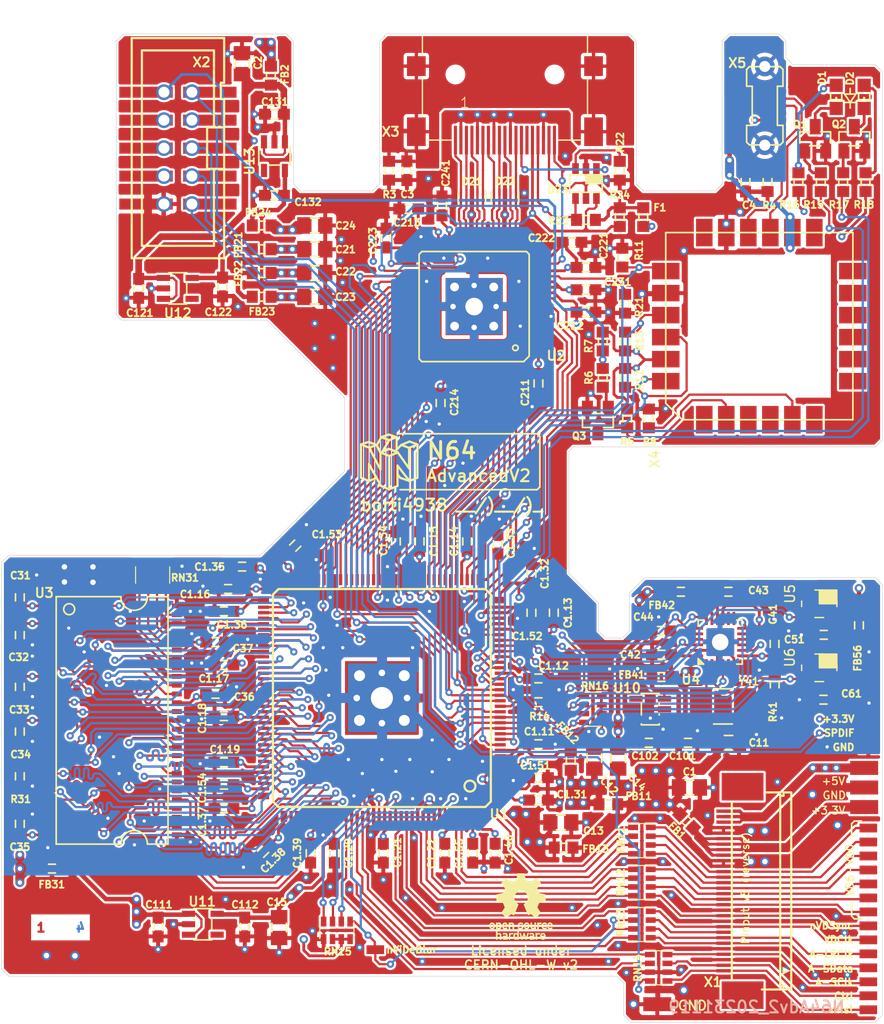
<source format=kicad_pcb>
(kicad_pcb (version 20211014) (generator pcbnew)
  (title_block (title "N64Advanced v2 (ADV7513 Version)") (rev "20231119") (company "Peter 'borti498' Bartmann") (comment 1 "Schematic and PCB (c) 2021 - 2023 by Peter Bartmann") (comment 2 "N64Adv2_20231119") (comment 3 "Licensed under CERN-OHL-W v2"))
  (layers (0 "F.Cu" signal) (1 "In1.Cu" signal) (2 "In2.Cu" signal) (31 "B.Cu" signal) (34 "B.Paste" user) (35 "F.Paste" user) (36 "B.SilkS" user "B.Silkscreen") (37 "F.SilkS" user "F.Silkscreen") (38 "B.Mask" user) (39 "F.Mask" user) (44 "Edge.Cuts" user))
  (net 0 "")
  (net 1 "VCCA")
  (net 2 "GND")
  (net 3 "+5V")
  (net 4 "DVDD")
  (net 5 "AVDD")
  (net 6 "PVDD")
  (net 7 "DVDD_3V3")
  (net 8 "5V_IN")
  (net 9 "VDD_U3")
  (net 10 "VCC_U56")
  (net 11 "+3V3")
  (net 12 "VCCIO_3V3")
  (net 13 "Net-(R41-Pad1)")
  (net 14 "VDD_U4")
  (net 15 "Net-(ALRCLK1-PadP$1)")
  (net 16 "Net-(ASCLK1-PadP$1)")
  (net 17 "Net-(ASDATA1-PadP$1)")
  (net 18 "Net-(CTRL1-PadP$1)")
  (net 19 "Net-(C4-Pad2)")
  (net 20 "Net-(RN14-Pad5)")
  (net 21 "Net-(C122-Pad1)")
  (net 22 "Net-(C132-Pad1)")
  (net 23 "Net-(RN11-Pad5)")
  (net 24 "Net-(D1-PadA)")
  (net 25 "Net-(D1-PadC)")
  (net 26 "Net-(D2-PadA)")
  (net 27 "Net-(D2-PadC)")
  (net 28 "Net-(D21-Pad1)")
  (net 29 "Net-(D21-Pad2)")
  (net 30 "Net-(D21-Pad4)")
  (net 31 "Net-(D21-Pad5)")
  (net 32 "Net-(D22-Pad1)")
  (net 33 "Net-(D22-Pad2)")
  (net 34 "Net-(D22-Pad4)")
  (net 35 "Net-(D22-Pad5)")
  (net 36 "VCCIO_U4")
  (net 37 "Net-(D23-Pad1)")
  (net 39 "Net-(D23-Pad3)")
  (net 40 "Net-(D23-Pad4)")
  (net 41 "Net-(RN11-Pad6)")
  (net 42 "Net-(D23-Pad6)")
  (net 43 "/n64adv2_logic/GND_HDMI_SHIELD")
  (net 44 "Net-(Q1-Pad1)")
  (net 45 "Net-(Q2-Pad1)")
  (net 46 "Net-(Q3-Pad1)")
  (net 47 "VCCIO_B1A")
  (net 48 "Net-(Q3-Pad3)")
  (net 49 "Net-(R8-Pad2)")
  (net 51 "Net-(RN11-Pad7)")
  (net 52 "/n64adv2_logic/5V_HDMI")
  (net 53 "Net-(R14-Pad1)")
  (net 54 "Net-(R14-Pad2)")
  (net 55 "Net-(R15-Pad2)")
  (net 56 "Net-(R17-Pad2)")
  (net 57 "Net-(R21-Pad2)")
  (net 58 "Net-(R31-Pad1)")
  (net 59 "Net-(RN11-Pad1)")
  (net 60 "Net-(RN11-Pad2)")
  (net 61 "Net-(RN11-Pad3)")
  (net 62 "Net-(RN11-Pad4)")
  (net 63 "Net-(RN11-Pad8)")
  (net 64 "Net-(RN13-Pad2)")
  (net 65 "Net-(RN13-Pad7)")
  (net 66 "Net-(RN13-Pad8)")
  (net 67 "Net-(RN12-Pad1)")
  (net 68 "Net-(RN12-Pad2)")
  (net 69 "Net-(RN12-Pad3)")
  (net 70 "Net-(RN12-Pad4)")
  (net 71 "Net-(RN12-Pad5)")
  (net 72 "Net-(RN12-Pad6)")
  (net 73 "Net-(RN12-Pad7)")
  (net 74 "Net-(RN12-Pad8)")
  (net 75 "Net-(RN13-Pad1)")
  (net 76 "Net-(RN13-Pad3)")
  (net 77 "Net-(RN13-Pad4)")
  (net 78 "Net-(RN14-Pad1)")
  (net 79 "Net-(RN14-Pad2)")
  (net 80 "Net-(RN14-Pad4)")
  (net 81 "Net-(RN15-Pad2)")
  (net 82 "Net-(RN15-Pad3)")
  (net 83 "Net-(RN15-Pad4)")
  (net 84 "Net-(RN16-Pad1)")
  (net 85 "Net-(RN16-Pad2)")
  (net 86 "Net-(RN16-Pad3)")
  (net 87 "Net-(RN16-Pad4)")
  (net 88 "Net-(RN31-Pad1)")
  (net 89 "Net-(RN31-Pad2)")
  (net 90 "Net-(RN31-Pad3)")
  (net 91 "Net-(RN31-Pad4)")
  (net 92 "Net-(X4-Pad14)")
  (net 94 "VCCIO_BANK67")
  (net 95 "3V3_IN")
  (net 96 "Net-(U1-Pad21)")
  (net 97 "Net-(U1-Pad22)")
  (net 98 "Net-(U1-Pad24)")
  (net 99 "Net-(U1-Pad26)")
  (net 100 "Net-(U1-Pad27)")
  (net 101 "Net-(U1-Pad28)")
  (net 102 "Net-(U1-Pad29)")
  (net 103 "Net-(U1-Pad30)")
  (net 104 "Net-(U1-Pad32)")
  (net 105 "Net-(U1-Pad33)")
  (net 106 "Net-(U1-Pad38)")
  (net 107 "Net-(U1-Pad39)")
  (net 108 "Net-(U1-Pad41)")
  (net 109 "Net-(U1-Pad43)")
  (net 110 "Net-(U1-Pad44)")
  (net 111 "Net-(U1-Pad45)")
  (net 112 "Net-(U1-Pad46)")
  (net 113 "Net-(U1-Pad47)")
  (net 114 "Net-(U1-Pad48)")
  (net 115 "Net-(U1-Pad50)")
  (net 116 "Net-(U1-Pad52)")
  (net 117 "Net-(U1-Pad54)")
  (net 118 "Net-(U1-Pad55)")
  (net 119 "Net-(U1-Pad56)")
  (net 120 "Net-(U1-Pad57)")
  (net 121 "Net-(U1-Pad58)")
  (net 122 "Net-(U1-Pad59)")
  (net 123 "Net-(U1-Pad60)")
  (net 124 "Net-(U1-Pad61)")
  (net 125 "Net-(U1-Pad62)")
  (net 126 "Net-(U1-Pad64)")
  (net 127 "Net-(U1-Pad65)")
  (net 128 "Net-(U1-Pad66)")
  (net 129 "Net-(U1-Pad69)")
  (net 130 "Net-(U1-Pad70)")
  (net 131 "Net-(U1-Pad74)")
  (net 132 "Net-(U1-Pad75)")
  (net 133 "Net-(U1-Pad76)")
  (net 134 "Net-(U1-Pad77)")
  (net 135 "Net-(U1-Pad78)")
  (net 136 "Net-(U1-Pad79)")
  (net 137 "Net-(U1-Pad80)")
  (net 138 "Net-(U1-Pad81)")
  (net 139 "Net-(U1-Pad84)")
  (net 140 "Net-(U1-Pad85)")
  (net 141 "Net-(U1-Pad86)")
  (net 142 "Net-(U1-Pad87)")
  (net 143 "Net-(U1-Pad88)")
  (net 144 "Net-(U1-Pad89)")
  (net 145 "Net-(U1-Pad90)")
  (net 146 "Net-(U1-Pad91)")
  (net 147 "Net-(U1-Pad92)")
  (net 148 "Net-(U1-Pad93)")
  (net 149 "Net-(U1-Pad96)")
  (net 150 "Net-(U1-Pad97)")
  (net 151 "Net-(U1-Pad98)")
  (net 152 "Net-(U1-Pad99)")
  (net 153 "Net-(U1-Pad100)")
  (net 154 "Net-(U1-Pad101)")
  (net 155 "Net-(U1-Pad102)")
  (net 156 "Net-(U1-Pad105)")
  (net 157 "Net-(U1-Pad106)")
  (net 158 "Net-(U1-Pad110)")
  (net 159 "Net-(U1-Pad111)")
  (net 160 "Net-(U1-Pad112)")
  (net 161 "Net-(U1-Pad113)")
  (net 162 "Net-(U1-Pad114)")
  (net 163 "Net-(U1-Pad118)")
  (net 165 "Net-(U4-PadP1)")
  (net 166 "Net-(U4-PadP2)")
  (net 173 "VCCIO_2V5")
  (net 178 "/n64adv2_logic/TCK")
  (net 179 "/n64adv2_logic/TMS")
  (net 180 "/n64adv2_logic/TDI")
  (net 193 "Net-(X4-Pad15)")
  (net 194 "Net-(X4-Pad16)")
  (net 195 "/n64adv2_logic/TDO")
  (net 196 "Net-(R6-Pad1)")
  (net 201 "Net-(SPDIF1-PadP$1)")
  (footprint "n64adv2:CTS742C083" (layer "F.Cu") (at 166.6621 133.4516 -90)
    (fp_text reference "RN11")
    (fp_text value "BLA31AG121SN4D" hide)
  )
  (footprint "n64adv2:3.2X2.5_KXO-V96" (layer "F.Cu") (at 182.7784 117.7544 180)
    (fp_text reference "U6")
    (fp_text value "ECS-3225MVLC-245.7-CN-TR" hide)
  )
  (footprint "n64adv2:SMD0,8-1,6" (layer "F.Cu") (at 187.2361 133.5786 -90)
    (fp_text reference "VD1" hide)
    (fp_text value "SMD1" hide)
  )
  (footprint "n64adv2:SOT23-5" (layer "F.Cu") (at 133.279 71.2751 180)
    (fp_text reference "U13")
    (fp_text value "TLV70033DDC" hide)
  )
  (footprint "n64adv2:SMD0,8-1,6" (layer "F.Cu") (at 187.2361 122.4026 90)
    (fp_text reference "SPDIF_VCCIO1" hide)
    (fp_text value "SMD1")
  )
  (footprint "n64adv2:C0603" (layer "F.Cu") (at 176.079 73.6252 90)
    (fp_text reference "C4")
    (fp_text value "0.1u" hide)
  )
  (footprint "n64adv2:SMD0,8-1,6" (layer "F.Cu") (at 187.2361 146.2786 90)
    (fp_text reference "ASCLK1" hide)
    (fp_text value "SMD1" hide)
  )
  (footprint "n64adv2:R0603" (layer "F.Cu") (at 164.8841 80.4926 90)
    (fp_text reference "R11")
    (fp_text value "1k" hide)
  )
  (footprint "n64adv2:R0603" (layer "F.Cu") (at 186.9821 73.6346 -90)
    (fp_text reference "R18")
    (fp_text value "330" hide)
  )
  (footprint "n64adv2:C0603" (layer "F.Cu") (at 158.6611 112.7506 90)
    (fp_text reference "C1.13")
    (fp_text value "0.1u" hide)
  )
  (footprint "n64adv2:R0603" (layer "F.Cu") (at 163.6141 130.1496 180)
    (fp_text reference "FB11")
    (fp_text value "MPZ1608S221A" hide)
  )
  (footprint "n64adv2:C0603" (layer "F.Cu") (at 128.6891 122.1486 180)
    (fp_text reference "C1.18")
    (fp_text value "0.1u" hide)
  )
  (footprint "n64adv2:C0603" (layer "F.Cu") (at 133.279 67.4651 180)
    (fp_text reference "C131")
    (fp_text value "1u" hide)
  )
  (footprint "n64adv2:R0603" (layer "F.Cu") (at 165.3286 95.0976 90)
    (fp_text reference "R5")
    (fp_text value "10k" hide)
  )
  (footprint "n64adv2:C0603" (layer "F.Cu") (at 110.1471 111.3536 90)
    (fp_text reference "C31")
    (fp_text value "0.1u" hide)
  )
  (footprint "n64adv2:C0603" (layer "F.Cu") (at 156.6291 109.1946 90)
    (fp_text reference "C1.32")
    (fp_text value "0.1u" hide)
  )
  (footprint "n64adv2:C0603" (layer "F.Cu") (at 110.1471 131.9276 90)
    (fp_text reference "C35")
    (fp_text value "0.1u" hide)
  )
  (footprint "n64adv2:C0603" (layer "F.Cu") (at 128.6891 130.5306 180)
    (fp_text reference "C1.37")
    (fp_text value "0.1u" hide)
  )
  (footprint "n64adv2:C0603" (layer "F.Cu") (at 174.5234 110.8456)
    (fp_text reference "C43")
    (fp_text value "0.1u")
  )
  (footprint "n64adv2:CTS742C083" (layer "F.Cu") (at 162.2171 121.5136 -90)
    (fp_text reference "RN16")
    (fp_text value "CAY16-2201F4LF" hide)
  )
  (footprint "n64adv2:R0603" (layer "F.Cu") (at 163.1061 88.1126 90)
    (fp_text reference "R7")
    (fp_text value "1k" hide)
  )
  (footprint "n64adv2:R0603" (layer "F.Cu") (at 110.1471 127.6096 -90)
    (fp_text reference "R31")
    (fp_text value "1k" hide)
  )
  (footprint "n64adv2:C0603" (layer "F.Cu") (at 168.402 114.4016 180)
    (fp_text reference "C44")
    (fp_text value "0.1u")
  )
  (footprint "n64adv2:C0603" (layer "F.Cu") (at 156.6291 112.7506 -90)
    (fp_text reference "C1.52")
    (fp_text value "0.1u" hide)
  )
  (footprint "n64adv2:C0603" (layer "F.Cu") (at 122.7074 141.3002 -90)
    (fp_text reference "C111")
    (fp_text value "1u" hide)
  )
  (footprint "n64adv2:R0603" (layer "F.Cu") (at 132.1181 84.0486)
    (fp_text reference "FB23")
    (fp_text value "MPZ1608S221A" hide)
  )
  (footprint "n64adv2:C0603" (layer "F.Cu") (at 157.2641 124.6886)
    (fp_text reference "C1.11")
    (fp_text value "0.1u" hide)
  )
  (footprint "n64adv2:SOT23" (layer "F.Cu") (at 162.6616 95.2881 180)
    (fp_text reference "Q3")
    (fp_text value "2N2222" hide)
  )
  (footprint "n64adv2:R0603" (layer "F.Cu") (at 160.1978 126.2126 90)
    (fp_text reference "FB12")
    (fp_text value "MPZ1608S221A" hide)
  )
  (footprint "n64adv2:SMD0,8-1,6" (layer "F.Cu") (at 187.2361 136.1186 -90)
    (fp_text reference "VD3" hide)
    (fp_text value "SMD1" hide)
  )
  (footprint "n64adv2:PAK100_2500-10" (layer "F.Cu") (at 124.509 70.5452 90)
    (fp_text reference "X2")
    (fp_text value "3020-10-0300-00" hide)
  )
  (footprint "n64adv2:R0603" (layer "F.Cu") (at 163.1061 91.4146 -90)
    (fp_text reference "R6")
    (fp_text value "1k" hide)
  )
  (footprint "n64adv2:SMD0,8-1,6" (layer "F.Cu") (at 187.2361 124.9426 90)
    (fp_text reference "SPDIF_GND1" hide)
    (fp_text value "SMD1")
  )
  (footprint "n64adv2:5.0X3.2_2" (layer "F.Cu") (at 174.0281 121.2596 180)
    (fp_text reference "Y41")
    (fp_text value "445I23D27M00000" hide)
  )
  (footprint "n64adv2:C0603" (layer "F.Cu") (at 145.3134 72.5932 90)
    (fp_text reference "C3")
    (fp_text value "0.1u" hide)
  )
  (footprint "n64adv2:LQFP64_EP" (layer "F.Cu") (at 151.4221 84.9376 180)
    (fp_text reference "U2")
    (fp_text value "ADV7513" hide)
  )
  (footprint "n64adv2:C0603" (layer "F.Cu") (at 157.2641 91.9226 -90)
    (fp_text reference "C211")
    (fp_text value "0.1u" hide)
  )
  (footprint "n64adv2:SMD0,8-1,6" (layer "F.Cu") (at 187.2361 138.6586 -90)
    (fp_text reference "VD5" hide)
    (fp_text value "SMD1" hide)
  )
  (footprint "n64adv2:C0603" (layer "F.Cu") (at 161.5821 81.3816)
    (fp_text reference "C221")
    (fp_text value "0.1u" hide)
  )
  (footprint "n64adv2:C0603" (layer "F.Cu") (at 143.1671 134.5946 -90)
    (fp_text reference "C1.21")
    (fp_text value "0.1u" hide)
  )
  (footprint "n64adv2:C0603" (layer "F.Cu") (at 153.3271 134.5946 -90)
    (fp_text reference "C1.40")
    (fp_text value "0.1u" hide)
  )
  (footprint "n64adv2:R0603" (layer "F.Cu") (at 161.5821 77.0636 180)
    (fp_text reference "R23")
    (fp_text value "2k" hide)
  )
  (footprint "n64adv2:FH12-30S-0.5SH" (layer "F.Cu") (at 177.3301 138.0236 90)
    (fp_text reference "X1")
    (fp_text value "3-1734592-0" hide)
  )
  (footprint "n64adv2:R0603" (layer "F.Cu") (at 178.7271 119.253 -90)
    (fp_text reference "R41")
    (fp_text value "1k" hide)
  )
  (footprint "n64adv2:C0805" (layer "F.Cu") (at 136.9441 81.8896)
    (fp_text reference "C22")
    (fp_text value "10u" hide)
  )
  (footprint "n64adv2:HDMI_RCLAMP" (layer "F.Cu") (at 154.2201 74.9996 180)
    (fp_text reference "D22")
    (fp_text value "RCLAMP0524PATCT" hide)
  )
  (footprint "n64adv2:SMD0,8-1,6" (layer "F.Cu") (at 187.2361 147.5486 90)
    (fp_text reference "CTRL1" hide)
    (fp_text value "SMD1" hide)
  )
  (footprint "n64adv2:R0603" (layer "F.Cu") (at 159.5501 134.0866 180)
    (fp_text reference "FB13")
    (fp_text value "MPZ1608S221A" hide)
  )
  (footprint "n64adv2:C0805" (layer "F.Cu") (at 174.5361 124.5616)
    (fp_text reference "C11")
    (fp_text value "10u" hide)
  )
  (footprint "n64adv2:R0603" (layer "F.Cu") (at 182.9181 73.6346 -90)
    (fp_text reference "R15")
    (fp_text value "1k" hide)
  )
  (footprint "n64adv2:SMD0,8-1,6" (layer "F.Cu") (at 187.2361 141.1986 90)
    (fp_text reference "nVDS1" hide)
    (fp_text value "SMD1" hide)
  )
  (footprint "n64adv2:R0603" (layer "F.Cu") (at 113.0681 135.9916 180)
    (fp_text reference "FB31")
    (fp_text value "MPZ1608S221A" hide)
  )
  (footprint "n64adv2:R0603" (layer "F.Cu") (at 164.65 72.6 90)
    (fp_text reference "R22")
    (fp_text value "10k" hide)
  )
  (footprint "n64adv2:R0603" (layer "F.Cu") (at 170.7261 131.6736 135)
    (fp_text reference "FB1")
    (fp_text value "MPZ1608S221A" hide)
  )
  (footprint "n64adv2:CHIPLED_0805" (layer "F.Cu") (at 186.8551 65.8876 180)
    (fp_text reference "D2")
    (fp_text value "LTST-C194KGKT" hide)
  )
  (footprint "n64adv2:C0603" (layer "F.Cu") (at 128.6891 128.3716 180)
    (fp_text reference "C1.54")
    (fp_text value "0.1u" hide)
  )
  (footprint "n64adv2:R0603" (layer "F.Cu") (at 168.4274 118.5926)
    (fp_text reference "FB41")
    (fp_text value "MPZ1608S221A")
  )
  (footprint "n64adv2:R0603" (layer "F.Cu") (at 143.6878 72.5932 90)
    (fp_text reference "R3")
    (fp_text value "1M" hide)
  )
  (footprint "n64adv2:R0603" (layer "F.Cu") (at 132.1181 77.5716)
    (fp_text reference "FB24")
    (fp_text value "MPZ1608S221A" hide)
  )
  (footprint "n64adv2:C0603" (layer "F.Cu") (at 120.9421 83.2866 -90)
    (fp_text reference "C121")
    (fp_text value "1u" hide)
  )
  (footprint "n64adv2:SOT23-5" (layer "F.Cu") (at 126.7714 141.0462 -90)
    (fp_text reference "U11")
    (fp_text value "TLV70025DDC" hide)
  )
  (footprint "n64adv2:SOT23" (layer "F.Cu") (at 182.4101 69.6976)
    (fp_text reference "Q1")
    (fp_text value "2N2222" hide)
  )
  (footprint "n64adv2:hdmi_smd_shield_2000-1-2-41-00-BK" (layer "F.Cu") (at 154.2201 69.6656 180)
    (fp_text reference "X3")
    (fp_text value "2000-1-2-41-00-BK")
  )
  (footprint "n64adv2:R0603" (layer "F.Cu") (at 180.8861 73.6346 -90)
    (fp_text reference "R16")
    (fp_text value "330" hide)
  )
  (footprint "n64adv2:SMD0,8-1,6" (layer "F.Cu") (at 187.2361 134.8486 -90)
    (fp_text reference "VD2" hide)
    (fp_text value "SMD1" hide)
  )
  (footprint "n64adv2:C0603" (layer "F.Cu") (at 183.1594 120.65 180)
    (fp_text reference "C61")
    (fp_text value "0.01u" hide)
  )
  (footprint "n64adv2:R0603" (layer "F.Cu") (at 170.2054 110.8456)
    (fp_text reference "FB42")
    (fp_text value "MPZ1608S221A")
  )
  (footprint "n64adv2:SMD0,8-1,6" (layer "F.Cu") (at 187.2361 139.9286 -90)
    (fp_text reference "VD6" hide)
    (fp_text value "SMD1" hide)
  )
  (footprint "n64adv2:CHIPLED_0805" (layer "F.Cu") (at 184.3151 65.8876 180)
    (fp_text reference "D1")
    (fp_text value "LTST-C194KRKT" hide)
  )
  (footprint "n64adv2:C0603" (layer "F.Cu") (at 143.4211 78.7146 90)
    (fp_text reference "C223")
    (fp_text value "0.1u" hide)
  )
  (footprint "n64adv2:C0603" (layer "F.Cu") (at 161.5821 85.4456)
    (fp_text reference "C212")
    (fp_text value "0.1u" hide)
  )
  (footprint "n64adv2:C0805" (layer "F.Cu") (at 133.7056 141.351 -90)
    (fp_text reference "C15")
    (fp_text value "10u" hide)
  )
  (footprint "n64adv2:SMD0,8-1,6" (layer "F.Cu") (at 187.2361 145.0086 90)
    (fp_text reference "ASDATA1" hide)
    (fp_text value "SMD1" hide)
  )
  (footprint "n64adv2:C0603" (layer "F.Cu") (at 128.6891 126.3396 180)
    (fp_text reference "C1.19")
    (fp_text value "0.1u" hide)
  )
  (footprint "n64adv2:USB-MICRO-VERTICAL-DIY" (layer "F.Cu") (at 177.829 66.7002 -90)
    (fp_text reference "X5")
    (fp_text value "USB3140-30-0170-0-C " hide)
  )
  (footprint "n64adv2:SMD1,27-2,54" (layer "F.Cu") (at 186.8551 126.8476 -90)
    (fp_text reference "P_5V_IN0" hide)
    (fp_text value "SMD2")
  )
  (footprint "n64adv2:C0603" (layer "F.Cu") (at 128.5621 83.1596 -90)
    (fp_text reference "C122")
    (fp_text value "1u" hide)
  )
  (footprint "n64adv2:C0603" (layer "F.Cu") (at 145.4794 76.073 180)
    (fp_text reference "C213")
    (fp_text value "0.1u" hide)
  )
  (footprint "n64adv2:C0603" (layer "F.Cu") (at 136.5631 134.5946 -90)
    (fp_text reference "C1.39")
    (fp_text value "0.1u" hide)
  )
  (footprint "n64adv2:R0603" (layer "F.Cu") (at 186.3852 113.8936 -90)
    (fp_text reference "FB56")
    (fp_text value "MPZ1608S221A")
  )
  (footprint "n64adv2:C0603" (layer "F.Cu") (at 133.279 74.8311 180)
    (fp_text reference "C132")
    (fp_text value "1u" hide)
  )
  (footprint "n64adv2:C0805" (layer "F.Cu") (at 136.9441 77.5716)
    (fp_text reference "C24")
    (fp_text value "10u" hide)
  )
  (footprint "n64adv2:C0805" (layer "F.Cu") (at 159.2961 131.8006)
    (fp_text reference "C13")
    (fp_text value "10u" hide)
  )
  (footprint "n64adv2:SMD1,27-2,54" (layer "F.Cu") (at 186.8551 128.6256 90)
    (fp_text reference "P_GND_3" hide)
    (fp_text value "SMD2")
  )
  (footprint "n64adv2:SMD1,27-2,54" (layer "F.Cu") (at 186.8551 130.4036 90)
    (fp_text reference "UNK3V_IN0" hide)
    (fp_text value "SMD2")
  )
  (footprint "n64adv2:R0603" (layer "F.Cu") (at 184.9501 73.6346 -90)
    (fp_text reference "R17")
    (fp_text value "1k" hide)
  )
  (footprint "n64adv2:C0603" (layer "F.Cu") (at 157.2641 118.7196)
    (fp_text reference "C1.12")
    (fp_text value "0.1u" hide)
  )
  (footprint "n64adv2:C0603" (layer "F.Cu") (at 157.2641 129.7686)
    (fp_text reference "C1.31")
    (fp_text value "0.1u" hide)
  )
  (footprint "n64adv2:C0603" (layer "F.Cu") (at 148.7551 134.5946 -90)
    (fp_text reference "C1.22")
    (fp_text value "0.1u" hide)
  )
  (footprint "n64adv2:SMD0,8-1,6" (layer "F.Cu") (at 187.2361 148.8186 90)
    (fp_text reference "nRST1" hide)
    (fp_text value "SMD1" hide)
  )
  (footprint "n64adv2:C0603" (layer "F.Cu") (at 110.1471 123.5456 -90)
    (fp_text reference "C34")
    (fp_text value "0.1u" hide)
  )
  (footprint "n64adv2:R0603" (layer "F.Cu") (at 132.1181 81.8896)
    (fp_text reference "FB22")
    (fp_text value "MPZ1608S221A" hide)
  )
  (footprint "n64adv2:C0603" (layer "F.Cu") (at 128.6891 112.6236 180)
    (fp_text reference "C1.36")
    (fp_text value "0.1u" hide)
  )
  (footprint "n64adv2:C0603" (layer "F.Cu") (at 128.6891 117.5004 180)
    (fp_text reference "C1.17")
    (fp_text value "0.1u" hide)
  )
  (footprint "n64adv2:C0805" (layer "F.Cu") (at 130.329 62.8752 90)
    (fp_text reference "C2")
    (fp_text value "47u" hide)
  )
  (footprint "n64adv2:R0603" (layer "F.Cu") (at 132.959 63.9652 -90)
    (fp_text reference "FB2")
    (fp_text value "MPZ1608S221A" hide)
  )
  (footprint "n64adv2:R0603" (layer "F.Cu") (at 165.1381 88.1126 -90)
    (fp_text reference "R13")
    (fp_text value "10k" hide)
  )
  (footprint "n64adv2:QFN-24-DIY" (layer "F.Cu") (at 173.7741 115.4176 90)
    (fp_text reference "U4")
    (fp_text value "SI5356A-B-GMR" hide)
  )
  (footprint "n64adv2:R0603" (layer "F.Cu") (at 165.1381 84.6836 90)
    (fp_text reference "R21")
    (fp_text value "887" hide)
  )
  (footprint "n64adv2:3.2X2.5_KXO-V96" (layer "F.Cu") (at 182.7784 111.9378 180)
    (fp_text reference "U5")
    (fp_text value "ECS-3225MV-500-CN-TR" hide)
  )
  (footprint "n64adv2:SMD1,27-2,54" (layer "F.Cu") (at 168.0591 148.3106 90)
    (fp_text reference "P_GND_2" hide)
    (fp_text value "SMD2")
  )
  (footprint "n64adv2:SOT23" (layer "F.Cu") (at 185.9661 69.6976)
    (fp_text reference "Q2")
    (fp_text value "2N2222" hide)
  )
  (footprint "n64adv2:C0805" (layer "F.Cu") (at 136.9441 79.7306)
    (fp_text reference "C21")
    (fp_text value "10u" hide)
  )
  (footprint "n64adv2:SMD0,8-1,6" (layer "F.Cu") (at 187.2361 143.7386 90)
    (fp_text reference "ALRCLK1" hide)
    (fp_text value "SMD1" hide)
  )
  (footprint "n64adv2:C0603" (layer "F.Cu") (at 148.3741 93.7006 -90)
    (fp_text reference "C214")
    (fp_text value "0.1u" hide)
  )
  (footprint "n64adv2:R0603" (layer "F.Cu") (at 157.2641 120.8786 180)
    (fp_text reference "R14")
    (fp_text value "33" hide)
  )
  (footprint "n64adv2:C0603" (layer "F.Cu") (at 144.3101 106.2736 90)
    (fp_text reference "C1.34")
    (fp_text value "0.1u" hide)
  )
  (footprint "n64adv2:C0603" (layer "F.Cu") (at 135.1661 106.6546 45)
    (fp_text reference "C1.53")
    (fp_text value "0.1u" hide)
  )
  (footprint "n64adv2:R0603" (layer "F.Cu") (at 165.1381 91.4146 90)
    (fp_text reference "R12")
    (fp_text value "10k" hide)
  )
  (footprint "n64adv2:C0603" (layer "F.Cu") (at 168.441 116.5606 180)
    (fp_text reference "C42")
    (fp_text value "0.1u")
  )
  (footprint "n64adv2:C0603" (layer "F.Cu") (at 178.7144 115.5836 90)
    (fp_text reference "C41")
    (fp_text value "0.1u")
  )
  (footprint "n64adv2:SMD0,8-1,6" (layer "F.Cu") (at 187.2361 132.3086 -90)
    (fp_text reference "VD0" hide)
    (fp_text value "SMD1" hide)
  )
  (footprint "n64adv2:C0603" (layer "F.Cu") (at 160.3121 79.0956)
    (fp_text reference "C222")
    (fp_text value "0.1u" hide)
  )
  (footprint "n64adv2:C0603" (layer "F.Cu") (at 130.5814 141.3002 -90)
    (fp_text reference "C112")
    (fp_text value "1u" hide)
  )
  (footprint "n64adv2:C0603" (layer "F.Cu") (at 129.0701 110.5916 180)
    (fp_text reference "C1.16")
    (fp_text value "0.1u" hide)
  )
  (footprint "n64adv2:EQFP144_2" (layer "F.Cu") (at 143.0401 120.4976 180)
    (fp_text reference "U1")
    (fp_text value "10M16SAE144/10M25SAE144" hide)
  )
  (footprint "n64adv2:CTS742C083" (layer "F.Cu") (at 122.2121 109.3216)
    (fp_text reference "RN31")
    (fp_text value "CAY16-103J4LF" hide)
  )
  (footprint "n64adv2:R0603" (layer "F.Cu") (at 164.65 76.8096 -90)
    (fp_text reference "R24")
    (fp_text value "2k" hide)
  )
  (footprint "n64adv2:SOT23-5" (layer "F.Cu") (at 124.4981 83.2866 -90)
    (fp_text reference "U12")
    (fp_text value "TLV70218DBV" hide)
  )
  (footprint "n64adv2:SOT23-5" (layer "F.Cu") (at 167.4241 121.5136 90)
    (fp_text reference "U10")
    (fp_text value "TLV70225DBV" hide)
  )
  (footprint "n64adv2:TSOP-54" (layer "F.Cu") (at 118.5291 122.5296)
    (fp_text reference "U3")
    (fp_text value "AS4C8M16SA-xTCN" hide)
  )
  (footprint "n64adv2:R0603" (layer "F.Cu") (at 178.079 73.6346 90)
    (fp_text reference "R4")
    (fp_text value "1M" hide)
  )
  (footprint "n64adv2:TEI0005" (layer "F.Cu") (at 177.3301 86.7156 90)
    (fp_text reference "X4")
    (fp_text value ">VALUE")
  )
  (footprint "n64adv2:C0603" (layer "F.Cu") (at 138.7221 134.5946 -90)
    (fp_text reference "C1.20")
    (fp_text value "0.1u" hide)
  )
  (footprint "n64adv2:R0603" (layer "F.Cu") (at 132.1181 79.7306)
    (fp_text reference "FB21")
    (fp_text value "MPZ1608S221A" hide)
  )
  (footprint "n64adv2:SMD0,8-1,6" (layer "F.Cu") (at 187.2361 137.3886 -90)
    (fp_text reference "VD4" hide)
    (fp_text value "SMD1" hide)
  )
  (footprint "n64adv2:C0805" (layer "F.Cu") (at 162.3441 125.9586 90)
    (fp_text reference "C12")
    (fp_text value "10u" hide)
  )
  (footprint "n64adv2:C0805" (layer "F.Cu") (at 170.9801 128.6256)
    (fp_text reference "C1")
    (fp_text value "47u" hide)
  )
  (footprint "n64adv2:C0603" (layer "F.Cu") (at 150.7871 106.2736 90)
    (fp_text reference "C1.14")
    (fp_text value "0.1u" hide)
  )
  (footprint "Symbol:OSHW-Logo_5.7x6mm_SilkScreen" (layer "F.Cu") (at 155.68 139.4352)
    (fp_text reference "REF**" hide)
    (fp_text value "OSHW-Logo_5.7x6mm_SilkScreen" hide)
  )
  (footprint "n64adv2:C0603" (layer "F.Cu") (at 127.9271 120.1166)
    (fp_text reference "C36")
    (fp_text value "0.1u" hide)
  )
  (footprint "n64adv2:C0805" (layer "F.Cu") (at 136.9441 84.0486)
    (fp_text reference "C23")
    (fp_text value "10u" hide)
  )
  (footprint "n64adv2:SOT-23-6" (layer "F.Cu") (at 161.5821 73.7616 -90)
    (fp_text reference "D23")
    (fp_text value "NUP4114HMR6T1G" hide)
  )
  (footprint "n64adv2:C0603" (layer "F.Cu") (at 161.5821 83.4136)
    (fp_text reference "C231")
    (fp_text value "0.1u" hide)
  )
  (footprint "n64adv2:C0603" (layer "F.Cu") (at 130.3401 108.5596 180)
    (fp_text reference "C1.35")
    (fp_text value "0.1u" hide)
  )
  (footprint "n64adv2:CTS742C083" (layer "F.Cu") (at 166.6621 137.2616 -90)
    (fp_text reference "RN12")
    (fp_text value "BLA31AG121SN4D" hide)
  )
  (footprint "n64adv2:CTS742C083" (layer "F.Cu") (at 138.9507 141.605 180)
    (fp_text reference "RN15")
    (fp_text value "CAY16-103J4LF" hide)
  )
  (footprint "n64adv2:C0603" (layer "F.Cu") (at 132.2451 134.4676 -135)
    (fp_text reference "C1.38")
    (fp_text value "0.1u" hide)
  )
  (footprint "n64adv2:C0603" (layer "F.Cu") (at 153.5811 106.5276 90)
    (fp_text reference "C1.33")
    (fp_text value "0.1u" hide)
  )
  (footprint "n64adv2:HDMI_RCLAMP" (layer "F.Cu") (at 151.2201 74.9996)
    (fp_text reference "D21")
    (fp_text value "RCLAMP0524PATCT" hide)
  )
  (footprint "n64adv2:SMD0,8-1,6" (layer "F.Cu") (at 187.2361 123.6726 90)
    (fp_text reference "SPDIF1" hide)
    (fp_text value "SMD1")
  )
  (footprint "n64adv2:SMD0,8-1,6" (layer "F.Cu") (at 187.2361 142.4686 90)
    (fp_text reference "VDCLK1" hide)
    (fp_text value "SMD1" hide)
  )
  (footprint "n64adv2:C0805" (layer "F.Cu") (at 164.5031 125.9586 -90)
    (fp_text reference "C14")
    (fp_text value "10u" hide)
  )
  (footprint "n64adv2:C0603" (layer "F.Cu") (at 110.1471 119.4816 -90)
    (fp_text reference "C33")
    (fp_text value "0.1u" hide)
  )
  (footprint "n64adv2:C0603" (layer "F.Cu") (at 170.8531 124.5616)
    (fp_text reference "C101")
    (fp_text value "1u" hide)
  )
  (footprint "n64adv2:R0603" (layer "F.Cu") (at 167.2971 95.0976 -90)
    (fp_text reference "R8")
    (fp_text value "10k" hide)
  )
  (footprint "n64adv2:C0603" (layer "F.Cu") (at 167.2971 124.5616)
    (fp_text reference "C102")
    (fp_text value "1u" hide)
  )
  (footprint "n64adv2:R0603" (layer "F.Cu") (at 166.7891 76.8096 90)
    (fp_text reference "F1")
    (fp_text value "MF-FSMF020X-2")
  )
  (footprint "n64adv2:SMD0,8-1,6" (layer "F.Cu") (at 142.4432 143.3576 90)
    (fp_text reference "nViDeBlur1" hide)
    (fp_text value "SMD1" hide)
  )
  (footprint "n64adv2:C0603" (layer "F.Cu") (at 146.4691 106.2736 90)
    (fp_text reference "C1.15")
    (fp_text value "0.1u" hide)
  )
  (footprint "n64adv2:C0603" (layer "F.Cu") (at 157.2641 127.7366)
    (fp_text reference "C1.51")
    (fp_text value "0.1u" hide)
  )
  (footprint "n64adv2:C0603" (layer "F.Cu") (at 183.1848 114.7572 180)
    (fp_text reference "C51")
    (fp_text value "0.01u" hide)
  )
  (footprint "n64adv2:C0603" (layer "F.Cu") (at 127.9271 115.4176)
    (fp_text reference "C37")
    (fp_text value "0.1u" hide)
  )
  (footprint "n64adv2:C0603" (layer "F.Cu") (at 148.5011 75.7936 90)
    (fp_text reference "C241")
    (fp_text value "0.1u" hide)
  )
  (footprint "n64adv2:C0603" (layer "F.Cu") (at 110.1471 114.7826 -90)
    (fp_text reference "C32")
    (fp_text value "0.1u" hide)
  )
  (footprint "n64adv2:CTS742C083" (layer "F.Cu") (at 168.1861 145.0024 -90)
    (fp_text reference "RN14")
    (fp_text value "BLA31AG121SN4D" hide)
  )
  (footprint "n64adv2:CTS742C083" (layer "F.Cu") (at 166.6621 141.0716 -90)
    (fp_text reference "RN13")
    (fp_text value "BLA31AG121SN4D" hide)
  )
  (footprint "n64adv2:C0603" (layer "F.Cu") (at 151.2951 134.5946 -90)
    (fp_text reference "C1.55")
    (fp_text value "0.1u" hide)
  )
  (gr_line (start 144.801184 97.505566) (end 145.547459 97.197363) (layer "F.SilkS") (width 0.2))
  (gr_line (start 145.508187 97.774357) (end 144.801184 97.505566) (layer "F.SilkS") (width 0.2))
  (gr_line (start 143.707578 98.511557) (end 143.707578 101.5416) (layer "F.SilkS") (width 0.2))
  (gr_line (start 186.6011 131.6736) (end 185.9661 131.6736) (layer "F.SilkS") (width 0.1524))
  (gr_line (start 142.553584 100.4993) (end 141.861771 99.239579) (layer "F.SilkS") (width 0.2))
  (gr_line (start 185.9661 131.6736) (end 185.7121 131.9276) (layer "F.SilkS") (width 0.1524))
  (gr_line (start 142.907025 98.185341) (end 142.907025 98.218547) (layer "F.SilkS") (width 0.2))
  (gr_line (start 143.698506 97.868047) (end 144.236225 98.088544) (layer "F.SilkS") (width 0.2))
  (gr_line (start 181.9021 70.3326) (end 182.9181 70.3326) (layer "F.SilkS") (width 0.1524))
  (gr_line (start 185.4581 70.3326) (end 186.4741 70.3326) (layer "F.SilkS") (width 0.1524))
  (gr_line (start 181.0131 69.0626) (end 181.0131 70.0786) (layer "F.SilkS") (width 0.1524))
  (gr_line (start 143.698506 97.070466) (end 142.97349 96.804632) (layer "F.SilkS") (width 0.2))
  (gr_line (start 144.236225 98.088544) (end 144.487056 98.1913) (layer "F.SilkS") (width 0.2))
  (gr_line (start 144.378315 97.940522) (end 144.378315 96.801679) (layer "F.SilkS") (width 0.2))
  (gr_line (start 183.8071 65.5066) (end 183.8071 66.1416) (layer "F.SilkS") (width 0.1524))
  (gr_line (start 164.0586 95.9231) (end 164.0586 94.9071) (layer "F.SilkS") (width 0.1524))
  (gr_line (start 143.707578 101.5416) (end 142.958493 101.233538) (layer "F.SilkS") (width 0.2))
  (gr_line (start 142.958493 101.233538) (end 141.861771 99.239579) (layer "F.SilkS") (width 0.2))
  (gr_line (start 186.3471 66.1416) (end 186.3471 66.2686) (layer "F.SilkS") (width 0.1524))
  (gr_line (start 187.3631 70.0786) (end 187.3631 69.0626) (layer "F.SilkS") (width 0.1524))
  (gr_line (start 157.3911 96.7486) (end 157.1371 96.4946) (layer "F.SilkS") (width 0.1524))
  (gr_line (start 181.9021 69.0626) (end 181.0131 69.0626) (layer "F.SilkS") (width 0.1524))
  (gr_line (start 157.1371 96.4946) (end 144.5641 96.4946) (layer "F.SilkS") (width 0.1524))
  (gr_line (start 157.1371 101.5746) (end 157.3911 101.3206) (layer "F.SilkS") (width 0.1524))
  (gr_line (start 186.3471 65.5066) (end 186.3471 66.1416) (layer "F.SilkS") (width 0.1524))
  (gr_line (start 184.8231 65.5066) (end 184.8231 66.1416) (layer "F.SilkS") (width 0.1524))
  (gr_line (start 142.907025 98.218547) (end 142.571737 97.538716) (layer "F.SilkS") (width 0.2))
  (gr_line (start 141.861771 100.783288) (end 142.553584 100.4993) (layer "F.SilkS") (width 0.2))
  (gr_line (start 185.0771 66.3956) (end 185.5851 66.3956) (layer "F.SilkS") (width 0.1524))
  (gr_line (start 141.861771 100.783288) (end 141.139718 100.487266) (layer "F.SilkS") (width 0.2))
  (gr_line (start 141.139718 97.460329) (end 141.834537 97.233672) (layer "F.SilkS") (width 0.2))
  (gr_line (start 143.698506 97.070466) (end 143.091303 98.112766) (layer "F.SilkS") (width 0.2))
  (gr_line (start 183.8071 69.0626) (end 183.8071 70.0786) (layer "F.SilkS") (width 0.1524))
  (gr_line (start 144.487056 98.1913) (end 145.508187 99.638369) (layer "F.SilkS") (width 0.2))
  (gr_line (start 187.3631 69.0626) (end 186.4741 69.0626) (layer "F.SilkS") (width 0.1524))
  (gr_line (start 146.272475 97.460329) (end 146.272475 100.487266) (layer "F.SilkS") (width 0.2))
  (gr_line (start 185.5851 66.3956) (end 186.0931 66.3956) (layer "F.SilkS") (width 0.1524))
  (gr_line (start 184.8231 66.1416) (end 184.8231 66.2686) (layer "F.SilkS") (width 0.1524))
  (gr_line (start 185.7121 131.9276) (end 185.7121 133.1976) (layer "F.SilkS") (width 0.1524))
  (gr_line (start 183.8071 66.1416) (end 183.8071 66.2686) (layer "F.SilkS") (width 0.1524))
  (gr_line (start 144.707643 100.496338) (end 145.547459 100.786394) (layer "F.SilkS") (width 0.2))
  (gr_line (start 142.907025 98.185341) (end 143.698506 97.868047) (layer "F.SilkS") (width 0.2))
  (gr_line (start 142.907025 98.185341) (end 143.707578 98.511557) (layer "F.SilkS") (width 0.2))
  (gr_line (start 186.0931 65.6336) (end 185.5851 65.6336) (layer "F.SilkS") (width 0.1524))
  (gr_line (start 185.9661 140.5636) (end 186.6011 140.5636) (layer "F.SilkS") (width 0.1524))
  (gr_line (start 144.459812 100.167016) (end 144.707643 100.496338) (layer "F.SilkS") (width 0.2))
  (gr_line (start 183.8071 66.1416) (end 184.8231 66.1416) (layer "F.SilkS") (width 0.1524))
  (gr_line (start 144.459812 99.381563) (end 144.459812 100.167016) (layer "F.SilkS") (width 0.2))
  (gr_line (start 145.508187 99.638369) (end 145.508187 97.774357) (layer "F.SilkS") (width 0.2))
  (gr_line (start 186.3471 66.1416) (end 187.3631 66.1416) (layer "F.SilkS") (width 0.1524))
  (gr_line (start 185.7121 140.3096) (end 185.9661 140.5636) (layer "F.SilkS") (width 0.1524))
  (gr_line (start 163.1696 94.6531) (end 162.1536 94.6531) (layer "F.SilkS") (width 0.1524))
  (gr_line (start 143.698506 97.868047) (end 144.487056 98.1913) (layer "F.SilkS") (width 0.2))
  (gr_line (start 185.7121 139.0396) (end 185.7121 140.3096) (layer "F.SilkS") (width 0.1524))
  (gr_line (start 142.553584 97.50255) (end 142.907025 98.218547) (layer "F.SilkS") (width 0.2))
  (gr_line (start 145.547459 100.786394) (end 144.459812 99.381563) (layer "F.SilkS") (width 0.2))
  (gr_line (start 144.801184 97.505566) (end 144.236225 98.088544) (layer "F.SilkS") (width 0.2))
  (gr_line (start 142.571737 97.538716) (end 142.97349 96.804632) (layer "F.SilkS") (width 0.2))
  (gr_line (start 141.139718 100.487266) (end 141.139718 97.460329) (layer "F.SilkS") (width 0.2))
  (gr_line (start 187.3631 66.1416) (end 187.3631 66.2686) (layer "F.SilkS") (width 0.1524))
  (gr_line (start 144.378315 96.801679) (end 143.698506 97.070466) (layer "F.SilkS") (width 0.2))
  (gr_line (start 144.459812 100.167016) (end 144.459812 101.230432) (layer "F.SilkS") (width 0.2))
  (gr_line (start 161.2646 95.9231) (end 162.1536 95.9231) (layer "F.SilkS") (width 0.1524))
  (gr_line (start 143.707578 98.511557) (end 144.487056 98.1913) (layer "F.SilkS") (width 0.2))
  (gr_line (start 185.4581 69.0626) (end 184.5691 69.0626) (layer "F.SilkS") (width 0.1524))
  (gr_line (start 182.9181 69.0626) (end 183.8071 69.0626) (layer "F.SilkS") (width 0.1524))
  (gr_line (start 144.459812 101.230432) (end 143.707578 101.5416) (layer "F.SilkS") (width 0.2))
  (gr_line (start 143.091303 98.112766) (end 142.907025 98.185341) (layer "F.SilkS") (width 0.2))
  (gr_line (start 142.97349 96.804632) (end 143.671312 96.559972) (layer "F.SilkS") (width 0.2))
  (gr_line (start 142.907025 98.218547) (end 142.907025 99.735022) (layer "F.SilkS") (width 0.2))
  (gr_line (start 145.547459 97.197363) (end 146.272475 97.460329) (layer "F.SilkS") (width 0.2))
  (gr_line (start 141.861771 99.239579) (end 141.861771 100.783288) (layer "F.SilkS") (width 0.2))
  (gr_line (start 185.0771 65.6336) (end 185.5851 66.3956) (layer "F.SilkS") (width 0.1524))
  (gr_line (start 187.3631 65.5066) (end 187.3631 66.1416) (layer "F.SilkS") (width 0.1524))
  (gr_line (start 143.671312 96.559972) (end 144.378315 96.801679) (layer "F.SilkS") (width 0.2))
  (gr_line (start 185.5851 66.9036) (end 185.5851 66.3956) (layer "F.SilkS") (width 0.1524))
  (gr_line (start 163.1696 95.9231) (end 164.0586 95.9231) (layer "F.SilkS") (width 0.1524))
  (gr_line (start 141.139718 97.460329) (end 141.894934 97.768388) (layer "F.SilkS") (width 0.2))
  (gr_line (start 146.272475 100.487266) (end 145.547459 100.786394) (layer "F.SilkS") (width 0.2))
  (gr_line (start 145.508187 97.774357) (end 146.272475 97.460329) (layer "F.SilkS") (width 0.2))
  (gr_line (start 161.2646 94.9071) (end 161.2646 95.9231) (layer "F.SilkS") (width 0.1524))
  (gr_line (start 143.091303 98.112766) (end 143.698506 97.868047) (layer "F.SilkS") (width 0.2))
  (gr_line (start 185.5851 66.3956) (end 186.0931 65.6336) (layer "F.SilkS") (width 0.1524))
  (gr_line (start 185.5851 65.6336) (end 185.5851 65.1256) (layer "F.SilkS") (width 0.1524))
  (gr_line (start 184.5691 69.0626) (end 184.5691 70.0786) (layer "F.SilkS") (width 0.1524))
  (gr_line (start 157.3911 101.3206) (end 157.3911 96.7486) (layer "F.SilkS") (width 0.1524))
  (gr_line (start 141.834537 97.233672) (end 142.553584 97.50255) (layer "F.SilkS") (width 0.2))
  (gr_line (start 141.894934 97.768388) (end 142.553584 97.50255) (layer "F.SilkS") (width 0.2))
  (gr_line (start 185.5851 65.6336) (end 185.0771 65.6336) (layer "F.SilkS") (width 0.1524))
  (gr_line (start 142.907025 99.735022) (end 141.894934 97.768388) (layer "F.SilkS") (width 0.2))
  (gr_line (start 144.6911 101.5746) (end 157.1371 101.5746) (layer "F.SilkS") (width 0.1524))
  (gr_line (start 188.5061 149.3266) (end 187.8711 149.9616) (layer "Edge.Cuts") (width 0.05))
  (gr_line (start 173.3169 74.4347) (end 166.7891 74.4347) (layer "Edge.Cuts") (width 0.05))
  (gr_line (start 143.4719 60.1726) (end 165.5191 60.1726) (layer "Edge.Cuts") (width 0.05))
  (gr_line (start 162.7251 114.4016) (end 163.3601 115.0366) (layer "Edge.Cuts") (width 0.05))
  (gr_line (start 166.1541 60.8076) (end 166.1541 73.7997) (layer "Edge.Cuts") (width 0.05))
  (gr_line (start 173.9519 60.8076) (end 173.9519 73.7997) (layer "Edge.Cuts") (width 0.05))
  (gr_line (start 166.9161 109.5756) (end 187.8711 109.5756) (layer "Edge.Cuts") (width 0.05))
  (gr_line (start 118.9101 60.8076) (end 119.5832 60.1726) (layer "Edge.Cuts") (width 0.05))
  (gr_line (start 132.588 86.1695) (end 119.38 86.1695) (layer "Edge.Cuts") (width 0.05))
  (gr_line (start 163.3601 115.0366) (end 164.8841 115.0366) (layer "Edge.Cuts") (width 0.05))
  (gr_line (start 179.1081 60.1726) (end 174.5869 60.1726) (layer "Edge.Cuts") (width 0.05))
  (gr_line (start 174.5869 60.1726) (end 173.9519 60.8076) (layer "Edge.Cuts") (width 0.05))
  (gr_line (start 142.8369 60.8076) (end 143.4719 60.1726) (layer "Edge.Cuts") (width 0.05))
  (gr_line (start 164.8841 115.0366) (end 165.5191 114.4016) (layer "Edge.Cuts") (width 0.05))
  (gr_line (start 187.8711 109.5756) (end 188.5061 110.2106) (layer "Edge.Cuts") (width 0.05))
  (gr_line (start 187.8711 149.9616) (end 165.6461 149.9616) (layer "Edge.Cuts") (width 0.05))
  (gr_line (start 165.5191 114.4016) (end 165.5191 110.9726) (layer "Edge.Cuts") (width 0.05))
  (gr_line (start 142.8369 73.7997) (end 142.8369 60.8076) (layer "Edge.Cuts") (width 0.05))
  (gr_line (start 160.0327 109.1692) (end 162.7251 111.8616) (layer "Edge.Cuts") (width 0.05))
  (gr_line (start 118.9101 85.6996) (end 119.38 86.1695) (layer "Edge.Cuts") (width 0.05))
  (gr_line (start 179.7431 60.8076) (end 179.1081 60.1726) (layer "Edge.Cuts") (width 0.05))
  (gr_line (start 179.7431 62.3316) (end 179.7431 60.8076) (layer "Edge.Cuts") (width 0.05))
  (gr_line (start 160.0327 98.0948) (end 160.4391 97.6884) (layer "Edge.Cuts") (width 0.05))
  (gr_line (start 135.0137 73.7997) (end 135.0137 60.8076) (layer "Edge.Cuts") (width 0.05))
  (gr_line (start 188.5061 63.6016) (end 188.5061 97.0534) (layer "Edge.Cuts") (width 0.05))
  (gr_line (start 164.3761 145.7706) (end 109.1311 145.7706) (layer "Edge.Cuts") (width 0.05))
  (gr_line (start 165.0111 149.3266) (end 165.0111 146.4056) (layer "Edge.Cuts") (width 0.05))
  (gr_line (start 131.9911 107.5386) (end 139.6365 99.8982) (layer "Edge.Cuts") (width 0.05))
  (gr_line (start 142.8369 73.7997) (end 142.2019 74.4347) (layer "Edge.Cuts") (width 0.05))
  (gr_line (start 166.1541 73.7997) (end 166.7891 74.4347) (layer "Edge.Cuts") (width 0.05))
  (gr_line (start 139.6365 93.218) (end 132.588 86.1695) (layer "Edge.Cuts") (width 0.05))
  (gr_line (start 188.5061 63.6016) (end 187.8711 62.9666) (layer "Edge.Cuts") (width 0.05))
  (gr_line (start 135.0137 60.8076) (end 134.3787 60.1726) (layer "Edge.Cuts") (width 0.05))
  (gr_line (start 188.5061 97.0534) (end 187.8711 97.6884) (layer "Edge.Cuts") (width 0.05))
  (gr_line (start 165.0111 146.4056) (end 164.3761 145.7706) (layer "Edge.Cuts") (width 0.05))
  (gr_line (start 118.9101 85.6996) (end 118.9101 60.8076) (layer "Edge.Cuts") (width 0.05))
  (gr_line (start 131.9911 107.5386) (end 109.1311 107.5386) (layer "Edge.Cuts") (width 0.05))
  (gr_line (start 135.6487 74.4347) (end 135.0137 73.7997) (layer "Edge.Cuts") (width 0.05))
  (gr_line (start 108.4961 145.1356) (end 108.4961 108.1786) (layer "Edge.Cuts") (width 0.05))
  (gr_line (start 166.1541 60.8076) (end 165.5191 60.1726) (layer "Edge.Cuts") (width 0.05))
  (gr_line (start 173.3169 74.4347) (end 173.9519 73.7997) (layer "Edge.Cuts") (width 0.05))
  (gr_line (start 187.8711 62.9666) (end 180.3781 62.9666) (layer "Edge.Cuts") (width 0.05))
  (gr_line (start 135.6487 74.4347) (end 142.2019 74.4347) (layer "Edge.Cuts") (width 0.05))
  (gr_line (start 160.0327 98.0948) (end 160.0327 109.1692) (layer "Edge.Cuts") (width 0.05))
  (gr_line (start 180.3781 62.9666) (end 179.7431 62.3316) (layer "Edge.Cuts") (width 0.05))
  (gr_line (start 139.6365 99.8982) (end 139.6365 93.218) (layer "Edge.Cuts") (width 0.05))
  (gr_line (start 165.5191 110.9726) (end 166.9161 109.5756) (layer "Edge.Cuts") (width 0.05))
  (gr_line (start 109.1311 107.5386) (end 108.4961 108.1786) (layer "Edge.Cuts") (width 0.05))
  (gr_line (start 119.5832 60.1726) (end 134.3787 60.1726) (layer "Edge.Cuts") (width 0.05))
  (gr_line (start 188.5061 110.2106) (end 188.5061 149.3266) (layer "Edge.Cuts") (width 0.05))
  (gr_line (start 162.7251 111.8616) (end 162.7251 114.4016) (layer "Edge.Cuts") (width 0.05))
  (gr_line (start 165.6461 149.9616) (end 165.0111 149.3266) (layer "Edge.Cuts") (width 0.05))
  (gr_line (start 109.1311 145.7706) (end 108.4961 145.1356) (layer "Edge.Cuts") (width 0.05))
  (gr_line (start 187.8711 97.6884) (end 160.4391 97.6884) (layer "Edge.Cuts") (width 0.05))
  (gr_text "1" (at 111.55 141.8294) (layer "F.Cu") (effects (font (size 0.8128 0.8128) (thickness 0.2032)) (justify left bottom)))
  (gr_text "4" (at 115.129 141.8352) (layer "B.Cu") (effects (font (size 0.8128 0.8128) (thickness 0.2032)) (justify right bottom mirror)))
  (gr_text "N64Adv2_20231119" (at 177.0761 148.5646) (layer "B.SilkS") (effects (font (size 1.0795 1.0795) (thickness 0.1905)) (justify mirror)))
  (gr_text "GND" (at 186.059 124.9752) (layer "F.SilkS") (effects (font (size 0.63754 0.63754) (thickness 0.159385)) (justify right)))
  (gr_text "A-LRClk" (at 185.9788 143.764) (layer "F.SilkS") (effects (font (size 0.63754 0.63754) (thickness 0.159385)) (justify right)))
  (gr_text "AdvancedV2" (at 146.9771 100.9396) (layer "F.SilkS") (effects (font (size 1.0795 1.0795) (thickness 0.1905)) (justify left bottom)))
  (gr_text "nVDSync" (at 185.9788 141.1732) (layer "F.SilkS") (effects (font (size 0.63754 0.63754) (thickness 0.159385)) (justify right)))
  (gr_text "Licensed under\nCERN-OHL-W v2" (at 155.68 144.1) (layer "F.SilkS") (effects (font (size 0.8 0.8))))
  (gr_text "borti4938 __/)__/)_" (at 141.0081 103.6066) (layer "F.SilkS") (effects (font (size 1.0795 1.0795) (thickness 0.1905)) (justify left bottom)))
  (gr_text "A-SClk" (at 185.9788 146.304) (layer "F.SilkS") (effects (font (size 0.63754 0.63754) (thickness 0.159385)) (justify right)))
  (gr_text "nRst" (at 185.9788 148.7932) (layer "F.SilkS") (effects (font (size 0.63754 0.63754) (thickness 0.159385)) (justify right)))
  (gr_text "+3.3V" (at 186.059 122.4052) (layer "F.SilkS") (effects (font (size 0.63754 0.63754) (thickness 0.159385)) (justify right)))
  (gr_text "Pinout v5 (reverse)" (at 176.0601 137.7696 90) (layer "F.SilkS") (effects (font (size 0.69088 0.69088) (thickness 0.12192))))
  (gr_text "VD6-VD0" (at 185.9661 136.1186 90) (layer "F.SilkS") (effects (font (size 0.69088 0.69088) (thickness 0.12192)) (justify bottom)))
  (gr_text "+3.3V" (at 181.9656 131.1148) (layer "F.SilkS") (effects (font (size 0.69088 0.69088) (thickness 0.12192)) (justify left bottom)))
  (gr_text "+5V" (at 182.9308 128.4478) (layer "F.SilkS") (effects (font (size 0.69088 0.69088) (thickness 0.12192)) (justify left bottom)))
  (gr_text "A-SData" (at 185.9788 145.0848) (layer "F.SilkS") (effects (font (size 0.63754 0.63754) (thickness 0.159385)) (justify right)))
  (gr_text "nViDeBlur" (at 145.7452 143.3576) (layer "F.SilkS") (effects (font (size 0.63754 0.63754) (thickness 0.159385))))
  (gr_text "GND" (at 169.8371 148.9456) (layer "F.SilkS") (effects (font (size 0.8636 0.8636) (thickness 0.1524)) (justify left bottom)))
  (gr_text "GND" (at 183.007 129.7432) (layer "F.SilkS") (effects (font (size 0.69088 0.69088) (thickness 0.12192)) (justify left bottom)))
  (gr_text "SPDIF" (at 186.059 123.6752) (layer "F.SilkS") (effects (font (size 0.63754 0.63754) (thickness 0.159385)) (justify right)))
  (gr_text "Ctrl" (at 185.9788 147.574) (layer "F.SilkS") (effects (font (size 0.63754 0.63754) (thickness 0.159385)) (justify right)))
  (gr_text "VDClk" (at 185.9788 142.4432) (layer "F.SilkS") (effects (font (size 0.63754 0.63754) (thickness 0.159385)) (justify right)))
  (gr_text "N64" (at 146.9771 98.9076) (layer "F.SilkS") (effects (font (size 1.5113 1.5113) (thickness 0.2667)) (justify left bottom)))
  (segment (start 156.1211 131.0386) (end 154.9781 131.0386) (width 0.8128) (layer "F.Cu") (net 1))
  (segment (start 151.2951 132.9436) (end 151.2951 131.2526) (width 0.254) (layer "F.Cu") (net 1))
  (segment (start 154.9781 112.2476) (end 156.2821 112.2476) (width 0.254) (layer "F.Cu") (net 1))
  (segment (start 134.7901 108.8136) (end 134.5361 108.5596) (width 0.254) (layer "F.Cu") (net 1))
  (segment (start 154.4781 112.7476) (end 154.9781 112.2476) (width 0.254) (layer "F.Cu") (net 1))
  (segment (start 156.2821 112.2476) (end 156.6291 111.9006) (width 0.254) (layer "F.Cu") (net 1))
  (segment (start 151.2951 131.2526) (end 151.2901 131.2476) (width 0.254) (layer "F.Cu") (net 1))
  (segment (start 153.7901 112.2476) (end 152.8141 112.2476) (width 0.254) (layer "F.Cu") (net 1))
  (segment (start 153.7901 128.7476) (end 153.0681 128.7476) (width 0.254) (layer "F.Cu") (net 1))
  (segment (start 151.2951 132.9436) (end 151.2951 133.7446) (width 0.254) (layer "F.Cu") (net 1))
  (segment (start 152.5651 112.4966) (end 152.3141 112.7476) (width 0.254) (layer "F.Cu") (net 1))
  (segment (start 158.3461 131.8006) (end 158.3461 132.6236) (width 0.4064) (layer "F.Cu") (net 1))
  (segment (start 134.0281 108.0516) (end 134.5361 108.5596) (width 0.254) (layer "F.Cu") (net 1))
  (segment (start 156.4141 128.4596) (end 156.4141 127.7366) (width 0.254) (layer "F.Cu") (net 1))
  (segment (start 152.5651 112.6206) (end 152.5651 112.4966) (width 0.254) (layer "F.Cu") (net 1))
  (segment (start 134.565056 107.255644) (end 134.0281 107.7926) (width 0.254) (layer "F.Cu") (net 1))
  (segment (start 130.8481 128.7526) (end 130.8091 128.7526) (width 0.254) (layer "F.Cu") (net 1))
  (segment (start 155.8671 127.7366) (end 156.4141 127.7366) (width 0.254) (layer "F.Cu") (net 1))
  (segment (start 132.2901 128.7476) (end 130.8531 128.7476) (width 0.254) (layer "F.Cu") (net 1))
  (segment (start 134.0281 107.7926) (end 134.0281 108.0516) (width 0.254) (layer "F.Cu") (net 1))
  (segment (start 153.7901 127.2476) (end 155.2511 127.2476) (width 0.254) (layer "F.Cu") (net 1))
  (segment (start 157.8991 134.0866) (end 157.3911 133.5786) (width 0.4064) (layer "F.Cu") (net 1))
  (segment (start 158.7001 134.0866) (end 157.8991 134.0866) (width 0.4064) (layer "F.Cu") (net 1))
  (segment (start 156.2481 133.5786) (end 157.3911 133.5786) (width 0.8128) (layer "F.Cu") (net 1))
  (segment (start 153.7901 112.2476) (end 154.9781 112.2476) (width 0.254) (layer "F.Cu") (net 1))
  (segment (start 153.7901 127.2476) (end 152.8001 127.2476) (width 0.254) (layer "F.Cu") (net 1))
  (segment (start 152.3141 112.7476) (end 152.0571 113.0046) (width 0.254) (layer "F.Cu") (net 1))
  (segment (start 153.7901 128.7476) (end 156.1261 128.7476) (width 0.254) (layer "F.Cu") (net 1))
  (segment (start 155.2511 127.2476) (end 155.7401 127.7366) (width 0.254) (layer "F.Cu") (net 1))
  (segment (start 153.7901 112.7476) (end 152.6921 112.7476) (width 0.254) (layer "F.Cu") (net 1))
  (segment (start 157.1371 131.8006) (end 158.3461 131.8006) (width 0.4064) (layer "F.Cu") (net 1))
  (segment (start 134.7901 108.8136) (end 134.7901 109.7476) (width 0.254) (layer "F.Cu") (net 1))
  (segment (start 153.7901 112.7476) (end 154.4781 112.7476) (width 0.254) (layer "F.Cu") (net 1))
  (segment (start 152.8141 112.2476) (end 152.5651 112.4966) (width 0.254) (layer "F.Cu") (net 1))
  (segment (start 156.1211 131.0386) (end 156.3751 131.0386) (width 0.4064) (layer "F.Cu") (net 1))
  (segment (start 155.7401 127.7366) (end 156.4141 127.7366) (width 0.254) (layer "F.Cu") (net 1))
  (segment (start 156.3751 131.0386) (end 157.1371 131.8006) (width 0.4064) (layer "F.Cu") (net 1))
  (segment (start 152.6921 112.7476) (end 152.3141 112.7476) (width 0.254) (layer "F.Cu") (net 1))
  (segment (start 130.4281 128.3716) (end 129.5391 128.3716) (width 0.254) (layer "F.Cu") (net 1))
  (segment (start 152.8001 127.2476) (end 152.1841 127.8636) (width 0.254) (layer "F.Cu") (net 1))
  (segment (start 130.8091 128.7526) (end 130.4281 128.3716) (width 0.254) (layer "F.Cu") (net 1))
  (segment (start 130.8531 128.7476) (end 130.8481 128.7526) (width 0.254) (layer "F.Cu") (net 1))
  (segment (start 156.1261 128.7476) (end 156.4141 128.4596) (width 0.254) (layer "F.Cu") (net 1))
  (segment (start 153.0681 128.7476) (end 152.1841 127.8636) (width 0.254) (layer "F.Cu") (net 1))
  (segment (start 158.3461 132.6236) (end 157.3911 133.5786) (width 0.4064) (layer "F.Cu") (net 1))
  (segment (start 152.6921 112.7476) (end 152.5651 112.6206) (width 0.254) (layer "F.Cu") (net 1))
  (via (at 157.3911 133.5786) (size 0.7556) (drill 0.4) (layers "F.Cu" "B.Cu") (net 1))
  (via (at 134.5361 108.5596) (size 0.6556) (drill 0.3) (layers "F.Cu" "B.Cu") (net 1))
  (via (at 130.8481 128.7526) (size 0.6556) (drill 0.3) (layers "F.Cu" "B.Cu") (net 1))
  (via (at 156.1211 131.0386) (size 0.7556) (drill 0.4) (layers "F.Cu" "B.Cu") (net 1))
  (via (at 156.2481 133.5786) (size 0.7556) (drill 0.4) (layers "F.Cu" "B.Cu") (net 1))
  (via (at 154.9781 131.0386) (size 0.7556) (drill 0.4) (layers "F.Cu" "B.Cu") (net 1))
  (via (at 152.1841 127.8636) (size 0.6556) (drill 0.3) (layers "F.Cu" "B.Cu") (net 1))
  (via (at 151.2951 132.9436) (size 0.6556) (drill 0.3) (layers "F.Cu" "B.Cu") (net 1))
  (via (at 152.0571 113.0046) (size 0.6556) (drill 0.3) (layers "F.Cu" "B.Cu") (net 1))
  (segment (start 183.36 71.92) (end 183.61 71.92) (width 0.3048) (layer "F.Cu") (net 2))
  (segment (start 136.97575 142.405) (end 137.7507 142.405) (width 0.2032) (layer "F.Cu") (net 2))
  (segment (start 161.7116 93.1012) (end 161.7116 94.1881) (width 0.254) (layer "F.Cu") (net 2))
  (segment (start 162.74 93.29) (end 162.74 95.16) (width 0.254) (layer "F.Cu") (net 2))
  (segment (start 158.9151 118.7196) (end 158.1141 118.7196) (width 0.254) (layer "F.Cu") (net 2))
  (segment (start 183.93 75.78) (end 184.14 75.99) (width 0.3048) (layer "F.Cu") (net 2))
  (segment (start 154.7201 69.6886) (end 154.7201 67.5066) (width 0.254) (layer "F.Cu") (net 2))
  (segment (start 148.6721 80.5375) (end 148.6721 79.1876) (width 0.254) (layer "F.Cu") (net 2))
  (segment (start 184.14 77.24) (end 184.52 77.62) (width 0.3048) (layer "F.Cu") (net 2))
  (segment (start 132.2901 116.7476) (end 131.5501 116.7476) (width 0.254) (layer "F.Cu") (net 2))
  (segment (start 142.1 128.95) (end 142.2 128.85) (width 0.254) (layer "F.Cu") (net 2))
  (segment (start 186.81 71.92) (end 186.9161 71.8139) (width 0.3048) (layer "F.Cu") (net 2))
  (segment (start 125.7681 117.9576) (end 125.7681 117.3226) (width 0.254) (layer "F.Cu") (net 2))
  (segment (start 143.4592 115.9256) (end 145.8341 115.9256) (width 0.8) (layer "F.Cu") (net 2))
  (segment (start 129.8321 119.1006) (end 129.8321 119.4816) (width 0.254) (layer "F.Cu") (net 2))
  (segment (start 178.7541 144.2736) (end 181.2671 146.7866) (width 0.254) (layer "F.Cu") (net 2))
  (segment (start 184.52 77.62) (end 185.02 77.62) (width 0.3048) (layer "F.Cu") (net 2))
  (segment (start 150.7901 129.7716) (end 150.6601 129.6416) (width 0.254) (layer "F.Cu") (net 2))
  (segment (start 162.4321 85.4456) (end 163.6141 85.4456) (width 0.254) (layer "F.Cu") (net 2))
  (segment (start 153.7901 127.7476) (end 154.7351 127.7476) (width 0.2032) (layer "F.Cu") (net 2))
  (segment (start 157.1721 85.6876) (end 158.2681 85.6876) (width 0.2032) (layer "F.Cu") (net 2))
  (segment (start 157.1721 87.6876) (end 155.5061 87.6876) (width 0.2032) (layer "F.Cu") (net 2))
  (segment (start 142.2901 131.2476) (end 142.2901 132.1696) (width 0.254) (layer "F.Cu") (net 2))
  (segment (start 173.5241 115.6676) (end 173.6598 115.5319) (width 0.254) (layer "F.Cu") (net 2))
  (segment (start 158.9151 129.7686) (end 158.1531 129.7686) (width 0.3048) (layer "F.Cu") (net 2))
  (segment (start 163.6141 85.4456) (end 165.0501 85.4456) (width 0.254) (layer "F.Cu") (net 2))
  (segment (start 178.075 74.5052) (end 176.043 74.5052) (width 0.4064) (layer "F.Cu") (net 2))
  (segment (start 162.1296 92.94) (end 162.26 92.94) (width 0.254) (layer "F.Cu") (net 2))
  (segment (start 158.1714 87.6876) (end 158.969 88.4852) (width 0.2032) (layer "F.Cu") (net 2))
  (segment (start 174.0801 135.2736) (end 172.5481 135.2736) (width 0.254) (layer "F.Cu") (net 2))
  (segment (start 124.4091 118.5296) (end 125.1961 118.5296) (width 0.254) (layer "F.Cu") (net 2))
  (segment (start 170.6981 139.7736) (end 169.3291 138.4046) (width 0.254) (layer "F.Cu") (net 2))
  (segment (start 138.7221 137.2616) (end 138.3411 137.6426) (width 0.254) (layer "F.Cu") (net 2))
  (segment (start 123.2117 76.9825) (end 123.199 76.9952) (width 0.4064) (layer "F.Cu") (net 2))
  (segment (start 182.3094 120.65) (end 180.975 120.65) (width 0.254) (layer "F.Cu") (net 2))
  (segment (start 157.7814 87.1876) (end 159.3496 88.7558) (width 0.2032) (layer "F.Cu") (net 2))
  (segment (start 182.55 71.92) (end 183.36 71.92) (width 0.3048) (layer "F.Cu") (net 2))
  (segment (start 127.7121 126.4666) (end 126.5301 126.4666) (width 0.254) (layer "F.Cu") (net 2))
  (segment (start 138.8491 79.7306) (end 137.8941 79.7306) (width 0.254) (layer "F.Cu") (net 2))
  (segment (start 137.8941 85.8266) (end 137.5131 86.2076) (width 0.254) (layer "F.Cu") (net 2))
  (segment (start 146.5961 105.2576) (end 146.5961 103.9876) (width 0.254) (layer "F.Cu") (net 2))
  (segment (start 137.5131 86.2076) (end 137.1981 86.2076) (width 0.254) (layer "F.Cu") (net 2))
  (segment (start 152.3111 135.6106) (end 152.6041 135.3176) (width 0.254) (layer "F.Cu") (net 2))
  (segment (start 121.8121 108.5216) (end 122.6121 108.5216) (width 0.254) (layer "F.Cu") (net 2))
  (segment (start 127.8391 130.5306) (end 127.8391 131.2536) (width 0.254) (layer "F.Cu") (net 2))
  (segment (start 120.9031 84.1756) (end 119.7991 84.1756) (width 0.254) (layer "F.Cu") (net 2))
  (segment (start 171.7031 123.4711) (end 171.7031 124.5616) (width 0.254) (layer "F.Cu") (net 2))
  (segment (start 135.76714 106.05356) (end 136.1821 105.6386) (width 0.254) (layer "F.Cu") (net 2))
  (segment (start 182.35 70.69) (end 182.4576 70.7976) (width 0.3048) (layer "F.Cu") (net 2))
  (segment (start 124.4091 122.5296) (end 126.5301 122.5296) (width 0.254) (layer "F.Cu") (net 2))
  (segment (start 155.5496 84.9376) (end 155.5496 82.7151) (width 0.8) (layer "F.Cu") (net 2))
  (segment (start 156.6291 113.6006) (end 157.3031 113.6006) (width 0.254) (layer "F.Cu") (net 2))
  (segment (start 153.5684 84.9376) (end 155.5496 84.9376) (width 0.8) (layer "F.Cu") (net 2))
  (segment (start 153.3271 135.4446) (end 153.4541 135.3176) (width 0.254) (layer "F.Cu") (net 2))
  (segment (start 170.469 79.8752) (end 170.589 79.9952) (width 0.4064) (layer "F.Cu") (net 2))
  (segment (start 183.6801 141.8336) (end 182.6201 140.7736) (width 0.254) (layer "F.Cu") (net 2))
  (segment (start 137.7377 141.8017) (end 137.541 141.605) (width 0.2032) (layer "F.Cu") (net 2))
  (segment (start 183.09 69.68) (end 182.5 69.68) (width 0.3048) (layer "F.Cu") (net 2))
  (segment (start 131.4951 74.8252) (end 131.501 74.8311) (width 0.254) (layer "F.Cu") (net 2))
  (segment (start 159.1691 130.0226) (end 159.4231 129.7686) (width 0.3048) (layer "F.Cu") (net 2))
  (segment (start 176.2791 132.2736) (end 176.5681 132.5626) (width 0.254) (layer "F.Cu") (net 2))
  (segment (start 158.6611 111.9006) (end 158.6611 108.6866) (width 0.254) (layer "F.Cu") (net 2))
  (segment (start 177.069 123.8152) (end 177.069 124.2552) (width 0.254) (layer "F.Cu") (net 2))
  (segment (start 172.5481 135.2736) (end 168.6941 131.4196) (width 0.254) (layer "F.Cu") (net 2))
  (segment (start 159.2961 119.1006) (end 158.9151 118.7196) (width 0.254) (layer "F.Cu") (net 2))
  (segment (start 142.0241 132.4356) (end 142.0241 132.9436) (width 0.254) (layer "F.Cu") (net 2))
  (segment (start 164.5031 126.9086) (end 164.5031 127.9906) (width 0.254) (layer "F.Cu") (net 2))
  (segment (start 155.1051 85.5726) (end 155.1051 86.0566) (width 0.2032) (layer "F.Cu") (net 2))
  (segment (start 157.1721 85.1876) (end 155.4901 85.1876) (width 0.2032) (layer "F.Cu") (net 2))
  (segment (start 167.9766 142.9766) (end 164.5031 142.9766) (width 0.254) (layer "F.Cu") (net 2))
  (segment (start 163.6141 86.1459) (end 163.35 86.41) (width 0.254) (layer "F.Cu") (net 2))
  (segment (start 157.9871 111.9006) (end 158.6611 111.9006) (width 0.254) (layer "F.Cu") (net 2))
  (segment (start 153.7901 126.2476) (end 152.1814 126.2476) (width 0.2032) (layer "F.Cu") (net 2))
  (segment (start 176.3571 132.7736) (end 176.5681 132.5626) (width 0.254) (layer "F.Cu") (net 2))
  (segment (start 148.6662 80.5434) (end 148.6721 80.5375) (width 0.254) (layer "F.Cu") (net 2))
  (segment (start 127.8581 127.2476) (end 127.8391 127.2286) (width 0.254) (layer "F.Cu") (net 2))
  (segment (start 131.4789 67.4651) (end 131.469 67.4552) (width 0.254) (layer "F.Cu") (net 2))
  (segment (start 178.9811 129.0031) (end 177.769 130.2152) (width 0.2032) (layer "F.Cu") (net 2))
  (segment (start 143.0401 122.7836) (end 143.0401 126.0856) (width 0.8) (layer "F.Cu") (net 2))
  (segment (start 127.8391 117.3226) (end 126.6571 117.3226) (width 0.254) (layer "F.Cu") (net 2))
  (segment (start 183.93 72.24) (end 183.93 75.78) (width 0.3048) (layer "F.Cu") (net 2))
  (segment (start 138.7901 109.7476) (end 138.7901 110.9046) (width 0.254) (layer "F.Cu") (net 2))
  (segment (start 174.3202 77.4192) (end 174.3301 77.4291) (width 0.4064) (layer "F.Cu") (net 2))
  (segment (start 151.4221 88.2777) (end 151.7396 88.5952) (width 0.8) (layer "F.Cu") (net 2))
  (segment (start 168.2024 143.2024) (end 167.9766 142.9766) (width 0.254) (layer "F.Cu") (net 2))
  (segment (start 174.3301 77.4291) (end 174.3301 78.2156) (width 0.4064) (layer "F.Cu") (net 2))
  (segment (start 121.9417 74.3409) (end 121.9417 75.5728) (width 0.4064) (layer "F.Cu") (net 2))
  (segment (start 158.2681 85.6876) (end 158.4071 85.8266) (width 0.2032) (layer "F.Cu") (net 2))
  (segment (start 152.0961 135.3176) (end 152.0571 135.3566) (width 0.254) (layer "F.Cu") (net 2))
  (segment (start 173.149 130.2152) (end 172.6311 130.7331) (width 0.2032) (layer "F.Cu") (net 2))
  (segment (start 155.1051 86.0566) (end 155.1051 86.5886) (width 0.2032) (layer "F.Cu") (net 2))
  (segment (start 163.6268 144.4244) (end 163.576 144.3736) (width 0.254) (layer "F.Cu") (net 2))
  (segment (start 178.9811 128.1176) (end 178.9811 129.0031) (width 0.2032) (layer "F.Cu") (net 2))
  (segment (start 154.7351 127.7476) (end 154.9781 127.9906) (width 0.2032) (layer "F.Cu") (net 2))
  (segment (start 139.3571 78.8416) (end 139.3571 77.9526) (width 0.254) (layer "F.Cu") (net 2))
  (segment (start 158.1141 127.7366) (end 158.7881 127.7366) (width 0.254) (layer "F.Cu") (net 2))
  (segment (start 152.3111 135.6106) (end 152.0571 135.3566) (width 0.254) (layer "F.Cu") (net 2))
  (segment (start 149.2901 109.7476) (end 149.2901 111.9616) (width 0.254) (layer "F.Cu") (net 2))
  (segment (start 110.1861 124.4346) (end 111.2901 124.4346) (width 0.254) (layer "F.Cu") (net 2))
  (segment (start 146.2901 130.0976) (end 145.8341 129.6416) (width 0.254) (layer "F.Cu") (net 2))
  (segment (start 174.0801 143.2736) (end 179.6591 143.2736) (width 0.254) (layer "F.Cu") (net 2))
  (segment (start 181.4362 110.8456) (end 181.5284 110.9378) (width 0.254) (layer "F.Cu") (net 2))
  (segment (start 128.1621 127.2476) (end 127.8391 127.5706) (width 0.254) (layer "F.Cu") (net 2))
  (segment (start 159.1691 130.4036) (end 159.1691 130.0226) (width 0.3048) (layer "F.Cu") (net 2))
  (segment (start 130.8481 135.8646) (end 130.4671 135.8646) (width 0.254) (layer "F.Cu") (net 2))
  (segment (start 183.5531 69.4436) (end 183.5531 70.6046) (width 0.3048) (layer "F.Cu") (net 2))
  (segment (start 142.2901 132.1696) (end 142.0241 132.4356) (width 0.254) (layer "F.Cu") (net 2))
  (segment (start 169.948962 140.7736) (end 174.0801 140.7736) (width 0.254) (layer "F.Cu") (net 2))
  (segment (start 157.3031 113.6006) (end 157.6451 113.2586) (width 0.254) (layer "F.Cu") (net 2))
  (segment (start 176.4851 135.2736) (end 176.5681 135.3566) (width 0.254) (layer "F.Cu") (net 2))
  (segment (start 158.0272 85.1876) (end 158.4071 85.5675) (width 0.2032) (layer "F.Cu") (net 2))
  (segment (start 168.2024 143.2024) (end 172.8976 143.2024) (width 0.25) (layer "F.Cu") (net 2))
  (segment (start 137.7901 131.2476) (end 137.7901 132.8596) (width 0.254) (layer "F.Cu") (net 2))
  (segment (start 173.5241 117.5676) (end 173.5241 115.6676) (width 0.254) (layer "F.Cu") (net 2))
  (segment (start 127.8391 131.2536) (end 127.4191 131.6736) (width 0.254) (layer "F.Cu") (net 2))
  (segment (start 186.8527 69.7) (end 187.1091 69.4436) (width 0.3048) (layer "F.Cu") (net 2))
  (segment (start 162.6108 141.1224) (end 161.7916 141.9416) (width 0.254) (layer "F.Cu") (net 2))
  (segment (start 157.1721 85.1876) (end 158.0272 85.1876) (width 0.2032) (layer "F.Cu") (net 2))
  (segment (start 153.5811 104.3686) (end 153.7081 104.2416) (width 0.254) (layer "F.Cu") (net 2))
  (segment (start 173.0241 116.1676) (end 173.6598 115.5319) (width 0.2032) (layer "F.Cu") (net 2))
  (segment (start 174.0801 139.7736) (end 170.6981 139.7736) (width 0.254) (layer "F.Cu") (net 2))
  (segment (start 131.439 74.8252) (end 131.4951 74.8252) (width 0.254) (layer "F.Cu") (net 2))
  (segment (start 141.0208 141.9352) (end 141.0208 143.1544) (width 0.2032) (layer "F.Cu") (net 2))
  (segment (start 167.5901 114.4016) (end 167.5901 113.7276) (width 0.254) (layer "F.Cu") (net 2))
  (segment (start 129.5781 120.1166) (end 128.7771 120.1166) (width 0.254) (layer "F.Cu") (net 2))
  (segment (start 168.2024 145.4024) (end 170.0148 145.4024) (width 0.254) (layer "F.Cu") (net 2))
  (segment (start 136.14 136.8) (end 136.5631 136.3769) (width 0.254) (layer "F.Cu") (net 2))
  (segment (start 158.3681 130.0226) (end 159.1691 130.0226) (width 0.254) (layer "F.Cu") (net 2))
  (segment (start 143.2941 105.7656) (end 143.6361 105.4236) (width 0.254) (layer "F.Cu") (net 2))
  (segment (start 127.8391 122.6956) (end 127.8391 122.1486) (width 0.254) (layer "F.Cu") (net 2))
  (segment (start 122.6121 108.5216) (end 123.4121 108.5216) (width 0.254) (layer "F.Cu") (net 2))
  (segment (start 157.1721 87.6876) (end 158.1714 87.6876) (width 0.2032) (layer "F.Cu") (net 2))
  (segment (start 148.1201 139.5476) (end 145.9611 137.3886) (width 0.254) (layer "F.Cu") (net 2))
  (segment (start 148.6281 112.6236) (end 147.3581 112.6236) (width 0.254) (layer "F.Cu") (net 2))
  (segment (start 157.1721 86.1876) (end 158.2601 86.1876) (width 0.2032) (layer "F.Cu") (net 2))
  (segment (start 131.501 74.8311) (end 132.429 74.8311) (width 0.254) (layer "F.Cu") (net 2))
  (segment (start 136.2901 108.7056) (end 137.0711 107.9246) (width 0.254) (layer "F.Cu") (net 2))
  (segment (start 182.35 70.69) (end 182.35 71.72) (width 0.3048) (layer "F.Cu") (net 2))
  (segment (start 173.6598 115.5319) (end 173.7741 115.4176) (width 0.254) (layer "F.Cu") (net 2))
  (segment (start 128.7771 115.4176) (end 129.0311 115.4176) (width 0.2032) (layer "F.Cu") (net 2))
  (segment (start 123.4121 108.5216) (end 124.8791 108.5216) (width 0.254) (layer "F.Cu") (net 2))
  (segment (start 111.6711 109.9956) (end 111.1631 110.5036) (width 0.254) (layer "F.Cu") (net 2))
  (segment (start 127.9661 110.3376) (end 126.7841 110.3376) (width 0.254) (layer "F.Cu") (net 2))
  (segment (start 123.2117 75.5728) (end 123.2117 76.9825) (width 0.4064) (layer "F.Cu") (net 2))
  (segment (start 179.359 122.3052) (end 178.7271 121.6733) (width 0.254) (layer "F.Cu") (net 2))
  (segment (start 156.6291 107.6706) (end 156.8831 107.4166) (width 0.254) (layer "F.Cu") (net 2))
  (segment (start 177.769 130.2152) (end 173.149 130.2152) (width 0.2032) (layer "F.Cu") (net 2))
  (segment (start 168.2024 145.4024) (end 168.2024 148.1673) (width 0.254) (layer "F.Cu") (net 2))
  (segment (start 127.8391 128.3716) (end 126.9111 128.3716) (width 0.254) (layer "F.Cu") (net 2))
  (segment (start 131.1021 117.8306) (end 129.8321 119.1006) (width 0.254) (layer "F.Cu") (net 2))
  (segment (start 171.709 123.4652) (end 171.7031 123.4711) (width 0.254) (layer "F.Cu") (net 2))
  (segment (start 181.1528 116.3788) (end 181.1528 114.7572) (width 0.254) (layer "F.Cu") (net 2))
  (segment (start 183.7791 139.7736) (end 184.3151 140.3096) (width 0.254) (layer "F.Cu") (net 2))
  (segment (start 146.2901 131.2476) (end 146.2901 130.0976) (width 0.254) (layer "F.Cu") (net 2))
  (segment (start 128.4351 124.9426) (end 128.4351 123.9266) (width 0.254) (layer "F.Cu") (net 2))
  (segment (start 152.0571 135.3566) (end 152.0181 135.3176) (width 0.254) (layer "F.Cu") (net 2))
  (segment (start 123.1736 74.2774) (end 121.8782 74.2774) (width 0.4064) (layer "F.Cu") (net 2))
  (segment (start 159.2961 119.5781) (end 159.129 119.7452) (width 0.254) (layer "F.Cu") (net 2))
  (segment (start 165.2524 145.4404) (end 165.2904 145.4024) (width 0.254) (layer "F.Cu") (net 2))
  (segment (start 145.3261 120.4976) (end 147.16498 120.4976) (width 0.8) (layer "F.Cu") (net 2))
  (segment (start 136.9441 86.4616) (end 137.1981 86.2076) (width 0.254) (layer "F.Cu") (net 2))
  (segment (start 146.4691 105.3846) (end 146.5961 105.2576) (width 0.254) (layer "F.Cu") (net 2))
  (segment (start 172.6311 130.7331) (end 172.6311 131.1656) (width 0.2032) (layer "F.Cu") (net 2))
  (segment (start 125.1471 112.1296) (end 125.6411 112.6236) (width 0.254) (layer "F.Cu") (net 2))
  (segment (start 161.1621 79.0956) (end 162.3441 79.0956) (width 0.254) (layer "F.Cu") (net 2))
  (segment (start 158.6611 108.6866) (end 157.3911 107.4166) (width 0.254) (layer "F.Cu") (net 2))
  (segment (start 158.1141 129.7686) (end 158.3681 130.0226) (width 0.254) (layer "F.Cu") (net 2))
  (segment (start 168.2024 148.1673) (end 168.0591 148.3106) (width 0.254) (layer "F.Cu") (net 2))
  (segment (start 137.7507 141.6493) (end 137.795 141.605) (width 0.2032) (layer "F.Cu") (net 2))
  (segment (start 153.2201 69.6886) (end 153.2201 67.5066) (width 0.254) (layer "F.Cu") (net 2))
  (segment (start 155.1331 86.7156) (end 155.1331 86.8146) (width 0.2032) (layer "F.Cu") (net 2))
  (segment (start 142.3788 77.8646) (end 143.4211 77.8646) (width 0.254) (layer "F.Cu") (net 2))
  (segment (start 172.9736 143.2736) (end 174.0801 143.2736) (width 0.2) (layer "F.Cu") (net 2))
  (segment (start 157.1721 85.6876) (end 155.4741 85.6876) (width 0.2032) (layer "F.Cu") (net 2))
  (segment (start 127.8391 127.2286) (end 127.8391 126.9246) (width 0.254) (layer "F.Cu") (net 2))
  (segment (start 154.6352 88.5952) (end 155.6131 87.6173) (width 0.8) (layer "F.Cu") (net 2))
  (segment (start 147.16498 121.550014) (end 147.6756 122.060634) (width 0.8) (layer "F.Cu") (net 2))
  (segment (start 161.7116 95.2316) (end 161.7116 94.1881) (width 0.254) (layer "F.Cu") (net 2))
  (segment (start 174.0801 135.7736) (end 176.1511 135.7736) (width 0.254) (layer "F.Cu") (net 2))
  (segment (start 127.8391 126.9246) (end 127.8391 126.3396) (width 0.254) (layer "F.Cu") (net 2))
  (segment (start 175.3861 110.8456) (end 178.6636 110.8456) (width 0.254) (layer "F.Cu") (net 2))
  (segment (start 151.4221 135.3176) (end 152.0181 135.3176) (width 0.254) (layer "F.Cu") (net 2))
  (segment (start 122.7074 142.1502) (end 122.7074 143.3322) (width 0.254) (layer "F.Cu") (net 2))
  (segment (start 176.914 68.0002) (end 176.909 68.0052) (width 0.25) (layer "F.Cu") (net 2))
  (segment (start 168.589 123.3352) (end 168.1471 123.7771) (width 0.254) (layer "F.Cu") (net 2))
  (segment (start 162.0012 92.8116) (end 162.1296 92.94) (width 0.254) (layer "F.Cu") (net 2))
  (segment (start 183.6801 141.8336) (end 185.0771 141.8336) (width 0.254) (layer "F.Cu") (net 2))
  (segment (start 137.7901 132.8596) (end 137.7061 132.9436) (width 0.254) (layer "F.Cu") (net 2))
  (segment (start 172.9 143.2) (end 172.9736 143.2736) (width 0.2) (layer "F.Cu") (net 2))
  (segment (start 177.069 124.2552) (end 176.759 124.5652) (width 0.254) (layer "F.Cu") (net 2))
  (segment (start 151.4221 84.9376) (end 151.4221 86.8299) (width 0.8) (layer "F.Cu") (net 2))
  (segment (start 132.2901 127.2476) (end 128.1621 127.2476) (width 0.254) (layer "F.Cu") (net 2))
  (segment (start 172.8421 132.7736) (end 172.6946 132.6261) (width 0.254) (layer "F.Cu") (net 2))
  (segment (start 151.7201 67.5066) (end 151.7201 69.6886) (width 0.254) (layer "F.Cu") (net 2))
  (segment (start 132.9552 68.6352) (end 133.279 68.959) (width 0.3048) (layer "F.Cu") (net 2))
  (segment (start 140.7541 120.4976) (end 138.4681 120.4976) (width 0.8) (layer "F.Cu") (net 2))
  (segment (start 140.1191 138.4427) (end 140.1191 137.8966) (width 0.254) (layer "F.Cu") (net 2))
  (segment (start 171.9301 131.0996) (end 171.9301 128.6256) (width 0.4064) (layer "F.Cu") (net 2))
  (segment (start 129.2851 115.1636) (end 129.0311 115.4176) (width 0.2032) (layer "F.Cu") (net 2))
  (segment (start 161.8361 124.5006) (end 161.8361 123.5456) (width 0.254) (layer "F.Cu") (net 2))
  (segment (start 110.1471 110.5036) (end 111.1631 110.5036) (width 0.254) (layer "F.Cu") (net 2))
  (segment (start 172.6946 131.8641) (end 171.9301 131.0996) (width 0.4064) (layer "F.Cu") (net 2))
  (segment (start 152.6286 80.5434) (end 151.4221 81.7499) (width 0.8) (layer "F.Cu") (net 2))
  (segment (start 145.9611 137.3886) (end 145.9611 133.1976) (width 0.254) (layer "F.Cu") (net 2))
  (segment (start 138.4681 120.4976) (end 138.2141 120.2436) (width 0.8) (layer "F.Cu") (net 2))
  (segment (start 129.4901 108.5596) (end 128.3081 108.5596) (width 0.254) (layer "F.Cu") (net 2))
  (segment (start 154.1771 135.3176) (end 153.4541 135.3176) (width 0.254) (layer "F.Cu") (net 2))
  (segment (start 184.5436 69.4436) (end 184.8 69.7) (width 0.3048) (layer "F.Cu") (net 2))
  (segment (start 142.0241 135.9916) (end 142.0241 132.9436) (width 0.254) (layer "F.Cu") (net 2))
  (segment (start 121.0121 108.5216) (end 121.8121 108.5216) (width 0.254) (layer "F.Cu") (net 2))
  (segment (start 158.1141 129.7686) (end 158.1141 130.4916) (width 0.3048) (layer "F.Cu") (net 2))
  (segment (start 183.36 70.7977) (end 183.3601 70.7976) (width 0.3048) (layer "F.Cu") (net 2))
  (segment (start 121.9417 76.9317) (end 121.9417 75.5728) (width 0.4064) (layer "F.Cu") (net 2))
  (segment (start 143.0401 116.3447) (end 143.4592 115.9256) (width 0.8) (layer "F.Cu") (net 2))
  (segment (start 162.41 86.41) (end 161.8361 86.9839) (width 0.254) (layer "F.Cu") (net 2))
  (segment (start 178.869 68.0002) (end 176.914 68.0002) (width 0.25) (layer "F.Cu") (net 2))
  (segment (start 152.654 80.5434) (end 152.6721 80.5253) (width 0.254) (layer "F.Cu") (net 2))
  (segment (start 131.5501 116.7476) (end 131.1021 117.1956) (width 0.254) (layer "F.Cu") (net 2))
  (segment (start 129.8321 119.8626) (end 129.5781 120.1166) (width 0.254) (layer "F.Cu") (net 2))
  (segment (start 127.8391 112.6236) (end 126.5301 112.6236) (width 0.254) (layer "F.Cu") (net 2))
  (segment (start 142.2901 130.1901) (end 142.1 130) (width 0.254) (layer "F.Cu") (net 2))
  (segment (start 126.5301 122.5296) (end 126.6571 122.4026) (width 0.254) (layer "F.Cu") (net 2))
  (segment (start 145.1991 138.6586) (end 147.3581 140.8176) (width 0.254) (layer "F.Cu") (net 2))
  (segment (start 136.5631 136.3769) (end 136.5631 135.4446) (width 0.254) (layer "F.Cu") (net 2))
  (segment (start 167.2971 94.2476) (end 167.3361 94.2086) (width 0.254) (layer "F.Cu") (net 2))
  (segment (start 129.9591 84.3026) (end 129.5781 83.9216) (width 0.254) (layer "F.Cu") (net 2))
  (segment (start 146.4691 105.4236) (end 146.4691 105.3846) (width 0.254) (layer "F.Cu") (net 2))
  (segment (start 162.433 79.1845) (end 162.433 79.9592) (width 0.254) (layer "F.Cu") (net 2))
  (segment (start 152.3111 135.6106) (end 152.3111 135.9916) (width 0.254) (layer "F.Cu") (net 2))
  (segment (start 139.2682 80.772) (end 139.2682 80.1497) (width 0.254) (layer "F.Cu") (net 2))
  (segment (start 139.4714 82.7532) (end 139.4714 82.3849) (width 0.254) (layer "F.Cu") (net 2))
  (segment (start 149.5044 84.9376) (end 147.5232 84.9376) (width 0.8) (layer "F.Cu") (net 2))
  (segment (start 136.1821 105.6386) (end 136.1821 104.7496) (width 0.254) (layer "F.Cu") (net 2))
  (segment (start 147.5221 79.1876) (end 146.8151 79.1876) (width 0.254) (layer "F.Cu") (net 2))
  (segment (start 152.1814 126.2476) (end 152.179 126.2452) (width 0.2032) (layer "F.Cu") (net 2))
  (segment (start 143.2941 108.3056) (end 143.2941 105.7656) (width 0.254) (layer "F.Cu") (net 2))
  (segment (start 174.0801 140.7736) (end 182.6201 140.7736) (width 0.254) (layer "F.Cu") (net 2))
  (segment (start 168.6941 131.4196) (end 168.3131 131.4196) (width 0.254) (layer "F.Cu") (net 2))
  (segment (start 173.0481 135.7736) (end 172.5481 135.2736) (width 0.254) (layer "F.Cu") (net 2))
  (segment (start 182.35 69.83) (end 182.35 70.69) (width 0.3048) (layer "F.Cu") (net 2))
  (segment (start 162.74 95.16) (end 162.56 95.34) (width 0.254) (layer "F.Cu") (net 2))
  (segment (start 123.2117 74.3155) (end 123.1736 74.2774) (width 0.4064) (layer "F.Cu") (net 2))
  (segment (start 161.82 95.34) (end 161.7116 95.2316) (width 0.254) (layer "F.Cu") (net 2))
  (segment (start 168.1471 123.7771) (end 168.1471 124.5616) (width 0.254) (layer "F.Cu") (net 2))
  (segment (start 148.3741 95.4786) (end 148.2471 95.6056) (width 0.254) (layer "F.Cu") (net 2))
  (segment (start 147.6756 124.2441) (end 147.6121 124.3076) (width 0.8) (layer "F.Cu") (net 2))
  (segment (start 184.8 69.7) (end 186.8527 69.7) (width 0.3048) (layer "F.Cu") (net 2))
  (segment (start 157.0101 107.4166) (end 157.3911 107.4166) (width 0.254) (layer "F.Cu") (net 2))
  (segment (start 182.1561 129.2606) (end 182.7911 128.6256) (width 0.8) (layer "F.Cu") (net 2))
  (segment (start 137.7507 141.8017) (end 137.7377 141.8017) (width 0.2032) (layer "F.Cu") (net 2))
  (segment (start 182.35 71.72) (end 182.55 71.92) (width 0.3048) (layer "F.Cu") (net 2))
  (segment (start 167.5901 113.7276) (end 168.1861 113.1316) (width 0.254) (layer "F.Cu") (net 2))
  (segment (start 159.4231 127.8636) (end 159.1691 128.1176) (width 0.3048) (layer "F.Cu") (net 2))
  (segment (start 163.519943 139.2736) (end 168.448962 139.2736) (width 0.254) (layer "F.Cu") (net 2))
  (segment (start 185.02 77.62) (end 185.95 76.69) (width 0.3048) (layer "F.Cu") (net 2))
  (segment (start 174.159 79.9952) (end 174.3301 79.8241) (width 0.4064) (layer "F.Cu") (net 2))
  (segment (start 138.7221 135.4446) (end 138.7221 137.2616) (width 0.254) (layer "F.Cu") (net 2))
  (segment (start 132.429 67.4651) (end 131.4789 67.4651) (width 0.254) (layer "F.Cu") (net 2))
  (segment (start 150.7901 131.2476) (end 150.7901 129.7716) (width 0.254) (layer "F.Cu") (net 2))
  (segment (start 146.5644 141.9416) (end 142.2781 137.6553) (width 0.254) (layer "F.Cu") (net 2))
  (segment (start 140.6906 141.605) (end 141.0208 141.9352) (width 0.2032) (layer "F.Cu") (net 2))
  (segment (start 129.5781 83.9216) (end 128.6501 83.9216) (width 0.254) (layer "F.Cu") (net 2))
  (segment (start 110.1471 124.3956) (end 110.1861 124.4346) (width 0.254) (layer "F.Cu") (net 2))
  (segment (start 111.6711 109.3216) (end 111.6711 109.9956) (width 0.254) (layer "F.Cu") (net 2))
  (segment (start 137.541 141.605) (end 136.9314 141.605) (width 0.2032) (layer "F.Cu") (net 2))
  (segment (start 158.1141 130.4916) (end 158.2801 130.6576) (width 0.3048) (layer "F.Cu") (net 2))
  (segment (start 172.6946 132.6261) (end 172.6946 131.8641) (width 0.254) (layer "F.Cu") (net 2))
  (segment (start 147.5232 84.9376) (end 147.1041 84.5185) (width 0.8) (layer "F.Cu") (net 2))
  (segment (start 178.7271 121.6733) (end 178.7271 120.4078) (width 0.254) (layer "F.Cu") (net 2))
  (segment (start 155.6131 87.6173) (end 155.6131 86.7156) (width 0.8) (layer "F.Cu") (net 2))
  (segment (start 150.2201 67.5066) (end 150.2201 69.6886) (width 0.254) (layer "F.Cu") (net 2))
  (segment (start 178.8931 114.4016) (end 179.9971 114.4016) (width 0.254) (layer "F.Cu") (net 2))
  (segment (start 170.589 79.9952) (end 174.159 79.9952) (width 0.4064) (layer "F.Cu") (net 2))
  (segment (start 151.4221 84.9376) (end 153.5684 84.9376) (width 0.8) (layer "F.Cu") (net 2))
  (segment (start 155.7011 113.6006) (end 155.3591 113.2586) (width 0.254) (layer "F.Cu") (net 2))
  (segment (start 161.7916 141.9416) (end 146.5644 141.9416) (width 0.254) (layer "F.Cu") (net 2))
  (segment (start 138.7901 110.9046) (end 138.3411 111.3536) (width 0.254) (layer "F.Cu") (net 2))
  (segment (start 147.16498 120.4976) (end 147.16498 121.550014) (width 0.8) (layer "F.Cu") (net 2))
  (segment (start 137.7507 141.8017) (end 137.8966 141.6558) (width 0.2032) (layer "F.Cu") (net 2))
  (segment (start 155.5061 86.1876) (end 155.1051 86.5886) (width 0.2032) (layer "F.Cu") (net 2))
  (segment (start 148.5011 139.5476) (end 148.1201 139.5476) (width 0.254) (layer "F.Cu") (net 2))
  (segment (start 137.7507 142.405) (end 137.7507 141.8017) (width 0.2032) (layer "F.Cu") (net 2))
  (segment (start 154.7211 128.2476) (end 154.9781 127.9906) (width 0.2032) (layer "F.Cu") (net 2))
  (segment (start 110.1861 115.6716) (end 111.2901 115.6716) (width 0.254) (layer "F.Cu") (net 2))
  (segment (start 136.9314 141.605) (end 136.7282 141.8082) (width 0.2032) (layer "F.Cu") (net 2))
  (segment (start 157.6451 112.2426) (end 157.9871 111.9006) (width 0.254) (layer "F.Cu") (net 2))
  (segment (start 158.9151 130.6576) (end 159.1691 130.4036) (width 0.3048) (layer "F.Cu") (net 2))
  (segment (start 111.8481 116.1296) (end 111.2901 116.6876) (width 0.254) (layer "F.Cu") (net 2))
  (segment (start 144.3101 105.4236) (end 144.3101 104.8766) (width 0.254) (layer "F.Cu") (net 2))
  (segment (start 146.05 144.3736) (end 140.1191 138.4427) (width 0.254) (layer "F.Cu") (net 2))
  (segment (start 136.2901 109.7476) (end 136.2901 108.7056) (width 0.254) (layer "F.Cu") (net 2))
  (segment (start 174.0801 132.7736) (end 172.8421 132.7736) (width 0.254) (layer "F.Cu") (net 2))
  (segment (start 161.8361 86.9839) (end 161.8361 87.4776) (width 0.254) (layer "F.Cu") (net 2))
  (segment (start 153.7901 128.2476) (end 154.7211 128.2476) (width 0.2032) (layer "F.Cu") (net 2))
  (segment (start 173.7106 115.4811) (end 173.7741 115.4176) (width 0.2032) (layer "F.Cu") (net 2))
  (segment (start 143.7901 109.7476) (end 143.7901 111.3656) (width 0.254) (layer "F.Cu") (net 2))
  (segment (start 147.6756 122.060634) (end 147.6756 124.2441) (width 0.8) (layer "F.Cu") (net 2))
  (segment (start 128.989 61.9552) (end 129.019 61.9252) (width 0.3) (layer "F.Cu") (net 2))
  (segment (start 182.3348 114.7572) (end 181.1528 114.7572) (width 0.254) (layer "F.Cu") (net 2))
  (segment (start 156.8831 106.9086) (end 157.0101 107.0356) (width 0.254) (layer "F.Cu") (net 2))
  (segment (start 164.5031 127.9906) (end 165.0111 128.4986) (width 0.254) (layer "F.Cu") (net 2))
  (segment (start 128.1621 127.2476) (end 127.8391 126.9246) (width 0.254) (layer "F.Cu") (net 2))
  (segment (start 157.2641 93.7387) (end 156.972 94.0308) (width 0.254) (layer "F.Cu") (net 2))
  (segment (start 159.3496 88.7558) (end 159.3496 89.1046) (width 0.2032) (layer "F.Cu") (net 2))
  (segment (start 158.7881 127.7366) (end 159.1691 128.1176) (width 0.254) (layer "F.Cu") (net 2))
  (segment (start 162.052 139.8524) (end 162.941143 139.8524) (width 0.254) (layer "F.Cu") (net 2))
  (segment (start 176.1511 135.7736) (end 176.5681 135.3566) (width 0.254) (layer "F.Cu") (net 2))
  (segment (start 182.7911 128.6256) (end 186.8551 128.6256) (width 0.8) (layer "F.Cu") (net 2))
  (segment (start 158.2801 130.6576) (end 158.9151 130.6576) (width 0.3048) (layer "F.Cu") (net 2))
  (segment (start 167.5511 121.5136) (end 168.7242 121.5136) (width 0.3048) (layer "F.Cu") (net 2))
  (segment (start 162.26 92.94) (end 162.61 93.29) (width 0.254) (layer "F.Cu") (net 2))
  (segment (start 159.3496 89.1046) (end 159.199 89.2552) (width 0.2032) (layer "F.Cu") (net 2))
  (segment (start 159.1691 130.0226) (end 159.1691 129.5146) (width 0.3048) (layer "F.Cu") (net 2))
  (segment (start 128.4351 123.9266) (end 128.4351 123.2916) (width 0.254) (layer "F.Cu") (net 2))
  (segment (start 168.8301 83.7156) (end 168.7511 83.7946) (width 0.4064) (layer "F.Cu") (net 2))
  (segment (start 152.0181 135.3176) (end 152.0961 135.3176) (width 0.254) (layer "F.Cu") (net 2))
  (segment (start 142.1 130) (end 142.1 128.95) (width 0.254) (layer "F.Cu") (net 2))
  (segment (start 181.5284 116.7544) (end 181.1528 116.3788) (width 0.254) (layer "F.Cu") (net 2))
  (segment (start 139.2682 80.1497) (end 138.8491 79.7306) (width 0.254) (layer "F.Cu") (net 2))
  (segment (start 155.5496 82.7151) (end 155.4861 82.6516) (width 0.8) (layer "F.Cu") (net 2))
  (segment (start 162.941143 139.8524) (end 163.519943 139.2736) (width 0.254) (layer "F.Cu") (net 2))
  (segment (start 175.4897 124.5652) (end 175.4861 124.5616) (width 0.254) (layer "F.Cu") (net 2))
  (segment (start 163.6141 85.4456) (end 163.6141 86.1459) (width 0.254) (layer "F.Cu") (net 2))
  (segment (start 146.8151 79.1876) (end 146.5961 78.9686) (width 0.254) (layer "F.Cu") (net 2))
  (segment (start 127.8391 127.5706) (end 127.8391 128.3716) (width 0.254) (layer "F.Cu") (net 2))
  (segment (start 110.1861 128.4986) (end 111.2901 128.4986) (width 0.2032) (layer "F.Cu") (net 2))
  (segment (start 175.0241 117.5676) (end 175.0241 116.8962) (width 0.2286) (layer "F.Cu") (net 2))
  (segment (start 164.9 79.6267) (end 164.8841 79.6426) (width 0.254) (layer "F.Cu") (net 2))
  (segment (start 137.795 141.605) (end 137.541 141.605) (width 0.2032) (layer "F.Cu") (net 2))
  (segment (start 136.7282 142.15745) (end 136.97575 142.405) (width 0.2032) (layer "F.Cu") (net 2))
  (segment (start 127.8391 126.3396) (end 127.8391 125.5386) (width 0.254) (layer "F.Cu") (net 2))
  (segment (start 123.2117 75.5728) (end 123.2117 74.3155) (width 0.4064) (layer "F.Cu") (net 2))
  (segment (start 158.9151 129.7686) (end 159.1691 129.5146) (width 0.3048) (layer "F.Cu") (net 2))
  (segment (start 137.8966 141.605) (end 137.795 141.605) (width 0.2032) (layer "F.Cu") (net 2))
  (segment (start 125.4713 141.0462) (end 124.1044 141.0462) (width 0.254) (layer "F.Cu") (net 2))
  (segment (start 187.1091 69.4436) (end 187.1091 70.6046) (width 0.3048) (layer "F.Cu") (net 2))
  (segment (start 154.4701 135.6106) (end 154.4701 135.9916) (width 0.254) (layer "F.Cu") (net 2))
  (segment (start 128.1621 127.2476) (end 127.8581 127.2476) (width 0.254) (layer "F.Cu") (net 2))
  (segment (start 157.1721 87.1876) (end 155.5061 87.1876) (width 0.2032) (layer "F.Cu") (net 2))
  (segment (start 185.95 76.69) (end 185.95 72.15) (width 0.3048) (layer "F.Cu") (net 2))
  (segment (start 176.759 124.5652) (end 175.4897 124.5652) (width 0.254) (layer "F.Cu") (net 2))
  (segment (start 183.3264 69.4436) (end 183.09 69.68) (width 0.3048) (layer "F.Cu") (net 2))
  (segment (start 151.2951 135.4446) (end 151.4221 135.3176) (width 0.254) (layer "F.Cu") (net 2))
  (segment (start 155.1331 87.3146) (end 155.1331 86.8146) (width 0.2032) (layer "F.Cu") (net 2))
  (segment (start 159.2961 119.1006) (end 159.2961 119.5781) (width 0.254) (layer "F.Cu") (net 2))
  (segment (start 158.4071 85.5675) (end 158.4071 85.8266) (width 0.2032) (layer "F.Cu") (net 2))
  (segment (start 153.3271 135.4446) (end 153.2001 135.3176) (width 0.254) (layer "F.Cu") (net 2))
  (segment (start 174.0801 144.2736) (end 178.7541 144.2736) (width 0.254) (layer "F.Cu") (net 2))
  (segment (start 155.5061 87.1876) (end 155.1331 86.8146) (width 0.2032) (layer "F.Cu") (net 2))
  (segment (start 131.1021 117.1956) (end 131.1021 117.8306) (width 0.254) (layer "F.Cu") (net 2))
  (segment (start 174.0801 132.7736) (end 176.3571 132.7736) (width 0.254) (layer "F.Cu") (net 2))
  (segment (start 156.6291 113.6006) (end 155.7011 113.6006) (width 0.254) (layer "F.Cu") (net 2))
  (segment (start 127.8391 127.5706) (end 127.8391 127.2286) (width 0.254) (layer "F.Cu") (net 2))
  (segment (start 131.759 68.6352) (end 132.9552 68.6352) (width 0.3048) (layer "F.Cu") (net 2))
  (segment (start 155.4741 85.6876) (end 155.1051 86.0566) (width 0.2032) (layer "F.Cu") (net 2))
  (segment (start 183.5531 69.4436) (end 183.3264 69.4436) (width 0.3048) (layer "F.Cu") (net 2))
  (segment (start 143.1671 135.4446) (end 143.1671 137.0076) (width 0.254) (layer "F.Cu") (net 2))
  (segment (start 130.5814 142.1502) (end 130.5814 143.3322) (width 0.254) (layer "F.Cu") (net 2))
  (segment (start 174.0801 132.2736) (end 176.2791 132.2736) (width 0.254) (layer "F.Cu") (net 2))
  (segment (start 178.7271 114.5676) (end 178.8931 114.4016) (width 0.254) (layer "F.Cu") (net 2))
  (segment (start 122.0052 76.9952) (end 121.9417 76.9317) (width 0.4064) (layer "F.Cu") (net 2))
  (segment (start 152.654 80.5434) (end 152.6286 80.5434) (width 0.8) (layer "F.Cu") (net 2))
  (segment (start 168.7511 83.7946) (end 166.6621 83.7946) (width 0.4064) (layer "F.Cu") (net 2))
  (segment (start 136.7282 141.8082) (end 136.7282 142.15745) (width 0.2032) (layer "F.Cu") (net 2))
  (segment (start 111.7471 120.9296) (end 111.2901 121.3866) (width 0.254) (layer "F.Cu") (net 2))
  (segment (start 183.5531 70.6046) (end 183.3601 70.7976) (width 0.2032) (layer "F.Cu") (net 2))
  (segment (start 170.0148 145.4024) (end 170.2308 145.1864) (width 0.254) (layer "F.Cu") (net 2))
  (segment (start 178.6636 113.3348) (end 178.6636 110.8456) (width 0.254) (layer "F.Cu") (net 2))
  (segment (start 150.7871 104.3686) (end 151.1681 103.9876) (width 0.254) (layer "F.Cu") (net 2))
  (segment (start 157.1721 87.1876) (end 157.7814 87.1876) (width 0.2032) (layer "F.Cu") (net 2))
  (segment (start 186.18 71.92) (end 186.81 71.92) (width 0.3048) (layer "F.Cu") (net 2))
  (segment (start 123.199 76.9952) (end 122.0052 76.9952) (width 0.4064) (layer "F.Cu") (net 2))
  (segment (start 110.1861 131.0386) (end 111.2901 131.0386) (width 0.254) (layer "F.Cu") (net 2))
  (segment (start 139.4714 82.3849) (end 138.9761 81.8896) (width 0.254) (layer "F.Cu") (net 2))
  (segment (start 146.5961 78.9686) (end 146.5961 78.5876) (width 0.254) (layer "F.Cu") (net 2))
  (segment (start 167.429 122.3252) (end 167.429 121.6357) (width 0.3048) (layer "F.Cu") (net 2))
  (segment (start 174.3301 79.8241) (end 174.3301 78.2156) (width 0.4064) (layer "F.Cu") (net 2))
  (segment (start 110.1471 131.0776) (end 110.1861 131.0386) (width 0.254) (layer "F.Cu") (net 2))
  (segment (start 142.2901 131.2476) (end 142.2901 130.1901) (width 0.254) (layer "F.Cu") (net 2))
  (segment (start 171.6241 116.1676) (end 173.0241 116.1676) (width 0.254) (layer "F.Cu") (net 2))
  (segment (start 174.0801 132.2736) (end 173.1041 132.2736) (width 0.254) (layer "F.Cu") (net 2))
  (segment (start 155.4901 85.1876) (end 155.1051 85.5726) (width 0.2032) (layer "F.Cu") (net 2))
  (segment (start 158.1141 124.6886) (end 158.7881 124.6886) (width 0.254) (layer "F.Cu") (net 2))
  (segment (start 131.0111 122.7476) (end 129.8321 123.9266) (width 0.254) (layer "F.Cu") (net 2))
  (segment (start 158.2601 86.1876) (end 158.4071 86.0406) (width 0.2032) (layer "F.Cu") (net 2))
  (segment (start 174.0801 135.7736) (end 173.0481 135.7736) (width 0.254) (layer "F.Cu") (net 2))
  (segment (start 165.0501 85.4456) (end 165.1381 85.5336) (width 0.254) (layer "F.Cu") (net 2))
  (segment (start 162.0012 92.8116) (end 161.7116 93.1012) (width 0.254) (layer "F.Cu") (net 2))
  (segment (start 124.9921 132.9296) (end 125.6411 133.5786) (width 0.254) (layer "F.Cu") (net 2))
  (segment (start 157.0101 107.4166) (end 157.0101 107.0356) (width 0.254) (layer "F.Cu") (net 2))
  (segment (start 182.0291 145.6436) (end 179.6591 143.2736) (width 0.254) (layer "F.Cu") (net 2))
  (segment (start 129.8321 119.8626) (end 129.8321 119.4816) (width 0.254) (layer "F.Cu") (net 2))
  (segment (start 163.576 144.3736) (end 146.05 144.3736) (width 0.254) (layer "F.Cu") (net 2))
  (segment (start 138.9761 81.8896) (end 137.8941 81.8896) (width 0.254) (layer "F.Cu") (net 2))
  (segment (start 159.4231 129.7686) (end 159.4231 127.8636) (width 0.3048) (layer "F.Cu") (net 2))
  (segment (start 129.8321 123.9266) (end 128.4351 123.9266) (width 0.254) (layer "F.Cu") (net 2))
  (segment (start 167.5901 116.5606) (end 166.5351 116.5606) (width 0.254) (layer "F.Cu") (net 2))
  (segment (start 157.1721 86.1876) (end 155.6131 86.1876) (width 0.2032) (layer "F.Cu") (net 2))
  (segment (start 186.9161 71.8139) (end 186.9161 70.7976) (width 0.3048) (layer "F.Cu") (net 2))
  (segment (start 130.8481 115.1636) (end 129.2851 115.1636) (width 0.254) (layer "F.Cu") (net 2))
  (segment (start 152.6721 80.5253) (end 152.6721 79.1876) (width 0.254) (layer "F.Cu") (net 2))
  (segment (start 148.7551 136.7536) (end 148.7551 135.4446) (width 0.254) (layer "F.Cu") (net 2))
  (segment (start 127.8391 122.1486) (end 126.9111 122.1486) (width 0.254) (layer "F.Cu") (net 2))
  (segment (start 161.0868 140.8176) (end 162.052 139.8524) (width 0.254) (layer "F.Cu") (net 2))
  (segment (start 128.6501 83.9216) (end 128.5621 84.0096) (width 0.254) (layer "F.Cu") (net 2))
  (segment (start 151.4221 86.8299) (end 151.4221 88.2777) (width 0.8) (layer "F.Cu") (net 2))
  (segment (start 154.4701 135.6106) (end 154.1771 135.3176) (width 0.254) (layer "F.Cu") (net 2))
  (segment (start 162.61 93.29) (end 162.74 93.29) (width 0.254) (layer "F.Cu") (net 2))
  (segment (start 172.8976 143.2024) (end 172.9 143.2) (width 0.2) (layer "F.Cu") (net 2))
  (segment (start 110.1471 120.3316) (end 110.1861 120.3706) (width 0.254) (layer "F.Cu") (net 2))
  (segment (start 155.5061 87.6876) (end 155.1331 87.3146) (width 0.2032) (layer "F.Cu") (net 2))
  (segment (start 159.1691 129.5146) (end 159.1691 128.1176) (width 0.3048) (layer "F.Cu") (net 2))
  (segment (start 110.1471 128.4596) (end 110.1861 128.4986) (width 0.254) (layer "F.Cu") (net 2))
  (segment (start 125.1961 118.5296) (end 125.7681 117.9576) (width 0.254) (layer "F.Cu") (net 2))
  (segment (start 182.4576 70.7976) (end 183.3601 70.7976) (width 0.3048) (layer "F.Cu") (net 2))
  (segment (start 143.0401 118.2116) (end 143.0401 116.3447) (width 0.8) (layer "F.Cu") (net 2))
  (segment (start 127.8391 125.5386) (end 128.4351 124.9426) (width 0.254) (layer "F.Cu") (net 2))
  (segment (start 142.113 78.8924) (end 142.113 78.1304) (width 0.254) (layer "F.Cu") (net 2))
  (segment (start 142.113 78.1304) (end 142.3788 77.8646) (width 0.254) (layer "F.Cu") (net 2))
  (segment (start 156.6291 108.3446) (end 156.6291 107.6706) (width 0.254) (layer "F.Cu") (net 2))
  (segment (start 142.2781 136.2456) (end 142.0241 135.9916) (width 0.254) (layer "F.Cu") (net 2))
  (segment (start 153.5811 105.6776) (end 153.5811 104.3686) (width 0.254) (layer "F.Cu") (net 2))
  (segment (start 142.2781 137.6553) (end 142.2781 136.2456) (width 0.254) (layer "F.Cu") (net 2))
  (segment (start 160.3248 139.5476) (end 148.5011 139.5476) (width 0.254) (layer "F.Cu") (net 2))
  (segment (start 168.2024 145.4024) (end 168.2024 143.2024) (width 0.254) (layer "F.Cu") (net 2))
  (segment (start 157.0101 107.0356) (end 157.3911 107.4166) (width 0.254) (layer "F.Cu") (net 2))
  (segment (start 123.198 83.2866) (end 122.1105 83.2866) (width 0.3048) (layer "F.Cu") (net 2))
  (segment (start 153.2001 135.3176) (end 152.6041 135.3176) (width 0.254) (layer "F.Cu") (net 2))
  (segment (start 143.7901 108.8016) (end 143.2941 108.3056) (width 0.254) (layer "F.Cu") (net 2))
  (segment (start 174.0801 139.7736) (end 183.7791 139.7736) (width 0.254) (layer "F.Cu") (net 2))
  (segment (start 137.8966 141.6558) (end 137.8966 141.605) (width 0.2032) (layer "F.Cu") (net 2))
  (segment (start 168.448962 139.2736) (end 169.948962 140.7736) (width 0.254) (layer "F.Cu") (net 2))
  (segment (start 132.2901 122.7476) (end 131.0111 122.7476) (width 0.254) (layer "F.Cu") (net 2))
  (segment (start 147.1041 84.5185) (end 147.1041 82.6516) (width 0.8) (layer "F.Cu") (net 2))
  (segment (start 148.2901 131.2476) (end 148.2901 129.7256) (width 0.254) (layer "F.Cu") (net 2))
  (segment (start 183.5531 69.4436) (end 184.5436 69.4436) (width 0.3048) (layer "F.Cu") (net 2))
  (segment (start 174.0801 135.2736) (end 176.4851 135.2736) (width 0.254) (layer "F.Cu") (net 2))
  (segment (start 110.1861 120.3706) (end 111.2901 120.3706) (width 0.254) (layer "F.Cu") (net 2))
  (segment (start 133.7056 143.6116) (end 133.7056 142.301) (width 0.254) (layer "F.Cu") (net 2))
  (segment (start 131.644056 135.068644) (end 130.8481 135.8646) (width 0.254) (layer "F.Cu") (net 2))
  (segment (start 129.9591 84.9376) (end 129.9591 84.3026) (width 0.254) (layer "F.Cu") (net 2))
  (segment (start 133.279 68.959) (end 133.279 69.975) (width 0.3048) (layer "F.Cu") (net 2))
  (segment (start 157.2641 92.7726) (end 157.2641 93.7387) (width 0.254) (layer "F.Cu") (net 2))
  (segment (start 157.7201 69.6886) (end 157.7201 67.5066) (width 0.254) (layer "F.Cu") (net 2))
  (segment (start 162.4321 83.4136) (end 163.6141 83.4136) (width 0.254) (layer "F.Cu") (net 2))
  (segment (start 160.2461 131.8006) (end 161.5821 131.8006) (width 0.254) (layer "F.Cu") (net 2))
  (segment (start 143.7901 111.3656) (end 143.5481 111.6076) (width 0.254) (layer "F.Cu") (net 2))
  (segment (start 175.0241 116.8962) (end 173.6598 115.5319) (width 0.2286) (layer "F.Cu") (net 2))
  (segment (start 143.7901 109.7476) (end 143.7901 108.8016) (width 0.254) (layer "F.Cu") (net 2))
  (segment (start 183.36 71.92) (end 183.36 70.7977) (width 0.3048) (layer "F.Cu") (net 2))
  (segment (start 167.3361 94.2086) (end 168.8211 94.2086) (width 0.254) (layer "F.Cu") (net 2))
  (segment (start 148.2901 129.7256) (end 148.3741 129.6416) (width 0.254) (layer "F.Cu") (net 2))
  (segment (start 155.6131 86.7156) (end 155.1331 86.7156) (width 0.2032) (layer "F.Cu") (net 2))
  (segment (start 159.1691 130.0226) (end 158.9151 129.7686) (width 0.3048) (layer "F.Cu") (net 2))
  (segment (start 163.35 86.41) (end 162.41 86.41) (width 0.254) (layer "F.Cu") (net 2))
  (segment (start 151.4221 84.9376) (end 151.4221 83.0199) (width 0.8) (layer "F.Cu") (net 2))
  (segment (start 185.3311 145.6436) (end 182.0291 145.6436) (width 0.254) (layer "F.Cu") (net 2))
  (segment (start 185.95 72.15) (end 186.18 71.92) (width 0.3048) (layer "F.Cu") (net 2))
  (segment (start 155.6131 86.1876) (end 155.6131 86.7156) (width 0.2032) (layer "F.Cu") (net 2))
  (segment (start 120.9421 84.1366) (end 120.9031 84.1756) (width 0.254) (layer "F.Cu") (net 2))
  (segment (start 183.61 71.92) (end 183.93 72.24) (width 0.3048) (layer "F.Cu") (net 2))
  (segment (start 156.972 94.0308) (end 156.6926 94.0308) (width 0.254) (layer "F.Cu") (net 2))
  (segment (start 129.019 61.9252) (end 130.329 61.9252) (width 0.3) (layer "F.Cu") (net 2))
  (segment (start 151.7396 88.5952) (end 154.6352 88.5952) (width 0.8) (layer "F.Cu") (net 2))
  (segment (start 128.4351 123.2916) (end 127.8391 122.6956) (width 0.254) (layer "F.Cu") (net 2))
  (segment (start 143.6361 105.4236) (end 144.3101 105.4236) (width 0.254) (layer "F.Cu") (net 2))
  (segment (start 173.1041 132.2736) (end 172.6946 131.8641) (width 0.254) (layer "F.Cu") (net 2))
  (segment (start 140.6906 141.605) (end 137.8966 141.605) (width 0.2032) (layer "F.Cu") (net 2))
  (segment (start 137.7507 141.8017) (end 137.7507 141.6493) (width 0.2032) (layer "F.Cu") (net 2))
  (segment (start 166.5351 116.5606) (end 166.2811 116.8146) (width 0.254) (layer "F.Cu") (net 2))
  (segment (start 112.6491 120.9296) (end 111.7471 120.9296) (width 0.254) (layer "F.Cu") (net 2))
  (segment (start 162.56 95.34) (end 161.82 95.34) (width 0.254) (layer "F.Cu") (net 2))
  (segment (start 128.2201 110.5916) (end 127.9661 110.3376) (width 0.254) (layer "F.Cu") (net 2))
  (segment (start 152.6041 135.3176) (end 152.0961 135.3176) (width 0.254) (layer "F.Cu") (net 2))
  (segment (start 137.8941 85.8266) (end 137.8941 84.0486) (width 0.254) (layer "F.Cu") (net 2))
  (segment (start 110.1471 115.6326) (end 110.1861 115.6716) (width 0.254) (layer "F.Cu") (net 2))
  (segment (start 151.4221 81.7499) (end 151.4221 83.0199) (width 0.8) (layer "F.Cu") (net 2))
  (segment (start 165.2904 145.4024) (end 168.2024 145.4024) (width 0.254) (layer "F.Cu") (net 2))
  (segment (start 182.5 69.68) (end 182.35 69.83) (width 0.3048) (layer "F.Cu") (net 2))
  (segment (start 112.6491 116.1296) (end 111.8481 116.1296) (width 0.254) (layer "F.Cu") (net 2))
  (segment (start 147.3581 140.8176) (end 161.0868 140.8176) (width 0.254) (layer "F.Cu") (net 2))
  (segment (start 156.8831 107.4166) (end 157.0101 107.4166) (width 0.254) (layer "F.Cu") (net 2))
  (segment (start 138.9761 77.5716) (end 137.8941 77.5716) (width 0.254) (layer "F.Cu") (net 2))
  (segment (start 187.1091 70.6046) (end 186.9161 70.7976) (width 0.2032) (layer "F.Cu") (net 2))
  (segment (start 139.3571 77.9526) (end 138.9761 77.5716) (width 0.254) (layer "F.Cu") (net 2))
  (segment (start 178.6636 110.8456) (end 181.4362 110.8456) (width 0.254) (layer "F.Cu") (net 2))
  (segment (start 165.0111 128.4986) (end 165.3921 128.4986) (width 0.254) (layer "F.Cu") (net 2))
  (segment (start 167.429 121.6357) (end 167.5511 121.5136) (width 0.3048) (layer "F.Cu") (net 2))
  (segment (start 151.4221 84.9376) (end 149.5044 84.9376) (width 0.8) (layer "F.Cu") (net 2))
  (segment (start 126.9111 128.3716) (end 126.5301 128.7526) (width 0.254) (layer "F.Cu") (net 2))
  (segment (start 148.3741 94.5506) (end 148.3741 95.4786) (width 0.254) (layer "F.Cu") (net 2))
  (segment (start 162.3441 79.0956) (end 162.433 79.1845) (width 0.254) (layer "F.Cu") (net 2))
  (segment (start 121.8782 74.2774) (end 121.9417 74.3409) (width 0.4064) (layer "F.Cu") (net 2))
  (segment (start 126.9111 122.1486) (end 126.6571 122.4026) (width 0.254) (layer "F.Cu") (net 2))
  (segment (start 124.4091 112.1296) (end 125.1471 112.1296) (width 0.254) (layer "F.Cu") (net 2))
  (segment (start 127.8391 126.3396) (end 127.7121 126.4666) (width 0.254) (layer "F.Cu") (net 2))
  (segment (start 124.4091 132.9296) (end 124.9921 132.9296) (width 0.254) (layer "F.Cu") (net 2))
  (segment (start 184.14 75.99) (end 184.14 77.24) (width 0.3048) (layer "F.Cu") (net 2))
  (segment (start 166.2811 116.8146) (end 166.2811 117.8306) (width 0.254) (layer "F.Cu") (net 2))
  (segment (start 158.4071 86.0406) (end 158.4071 85.8266) (width 0.2032) (layer "F.Cu") (net 2))
  (segment (start 157.6451 113.2586) (end 157.6451 112.2426) (width 0.254) (layer "F.Cu") (net 2))
  (segment (start 144.3101 104.8766) (end 144.9451 104.2416) (width 0.254) (layer "F.Cu") (net 2))
  (segment (start 150.7871 105.4236) (end 150.7871 104.3686) (width 0.254) (layer "F.Cu") (net 2))
  (segment (start 156.8831 107.4166) (end 156.8831 106.9086) (width 0.254) (layer "F.Cu") (net 2))
  (segment (start 162.3441 125.0086) (end 161.8361 124.5006) (width 0.254) (layer "F.Cu") (net 2))
  (segment (start 149.2901 111.9616) (end 148.6281 112.6236) (width 0.254) (layer "F.Cu") (net 2))
  (via (at 120.5611 133.8326) (size 0.6556) (drill 0.3) (layers "F.Cu" "B.Cu") (net 2))
  (via (at 152.3111 135.9916) (size 0.6556) (drill 0.3) (layers "F.Cu" "B.Cu") (net 2))
  (via (at 156.8831 126.5936) (size 0.6556) (drill 0.3) (layers "F.Cu" "B.Cu") (net 2))
  (via (at 112.6871 134.0866) (size 0.6556) (drill 0.3) (layers "F.Cu" "B.Cu") (net 2))
  (via (at 162.433 79.9592) (size 0.6556) (drill 0.3) (layers "F.Cu" "B.Cu") (net 2))
  (via (at 119.7991 84.1756) (size 0.6556) (drill 0.3) (layers "F.Cu" "B.Cu") (net 2))
  (via (at 145.8341 129.6416) (size 0.6556) (drill 0.3) (layers "F.Cu" "B.Cu") (net 2))
  (via (at 163.7538 79.6544) (size 0.6556) (drill 0.3) (layers "F.Cu" "B.Cu") (net 2))
  (via (at 174.3202 77.4192) (size 0.7556) (drill 0.4) (layers "F.Cu" "B.Cu") (net 2))
  (via (at 180.975 120.65) (size 0.6556) (drill 0.3) (layers "F.Cu" "B.Cu") (net 2))
  (via (at 143.0401 120.4976) (size 2.3556) (drill 2) (layers "F.Cu" "B.Cu") (net 2))
  (via (at 146.7104 144.4244) (size 0.6556) (drill 0.3) (layers "F.Cu" "B.Cu") (net 2))
  (via (at 168.3131 131.4196) (size 0.6556) (drill 0.3) (layers "F.Cu" "B.Cu") (net 2))
  (via (at 154.4701 135.9916) (size 0.6556) (drill 0.3) (layers "F.Cu" "B.Cu") (net 2))
  (via (at 139.4841 115.9256) (size 0.6556) (drill 0.3) (layers "F.Cu" "B.Cu") (net 2))
  (via (at 140.7541 120.4976) (size 0.9556) (drill 0.6) (layers "F.Cu" "B.Cu") (net 2))
  (via (at 139.2682 80.772) (size 0.6556) (drill 0.3) (layers "F.Cu" "B.Cu") (net 2))
  (via (at 182.4101 145.6436) (size 0.6556) (drill 0.3) (layers "F.Cu" "B.Cu") (net 2))
  (via (at 150.6601 129.6416) (size 0.6556) (drill 0.3) (layers "F.Cu" "B.Cu") (net 2))
  (via (at 177.069 123.8152) (size 0.6556) (drill 0.3) (layers "F.Cu" "B.Cu") (net 2))
  (via (at 125.6411 133.5786) (size 0.6556) (drill 0.3) (layers "F.Cu" "B.Cu") (net 2))
  (via (at 111.2901 131.0386) (size 0.6556) (drill 0.3) (layers "F.Cu" "B.Cu") (net 2))
  (via (at 159.1691 130.0226) (size 0.6556) (drill 0.3) (layers "F.Cu" "B.Cu") (net 2))
  (via (at 142.2 128.85) (size 0.6556) (drill 0.3) (layers "F.Cu" "B.Cu") (net 2))
  (via (at 154.7201 67.5066) (size 0.6556) (drill 0.3) (layers "F.Cu" "B.Cu") (net 2))
  (via (at 176.5681 132.5626) (size 0.8556) (drill 0.5) (layers "F.Cu" "B.Cu") (net 2))
  (via (at 138.5951 90.5256) (size 0.6556) (drill 0.3) (layers "F.Cu" "B.Cu") (net 2))
  (via (at 143.5481 111.6076) (size 0.6556) (drill 0.3) (layers "F.Cu" "B.Cu") (net 2))
  (via (at 151.4221 84.9376) (size 1.9556) (drill 1.6) (layers "F.Cu" "B.Cu") (net 2))
  (via (at 165.2524 145.4404) (size 0.6556) (drill 0.3) (layers "F.Cu" "B.Cu") (net 2))
  (via (at 183.5531 69.4436) (size 0.6556) (drill 0.3) (layers "F.Cu" "B.Cu") (net 2))
  (via (at 138.3411 137.6426) (size 0.6556) (drill 0.3) (layers "F.Cu" "B.Cu") (net 2))
  (via (at 163.45 71.4) (size 0.6556) (drill 0.3) (layers "F.Cu" "B.Cu") (net 2))
  (via (at 137.9601 117.9576) (size 0.6556) (drill 0.3) (layers "F.Cu" "B.Cu") (net 2))
  (via (at 126.6571 117.3226) (size 0.6556) (drill 0.3) (layers "F.Cu" "B.Cu") (net 2))
  (via (at 125.7681 117.3226) (size 0.6556) (drill 0.3) (layers "F.Cu" "B.Cu") (net 2))
  (via (at 128.839 138.7852) (size 0.6556) (drill 0.3) (layers "F.Cu" "B.Cu") (net 2))
  (via (at 169.3291 138.4046) (size 0.6556) (drill 0.3) (layers "F.Cu" "B.Cu") (net 2))
  (via (at 163.6268 144.4244) (size 0.6556) (drill 0.3) (layers "F.Cu" "B.Cu") (net 2))
  (via (at 129.9591 84.9376) (size 0.6556) (drill 0.3) (layers "F.Cu" "B.Cu") (net 2))
  (via (at 125.4506 122.5296) (size 0.6556) (drill 0.3) (layers "F.Cu" "B.Cu") (net 2))
  (via (at 118.6561 125.8316) (size 0.6556) (drill 0.3) (layers "F.Cu" "B.Cu") (net 2))
  (via (at 122.8471 128.7526) (size 0.6556) (drill 0.3) (layers "F.Cu" "B.Cu") (net 2))
  (via (at 149.6441 86.7156) (size 1.1556) (drill 0.8) (layers "F.Cu" "B.Cu") (net 2))
  (via (at 147.066 95.377) (size 0.6556) (drill 0.3) (layers "F.Cu" "B.Cu") (net 2))
  (via (at 151.4221 86.8299) (size 0.8556) (drill 0.5) (layers "F.Cu" "B.Cu") (net 2))
  (via (at 111.2901 115.6716) (size 0.6556) (drill 0.3) (layers "F.Cu" "B.Cu") (net 2))
  (via (at 145.0721 118.4656) (size 1.3556) (drill 1) (layers "F.Cu" "B.Cu") (net 2))
  (via (at 122.7074 143.3322) (size 0.6556) (drill 0.3) (layers "F.Cu" "B.Cu") (net 2))
  (via (at 145.0721 122.5296) (size 1.3556) (drill 1) (layers "F.Cu" "B.Cu") (net 2))
  (via (at 183.489 124.9352) (size 0.6556) (drill 0.3) (layers "F.Cu" "B.Cu") (net 2))
  (via (at 143.1671 137.0076) (size 0.6556) (drill 0.3) (layers "F.Cu" "B.Cu") (net 2))
  (via (at 179.9971 114.4016) (size 0.6556) (drill 0.3) (layers "F.Cu" "B.Cu") (net 2))
  (via (at 124.1044 141.0462) (size 0.6556) (drill 0.3) (layers "F.Cu" "B.Cu") (net 2))
  (via (at 121.4501 131.6736) (size 0.6556) (drill 0.3) (layers "F.Cu" "B.Cu") (net 2))
  (via (at 164.5031 139.1666) (size 0.6556) (drill 0.3) (layers "F.Cu" "B.Cu") (net 2))
  (via (at 166.0271 131.4196) (size 0.6556) (drill 0.3) (layers "F.Cu" "B.Cu") (net 2))
  (via (at 179.6796 145.1991) (size 0.6556) (drill 0.3) (layers "F.Cu" "B.Cu") (net 2))
  (via (at 165.9001 148.3106) (size 0.8556) (drill 0.5) (layers "F.Cu" "B.Cu") (net 2))
  (via (at 172.6311 131.1656) (size 0.6556) (drill 0.3) (layers "F.Cu" "B.Cu") (net 2))
  (via (at 122.1105 83.2866) (size 0.6556) (drill 0.3) (layers "F.Cu" "B.Cu") (net 2))
  (via (at 182.1561 129.2606) (size 0.8556) (drill 0.5) (layers "F.Cu" "B.Cu") (net 2))
  (via (at 112.559 143.8952) (size 0.8556) (drill 0.5) (layers "F.Cu" "B.Cu") (net 2))
  (via (at 184.4421 132.0546) (size 0.8556) (drill 0.5) (layers "F.Cu" "B.Cu") (net 2))
  (via (at 154.9781 119.7356) (size 0.6556) (drill 0.3) (layers "F.Cu" "B.Cu") (net 2))
  (via (at 181.1528 114.7572) (size 0.6556) (drill 0.3) (layers "F.Cu" "B.Cu") (net 2))
  (via (at 138.3411 111.3536) (size 0.6556) (drill 0.3) (layers "F.Cu" "B.Cu") (net 2))
  (via (at 125.6411 112.6236) (size 0.6556) (drill 0.3) (layers "F.Cu" "B.Cu") (net 2))
  (via (at 151.4221 83.0199) (size 0.8556) (drill 0.5) (layers "F.Cu" "B.Cu") (net 2))
  (via (at 137.7061 115.9256) (size 0.6556) (drill 0.3) (layers "F.Cu" "B.Cu") (net 2))
  (via (at 170.469 79.8752) (size 0.7556) (drill 0.4) (layers "F.Cu" "B.Cu") (net 2))
  (via (at 111.2901 124.4346) (size 0.6556) (drill 0.3) (layers "F.Cu" "B.Cu") (net 2))
  (via (at 173.7741 115.4176) (size 1.8556) (drill 1.5) (layers "F.Cu" "B.Cu") (net 2))
  (via (at 140.1191 137.8966) (size 0.6556) (drill 0.3) (layers "F.Cu" "B.Cu") (net 2))
  (via (at 159.8041 113.4491) (size 0.6556) (drill 0.3) (layers "F.Cu" "B.Cu") (net 2))
  (via (at 138.9761 113.8936) (size 0.6556) (drill 0.3) (layers "F.Cu" "B.Cu") (net 2))
  (via (at 152.179 126.2452) (size 0.6556) (drill 0.3) (layers "F.Cu" "B.Cu") (net 2))
  (via (at 145.5801 126.0856) (size 0.6556) (drill 0.3) (layers "F.Cu" "B.Cu") (net 2))
  (via (at 148.5011 139.5476) (size 0.6556) (drill 0.3) (layers "F.Cu" "B.Cu") (net 2))
  (via (at 149.6441 83.1596) (size 1.1556) (drill 0.8) (layers "F.Cu" "B.Cu") (net 2))
  (via (at 144.9451 104.2416) (size 0.6556) (drill 0.3) (layers "F.Cu" "B.Cu") (net 2))
  (via (at 178.6636 113.3348) (size 0.6556) (drill 0.3) (layers "F.Cu" "B.Cu") (net 2))
  (via (at 178.9811 128.1176) (size 0.6556) (drill 0.3) (layers "F.Cu" "B.Cu") (net 2))
  (via (at 173.1391 128.6256) (size 0.6556) (drill 0.3) (layers "F.Cu" "B.Cu") (net 2))
  (via (at 165.0111 135.3566) (size 0.6556) (drill 0.3) (layers "F.Cu" "B.Cu") (net 2))
  (via (at 158.4071 85.8266) (size 0.6556) (drill 0.3) (layers "F.Cu" "B.Cu") (net 2))
  (via (at 138.2141 120.2436) (size 0.6556) (drill 0.3) (layers "F.Cu" "B.Cu") (net 2))
  (via (at 130.5814 143.3322) (size 0.6556) (drill 0.3) (layers "F.Cu" "B.Cu") (net 2))
  (via (at 146.5961 103.9876) (size 0.6556) (drill 0.3) (layers "F.Cu" "B.Cu") (net 2))
  (via (at 152.654 80.5434) (size 0.6556) (drill 0.3) (layers "F.Cu" "B.Cu") (net 2))
  (via (at 139.3571 78.8416) (size 0.6556) (drill 0.3) (layers "F.Cu" "B.Cu") (net 2))
  (via (at 159.1691 128.1176) (size 0.6556) (drill 0.3) (layers "F.Cu" "B.Cu") (net 2))
  (via (at 136.9441 86.4616) (size 0.6556) (drill 0.3) (layers "F.Cu" "B.Cu") (net 2))
  (via (at 187.1091 69.4436) (size 0.6556) (drill 0.3) (layers "F.Cu" "B.Cu") (net 2))
  (via (at 111.2901 120.3706) (size 0.6556) (drill 0.3) (layers "F.Cu" "B.Cu") (net 2))
  (via (at 147.2692 73.3044) (size 0.6556) (drill 0.3) (layers "F.Cu" "B.Cu") (net 2))
  (via (at 137.0711 107.9246) (size 0.6556) (drill 0.3) (layers "F.Cu" "B.Cu") (net 2))
  (via (at 154.0891 103.0986) (size 0.6556) (drill 0.3) (layers "F.Cu" "B.Cu") (net 2))
  (via (at 145.8341 115.9256) (size 0.6556) (drill 0.3) (layers "F.Cu" "B.Cu") (net 2))
  (via (at 146.5961 78.5876) (size 0.6556) (drill 0.3) (layers "F.Cu" "B.Cu") (net 2))
  (via (at 153.7081 104.2416) (size 0.6556) (drill 0.3) (layers "F.Cu" "B.Cu") (net 2))
  (via (at 131.469 67.4552) (size 0.6556) (drill 0.3) (layers "F.Cu" "B.Cu") (net 2))
  (via (at 144.3101 127.15) (size 0.6556) (drill 0.3) (layers "F.Cu" "B.Cu") (net 2))
  (via (at 184.3151 140.3096) (size 0.6556) (drill 0.3) (layers "F.Cu" "B.Cu") (net 2))
  (via (at 165.3921 128.4986) (size 0.6556) (drill 0.3) (layers "F.Cu" "B.Cu") (net 2))
  (via (at 187.2996 116.3066) (size 0.6556) (drill 0.3) (layers "F.Cu" "B.Cu") (net 2))
  (via (at 131.439 74.8252) (size 0.6556) (drill 0.3) (layers "F.Cu" "B.Cu") (net 2))
  (via (at 111.2901 116.6876) (size 0.6556) (drill 0.3) (layers "F.Cu" "B.Cu") (net 2))
  (via (at 153.2001 83.1596) (size 1.1556) (drill 0.8) (layers "F.Cu" "B.Cu") (net 2))
  (via (at 155.4861 82.6516) (size 0.6556) (drill 0.3) (layers "F.Cu" "B.Cu") (net 2))
  (via (at 168.1861 113.1316) (size 0.6556) (drill 0.3) (layers "F.Cu" "B.Cu") (net 2))
  (via (at 162.0012 92.8116) (size 0.6556) (drill 0.3) (layers "F.Cu" "B.Cu") (net 2))
  (via (at 156.6926 94.0308) (size 0.6556) (drill 0.3) (layers "F.Cu" "B.Cu") (net 2))
  (via (at 171.709 123.4652) (size 0.6556) (drill 0.3) (layers "F.Cu" "B.Cu") (net 2))
  (via (at 149.5044 84.9376) (size 0.8556) (drill 0.5) (layers "F.Cu" "B.Cu") (net 2))
  (via (at 161.8361 123.5456) (size 0.6556) (drill 0.3) (layers "F.Cu" "B.Cu") (net 2))
  (via (at 148.3741 129.6416) (size 0.6556) (drill 0.3) (layers "F.Cu" "B.Cu") (net 2))
  (via (at 166.2811 117.8306) (size 0.6556) (drill 0.3) (layers "F.Cu" "B.Cu") (net 2))
  (via (at 138.5951 87.7316) (size 0.6556) (drill 0.3) (layers "F.Cu" "B.Cu") (net 2))
  (via (at 136.14 136.8) (size 0.6556) (drill 0.3) (layers "F.Cu" "B.Cu") (net 2))
  (via (at 153.2001 86.7156) (size 1.1556) (drill 0.8) (layers "F.Cu" "B.Cu") (net 2))
  (via (at 140.5001 129.3876) (size 0.6556) (drill 0.3) (layers "F.Cu" "B.Cu") (net 2))
  (via (at 187.2996 120.9548) (size 0.6556) (drill 0.3) (layers "F.Cu" "B.Cu") (net 2))
  (via (at 111.6711 109.3216) (size 0.6556) (drill 0.3) (layers "F.Cu" "B.Cu") (net 2))
  (via (at 159.199 89.2552) (size 0.6556) (drill 0.3) (layers "F.Cu" "B.Cu") (net 2))
  (via (at 153.416 84.9376) (size 0.8556) (drill 0.5) (layers "F.Cu" "B.Cu") (net 2))
  (via (at 127.4191 131.6736) (size 0.6556) (drill 0.3) (layers "F.Cu" "B.Cu") (net 2))
  (via (at 170.2308 145.1864) (size 0.6556) (drill 0.3) (layers "F.Cu" "B.Cu") (net 2))
  (via (at 115.1498 143.9206) (size 0.8556) (drill 0.5) (layers "F.Cu" "B.Cu") (net 2))
  (via (at 120.1801 112.6236) (size 0.6556) (drill 0.3) (layers "F.Cu" "B.Cu") (net 2))
  (via (at 136.1821 104.7496) (size 0.6556) (drill 0.3) (layers "F.Cu" "B.Cu") (net 2))
  (via (at 141.0081 122.5296) (size 1.3556) (drill 1) (layers "F.Cu" "B.Cu") (net 2))
  (via (at 155.9814 74.6252) (size 0.6556) (drill 0.3) (layers "F.Cu" "B.Cu") (net 2))
  (via (at 163.6141 83.4136) (size 0.6556) (drill 0.3) (layers "F.Cu" "B.Cu") (net 2))
  (via (at 114.5921 114.1476) (size 0.6556) (drill 0.3) (layers "F.Cu" "B.Cu") (net 2))
  (via (at 126.5301 112.6236) (size 0.6556) (drill 0.3) (layers "F.Cu" "B.Cu") (net 2))
  (via (at 175.579 76.3352) (size 0.7556) (drill 0.4) (layers "F.Cu" "B.Cu") (net 2))
  (via (at 164.5031 142.9766) (size 0.6556) (drill 0.3) (layers "F.Cu" "B.Cu") (net 2))
  (via (at 135.9281 111.8616) (size 0.6556) (drill 0.3) (layers "F.Cu" "B.Cu") (net 2))
  (via (at 142.113 78.8924) (size 0.6556) (drill 0.3) (layers "F.Cu" "B.Cu") (net 2))
  (via (at 126.5301 128.7526) (size 0.6556) (drill 0.3) (layers "F.Cu" "B.Cu") (net 2))
  (via (at 129.019 61.9652) (size 0.6556) (drill 0.3) (layers "F.Cu" "B.Cu") (net 2))
  (via (at 125.7681 114.6556) (size 0.6556) (drill 0.3) (layers "F.Cu" "B.Cu") (net 2))
  (via (at 118.1481 131.4196) (size 0.6556) (drill 0.3) (layers "F.Cu" "B.Cu") (net 2))
  (via (at 155.6131 86.7156) (size 0.6556) (drill 0.3) (layers "F.Cu" "B.Cu") (net 2))
  (via (at 161.8361 87.4776) (size 0.6556) (drill 0.3) (layers "F.Cu" "B.Cu") (net 2))
  (via (at 141.0208 143.1544) (size 0.6556) (drill 0.3) (layers "F.Cu" "B.Cu") (net 2))
  (via (at 145.3261 120.4976) (size 0.9556) (drill 0.6) (layers "F.Cu" "B.Cu") (net 2))
  (via (at 168.8211 94.2086) (size 0.6556) (drill 0.3) (layers "F.Cu" "B.Cu") (net 2))
  (via (at 116.7892 108.585) (size 0.8556) (drill 0.5) (layers "F.Cu" "B.Cu") (net 2))
  (via (at 143.0401 118.2116) (size 0.9556) (drill 0.6) (layers "F.Cu" "B.Cu") (net 2))
  (via (at 145.9611 133.1976) (size 0.6556) (drill 0.3) (layers "F.Cu" "B.Cu") (net 2))
  (via (at 143.0401 122.7836) (size 0.9556) (drill 0.6) (layers "F.Cu" "B.Cu") (net 2))
  (via (at 136.7282 141.6558) (size 0.6556) (drill 0.3) (layers "F.Cu" "B.Cu") (net 2))
  (via (at 118.0211 119.3546) (size 0.6556) (drill 0.3) (layers "F.Cu" "B.Cu") (net 2))
  (via (at 126.6571 122.4026) (size 0.6556) (drill 0.3) (layers "F.Cu" "B.Cu") (net 2))
  (via (at 131.9911 109.7026) (size 0.6556) (drill 0.3) (layers "F.Cu" "B.Cu") (net 2))
  (via (at 168.5671 135.3566) (size 0.6556) (drill 0.3) (layers "F.Cu" "B.Cu") (net 2))
  (via (at 151.1681 103.9876) (size 0.6556) (drill 0.3) (layers "F.Cu" "B.Cu") (net 2))
  (via (at 177.8381 135.3566) (size 0.8556) (drill 0.5) (layers "F.Cu" "B.Cu") (net 2))
  (via (at 151.7201 67.5066) (size 0.6556) (drill 0.3) (layers "F.Cu" "B.Cu") (net 2))
  (via (at 163.3982 73.4822) (size 0.6556) (drill 0.3) (layers "F.Cu" "B.Cu") (net 2))
  (via (at 156.8831 106.9086) (size 0.6556) (drill 0.3) (layers "F.Cu" "B.Cu") (net 2))
  (via (at 166.6621 83.7946) (size 0.7556) (drill 0.4) (layers "F.Cu" "B.Cu") (net 2))
  (via (at 170.4721 147.0406) (size 0.8556) (drill 0.5) (layers "F.Cu" "B.Cu") (net 2))
  (via (at 129.8321 119.4816) (size 0.6556) (drill 0.3) (layers "F.Cu" "B.Cu") (net 2))
  (via (at 115.9891 116.3066) (size 0.6556) (drill 0.3) (layers "F.Cu" "B.Cu") (net 2))
  (via (at 128.3081 108.5596) (size 0.6556) (drill 0.3) (layers "F.Cu" "B.Cu") (net 2))
  (via (at 162.6108 141.1224) (size 0.6556) (drill 0.3) (layers "F.Cu" "B.Cu") (net 2))
  (via (at 131.759 68.6352) (size 0.6556) (drill 0.3) (layers "F.Cu" "B.Cu") (net 2))
  (via (at 154.9781 127.9906) (size 0.6556) (drill 0.3) (layers "F.Cu" "B.Cu") (net 2))
  (via (at 124.8791 108.5216) (size 0.6556) (drill 0.3) (layers "F.Cu" "B.Cu") (net 2))
  (via (at 177.8381 132.5626) (size 0.8556) (drill 0.5) (layers "F.Cu" "B.Cu") (net 2))
  (via (at 145.1991 138.6586) (size 0.6556) (drill 0.3) (layers "F.Cu" "B.Cu") (net 2))
  (via (at 130.8481 115.1636) (size 0.6556) (drill 0.3) (layers "F.Cu" "B.Cu") (net 2))
  (via (at 149.1361 126.0856) (size 0.6556) (drill 0.3) (layers "F.Cu" "B.Cu") (net 2))
  (via (at 176.909 68.0052) (size 0.6556) (drill 0.3) (layers "F.Cu" "B.Cu") (net 2))
  (via (at 168.589 123.3352) (size 0.6556) (drill 0.3) (layers "F.Cu" "B.Cu") (net 2))
  (via (at 133.7056 143.6116) (size 0.6556) (drill 0.3) (layers "F.Cu" "B.Cu") (net 2))
  (via (at 148.7551 101.1936) (size 0.6556) (drill 0.3) (layers "F.Cu" "B.Cu") (net 2))
  (via (at 181.2671 146.7866) (size 0.6556) (drill 0.3) (layers "F.Cu" "B.Cu") (net 2))
  (via (at 159.7 71.25) (size 0.6556) (drill 0.3) (layers "F.Cu" "B.Cu") (net 2))
  (via (at 177.3301 117.9576) (size 0.6556) (drill 0.3) (layers "F.Cu" "B.Cu") (net 2))
  (via (at 163.729 117.8552) (size 0.6556) (drill 0.3) (layers "F.Cu" "B.Cu") (net 2))
  (via (at 137.7061 132.9436) (size 0.6556) (drill 0.3) (layers "F.Cu" "B.Cu") (net 2))
  (via (at 161.5821 131.8006) (size 0.6556) (drill 0.3) (layers "F.Cu" "B.Cu") (net 2))
  (via (at 119.1641 127.3556) (size 0.6556) (drill 0.3) (layers "F.Cu" "B.Cu") (net 2))
  (via (at 139.9921 126.0856) (size 0.6556) (drill 0.3) (layers "F.Cu" "B.Cu") (net 2))
  (via (at 126.5301 126.4666) (size 0.6556) (drill 0.3) (layers "F.Cu" "B.Cu") (net 2))
  (via (at 114.1984 108.585) (size 0.8556) (drill 0.5) (layers "F.Cu" "B.Cu") (net 2))
  (via (at 150.5331 111.7346) (size 0.6556) (drill 0.3) (layers "F.Cu" "B.Cu") (net 2))
  (via (at 141.2621 127.3556) (size 0.6556) (drill 0.3) (layers "F.Cu" "B.Cu") (net 2))
  (via (at 185.0771 141.8336) (size 0.6556) (drill 0.3) (layers "F.Cu" "B.Cu") (net 2))
  (via (at 147.3581 112.6236) (size 0.6556) (drill 0.3) (layers "F.Cu" "B.Cu") (net 2))
  (via (at 136.9441 88.7476) (size 0.6556) (drill 0.3) (layers "F.Cu" "B.Cu") (net 2))
  (via (at 139.4714 82.7532) (size 0.6556) (drill 0.3) (layers "F.Cu" "B.Cu") (net 2))
  (via (at 114.1984 109.9566) (size 0.8556) (drill 0.5) (layers "F.Cu" "B.Cu") (net 2))
  (via (at 116.7892 109.982) (size 0.8556) (drill 0.5) (layers "F.Cu" "B.Cu") (net 2))
  (via (at 155.3591 113.2586) (size 0.6556) (drill 0.3) (layers "F.Cu" "B.Cu") (net 2))
  (via (at 117.3861 124.0536) (size 0.6556) (drill 0.3) (layers "F.Cu" "B.Cu") (net 2))
  (via (at 142.0241 132.9436) (size 0.6556) (drill 0.3) (layers "F.Cu" "B.Cu") (net 2))
  (via (at 148.7551 136.7536) (size 0.6556) (drill 0.3) (layers "F.Cu" "B.Cu") (net 2))
  (via (at 111.2901 128.4986) (size 0.6556) (drill 0.3) (layers "F.Cu" "B.Cu") (net 2))
  (via (at 157.7201 67.5066) (size 0.6556) (drill 0.3) (layers "F.Cu" "B.Cu") (net 2))
  (via (at 159.129 119.7452) (size 0.6556) (drill 0.3) (layers "F.Cu" "B.Cu") (net 2))
  (via (at 153.2201 67.5066) (size 0.6556) (drill 0.3) (layers "F.Cu" "B.Cu") (net 2))
  (via (at 143.5481 108.5596) (size 0.6556) (drill 0.3) (layers "F.Cu" "B.Cu") (net 2))
  (via (at 160.3248 139.5476) (size 0.6556) (drill 0.3) (layers "F.Cu" "B.Cu") (net 2))
  (via (at 143.0401 126.0856) (size 0.6556) (drill 0.3) (layers "F.Cu" "B.Cu") (net 2))
  (via (at 150.4061 99.1616) (size 0.6556) (drill 0.3) (layers "F.Cu" "B.Cu") (net 2))
  (via (at 147.6121 124.3076) (size 0.6556) (drill 0.3) (layers "F.Cu" "B.Cu") (net 2))
  (via (at 158.7881 124.6886) (size 0.6556) (drill 0.3) (layers "F.Cu" "B.Cu") (net 2))
  (via (at 141.0081 118.4656) (size 1.3556) (drill 1) (layers "F.Cu" "B.Cu") (net 2))
  (via (at 176.5681 135.3566) (size 0.8556) (drill 0.5) (layers "F.Cu" "B.Cu") (net 2))
  (via (at 185.3311 145.6436) (size 0.6556) (drill 0.3) (layers "F.Cu" "B.Cu") (net 2))
  (via (at 179.359 122.3052) (size 0.6556) (drill 0.3) (layers "F.Cu" "B.Cu") (net 2))
  (via (at 167.429 122.3252) (size 0.6556) (drill 0.3) (layers "F.Cu" "B.Cu") (net 2))
  (via (at 111.2901 121.3866) (size 0.6556) (drill 0.3) (layers "F.Cu" "B.Cu") (net 2))
  (via (at 148.2471 95.6056) (size 0.6556) (drill 0.3) (layers "F.Cu" "B.Cu") (net 2))
  (via (at 130.4671 135.8646) (size 0.6556) (drill 0.3) (layers "F.Cu" "B.Cu") (net 2))
  (via (at 148.6662 80.5434) (size 0.6556) (drill 0.3) (layers "F.Cu" "B.Cu") (net 2))
  (via (at 147.6121 127.2) (size 0.6556) (drill 0.3) (layers "F.Cu" "B.Cu") (net 2))
  (via (at 147.1041 82.6516) (size 0.6556) (drill 0.3) (layers "F.Cu" "B.Cu") (net 2))
  (via (at 154.2161 76.5871) (size 0.6556) (drill 0.3) (layers "F.Cu" "B.Cu") (net 2))
  (via (at 150.2201 67.5066) (size 0.6556) (drill 0.3) (layers "F.Cu" "B.Cu") (net 2))
  (via (at 163.6141 85.4456) (size 0.6556) (drill 0.3) (layers "F.Cu" "B.Cu") (net 2))
  (via (at 151.1681 76.5871) (size 0.6556) (drill 0.3) (layers "F.Cu" "B.Cu") (net 2))
  (via (at 126.7841 110.3376) (size 0.6556) (drill 0.3) (layers "F.Cu" "B.Cu") (net 2))
  (segment (start 145.9992 117.856) (end 145.3896 118.4656) (width 0.8) (layer "B.Cu") (net 2))
  (segment (start 145.3261 121.362134) (end 145.3261 120.4976) (width 0.8) (layer "B.Cu") (net 2))
  (segment (start 145.9992 116.0907) (end 145.9992 117.856) (width 0.8) (layer "B.Cu") (net 2))
  (segment (start 147.6121 124.3076) (end 147.6121 123.648134) (width 0.8) (layer "B.Cu") (net 2))
  (segment (start 145.8341 115.9256) (end 145.9992 116.0907) (width 0.8) (layer "B.Cu") (net 2))
  (segment (start 145.3896 118.4656) (end 145.0721 118.4656) (width 0.8) (layer "B.Cu") (net 2))
  (segment (start 147.6121 123.648134) (end 145.3261 121.362134) (width 0.8) (layer "B.Cu") (net 2))
  (segment (start 130.5941 65.5701) (end 130.5941 64.0903) (width 0.6096) (layer "F.Cu") (net 3))
  (segment (start 134.229 67.5651) (end 134.129 67.4651) (width 0.4064) (layer "F.Cu") (net 3))
  (segment (start 130.5941 64.0903) (end 130.329 63.8252) (width 0.6096) (layer "F.Cu") (net 3))
  (segment (start 124.3711 83.9216) (end 124.0561 84.2366) (width 0.2032) (layer "F.Cu") (net 3))
  (segment (start 131.439 69.8752) (end 130.5941 69.0303) (width 0.3048) (layer "F.Cu") (net 3))
  (segment (start 120.9421 82.1436) (end 120.9421 80.6323) (width 0.6096) (layer "F.Cu") (net 3))
  (segment (start 131.199 69.6352) (end 130.899 69.6352) (width 0.3048) (layer "F.Cu") (net 3))
  (segment (start 130.899 70.0652) (end 131.074 70.2402) (width 0.3048) (layer "F.Cu") (net 3))
  (segment (start 124.3711 82.6516) (end 124.3711 83.9216) (width 0.2032) (layer "F.Cu") (net 3))
  (segment (start 133.6864 64.8326) (end 134.129 65.2752) (width 0.6096) (layer "F.Cu") (net 3))
  (segment (start 130.5941 69.0303) (end 130.5941 68.7103) (width 0.3048) (layer "F.Cu") (net 3))
  (segment (start 130.5941 69.9003) (end 130.5941 68.7103) (width 0.6096) (layer "F.Cu") (net 3))
  (segment (start 131.3364 64.8326) (end 133.6864 64.8326) (width 0.6096) (layer "F.Cu") (net 3))
  (segment (start 134.129 65.2752) (end 134.129 67.4651) (width 0.6096) (layer "F.Cu") (net 3))
  (segment (start 130.5941 68.7103) (end 130.5941 65.5701) (width 0.6096) (layer "F.Cu") (net 3))
  (segment (start 131.439 69.8752) (end 131.4139 69.9003) (width 0.3048) (layer "F.Cu") (net 3))
  (segment (start 120.9421 80.6323) (end 122.9868 78.5876) (width 0.6096) (layer "F.Cu") (net 3))
  (segment (start 132.517 71.1481) (end 134.041 71.1481) (width 0.2032) (layer "F.Cu") (net 3))
  (segment (start 123.198 82.3366) (end 121.1351 82.3366) (width 0.4064) (layer "F.Cu") (net 3))
  (segment (start 167.552 77.6596) (end 167.5638 77.6478) (width 0.3048) (layer "F.Cu") (net 3))
  (segment (start 131.439 69.8752) (end 131.199 69.6352) (width 0.3048) (layer "F.Cu") (net 3))
  (segment (start 124.0561 82.3366) (end 124.3711 82.6516) (width 0.2032) (layer "F.Cu") (net 3))
  (segment (start 130.329 63.8252) (end 131.3364 64.8326) (width 0.6096) (layer "F.Cu") (net 3))
  (segment (start 123.198 82.3366) (end 124.0561 82.3366) (width 0.2032) (layer "F.Cu") (net 3))
  (segment (start 130.5941 70.9601) (end 130.5941 69.9003) (width 0.6096) (layer "F.Cu") (net 3))
  (segment (start 128.3666 78.5876) (end 130.5941 76.3601) (width 0.6096) (layer "F.Cu") (net 3))
  (segment (start 120.9421 82.1436) (end 120.9421 82.4366) (width 0.6096) (layer "F.Cu") (net 3))
  (segment (start 134.229 70.9601) (end 134.229 69.975) (width 0.2032) (layer "F.Cu") (net 3))
  (segment (start 122.9868 78.5876) (end 128.3666 78.5876) (width 0.6096) (layer "F.Cu") (net 3))
  (segment (start 132.329 69.975) (end 132.329 70.9601) (width 0.2032) (layer "F.Cu") (net 3))
  (segment (start 131.074 70.2402) (end 130.5941 70.7201) (width 0.3048) (layer "F.Cu") (net 3))
  (segment (start 166.7891 77.6596) (end 167.552 77.6596) (width 0.3048) (layer "F.Cu") (net 3))
  (segment (start 121.1351 82.3366) (end 120.9421 82.1436) (width 0.4064) (layer "F.Cu") (net 3))
  (segment (start 130.899 69.6352) (end 130.899 70.0652) (width 0.3048) (layer "F.Cu") (net 3))
  (segment (start 134.041 71.1481) (end 134.229 70.9601) (width 0.2032) (layer "F.Cu") (net 3))
  (segment (start 130.5941 76.3601) (end 130.5941 70.9601) (width 0.6096) (layer "F.Cu") (net 3))
  (segment (start 134.229 69.975) (end 134.229 67.5651) (width 0.4064) (layer "F.Cu") (net 3))
  (segment (start 130.5941 70.7201) (end 130.5941 70.9601) (width 0.3048) (layer "F.Cu") (net 3))
  (segment (start 132.329 70.9601) (end 132.517 71.1481) (width 0.2032) (layer "F.Cu") (net 3))
  (segment (start 131.3364 64.8326) (end 131.3316 64.8326) (width 0.6096) (layer "F.Cu") (net 3))
  (segment (start 131.439 69.8752) (end 131.074 70.2402) (width 0.3048) (layer "F.Cu") (net 3))
  (segment (start 124.0561 84.2366) (end 123.198 84.2366) (width 0.2032) (layer "F.Cu") (net 3))
  (segment (start 131.3316 64.8326) (end 130.5941 65.5701) (width 0.6096) (layer "F.Cu") (net 3))
  (segment (start 131.4139 69.9003) (end 130.5941 69.9003) (width 0.3048) (layer "F.Cu") (net 3))
  (via (at 131.439 69.8752) (size 0.6556) (drill 0.3) (layers "F.Cu" "B.Cu") (net 3))
  (via (at 167.5638 77.6478) (size 0.6556) (drill 0.3) (layers "F.Cu" "B.Cu") (net 3))
  (segment (start 132.9681 79.7306) (end 133.8961 79.7306) (width 0.8128) (layer "F.Cu") (net 4))
  (segment (start 147.828 77.8256) (end 146.5961 77.8256) (width 0.254) (layer "F.Cu") (net 4))
  (segment (start 158.6811 83.6876) (end 159.4231 84.4296) (width 0.254) (layer "F.Cu") (net 4))
  (segment (start 148.6721 90.6876) (end 148.6721 91.8786) (width 0.254) (layer "F.Cu") (net 4))
  (segment (start 157.1721 83.6876) (end 158.6811 83.6876) (width 0.254) (layer "F.Cu") (net 4))
  (segment (start 160.7321 85.4456) (end 160.7321 86.4616) (width 0.254) (layer "F.Cu") (net 4))
  (segment (start 146.5961 77.8256) (end 146.3421 77.5716) (width 0.254) (layer "F.Cu") (net 4))
  (segment (start 160.4391 84.4296) (end 160.7321 84.7226) (width 0.254) (layer "F.Cu") (net 4))
  (segment (start 133.8961 79.7306) (end 134.9121 79.7306) (width 0.8128) (layer "F.Cu") (net 4))
  (segment (start 148.6721 91.8786) (end 148.3741 92.1766) (width 0.254) (layer "F.Cu") (net 4))
  (segment (start 157.2641 91.0726) (end 157.2641 90.1446) (width 0.254) (layer "F.Cu") (net 4))
  (segment (start 146.3421 77.5716) (end 146.3421 76.6436) (width 0.254) (layer "F.Cu") (net 4))
  (segment (start 148.1721 78.1697) (end 147.828 77.8256) (width 0.254) (layer "F.Cu") (net 4))
  (segment (start 160.7321 86.4616) (end 160.6931 86.4616) (width 0.254) (layer "F.Cu") (net 4))
  (segment (start 134.9121 79.7306) (end 135.9941 79.7306) (width 0.8128) (layer "F.Cu") (net 4))
  (segment (start 159.4231 84.4296) (end 160.4391 84.4296) (width 0.254) (layer "F.Cu") (net 4))
  (segment (start 148.3741 92.1766) (end 148.3741 92.8506) (width 0.254) (layer "F.Cu") (net 4))
  (segment (start 148.1721 79.1876) (end 148.1721 78.1697) (width 0.254) (layer "F.Cu") (net 4))
  (segment (start 157.5181 89.1286) (end 157.5181 88.8746) (width 0.254) (layer "F.Cu") (net 4))
  (segment (start 146.3421 77.5326) (end 146.3421 76.6436) (width 0.254) (layer "F.Cu") (net 4))
  (segment (start 157.2641 89.3826) (end 156.8831 89.0016) (width 0.254) (layer "F.Cu") (net 4))
  (segment (start 157.2641 88.9296) (end 157.1721 88.8376) (width 0.2032) (layer "F.Cu") (net 4))
  (segment (start 157.2641 89.3826) (end 157.5181 89.1286) (width 0.254) (layer "F.Cu") (net 4))
  (segment (start 157.2641 89.3826) (end 157.2641 88.9296) (width 0.254) (layer "F.Cu") (net 4))
  (segment (start 160.7321 84.7226) (end 160.7321 85.4456) (width 0.254) (layer "F.Cu") (net 4))
  (segment (start 157.2641 90.1446) (end 157.2641 89.3826) (width 0.254) (layer "F.Cu") (net 4))
  (via (at 160.6931 86.4616) (size 0.6556) (drill 0.3) (layers "F.Cu" "B.Cu") (net 4))
  (via (at 148.3741 92.1766) (size 0.6556) (drill 0.3) (layers "F.Cu" "B.Cu") (net 4))
  (via (at 157.2641 90.1446) (size 0.6556) (drill 0.3) (layers "F.Cu" "B.Cu") (net 4))
  (via (at 133.8961 79.7306) (size 0.7556) (drill 0.4) (layers "F.Cu" "B.Cu") (net 4))
  (via (at 148.1721 78.1697) (size 0.6556) (drill 0.3) (layers "F.Cu" "B.Cu") (net 4))
  (via (at 134.9121 79.7306) (size 0.7556) (drill 0.4) (layers "F.Cu" "B.Cu") (net 4))
  (segment (start 144.6911 79.6036) (end 143.4601 79.6036) (width 0.254) (layer "F.Cu") (net 5))
  (segment (start 159.6251 81.6876) (end 159.9311 81.3816) (width 0.254) (layer "F.Cu") (net 5))
  (segment (start 134.9121 81.8896) (end 135.9941 81.8896) (width 0.8128) (layer "F.Cu") (net 5))
  (segment (start 159.4621 79.3106) (end 158.4071 80.3656) (width 0.254) (layer "F.Cu") (net 5))
  (segment (start 142.2654 80.8228) (end 142.2654 79.756) (width 0.254) (layer "F.Cu") (net 5))
  (segment (start 145.8341 79.6036) (end 144.6911 79.6036) (width 0.254) (layer "F.Cu") (net 5))
  (segment (start 158.4071 80.3656) (end 154.5971 80.3656) (width 0.254) (layer "F.Cu") (net 5))
  (segment (start 154.1721 79.9406) (end 154.1721 79.1876) (width 0.254) (layer "F.Cu") (net 5))
  (segment (start 154.5971 80.3656) (end 154.1721 79.9406) (width 0.254) (layer "F.Cu") (net 5))
  (segment (start 160.7321 80.6196) (end 160.7321 81.3816) (width 0.3048) (layer "F.Cu") (net 5))
  (segment (start 142.4568 79.5646) (end 143.4211 79.5646) (width 0.254) (layer "F.Cu") (net 5))
  (segment (start 159.4621 79.0956) (end 159.8431 79.4766) (width 0.3048) (layer "F.Cu") (net 5))
  (segment (start 143.4601 79.6036) (end 143.4211 79.5646) (width 0.254) (layer "F.Cu") (net 5))
  (segment (start 150.6641 81.3816) (end 147.6121 81.3816) (width 0.254) (layer "F.Cu") (net 5))
  (segment (start 151.1721 80.8736) (end 151.1721 79.1876) (width 0.254) (layer "F.Cu") (net 5))
  (segment (start 142.2654 79.756) (end 142.4568 79.5646) (width 0.254) (layer "F.Cu") (net 5))
  (segment (start 147.6121 81.3816) (end 145.8341 79.6036) (width 0.254) (layer "F.Cu") (net 5))
  (segment (start 159.8431 79.4766) (end 159.8431 79.7306) (width 0.3048) (layer "F.Cu") (net 5))
  (segment (start 133.8961 81.8896) (end 134.9121 81.8896) (width 0.8128) (layer "F.Cu") (net 5))
  (segment (start 151.1721 80.8736) (end 150.6641 81.3816) (width 0.254) (layer "F.Cu") (net 5))
  (segment (start 160.7321 80.6196) (end 159.8431 79.7306) (width 0.3048) (layer "F.Cu") (net 5))
  (segment (start 132.9681 81.8896) (end 133.8961 81.8896) (width 0.8128) (layer "F.Cu") (net 5))
  (segment (start 159.4621 79.0956) (end 159.4621 79.3106) (width 0.254) (layer "F.Cu") (net 5))
  (segment (start 157.1721 81.6876) (end 159.6251 81.6876) (width 0.254) (layer "F.Cu") (net 5))
  (segment (start 159.9311 81.3816) (end 160.7321 81.3816) (width 0.254) (layer "F.Cu") (net 5))
  (via (at 142.2654 80.8228) (size 0.6556) (drill 0.3) (layers "F.Cu" "B.Cu") (net 5))
  (via (at 133.8961 81.8896) (size 0.7556) (drill 0.4) (layers "F.Cu" "B.Cu") (net 5))
  (via (at 134.9121 81.8896) (size 0.7556) (drill 0.4) (layers "F.Cu" "B.Cu") (net 5))
  (via (at 159.9311 81.3816) (size 0.6556) (drill 0.3) (layers "F.Cu" "B.Cu") (net 5))
  (segment (start 133.8961 84.0486) (end 134.9121 84.0486) (width 0.8128) (layer "F.Cu") (net 6))
  (segment (start 159.2326 83.2231) (end 159.4231 83.4136) (width 0.254) (layer "F.Cu") (net 6))
  (segment (start 132.9681 84.0486) (end 133.8961 84.0486) (width 0.8128) (layer "F.Cu") (net 6))
  (segment (start 158.6971 82.6876) (end 159.1971 83.1876) (width 0.254) (layer "F.Cu") (net 6))
  (segment (start 157.1721 82.6876) (end 158.6971 82.6876) (width 0.254) (layer "F.Cu") (net 6))
  (segment (start 160.0581 83.4136) (end 160.7321 83.4136) (width 0.254) (layer "F.Cu") (net 6))
  (segment (start 159.1971 83.1876) (end 159.2326 83.2231) (width 0.2032) (layer "F.Cu") (net 6))
  (segment (start 159.4231 83.4136) (end 160.0581 83.4136) (width 0.254) (layer "F.Cu") (net 6))
  (segment (start 157.1721 83.1876) (end 159.1971 83.1876) (width 0.254) (layer "F.Cu") (net 6))
  (segment (start 134.9121 84.0486) (end 135.9941 84.0486) (width 0.8128) (layer "F.Cu") (net 6))
  (via (at 160.0581 83.4136) (size 0.6556) (drill 0.3) (layers "F.Cu" "B.Cu") (net 6))
  (via (at 134.9121 84.0486) (size 0.7556) (drill 0.4) (layers "F.Cu" "B.Cu") (net 6))
  (via (at 133.8961 84.0486) (size 0.7556) (drill 0.4) (layers "F.Cu" "B.Cu") (net 6))
  (segment (start 148.5011 77.2795) (end 148.5011 76.6436) (width 0.254) (layer "F.Cu") (net 7))
  (segment (start 133.8326 77.978) (end 133.3745 77.978) (width 0.8128) (layer "F.Cu") (net 7))
  (segment (start 133.4262 77.5716) (end 133.8326 77.978) (width 0.8128) (layer "F.Cu") (net 7))
  (segment (start 149.1742 77.9526) (end 148.5011 77.2795) (width 0.254) (layer "F.Cu") (net 7))
  (segment (start 133.3745 77.978) (end 132.9681 77.5716) (width 0.8128) (layer "F.Cu") (net 7))
  (segment (start 135.9941 77.5716) (end 135.5877 77.978) (width 0.8128) (layer "F.Cu") (net 7))
  (segment (start 133.8326 77.978) (end 134.9121 77.978) (width 0.8128) (layer "F.Cu") (net 7))
  (segment (start 132.9681 77.5716) (end 133.4262 77.5716) (width 0.8128) (layer "F.Cu") (net 7))
  (segment (start 134.9121 77.978) (end 135.3185 77.5716) (width 0.8128) (layer "F.Cu") (net 7))
  (segment (start 149.1742 77.9526) (end 149.1721 77.9547) (width 0.254) (layer "F.Cu") (net 7))
  (segment (start 135.5877 77.978) (end 134.9121 77.978) (width 0.8128) (layer "F.Cu") (net 7))
  (segment (start 149.1721 77.9547) (end 149.1721 79.1876) (width 0.254) (layer "F.Cu") (net 7))
  (segment (start 135.3185 77.5716) (end 135.9941 77.5716) (width 0.8128) (layer "F.Cu") (net 7))
  (via (at 133.8326 77.978) (size 0.7556) (drill 0.4) (layers "F.Cu" "B.Cu") (net 7))
  (via (at 149.1742 77.9526) (size 0.6556) (drill 0.3) (layers "F.Cu" "B.Cu") (net 7))
  (via (at 134.9121 77.978) (size 0.7556) (drill 0.4) (layers "F.Cu" "B.Cu") (net 7))
  (segment (start 175.9331 131.2926) (end 176.0601 131.2926) (width 0.8128) (layer "F.Cu") (net 8))
  (segment (start 132.9826 60.9378) (end 132.989 60.9314) (width 0.8128) (layer "F.Cu") (net 8))
  (segment (start 174.0801 131.7736) (end 175.5791 131.7736) (width 0.254) (layer "F.Cu") (net 8))
  (segment (start 175.5411 130.7736) (end 176.0411 131.2736) (width 0.3048) (layer "F.Cu") (net 8))
  (segment (start 184.3278 126.8476) (end 186.8551 126.8476) (width 0.8128) (layer "F.Cu") (net 8))
  (segment (start 174.0801 130.7736) (end 175.5411 130.7736) (width 0.3048) (layer "F.Cu") (net 8))
  (segment (start 175.9141 131.2736) (end 175.9331 131.2926) (width 0.3048) (layer "F.Cu") (net 8))
  (segment (start 132.9858 62.0776) (end 132.989 62.0776) (width 0.8128) (layer "F.Cu") (net 8))
  (segment (start 177.7516 131.2926) (end 176.0601 131.2926) (width 0.8128) (layer "F.Cu") (net 8))
  (segment (start 132.989 62.0776) (end 132.989 63.1326) (width 0.8128) (layer "F.Cu") (net 8))
  (segment (start 175.9141 131.2736) (end 176.0411 131.2736) (width 0.3048) (layer "F.Cu") (net 8))
  (segment (start 182.199 126.8476) (end 182.1966 126.8476) (width 0.8128) (layer "F.Cu") (net 8))
  (segment (start 174.0801 131.2736) (end 175.9141 131.2736) (width 0.3048) (layer "F.Cu") (net 8))
  (segment (start 183.319 126.8476) (end 184.3278 126.8476) (width 0.8128) (layer "F.Cu") (net 8))
  (segment (start 131.846 60.9378) (end 132.9826 60.9378) (width 0.8128) (layer "F.Cu") (net 8))
  (segment (start 175.5791 131.7736) (end 176.0601 131.2926) (width 0.254) (layer "F.Cu") (net 8))
  (segment (start 132.989 60.9314) (end 132.989 62.0776) (width 0.8128) (layer "F.Cu") (net 8))
  (segment (start 131.846 60.9378) (end 132.9858 62.0776) (width 0.8128) (layer "F.Cu") (net 8))
  (segment (start 182.199 126.8476) (end 183.319 126.8476) (width 0.8128) (layer "F.Cu") (net 8))
  (segment (start 182.1966 126.8476) (end 177.7516 131.2926) (width 0.8128) (layer "F.Cu") (net 8))
  (via (at 184.3278 126.8476) (size 0.7556) (drill 0.4) (layers "F.Cu" "B.Cu") (net 8))
  (via (at 132.999 62.0052) (size 0.7556) (drill 0.4) (layers "F.Cu" "B.Cu") (net 8))
  (via (at 132.979 60.9452) (size 0.7556) (drill 0.4) (layers "F.Cu" "B.Cu") (net 8))
  (via (at 131.899 60.9378) (size 0.7556) (drill 0.4) (layers "F.Cu" "B.Cu") (net 8))
  (via (at 182.199 126.8476) (size 0.7556) (drill 0.4) (layers "F.Cu" "B.Cu") (net 8))
  (via (at 183.319 126.8476) (size 0.7556) (drill 0.4) (layers "F.Cu" "B.Cu") (net 8))
  (segment (start 126.1881 120.3706) (end 125.6291 120.9296) (width 0.254) (layer "F.Cu") (net 9))
  (segment (start 110.1471 118.6316) (end 110.1091 118.5936) (width 0.254) (layer "F.Cu") (net 9))
  (segment (start 124.4091 120.9296) (end 125.6291 120.9296) (width 0.254) (layer "F.Cu") (net 9))
  (segment (start 126.4421 115.4176) (end 127.0771 115.4176) (width 0.254) (layer "F.Cu") (net 9))
  (segment (start 111.2901 122.5296) (end 110.3131 122.5296) (width 0.254) (layer "F.Cu") (net 9))
  (segment (start 112.6491 112.1296) (end 111.2901 112.1296) (width 0.254) (layer "F.Cu") (net 9))
  (segment (start 111.0361 135.9916) (end 110.1471 136.8806) (width 0.6096) (layer "F.Cu") (net 9))
  (segment (start 110.1471 135.1026) (end 111.0361 135.9916) (width 0.6096) (layer "F.Cu") (net 9))
  (segment (start 110.2211 112.1296) (end 110.1471 112.2036) (width 0.254) (layer "F.Cu") (net 9))
  (segment (start 112.6491 113.7296) (end 111.2901 113.7296) (width 0.254) (layer "F.Cu") (net 9))
  (segment (start 112.2181 135.9916) (end 111.0361 135.9916) (width 0.6096) (layer "F.Cu") (net 9))
  (segment (start 125.8071 115.4176) (end 125.0951 116.1296) (width 0.254) (layer "F.Cu") (net 9))
  (segment (start 110.1471 135.1026) (end 110.1471 134.7216) (width 0.8128) (layer "F.Cu") (net 9))
  (segment (start 110.1471 137.2616) (end 110.1471 136.8806) (width 0.8128) (layer "F.Cu") (net 9))
  (segment (start 110.1471 135.9916) (end 110.1471 135.1026) (width 0.8128) (layer "F.Cu") (net 9))
  (segment (start 110.3501 113.7296) (end 110.1471 113.9326) (width 0.254) (layer "F.Cu") (net 9))
  (segment (start 112.6491 118.5296) (end 111.2901 118.5296) (width 0.254) (layer "F.Cu") (net 9))
  (segment (start 127.0771 120.1166) (end 126.8231 120.3706) (width 0.254) (layer "F.Cu") (net 9))
  (segment (start 111.2901 112.1296) (end 110.2211 112.1296) (width 0.254) (layer "F.Cu") (net 9))
  (segment (start 126.8231 120.3706) (end 126.1881 120.3706) (width 0.254) (layer "F.Cu") (net 9))
  (segment (start 110.3131 122.5296) (end 110.1471 122.6956) (width 0.254) (layer "F.Cu") (net 9))
  (segment (start 110.1471 135.9916) (end 111.0361 135.9916) (width 0.6096) (layer "F.Cu") (net 9))
  (segment (start 111.2901 132.9296) (end 110.275453 132.9296) (width 0.254) (layer "F.Cu") (net 9))
  (segment (start 111.2901 118.5296) (end 110.1091 118.5296) (width 0.254) (layer "F.Cu") (net 9))
  (segment (start 124.4091 116.1296) (end 125.0951 116.1296) (width 0.254) (layer "F.Cu") (net 9))
  (segment (start 111.2901 113.7296) (end 110.3501 113.7296) (width 0.254) (layer "F.Cu") (net 9))
  (segment (start 126.4421 115.4176) (end 125.8071 115.4176) (width 0.254) (layer "F.Cu") (net 9))
  (segment (start 112.6491 122.5296) (end 111.2901 122.5296) (width 0.254) (layer "F.Cu") (net 9))
  (segment (start 110.275453 132.9296) (end 110.1471 132.7776) (width 0.254) (layer "F.Cu") (net 9))
  (segment (start 112.6491 132.9296) (end 111.2901 132.9296) (width 0.254) (layer "F.Cu") (net 9))
  (segment (start 110.1091 118.5296) (end 110.1091 118.5936) (width 0.254) (layer "F.Cu") (net 9))
  (segment (start 110.1471 136.8806) (end 110.1471 135.9916) (width 0.8128) (layer "F.Cu") (net 9))
  (via (at 126.1881 120.3706) (size 0.6556) (drill 0.3) (layers "F.Cu" "B.Cu") (net 9))
  (via (at 110.1471 137.2616) (size 0.7556) (drill 0.4) (layers "F.Cu" "B.Cu") (net 9))
  (via (at 110.1471 134.7216) (size 0.7556) (drill 0.4) (layers "F.Cu" "B.Cu") (net 9))
  (via (at 111.2901 113.7296) (size 0.6556) (drill 0.3) (layers "F.Cu" "B.Cu") (net 9))
  (via (at 111.2901 118.5296) (size 0.6556) (drill 0.3) (layers "F.Cu" "B.Cu") (net 9))
  (via (at 126.4421 115.4176) (size 0.6556) (drill 0.3) (layers "F.Cu" "B.Cu") (net 9))
  (via (at 110.1471 135.9916) (size 0.7556) (drill 0.4) (layers "F.Cu" "B.Cu") (net 9))
  (via (at 111.2901 132.9296) (size 0.6556) (drill 0.3) (layers "F.Cu" "B.Cu") (net 9))
  (via (at 111.2901 122.5296) (size 0.6556) (drill 0.3) (layers "F.Cu" "B.Cu") (net 9))
  (via (at 111.2901 112.1296) (size 0.6556) (drill 0.3) (layers "F.Cu" "B.Cu") (net 9))
  (segment (start 184.0284 118.7544) (end 184.0284 120.631) (width 0.254) (layer "F.Cu") (net 10))
  (segment (start 186.3852 114.7436) (end 184.0484 114.7436) (width 0.254) (layer "F.Cu") (net 10))
  (segment (start 184.0284 116.7544) (end 184.0284 118.7544) (width 0.254) (layer "F.Cu") (net 10))
  (segment (start 184.0094 120.65) (end 185.8772 120.65) (width 0.254) (layer "F.Cu") (net 10))
  (segment (start 184.0484 114.7436) (end 184.0348 114.7572) (width 0.254) (layer "F.Cu") (net 10))
  (segment (start 184.0284 110.9378) (end 184.0284 112.9378) (width 0.254) (layer "F.Cu") (net 10))
  (segment (start 184.0284 112.9378) (end 184.0284 114.7508) (width 0.254) (layer "F.Cu") (net 10))
  (segment (start 186.3852 120.142) (end 186.3852 114.7436) (width 0.254) (layer "F.Cu") (net 10))
  (segment (start 185.8772 120.65) (end 186.3852 120.142) (width 0.254) (layer "F.Cu") (net 10))
  (segment (start 184.0284 120.631) (end 184.0094 120.65) (width 0.254) (layer "F.Cu") (net 10))
  (segment (start 184.0284 114.7508) (end 184.0348 114.7572) (width 0.254) (layer "F.Cu") (net 10))
  (segment (start 122.9809 140.1767) (end 121.6914 140.1767) (width 0.4064) (layer "F.Cu") (net 11))
  (segment (start 170.6041 127.1016) (end 170.0301 127.6756) (width 0.6096) (layer "F.Cu") (net 11))
  (segment (start 152.9461 132.4356) (end 153.3271 132.8166) (width 0.254) (layer "F.Cu") (net 11))
  (segment (start 120.7516 139.9091) (end 120.9861 139.6746) (width 0.4064) (layer "F.Cu") (net 11))
  (segment (start 120.7516 139.4011) (end 120.7516 139.5281) (width 0.4064) (layer "F.Cu") (net 11))
  (segment (start 126.6444 141.3002) (end 125.9484 141.9962) (width 0.2032) (layer "F.Cu") (net 11))
  (segment (start 144.7901 110.5636) (end 144.7901 109.7476) (width 0.254) (layer "F.Cu") (net 11))
  (segment (start 167.9321 130.1496) (end 169.2021 130.1496) (width 0.8128) (layer "F.Cu") (net 11))
  (segment (start 151.9401 131.2476) (end 151.9401 132.1916) (width 0.254) (layer "F.Cu") (net 11))
  (segment (start 170.0031 127.6486) (end 170.0301 127.6756) (width 0.6096) (layer "F.Cu") (net 11))
  (segment (start 155.7791 110.0446) (end 156.6291 110.0446) (width 0.254) (layer "F.Cu") (net 11))
  (segment (start 168.6941 119.9896) (end 168.9481 119.7356) (width 0.2032) (layer "F.Cu") (net 11))
  (segment (start 153.5811 107.3776) (end 153.5811 108.6866) (width 0.254) (layer "F.Cu") (net 11))
  (segment (start 152.1841 132.4356) (end 152.9461 132.4356) (width 0.254) (layer "F.Cu") (net 11))
  (segment (start 130.2131 112.6236) (end 129.5391 112.6236) (width 0.254) (layer "F.Cu") (net 11))
  (segment (start 121.6406 140.1826) (end 120.7516 139.2936) (width 0.4064) (layer "F.Cu") (net 11))
  (segment (start 169.0751 119.7356) (end 169.7101 119.7356) (width 0.4064) (layer "F.Cu") (net 11))
  (segment (start 155.1051 129.7686) (end 155.7401 129.7686) (width 0.254) (layer "F.Cu") (net 11))
  (segment (start 169.2021 130.1496) (end 169.710096 130.657597) (width 0.254) (layer "F.Cu") (net 11))
  (segment (start 168.9481 119.7356) (end 169.0751 119.7356) (width 0.2032) (layer "F.Cu") (net 11))
  (segment (start 153.7901 111.0176) (end 154.7631 110.0446) (width 0.254) (layer "F.Cu") (net 11))
  (segment (start 134.1401 131.9376) (end 134.1401 131.2476) (width 0.254) (layer "F.Cu") (net 11))
  (segment (start 170.0031 124.5616) (end 170.0031 126.3006) (width 0.6096) (layer "F.Cu") (net 11))
  (segment (start 144.3101 108.0516) (end 144.3101 107.1236) (width 0.254) (layer "F.Cu") (net 11))
  (segment (start 169.5611 122.4636) (end 170.0031 122.0216) (width 0.4064) (layer "F.Cu") (net 11))
  (segment (start 133.0521 109.7476) (end 131.9911 108.6866) (width 0.254) (layer "F.Cu") (net 11))
  (segment (start 144.7901 108.5316) (end 144.3101 108.0516) (width 0.254) (layer "F.Cu") (net 11))
  (segment (start 155.4861 110.3376) (end 155.7791 110.0446) (width 0.254) (layer "F.Cu") (net 11))
  (segment (start 133.5151 133.1976) (end 132.84614 133.86656) (width 0.254) (layer "F.Cu") (net 11))
  (segment (start 120.1166 138.7661) (end 120.7516 139.4011) (width 0.4064) (layer "F.Cu") (net 11))
  (segment (start 126.6444 140.6042) (end 126.1364 140.0962) (width 0.2032) (layer "F.Cu") (net 11))
  (segment (start 133.6421 132.4356) (end 134.1401 131.9376) (width 0.254) (layer "F.Cu") (net 11))
  (segment (start 169.5171 122.4636) (end 169.5611 122.4636) (width 0.4064) (layer "F.Cu") (net 11))
  (segment (start 167.9321 130.1496) (end 166.6621 130.1496) (width 0.8128) (layer "F.Cu") (net 11))
  (segment (start 164.4641 130.1496) (end 166.6621 130.1496) (width 0.6096) (layer "F.Cu") (net 11))
  (segment (start 172.6701 126.4276) (end 173.5201 125.5776) (width 0.6096) (layer "F.Cu") (net 11))
  (segment (start 131.2291 130.5306) (end 129.5391 130.5306) (width 0.254) (layer "F.Cu") (net 11))
  (segment (start 168.6941 120.5335) (end 168.6941 119.9896) (width 0.2032) (layer "F.Cu") (net 11))
  (segment (start 170.0031 122.0216) (end 170.0031 122.9496) (width 0.4064) (layer "F.Cu") (net 11))
  (segment (start 120.7516 138.7661) (end 120.7516 139.5281) (width 0.8128) (layer "F.Cu") (net 11))
  (segment (start 167.8051 119.7356) (end 168.4401 119.7356) (width 0.4064) (layer "F.Cu") (net 11))
  (segment (start 131.3171 108.6866) (end 131.1901 108.5596) (width 0.254) (layer "F.Cu") (net 11))
  (segment (start 155.4861 110.3376) (end 155.2321 110.0836) (width 0.254) (layer "F.Cu") (net 11))
  (segment (start 120.7711 140.2901) (end 120.7516 140.2901) (width 0.4064) (layer "F.Cu") (net 11))
  (segment (start 170.0301 127.6756) (end 169.4561 127.1016) (width 0.6096) (layer "F.Cu") (net 11))
  (segment (start 171.9961 127.1016) (end 172.6701 126.4276) (width 0.6096) (layer "F.Cu") (net 11))
  (segment (start 170.0301 128.6256) (end 170.0301 129.448604) (width 0.6096) (layer "F.Cu") (net 11))
  (segment (start 169.2021 130.149604) (end 169.2021 130.1496) (width 0.6096) (layer "F.Cu") (net 11))
  (segment (start 153.3271 132.8166) (end 153.3271 133.7446) (width 0.254) (layer "F.Cu") (net 11))
  (segment (start 168.6941 119.7356) (end 169.0751 119.7356) (width 0.4064) (layer "F.Cu") (net 11))
  (segment (start 170.0031 126.3006) (end 170.0902 126.3006) (width 0.6096) (layer "F.Cu") (net 11))
  (segment (start 170.0031 124.5616) (end 170.0031 122.9496) (width 0.4064) (layer "F.Cu") (net 11))
  (segment (start 120.7516 140.2901) (end 120.7516 141.0521) (width 0.8128) (layer "F.Cu") (net 11))
  (segment (start 168.7242 120.5636) (end 168.6941 120.5335) (width 0.2032) (layer "F.Cu") (net 11))
  (segment (start 145.5801 111.3536) (end 144.7901 110.5636) (width 0.254) (layer "F.Cu") (net 11))
  (segment (start 155.4861 110.0446) (end 155.7791 110.0446) (width 0.254) (layer "F.Cu") (net 11))
  (segment (start 125.3908 140.1767) (end 122.9809 140.1767) (width 0.4064) (layer "F.Cu") (net 11))
  (segment (start 137.2901 131.2476) (end 137.2901 132.0896) (width 0.254) (layer "F.Cu") (net 11))
  (segment (start 166.6621 127.1016) (end 167.9321 127.1016) (width 0.8128) (layer "F.Cu") (net 11))
  (segment (start 136.5631 132.8166) (end 136.5631 132.9436) (width 0.254) (layer "F.Cu") (net 11))
  (segment (start 153.7901 129.3976) (end 154.7341 129.3976) (width 0.254) (layer "F.Cu") (net 11))
  (segment (start 137.2901 132.0896) (end 136.5631 132.8166) (width 0.254) (layer "F.Cu") (net 11))
  (segment (start 125.4713 140.0962) (end 126.1364 140.0962) (width 0.2032) (layer "F.Cu") (net 11))
  (segment (start 131.2291 129.7686) (end 131.2291 130.5306) (width 0.254) (layer "F.Cu") (net 11))
  (segment (start 170.0301 129.448604) (end 169.2656 130.213104) (width 0.6096) (layer "F.Cu") (net 11))
  (segment (start 125.9484 141.9962) (end 125.4713 141.9962) (width 0.2032) (layer "F.Cu") (net 11))
  (segment (start 170.0031 120.0286) (end 170.0031 122.0216) (width 0.4064) (layer "F.Cu") (net 11))
  (segment (start 134.1401 109.7476) (end 133.0521 109.7476) (width 0.254) (layer "F.Cu") (net 11))
  (segment (start 154.7631 110.0446) (end 155.2321 110.0446) (width 0.254) (layer "F.Cu") (net 11))
  (segment (start 120.1166 138.7661) (end 120.7516 138.7661) (width 0.4064) (layer "F.Cu") (net 11))
  (segment (start 167.5901 118.5926) (end 167.5901 119.5206) (width 0.4064) (layer "F.Cu") (net 11))
  (segment (start 168.6941 119.9896) (end 168.4401 119.7356) (width 0.2032) (layer "F.Cu") (net 11))
  (segment (start 120.8786 140.1826) (end 121.6406 140.1826) (width 0.4064) (layer "F.Cu") (net 11))
  (segment (start 152.5201 109.7476) (end 151.9401 109.7476) (width 0.254) (layer "F.Cu") (net 11))
  (segment (start 169.5171 122.4636) (end 168.7242 122.4636) (width 0.4064) (layer "F.Cu") (net 11))
  (segment (start 170.0031 126.3006) (end 170.0031 127.6486) (width 0.6096) (layer "F.Cu") (net 11))
  (segment (start 126.6444 140.6042) (end 126.6444 141.3002) (width 0.2032) (layer "F.Cu") (net 11))
  (segment (start 153.7901 111.5976) (end 153.7901 111.0176) (width 0.254) (layer "F.Cu") (net 11))
  (segment (start 173.5201 124.6276) (end 173.5861 124.5616) (width 0.6096) (layer "F.Cu") (net 11))
  (segment (start 122.9809 140.1767) (end 122.7074 140.4502) (width 0.4064) (layer "F.Cu") (net 11))
  (segment (start 153.5811 108.6866) (end 152.5201 109.7476) (width 0.254) (layer "F.Cu") (net 11))
  (segment (start 131.2391 111.5976) (end 130.2131 112.6236) (width 0.254) (layer "F.Cu") (net 11))
  (segment (start 155.4861 111.3536) (end 155.4861 110.3376) (width 0.254) (layer "F.Cu") (net 11))
  (segment (start 117.9599 138.7661) (end 120.1166 138.7661) (width 0.4064) (layer "F.Cu") (net 11))
  (segment (start 167.5901 119.5206) (end 167.8051 119.7356) (width 0.4064) (layer "F.Cu") (net 11))
  (segment (start 168.4401 119.7356) (end 168.6941 119.7356) (width 0.4064) (layer "F.Cu") (net 11))
  (segment (start 136.5631 132.9436) (end 136.5631 133.7446) (width 0.254) (layer "F.Cu") (net 11))
  (segment (start 155.2321 110.0836) (end 155.2321 110.0446) (width 0.254) (layer "F.Cu") (net 11))
  (segment (start 125.4713 140.0962) (end 125.3908 140.1767) (width 0.4064) (layer "F.Cu") (net 11))
  (segment (start 131.9911 108.6866) (end 131.3171 108.6866) (width 0.254) (layer "F.Cu") (net 11))
  (segment (start 173.5201 124.6276) (end 173.5201 125.5776) (width 0.6096) (layer "F.Cu") (net 11))
  (segment (start 160.4001 134.0866) (end 161.4551 134.0866) (width 0.4064) (layer "F.Cu") (net 11))
  (segment (start 151.9401 132.1916) (end 152.1841 132.4356) (width 0.254) (layer "F.Cu") (net 11))
  (segment (start 155.2321 110.0446) (end 155.4861 110.0446) (width 0.254) (layer "F.Cu") (net 11))
  (segment (start 170.0301 128.6256) (end 170.0301 127.6756) (width 0.6096) (layer "F.Cu") (net 11))
  (segment (start 170.125056 131.07256) (end 169.710096 130.6576) (width 0.6096) (layer "F.Cu") (net 11))
  (segment (start 169.710096 130.6576) (end 169.2656 130.213104) (width 0.6096) (layer "F.Cu") (net 11))
  (segment (start 161.4551 134.0866) (end 164.4641 131.0776) (width 0.4064) (layer "F.Cu") (net 11))
  (segment (start 132.2901 129.3976) (end 131.6001 129.3976) (width 0.254) (layer "F.Cu") (net 11))
  (segment (start 170.0031 126.3006) (end 169.2021 127.1016) (width 0.6096) (layer "F.Cu") (net 11))
  (segment (start 151.7396 110.7821) (end 150.5331 110.7821) (width 0.254) (layer "F.Cu") (net 11))
  (segment (start 133.6421 133.1976) (end 133.6421 132.4356) (width 0.254) (layer "F.Cu") (net 11))
  (segment (start 170.8912 127.1016) (end 170.6041 127.1016) (width 0.6096) (layer "F.Cu") (net 11))
  (segment (start 168.6941 119.7356) (end 168.6941 119.9896) (width 0.2032) (layer "F.Cu") (net 11))
  (segment (start 133.6421 133.1976) (end 133.5151 133.1976) (width 0.254) (layer "F.Cu") (net 11))
  (segment (start 170.8912 127.1016) (end 169.2021 127.1016) (width 0.6096) (layer "F.Cu") (net 11))
  (segment (start 120.7516 139.9091) (end 120.7516 140.2901) (width 0.8128) (layer "F.Cu") (net 11))
  (segment (start 120.7516 139.2936) (end 120.7516 138.7661) (width 0.4064) (layer "F.Cu") (net 11))
  (segment (start 154.7341 129.3976) (end 155.1051 129.7686) (width 0.254) (layer "F.Cu") (net 11))
  (segment (start 169.7101 119.7356) (end 170.0031 120.0286) (width 0.4064) (layer "F.Cu") (net 11))
  (segment (start 120.8786 140.1826) (end 120.7711 140.2901) (width 0.4064) (layer "F.Cu") (net 11))
  (segment (start 132.2901 111.5976) (end 131.2391 111.5976) (width 0.254) (layer "F.Cu") (net 11))
  (segment (start 131.6001 129.3976) (end 131.2291 129.7686) (width 0.254) (layer "F.Cu") (net 11))
  (segment (start 170.0902 126.3006) (end 170.8912 127.1016) (width 0.6096) (layer "F.Cu") (net 11))
  (segment (start 170.0031 122.9496) (end 169.5171 122.4636) (width 0.4064) (layer "F.Cu") (net 11))
  (segment (start 151.9401 110.5816) (end 151.7396 110.7821) (width 0.254) (layer "F.Cu") (net 11))
  (segment (start 113.9181 135.9916) (end 115.1854 135.9916) (width 0.4064) (layer "F.Cu") (net 11))
  (segment (start 120.7516 139.5281) (end 120.7516 139.9091) (width 0.8128) (layer "F.Cu") (net 11))
  (segment (start 151.9401 109.7476) (end 151.9401 110.5816) (width 0.254) (layer "F.Cu") (net 11))
  (segment (start 120.7711 141.0521) (end 120.7516 141.0521) (width 0.4064) (layer "F.Cu") (net 11))
  (segment (start 144.7901 109.7476) (end 144.7901 108.5316) (width 0.254) (layer "F.Cu") (net 11))
  (segment (start 121.6406 140.1826) (end 120.7711 141.0521) (width 0.4064) (layer "F.Cu") (net 11))
  (segment (start 169.4561 127.1016) (end 169.2021 127.1016) (width 0.6096) (layer "F.Cu") (net 11))
  (segment (start 167.9321 127.1016) (end 169.2021 127.1016) (width 0.8128) (layer "F.Cu") (net 11))
  (segment (start 155.4861 110.0446) (end 155.4861 110.3376) (width 0.254) (layer "F.Cu") (net 11))
  (segment (start 155.7401 129.7686) (end 156.4141 129.7686) (width 0.254) (layer "F.Cu") (net 11))
  (segment (start 171.9961 127.1016) (end 170.8912 127.1016) (width 0.6096) (layer "F.Cu") (net 11))
  (segment (start 115.1854 135.9916) (end 117.9599 138.7661) (width 0.4064) (layer "F.Cu") (net 11))
  (segment (start 164.4641 131.0776) (end 164.4641 130.1496) (width 0.4064) (layer "F.Cu") (net 11))
  (segment (start 169.710096 130.657597) (end 169.710096 130.6576) (width 0.254) (layer "F.Cu") (net 11))
  (via (at 167.9321 127.1016) (size 0.7556) (drill 0.4) (layers "F.Cu" "B.Cu") (net 11))
  (via (at 166.6621 130.1496) (size 0.7556) (drill 0.4) (layers "F.Cu" "B.Cu") (net 11))
  (via (at 136.5631 132.9436) (size 0.6556) (drill 0.3) (layers "F.Cu" "B.Cu") (net 11))
  (via (at 145.5801 111.3536) (size 0.6556) (drill 0.3) (layers "F.Cu" "B.Cu") (net 11))
  (via (at 169.2021 127.1016) (size 0.7556) (drill 0.4) (layers "F.Cu" "B.Cu") (net 11))
  (via (at 153.3271 132.8166) (size 0.6556) (drill 0.3) (layers "F.Cu" "B.Cu") (net 11))
  (via (at 167.9321 130.1496) (size 0.7556) (drill 0.4) (layers "F.Cu" "B.Cu") (net 11))
  (via (at 120.7516 138.7661) (size 0.7556) (drill 0.4) (layers "F.Cu" "B.Cu") (net 11))
  (via (at 155.4861 111.3536) (size 0.6556) (drill 0.3) (layers "F.Cu" "B.Cu") (net 11))
  (via (at 120.7516 141.0521) (size 0.7556) (drill 0.4) (layers "F.Cu" "B.Cu") (net 11))
  (via (at 131.2291 130.5306) (size 0.6556) (drill 0.3) (layers "F.Cu" "B.Cu") (net 11))
  (via (at 133.6421 133.1976) (size 0.6556) (drill 0.3) (layers "F.Cu" "B.Cu") (net 11))
  (via (at 131.9911 108.6866) (size 0.6556) (drill 0.3) (layers "F.Cu" "B.Cu") (net 11))
  (via (at 130.2131 112.6236) (size 0.6556) (drill 0.3) (layers "F.Cu" "B.Cu") (net 11))
  (via (at 166.6621 127.1016) (size 0.7556) (drill 0.4) (layers "F.Cu" "B.Cu") (net 11))
  (via (at 155.7401 129.7686) (size 0.6556) (drill 0.3) (layers "F.Cu" "B.Cu") (net 11))
  (via (at 120.7516 139.9091) (size 0.7556) (drill 0.4) (layers "F.Cu" "B.Cu") (net 11))
  (via (at 169.2021 130.1496) (size 0.7556) (drill 0.4) (layers "F.Cu" "B.Cu") (net 11))
  (via (at 150.5331 110.7821) (size 0.6556) (drill 0.3) (layers "F.Cu" "B.Cu") (net 11))
  (segment (start 186.9821 74.4846) (end 186.9821 76.4286) (width 0.254) (layer "F.Cu") (net 12))
  (segment (start 162.7641 130.1496) (end 162.7641 128.5376) (width 0.6096) (layer "F.Cu") (net 12))
  (segment (start 186.9821 76.4286) (end 184.8231 78.5876) (width 0.254) (layer "F.Cu") (net 12))
  (segment (start 164.1221 92.88805) (end 164.1221 90.8431) (width 0.254) (layer "F.Cu") (net 12))
  (segment (start 143.1671 133.7446) (end 143.1671 133.0706) (width 0.254) (layer "F.Cu") (net 12))
  (segment (start 149.2901 132.1936) (end 148.5011 132.9826) (width 0.254) (layer "F.Cu") (net 12))
  (segment (start 161.3281 128.2446) (end 162.4711 128.2446) (width 0.8128) (layer "F.Cu") (net 12))
  (segment (start 143.1671 133.0706) (end 143.1671 132.7286) (width 0.254) (layer "F.Cu") (net 12))
  (segment (start 154.9331 118.2476) (end 153.7901 118.2476) (width 0.254) (layer "F.Cu") (net 12))
  (segment (start 143.7901 131.2476) (end 143.7901 132.1056) (width 0.254) (layer "F.Cu") (net 12))
  (segment (start 162.4711 128.2446) (end 162.3441 128.1176) (width 0.6096) (layer "F.Cu") (net 12))
  (segment (start 143.7901 132.1056) (end 143.1671 132.7286) (width 0.254) (layer "F.Cu") (net 12))
  (segment (start 162.7641 130.1496) (end 162.5591 130.0226) (width 0.3048) (layer "F.Cu") (net 12))
  (segment (start 163.0171 122.7136) (end 163.0171 122.7456) (width 0.254) (layer "F.Cu") (net 12))
  (segment (start 162.9791 123.5456) (end 163.0171 123.5076) (width 0.254) (layer "F.Cu") (net 12))
  (segment (start 165.1771 90.5256) (end 166.1541 90.5256) (width 0.254) (layer "F.Cu") (net 12))
  (segment (start 162.3441 128.1176) (end 162.3441 126.9086) (width 0.6096) (layer "F.Cu") (net 12))
  (segment (start 165.1381 90.5646) (end 165.1771 90.5256) (width 0.508) (layer "F.Cu") (net 12))
  (segment (start 164.1221 88.7476) (end 164.1221 87.6046) (width 0.254) (layer "F.Cu") (net 12))
  (segment (start 135.9408 142.4178) (end 135.9408 143.4084) (width 0.254) (layer "F.Cu") (net 12))
  (segment (start 132.2901 116.2476) (end 130.234 116.2476) (width 0.254) (layer "F.Cu") (net 12))
  (segment (start 168.8301 89.7156) (end 168.7821 89.7636) (width 0.254) (layer "F.Cu") (net 12))
  (segment (start 138.6586 143.9164) (end 139.3507 143.2243) (width 0.254) (layer "F.Cu") (net 12))
  (segment (start 163.0171 122.7136) (end 163.0171 123.5076) (width 0.254) (layer "F.Cu") (net 12))
  (segment (start 163.0171 121.2216) (end 162.9791 121.2596) (width 0.254) (layer "F.Cu") (net 12))
  (segment (start 149.2901 131.2476) (end 149.2901 132.1936) (width 0.254) (layer "F.Cu") (net 12))
  (segment (start 160.1851 128.2446) (end 160.1851 127.0626) (width 0.6096) (layer "F.Cu") (net 12))
  (segment (start 135.9408 143.4084) (end 136.4488 143.9164) (width 0.254) (layer "F.Cu") (net 12))
  (segment (start 164.1221 87.6046) (end 163.7801 87.2626) (width 0.254) (layer "F.Cu") (net 12))
  (segment (start 161.3281 130.0226) (end 160.1851 130.0226) (width 0.8128) (layer "F.Cu") (net 12))
  (segment (start 148.5011 132.9826) (end 148.5011 133.4906) (width 0.254) (layer "F.Cu") (net 12))
  (segment (start 163.0171 121.9136) (end 163.0171 121.9836) (width 0.254) (layer "F.Cu") (net 12))
  (segment (start 164.42665 93.1926) (end 164.1221 92.88805) (width 0.254) (layer "F.Cu") (net 12))
  (segment (start 129.7432 116.7384) (end 129.7432 117.3226) (width 0.254) (layer "F.Cu") (net 12))
  (segment (start 164.1221 90.8431) (end 164.4396 90.5256) (width 0.254) (layer "F.Cu") (net 12))
  (segment (start 180.8861 75.7936) (end 180.8861 74.4846) (width 0.254) (layer "F.Cu") (net 12))
  (segment (start 162.9791 121.2596) (end 162.9791 120.3516) (width 0.254) (layer "F.Cu") (net 12))
  (segment (start 162.9791 122.0216) (end 162.9791 121.2596) (width 0.254) (layer "F.Cu") (net 12))
  (segment (start 187.2361 122.4026) (end 182.8116 122.4026) (width 0.254) (layer "F.Cu") (net 12))
  (segment (start 155.6604 118.7196) (end 156.4141 118.7196) (width 0.254) (layer "F.Cu") (net 12))
  (segment (start 165.0111 93.1926) (end 164.42665 93.1926) (width 0.254) (layer "F.Cu") (net 12))
  (segment (start 162.9791 122.7836) (end 162.9791 122.0216) (width 0.254) (layer "F.Cu") (net 12))
  (segment (start 139.3507 142.405) (end 140.1507 142.405) (width 0.254) (layer "F.Cu") (net 12))
  (segment (start 155.5055 118.82) (end 154.9331 118.2476) (width 0.254) (layer "F.Cu") (net 12))
  (segment (start 165.1381 88.9626) (end 165.1771 89.0016) (width 0.254) (layer "F.Cu") (net 12))
  (segment (start 165.3286 94.2476) (end 165.3286 93.5101) (width 0.254) (layer "F.Cu") (net 12))
  (segment (start 148.5011 132.9436) (end 148.5011 132.9826) (width 0.254) (layer "F.Cu") (net 12))
  (segment (start 155.56 118.82) (end 155.6604 118.7196) (width 0.254) (layer "F.Cu") (net 12))
  (segment (start 165.1771 89.0016) (end 166.1541 89.0016) (width 0.254) (layer "F.Cu") (net 12))
  (segment (start 166.1541 90.5256) (end 166.9161 89.7636) (width 0.254) (layer "F.Cu") (net 12))
  (segment (start 162.7641 128.5376) (end 162.4711 128.2446) (width 0.6096) (layer "F.Cu") (net 12))
  (segment (start 164.4396 90.5256) (end 165.1771 90.5256) (width 0.254) (layer "F.Cu") (net 12))
  (segment (start 163.0171 122.7456) (end 162.9791 122.7836) (width 0.254) (layer "F.Cu") (net 12))
  (segment (start 182.8116 122.4026) (end 182.809 122.4052) (width 0.254) (layer "F.Cu") (net 12))
  (segment (start 136.4488 143.9164) (end 138.6586 143.9164) (width 0.254) (layer "F.Cu") (net 12))
  (segment (start 148.5011 133.4906) (end 148.7551 133.7446) (width 0.254) (layer "F.Cu") (net 12))
  (segment (start 164.3371 88.9626) (end 164.1221 88.7476) (width 0.254) (layer "F.Cu") (net 12))
  (segment (start 163.7801 87.2626) (end 163.1061 87.2626) (width 0.254) (layer "F.Cu") (net 12))
  (segment (start 166.1541 89.0016) (end 166.9161 89.7636) (width 0.254) (layer "F.Cu") (net 12))
  (segment (start 165.1381 88.9626) (end 164.3371 88.9626) (width 0.254) (layer "F.Cu") (net 12))
  (segment (start 130.234 116.2476) (end 129.7432 116.7384) (width 0.254) (layer "F.Cu") (net 12))
  (segment (start 168.7821 89.7636) (end 166.9161 89.7636) (width 0.254) (layer "F.Cu") (net 12))
  (segment (start 138.5507 142.405) (end 139.3507 142.405) (width 0.254) (layer "F.Cu") (net 12))
  (segment (start 160.1851 128.2446) (end 161.3281 128.2446) (width 0.8128) (layer "F.Cu") (net 12))
  (segment (start 165.3286 93.5101) (end 165.0111 93.1926) (width 0.254) (layer "F.Cu") (net 12))
  (segment (start 162.9791 120.3516) (end 163.0171 120.3136) (width 0.254) (layer "F.Cu") (net 12))
  (segment (start 163.0171 121.9836) (end 162.9791 122.0216) (width 0.254) (layer "F.Cu") (net 12))
  (segment (start 155.56 118.82) (end 155.5055 118.82) (width 0.254) (layer "F.Cu") (net 12))
  (segment (start 139.3507 143.2243) (end 139.3507 142.405) (width 0.254) (layer "F.Cu") (net 12))
  (segment (start 163.0171 121.1136) (end 163.0171 121.2216) (width 0.254) (layer "F.Cu") (net 12))
  (segment (start 129.7432 117.3226) (end 130.3401 117.3226) (width 0.254) (layer "F.Cu") (net 12))
  (segment (start 162.5591 130.0226) (end 160.1851 130.0226) (width 0.6096) (layer "F.Cu") (net 12))
  (segment (start 181.3941 76.3016) (end 180.8861 75.7936) (width 0.254) (layer "F.Cu") (net 12))
  (via (at 161.3281 130.0226) (size 0.7556) (drill 0.4) (layers "F.Cu" "B.Cu") (net 12))
  (via (at 130.3401 117.3226) (size 0.6556) (drill 0.3) (layers "F.Cu" "B.Cu") (net 12))
  (via (at 155.56 118.82) (size 0.6556) (drill 0.3) (layers "F.Cu" "B.Cu") (net 12))
  (via (at 161.3281 128.2446) (size 0.7556) (drill 0.4) (layers "F.Cu" "B.Cu") (net 12))
  (via (at 160.1851 128.2446) (size 0.7556) (drill 0.4) (layers "F.Cu" "B.Cu") (net 12))
  (via (at 135.9408 142.4178) (size 0.7556) (drill 0.4) (layers "F.Cu" "B.Cu") (net 12))
  (via (at 182.809 122.4052) (size 0.6556) (drill 0.3) (layers "F.Cu" "B.Cu") (net 12))
  (via (at 166.1541 90.5256) (size 0.6556) (drill 0.3) (layers "F.Cu" "B.Cu") (net 12))
  (via (at 160.1851 130.0226) (size 0.7556) (drill 0.4) (layers "F.Cu" "B.Cu") (net 12))
  (via (at 162.9791 123.5456) (size 0.6556) (drill 0.3) (layers "F.Cu" "B.Cu") (net 12))
  (via (at 143.1671 133.0706) (size 0.6556) (drill 0.3) (layers "F.Cu" "B.Cu") (net 12))
  (via (at 166.1541 89.0016) (size 0.6556) (drill 0.3) (layers "F.Cu" "B.Cu") (net 12))
  (via (at 162.4711 128.2446) (size 0.7556) (drill 0.4) (layers "F.Cu" "B.Cu") (net 12))
  (via (at 148.5011 132.9436) (size 0.6556) (drill 0.3) (layers "F.Cu" "B.Cu") (net 12))
  (via (at 181.3941 76.3016) (size 0.6556) (drill 0.3) (layers "F.Cu" "B.Cu") (net 12))
  (via (at 184.8231 78.5876) (size 0.6556) (drill 0.3) (layers "F.Cu" "B.Cu") (net 12))
  (segment (start 174.5241 118.3266) (end 174.9053 118.7078) (width 0.2032) (layer "F.Cu") (net 13))
  (segment (start 174.5241 117.5676) (end 174.5241 118.3266) (width 0.2032) (layer "F.Cu") (net 13))
  (segment (start 174.9053 118.7078) (end 178.7271 118.7078) (width 0.2032) (layer "F.Cu") (net 13))
  (segment (start 178.7076 116.2871) (end 178.7271 116.2676) (width 0.254) (layer "F.Cu") (net 14))
  (segment (start 170.5991 118.0846) (end 170.0911 118.5926) (width 0.4064) (layer "F.Cu") (net 14))
  (segment (start 175.9241 114.6676) (end 177.0641 114.6676) (width 0.254) (layer "F.Cu") (net 14))
  (segment (start 171.6241 116.6676) (end 169.3971 116.6676) (width 0.254) (layer "F.Cu") (net 14))
  (segment (start 171.6151 118.0846) (end 170.5991 118.0846) (width 0.8128) (layer "F.Cu") (net 14))
  (segment (start 178.3271 116.6676) (end 178.7076 116.2871) (width 0.254) (layer "F.Cu") (net 14))
  (segment (start 177.3301 114.4016) (end 177.0641 114.6676) (width 0.254) (layer "F.Cu") (net 14))
  (segment (start 176.8221 112.1156) (end 177.3301 112.6236) (width 0.254) (layer "F.Cu") (net 14))
  (segment (start 177.6041 116.6676) (end 178.3271 116.6676) (width 0.254) (layer "F.Cu") (net 14))
  (segment (start 169.3971 116.6676) (end 169.2901 116.5606) (width 0.254) (layer "F.Cu") (net 14))
  (segment (start 177.5641 116.6676) (end 177.5841 116.6876) (width 0.254) (layer "F.Cu") (net 14))
  (segment (start 178.7271 116.3066) (end 178.7076 116.2871) (width 0.2032) (layer "F.Cu") (net 14))
  (segment (start 174.0241 112.3736) (end 174.2821 112.1156) (width 0.254) (layer "F.Cu") (net 14))
  (segment (start 170.0911 118.5926) (end 169.2901 118.5926) (width 0.4064) (layer "F.Cu") (net 14))
  (segment (start 169.2901 118.5926) (end 169.2901 116.5606) (width 0.4064) (layer "F.Cu") (net 14))
  (segment (start 177.5841 116.6876) (end 177.6041 116.6676) (width 0.254) (layer "F.Cu") (net 14))
  (segment (start 177.3301 112.6236) (end 177.3301 113.3856) (width 0.254) (layer "F.Cu") (net 14))
  (segment (start 175.9241 116.6676) (end 177.5641 116.6676) (width 0.254) (layer "F.Cu") (net 14))
  (segment (start 174.2821 112.1156) (end 176.8221 112.1156) (width 0.254) (layer "F.Cu") (net 14))
  (segment (start 174.0241 113.2676) (end 174.0241 112.3736) (width 0.254) (layer "F.Cu") (net 14))
  (segment (start 177.3301 114.4016) (end 177.3301 113.3856) (width 0.254) (layer "F.Cu") (net 14))
  (via (at 171.6151 118.0846) (size 0.7556) (drill 0.4) (layers "F.Cu" "B.Cu") (net 14))
  (via (at 170.5991 118.0846) (size 0.7556) (drill 0.4) (layers "F.Cu" "B.Cu") (net 14))
  (via (at 177.3301 113.3856) (size 0.6556) (drill 0.3) (layers "F.Cu" "B.Cu") (net 14))
  (via (at 177.5841 116.6876) (size 0.6556) (drill 0.3) (layers "F.Cu" "B.Cu") (net 14))
  (segment (start 180.3101 142.2736) (end 181.7751 143.7386) (width 0.2032) (layer "F.Cu") (net 15))
  (segment (start 169.0071 142.2736) (end 168.2051 141.4716) (width 0.2032) (layer "F.Cu") (net 15))
  (segment (start 174.0801 142.2736) (end 180.3101 142.2736) (width 0.2032) (layer "F.Cu") (net 15))
  (segment (start 181.7751 143.7386) (end 187.2361 143.7386) (width 0.2032) (layer "F.Cu") (net 15))
  (segment (start 174.0801 142.2736) (end 169.0071 142.2736) (width 0.2032) (layer "F.Cu") (net 15))
  (segment (start 168.2051 141.4716) (end 167.4621 141.4716) (width 0.2032) (layer "F.Cu") (net 15))
  (segment (start 187.1091 146.4056) (end 181.9021 146.4056) (width 0.2032) (layer "F.Cu") (net 16))
  (segment (start 174.0801 143.7736) (end 179.2701 143.7736) (width 0.2032) (layer "F.Cu") (net 16))
  (segment (start 174.0801 143.7736) (end 169.0781 143.7736) (width 0.2032) (layer "F.Cu") (net 16))
  (segment (start 179.2701 143.7736) (end 181.9021 146.4056) (width 0.2032) (layer "F.Cu") (net 16))
  (segment (start 187.1091 146.4056) (end 187.2361 146.2786) (width 0.2032) (layer "F.Cu") (net 16))
  (segment (start 174.0801 142.7736) (end 180.0481 142.7736) (width 0.2032) (layer "F.Cu") (net 17))
  (segment (start 187.1091 144.8816) (end 182.1561 144.8816) (width 0.2032) (layer "F.Cu") (net 17))
  (segment (start 174.0801 142.7736) (end 168.7451 142.7736) (width 0.2032) (layer "F.Cu") (net 17))
  (segment (start 187.2361 145.0086) (end 187.1091 144.8816) (width 0.2032) (layer "F.Cu") (net 17))
  (segment (start 168.7451 142.7736) (end 168.2431 142.2716) (width 0.2032) (layer "F.Cu") (net 17))
  (segment (start 180.0481 142.7736) (end 182.1561 144.8816) (width 0.2032) (layer "F.Cu") (net 17))
  (segment (start 168.2431 142.2716) (end 167.4621 142.2716) (width 0.2032) (layer "F.Cu") (net 17))
  (segment (start 169.6972 144.6024) (end 168.9861 144.6024) (width 0.2032) (layer "F.Cu") (net 18))
  (segment (start 171.1261 144.7736) (end 170.7769 144.4244) (width 0.2032) (layer "F.Cu") (net 18))
  (segment (start 174.0801 144.7736) (end 171.1261 144.7736) (width 0.2032) (layer "F.Cu") (net 18))
  (segment (start 178.2381 144.7736) (end 181.0131 147.5486) (width 0.2032) (layer "F.Cu") (net 18))
  (segment (start 174.0801 144.7736) (end 178.2381 144.7736) (width 0.2032) (layer "F.Cu") (net 18))
  (segment (start 169.8752 144.4244) (end 169.6972 144.6024) (width 0.2032) (layer "F.Cu") (net 18))
  (segment (start 170.7769 144.4244) (end 169.8752 144.4244) (width 0.2032) (layer "F.Cu") (net 18))
  (segment (start 181.0131 147.5486) (end 187.2361 147.5486) (width 0.2032) (layer "F.Cu") (net 18))
  (segment (start 171.0961 145.2736) (end 174.0801 145.2736) (width 0.2032) (layer "F.Cu") (net 20))
  (segment (start 187.2361 148.8186) (end 181.5211 148.8186) (width 0.2032) (layer "F.Cu") (net 20))
  (segment (start 170.2881 146.0816) (end 171.0961 145.2736) (width 0.2032) (layer "F.Cu") (net 20))
  (segment (start 174.0801 145.2736) (end 177.9761 145.2736) (width 0.2032) (layer "F.Cu") (net 20))
  (segment (start 168.9861 146.0816) (end 170.2881 146.0816) (width 0.2032) (layer "F.Cu") (net 20))
  (segment (start 177.9761 145.2736) (end 181.5211 148.8186) (width 0.2032) (layer "F.Cu") (net 20))
  (segment (start 129.6171 82.3096) (end 129.9201 82.3096) (width 0.4064) (layer "F.Cu") (net 21))
  (segment (start 125.7982 82.3366) (end 128.5351 82.3366) (width 0.4064) (layer "F.Cu") (net 21))
  (segment (start 130.3401 81.8896) (end 131.2681 81.8896) (width 0.4064) (layer "F.Cu") (net 21))
  (segment (start 129.9201 82.3096) (end 130.3401 81.8896) (width 0.4064) (layer "F.Cu") (net 21))
  (segment (start 130.4671 84.0486) (end 129.9591 83.5406) (width 0.4064) (layer "F.Cu") (net 21))
  (segment (start 128.5621 80.3656) (end 129.1971 79.7306) (width 0.4064) (layer "F.Cu") (net 21))
  (segment (start 128.5351 82.3366) (end 128.5621 82.3096) (width 0.4064) (layer "F.Cu") (net 21))
  (segment (start 129.9591 82.6516) (end 129.9591 82.3486) (width 0.4064) (layer "F.Cu") (net 21))
  (segment (start 131.2681 84.0486) (end 130.4671 84.0486) (width 0.4064) (layer "F.Cu") (net 21))
  (segment (start 128.5621 82.3096) (end 129.6171 82.3096) (width 0.4064) (layer "F.Cu") (net 21))
  (segment (start 129.6171 82.3096) (end 129.9591 82.6516) (width 0.4064) (layer "F.Cu") (net 21))
  (segment (start 129.1971 79.7306) (end 131.2681 79.7306) (width 0.4064) (layer "F.Cu") (net 21))
  (segment (start 128.5621 82.3096) (end 128.5621 80.3656) (width 0.4064) (layer "F.Cu") (net 21))
  (segment (start 129.9591 83.5406) (end 129.9591 82.6516) (width 0.4064) (layer "F.Cu") (net 21))
  (segment (start 129.9591 82.3486) (end 129.9201 82.3096) (width 0.4064) (layer "F.Cu") (net 21))
  (segment (start 131.2681 76.7706) (end 131.2681 77.5716) (width 0.4064) (layer "F.Cu") (net 22))
  (segment (start 134.229 72.5752) (end 134.229 74.7311) (width 0.4064) (layer "F.Cu") (net 22))
  (segment (start 134.129 74.8311) (end 134.129 75.6321) (width 0.4064) (layer "F.Cu") (net 22))
  (segment (start 134.229 74.7311) (end 134.129 74.8311) (width 0.4064) (layer "F.Cu") (net 22))
  (segment (start 134.129 75.6352) (end 133.5896 76.1746) (width 0.4064) (layer "F.Cu") (net 22))
  (segment (start 131.8641 76.1746) (end 131.2681 76.7706) (width 0.4064) (layer "F.Cu") (net 22))
  (segment (start 133.5896 76.1746) (end 131.8641 76.1746) (width 0.4064) (layer "F.Cu") (net 22))
  (segment (start 185.3311 136.1186) (end 187.2361 136.1186) (width 0.2032) (layer "F.Cu") (net 23))
  (segment (start 174.0801 137.7736) (end 183.6761 137.7736) (width 0.2032) (layer "F.Cu") (net 23))
  (segment (start 183.6761 137.7736) (end 185.3311 136.1186) (width 0.2032) (layer "F.Cu") (net 23))
  (segment (start 168.8781 134.6516) (end 167.4621 134.6516) (width 0.2032) (layer "F.Cu") (net 23))
  (segment (start 174.0801 137.7736) (end 172.0001 137.7736) (width 0.2032) (layer "F.Cu") (net 23))
  (segment (start 172.0001 137.7736) (end 168.8781 134.6516) (width 0.2032) (layer "F.Cu") (net 23))
  (segment (start 180.8861 72.1181) (end 180.889 72.1152) (width 0.25) (layer "F.Cu") (net 24))
  (segment (start 180.8861 72.7846) (end 180.8861 72.1181) (width 0.254) (layer "F.Cu") (net 24))
  (segment (start 183.4766 64.8376) (end 184.3151 64.8376) (width 0.254) (layer "F.Cu") (net 24))
  (segment (start 183.169 65.1452) (end 183.4766 64.8376) (width 0.254) (layer "F.Cu") (net 24))
  (via (at 180.889 72.1152) (size 0.6556) (drill 0.3) (layers "F.Cu" "B.Cu") (net 24))
  (via (at 183.169 65.1452) (size 0.6556) (drill 0.3) (layers "F.Cu" "B.Cu") (net 24))
  (segment (start 180.889 72.1152) (end 180.889 67.4252) (width 0.254) (layer "B.Cu") (net 24))
  (segment (start 180.889 67.4252) (end 183.169 65.1452) (width 0.254) (layer "B.Cu") (net 24))
  (segment (start 182.8841 66.9376) (end 182.4101 67.4116) (width 0.254) (layer "F.Cu") (net 25))
  (segment (start 184.3151 66.9376) (end 182.8841 66.9376) (width 0.254) (layer "F.Cu") (net 25))
  (segment (start 182.4101 67.4116) (end 182.4101 68.5976) (width 0.254) (layer "F.Cu") (net 25))
  (segment (start 186.8551 64.8376) (end 187.1431 65.1256) (width 0.254) (layer "F.Cu") (net 26))
  (segment (start 187.7051 72.7846) (end 186.9821 72.7846) (width 0.254) (layer "F.Cu") (net 26))
  (segment (start 187.1431 65.1256) (end 187.6171 65.1256) (width 0.254) (layer "F.Cu") (net 26))
  (segment (start 187.6171 65.1256) (end 187.8711 65.3796) (width 0.254) (layer "F.Cu") (net 26))
  (segment (start 187.8711 65.3796) (end 187.8711 72.6186) (width 0.254) (layer "F.Cu") (net 26))
  (segment (start 187.8711 72.6186) (end 187.7051 72.7846) (width 0.254) (layer "F.Cu") (net 26))
  (segment (start 186.8551 68.3006) (end 186.8551 66.9376) (width 0.254) (layer "F.Cu") (net 27))
  (segment (start 186.5581 68.5976) (end 186.8551 68.3006) (width 0.254) (layer "F.Cu") (net 27))
  (segment (start 185.9661 68.5976) (end 186.5581 68.5976) (width 0.254) (layer "F.Cu") (net 27))
  (segment (start 150.05 77.1) (end 150.1721 77.2221) (width 0.2) (layer "F.Cu") (net 28))
  (segment (start 149.7201 69.6886) (end 149.7201 71.2751) (width 0.2) (layer "F.Cu") (net 28))
  (segment (start 150.2201 71.7751) (end 150.2201 74.5621) (width 0.2) (layer "F.Cu") (net 28))
  (segment (start 150.2201 75.9299) (end 150.05 76.1) (width 0.2) (layer "F.Cu") (net 28))
  (segment (start 150.2201 75.4371) (end 150.2201 75.9299) (width 0.2) (layer "F.Cu") (net 28))
  (segment (start 150.1721 77.2221) (end 150.1721 79.1876) (width 0.2) (layer "F.Cu") (net 28))
  (segment (start 149.7201 71.2751) (end 150.2201 71.7751) (width 0.2) (layer "F.Cu") (net 28))
  (segment (start 150.2201 74.5621) (end 150.2201 75.4371) (width 0.2) (layer "F.Cu") (net 28))
  (segment (start 150.05 76.1) (end 150.05 77.1) (width 0.2) (layer "F.Cu") (net 28))
  (segment (start 150.7201 75.4371) (end 150.7201 76.0299) (width 0.2) (layer "F.Cu") (net 29))
  (segment (start 150.7201 74.5621) (end 150.7201 75.4371) (width 0.2) (layer "F.Cu") (net 29))
  (segment (start 150.7201 69.6886) (end 150.7201 74.5621) (width 0.2) (layer "F.Cu") (net 29))
  (segment (start 150.6721 77.1221) (end 150.6721 79.1876) (width 0.2) (layer "F.Cu") (net 29))
  (segment (start 150.7201 76.0299) (end 150.5 76.25) (width 0.2) (layer "F.Cu") (net 29))
  (segment (start 150.5 76.95) (end 150.6721 77.1221) (width 0.2) (layer "F.Cu") (net 29))
  (segment (start 150.5 76.25) (end 150.5 76.95) (width 0.2) (layer "F.Cu") (net 29))
  (segment (start 151.7201 74.5621) (end 151.7201 71.8012) (width 0.2) (layer "F.Cu") (net 30))
  (segment (start 151.7201 75.4371) (end 151.7201 76.1201) (width 0.2) (layer "F.Cu") (net 30))
  (segment (start 151.7201 76.1201) (end 151.9 76.3) (width 0.2) (layer "F.Cu") (net 30))
  (segment (start 151.9 76.9) (end 151.6721 77.1279) (width 0.2) (layer "F.Cu") (net 30))
  (segment (start 151.2201 71.3012) (end 151.2201 69.6886) (width 0.2) (layer "F.Cu") (net 30))
  (segment (start 151.9 76.3) (end 151.9 76.9) (width 0.2) (layer "F.Cu") (net 30))
  (segment (start 151.7201 75.4371) (end 151.7201 74.5621) (width 0.2) (layer "F.Cu") (net 30))
  (segment (start 151.6721 77.1279) (end 151.6721 79.1876) (width 0.2) (layer "F.Cu") (net 30))
  (segment (start 151.7201 71.8012) (end 151.2201 71.3012) (width 0.2) (layer "F.Cu") (net 30))
  (segment (start 152.2201 76.0201) (end 152.35 76.15) (width 0.2) (layer "F.Cu") (net 31))
  (segment (start 152.2201 72.5621) (end 152.2201 69.6886) (width 0.2) (layer "F.Cu") (net 31))
  (segment (start 152.2201 74.5621) (end 152.2201 72.5645) (width 0.2) (layer "F.Cu") (net 31))
  (segment (start 152.2201 72.5645) (end 152.2189 72.5633) (width 0.2) (layer "F.Cu") (net 31))
  (segment (start 152.2189 72.5633) (end 152.2201 72.5621) (width 0.2) (layer "F.Cu") (net 31))
  (segment (start 152.35 77.05) (end 152.1721 77.2279) (width 0.2) (layer "F.Cu") (net 31))
  (segment (start 152.2201 74.5621) (end 152.2201 75.4371) (width 0.2) (layer "F.Cu") (net 31))
  (segment (start 152.1721 77.2279) (end 152.1721 79.1876) (width 0.2) (layer "F.Cu") (net 31))
  (segment (start 152.35 76.15) (end 152.35 77.05) (width 0.2) (layer "F.Cu") (net 31))
  (segment (start 152.2201 75.4371) (end 152.2201 76.0201) (width 0.2) (layer "F.Cu") (net 31))
  (segment (start 155.2201 74.5621) (end 155.2201 75.4371) (width 0.2) (layer "F.Cu") (net 32))
  (segment (start 155.2201 75.4371) (end 155.2201 76.0201) (width 0.2) (layer "F.Cu") (net 32))
  (segment (start 155.2 79.0655) (end 155.3221 79.1876) (width 0.2) (layer "F.Cu") (net 32))
  (segment (start 155.35 77.05) (end 155.2 77.2) (width 0.2) (layer "F.Cu") (net 32))
  (segment (start 155.2201 69.6886) (end 155.2201 74.5621) (width 0.2) (layer "F.Cu") (net 32))
  (segment (start 155.2201 76.0201) (end 155.35 76.15) (width 0.2) (layer "F.Cu") (net 32))
  (segment (start 155.2 77.2) (end 155.2 79.0655) (width 0.2) (layer "F.Cu") (net 32))
  (segment (start 155.35 76.15) (end 155.35 77.05) (width 0.2) (layer "F.Cu") (net 32))
  (segment (start 154.7201 76.1201) (end 154.9 76.3) (width 0.2) (layer "F.Cu") (net 33))
  (segment (start 154.2201 71.3251) (end 154.7201 71.8251) (width 0.2) (layer "F.Cu") (net 33))
  (segment (start 154.2201 69.6886) (end 154.2201 71.3251) (width 0.2) (layer "F.Cu") (net 33))
  (segment (start 154.7201 71.8251) (end 154.7201 74.5621) (width 0.2) (layer "F.Cu") (net 33))
  (segment (start 154.7201 75.4371) (end 154.7201 76.1201) (width 0.2) (layer "F.Cu") (net 33))
  (segment (start 154.6721 77.1279) (end 154.6721 79.1876) (width 0.2) (layer "F.Cu") (net 33))
  (segment (start 154.7201 74.5621) (end 154.7201 75.4371) (width 0.2) (layer "F.Cu") (net 33))
  (segment (start 154.9 76.3) (end 154.9 76.9) (width 0.2) (layer "F.Cu") (net 33))
  (segment (start 154.9 76.9) (end 154.6721 77.1279) (width 0.2) (layer "F.Cu") (net 33))
  (segment (start 153.5 76.3) (end 153.5 76.9) (width 0.2) (layer "F.Cu") (net 34))
  (segment (start 153.7201 74.5621) (end 153.7201 75.4371) (width 0.2) (layer "F.Cu") (net 34))
  (segment (start 153.7201 69.6886) (end 153.7201 74.5621) (width 0.2) (layer "F.Cu") (net 34))
  (segment (start 153.6721 77.0721) (end 153.6721 79.1876) (width 0.2) (layer "F.Cu") (net 34))
  (segment (start 153.5 76.9) (end 153.6721 77.0721) (width 0.2) (layer "F.Cu") (net 34))
  (segment (start 153.7201 75.4371) (end 153.7201 76.0799) (width 0.2) (layer "F.Cu") (net 34))
  (segment (start 153.7201 76.0799) (end 153.5 76.3) (width 0.2) (layer "F.Cu") (net 34))
  (segment (start 153.2201 75.4371) (end 153.2201 75.9799) (width 0.2) (layer "F.Cu") (net 35))
  (segment (start 153.22 74.562) (end 153.2201 74.5621) (width 0.2) (layer "F.Cu") (net 35))
  (segment (start 153.22 72.5622) (end 153.22 74.562) (width 0.2) (layer "F.Cu") (net 35))
  (segment (start 152.7201 71.3201) (end 153.2201 71.8201) (width 0.2) (layer "F.Cu") (net 35))
  (segment (start 153.2201 72.5621) (end 153.22 72.5622) (width 0.2) (layer "F.Cu") (net 35))
  (segment (start 153.05 77.05) (end 153.1653 77.1653) (width 0.2) (layer "F.Cu") (net 35))
  (segment (start 153.2201 74.5621) (end 153.2201 75.4371) (width 0.2) (layer "F.Cu") (net 35))
  (segment (start 152.7201 69.6886) (end 152.7201 71.3201) (width 0.2) (layer "F.Cu") (net 35))
  (segment (start 153.2201 75.9799) (end 153.05 76.15) (width 0.2) (layer "F.Cu") (net 35))
  (segment (start 153.05 76.15) (end 153.05 77.05) (width 0.2) (layer "F.Cu") (net 35))
  (segment (start 153.1653 77.1653) (end 153.1653 78.9268) (width 0.2) (layer "F.Cu") (net 35))
  (segment (start 153.2201 71.8201) (end 153.2201 72.5621) (width 0.2) (layer "F.Cu") (net 35))
  (segment (start 169.2021 112.3696) (end 170.4721 112.3696) (width 0.254) (layer "F.Cu") (net 36))
  (segment (start 173.5241 111.0076) (end 173.6861 110.8456) (width 0.254) (layer "F.Cu") (net 36))
  (segment (start 169.5561 114.6676) (end 169.2901 114.4016) (width 0.254) (layer "F.Cu") (net 36))
  (segment (start 168.9481 113.8936) (end 168.9481 112.6236) (width 0.254) (layer "F.Cu") (net 36))
  (segment (start 168.9481 112.6236) (end 169.2021 112.3696) (width 0.254) (layer "F.Cu") (net 36))
  (segment (start 173.5241 113.2676) (end 173.5241 111.0076) (width 0.254) (layer "F.Cu") (net 36))
  (segment (start 171.0681 110.8456) (end 173.6861 110.8456) (width 0.3048) (layer "F.Cu") (net 36))
  (segment (start 171.6241 114.6676) (end 169.5561 114.6676) (width 0.254) (layer "F.Cu") (net 36))
  (segment (start 169.2901 114.2356) (end 168.9481 113.8936) (width 0.254) (layer "F.Cu") (net 36))
  (segment (start 169.2901 114.4016) (end 169.2901 114.2356) (width 0.254) (layer "F.Cu") (net 36))
  (segment (start 171.0681 111.7736) (end 171.0681 110.8456) (width 0.254) (layer "F.Cu") (net 36))
  (segment (start 170.4721 112.3696) (end 171.0681 111.7736) (width 0.254) (layer "F.Cu") (net 36))
  (segment (start 155.7201 72.1801) (end 155.7201 69.6886) (width 0.2032) (layer "F.Cu") (net 37))
  (segment (start 163.3 72.5) (end 162.5705 72.5) (width 0.2032) (layer "F.Cu") (net 37))
  (segment (start 156.04 72.5) (end 155.7201 72.1801) (width 0.2032) (layer "F.Cu") (net 37))
  (segment (start 162.5705 72.5) (end 162.5321 72.4616) (width 0.2032) (layer "F.Cu") (net 37))
  (via (at 156.04 72.5) (size 0.6556) (drill 0.3) (layers "F.Cu" "B.Cu") (net 37))
  (via (at 163.3 72.5) (size 0.6556) (drill 0.3) (layers "F.Cu" "B.Cu") (net 37))
  (segment (start 156.0484 72.4916) (end 156.04 72.5) (width 0.2032) (layer "B.Cu") (net 37))
  (segment (start 163.2916 72.4916) (end 156.0484 72.4916) (width 0.2032) (layer "B.Cu") (net 37))
  (segment (start 163.3 72.5) (end 163.2916 72.4916) (width 0.2032) (layer "B.Cu") (net 37))
  (segment (start 164.35 70.75) (end 164.65 71.05) (width 0.2032) (layer "F.Cu") (net 39))
  (segment (start 161.05 70.75) (end 164.35 70.75) (width 0.2032) (layer "F.Cu") (net 39))
  (segment (start 159.42 72.44) (end 159.4204 72.4396) (width 0.2032) (layer "F.Cu") (net 39))
  (segment (start 159.42 73.5045) (end 159.4231 73.5076) (width 0.2032) (layer "F.Cu") (net 39))
  (segment (start 160.6101 72.4396) (end 160.6321 72.4616) (width 0.2032) (layer "F.Cu") (net 39))
  (segment (start 159.42 72.58) (end 159.42 72.44) (width 0.2032) (layer "F.Cu") (net 39))
  (segment (start 160.65 72.4437) (end 160.65 71.15) (width 0.2032) (layer "F.Cu") (net 39))
  (segment (start 158.7201 71.7393) (end 159.4204 72.4396) (width 0.2032) (layer "F.Cu") (net 39))
  (segment (start 159.0051 81.0376) (end 159.4231 80.6196) (width 0.2032) (layer "F.Cu") (net 39))
  (segment (start 164.65 71.05) (end 164.65 71.75) (width 0.2032) (layer "F.Cu") (net 39))
  (segment (start 158.7201 69.6886) (end 158.7201 71.7393) (width 0.2032) (layer "F.Cu") (net 39))
  (segment (start 159.42 72.58) (end 159.42 72.7) (width 0.2032) (layer "F.Cu") (net 39))
  (segment (start 159.42 72.7) (end 159.47 72.7) (width 0.2032) (layer "F.Cu") (net 39))
  (segment (start 157.1721 81.0376) (end 159.0051 81.0376) (width 0.2032) (layer "F.Cu") (net 39))
  (segment (start 159.4204 72.4396) (end 159.7304 72.4396) (width 0.2032) (layer "F.Cu") (net 39))
  (segment (start 159.47 72.7) (end 159.7304 72.4396) (width 0.2032) (layer "F.Cu") (net 39))
  (segment (start 160.6321 72.4616) (end 160.65 72.4437) (width 0.2032) (layer "F.Cu") (net 39))
  (segment (start 160.65 71.15) (end 161.05 70.75) (width 0.2032) (layer "F.Cu") (net 39))
  (segment (start 159.7304 72.4396) (end 160.6101 72.4396) (width 0.2032) (layer "F.Cu") (net 39))
  (segment (start 159.42 72.7) (end 159.42 73.5045) (width 0.2032) (layer "F.Cu") (net 39))
  (via (at 159.4231 73.5076) (size 0.6556) (drill 0.3) (layers "F.Cu" "B.Cu") (net 39))
  (via (at 159.4231 80.6196) (size 0.6556) (drill 0.3) (layers "F.Cu" "B.Cu") (net 39))
  (segment (start 159.4231 73.5076) (end 159.4231 80.6196) (width 0.2032) (layer "B.Cu") (net 39))
  (segment (start 160.6321 76.7436) (end 160.5661 76.8096) (width 0.2032) (layer "F.Cu") (net 40))
  (segment (start 143.0274 81.4336) (end 143.2814 81.6876) (width 0.2032) (layer "F.Cu") (net 40))
  (segment (start 157.2201 75.4321) (end 157.2201 69.6886) (width 0.2032) (layer "F.Cu") (net 40))
  (segment (start 160.6321 75.0616) (end 160.6321 76.7436) (width 0.2032) (layer "F.Cu") (net 40))
  (segment (start 143.2814 81.6876) (end 145.6721 81.6876) (width 0.2032) (layer "F.Cu") (net 40))
  (segment (start 158.5976 76.8096) (end 160.5661 76.8096) (width 0.2032) (layer "F.Cu") (net 40))
  (segment (start 160.7321 77.0636) (end 160.3121 77.0636) (width 0.2032) (layer "F.Cu") (net 40))
  (segment (start 160.5661 76.8096) (end 160.3121 77.0636) (width 0.2032) (layer "F.Cu") (net 40))
  (segment (start 157.9118 76.1238) (end 157.2201 75.4321) (width 0.2032) (layer "F.Cu") (net 40))
  (segment (start 157.9118 76.1238) (end 158.5976 76.8096) (width 0.2032) (layer "F.Cu") (net 40))
  (via (at 143.0274 81.4336) (size 0.6556) (drill 0.3) (layers "F.Cu" "B.Cu") (net 40))
  (via (at 157.9118 76.1238) (size 0.6556) (drill 0.3) (layers "F.Cu" "B.Cu") (net 40))
  (segment (start 143.0274 81.4336) (end 143.0274 78.7273) (width 0.2032) (layer "B.Cu") (net 40))
  (segment (start 143.0274 78.7273) (end 145.9611 75.7936) (width 0.2032) (layer "B.Cu") (net 40))
  (segment (start 157.5816 75.7936) (end 157.9118 76.1238) (width 0.2032) (layer "B.Cu") (net 40))
  (segment (start 145.9611 75.7936) (end 157.5816 75.7936) (width 0.2032) (layer "B.Cu") (net 40))
  (segment (start 167.4621 133.8516) (end 168.8401 133.8516) (width 0.2032) (layer "F.Cu") (net 41))
  (segment (start 172.2621 137.2736) (end 174.0801 137.2736) (width 0.2032) (layer "F.Cu") (net 41))
  (segment (start 174.0801 137.2736) (end 183.4141 137.2736) (width 0.2032) (layer "F.Cu") (net 41))
  (segment (start 168.8401 133.8516) (end 172.2621 137.2736) (width 0.2032) (layer "F.Cu") (net 41))
  (segment (start 183.4141 137.2736) (end 185.8391 134.8486) (width 0.2032) (layer "F.Cu") (net 41))
  (segment (start 185.8391 134.8486) (end 187.2361 134.8486) (width 0.2032) (layer "F.Cu") (net 41))
  (segment (start 143.891 81.026) (end 143.9026 81.0376) (width 0.2032) (layer "F.Cu") (net 42))
  (segment (start 156.73 76.46) (end 158.3496 78.0796) (width 0.254) (layer "F.Cu") (net 42))
  (segment (start 161.5821 77.8256) (end 161.5821 78.0796) (width 0.2032) (layer "F.Cu") (net 42))
  (segment (start 161.5821 76.3016) (end 161.5821 77.8256) (width 0.2032) (layer "F.Cu") (net 42))
  (segment (start 161.8361 78.0796) (end 161.5821 78.0796) (width 0.254) (layer "F.Cu") (net 42))
  (segment (start 161.8361 78.0796) (end 163.4704 78.0796) (width 0.254) (layer "F.Cu") (net 42))
  (segment (start 161.5821 78.0796) (end 161.3281 78.0796) (width 0.254) (layer "F.Cu") (net 42))
  (segment (start 158.3496 78.0796) (end 161.3281 78.0796) (width 0.254) (layer "F.Cu") (net 42))
  (segment (start 161.5821 77.8256) (end 161.3281 78.0796) (width 0.2032) (layer "F.Cu") (net 42))
  (segment (start 162.3441 76.0476) (end 161.8361 76.0476) (width 0.2032) (layer "F.Cu") (net 42))
  (segment (start 162.5321 75.0616) (end 162.5321 75.8596) (width 0.2032) (layer "F.Cu") (net 42))
  (segment (start 156.7201 76.4501) (end 156.7201 69.6886) (width 0.254) (layer "F.Cu") (net 42))
  (segment (start 163.4704 78.0796) (end 163.8904 77.6596) (width 0.254) (layer "F.Cu") (net 42))
  (segment (start 143.9026 81.0376) (end 145.6721 81.0376) (width 0.2032) (layer "F.Cu") (net 42))
  (segment (start 161.5821 77.8256) (end 161.8361 78.0796) (width 0.2032) (layer "F.Cu") (net 42))
  (segment (start 163.8904 77.6596) (end 164.65 77.6596) (width 0.254) (layer "F.Cu") (net 42))
  (segment (start 156.73 76.46) (end 156.7201 76.4501) (width 0.254) (layer "F.Cu") (net 42))
  (segment (start 162.5321 75.8596) (end 162.3441 76.0476) (width 0.2032) (layer "F.Cu") (net 42))
  (segment (start 161.8361 76.0476) (end 161.5821 76.3016) (width 0.2032) (layer "F.Cu") (net 42))
  (via (at 156.73 76.46) (size 0.6556) (drill 0.3) (layers "F.Cu" "B.Cu") (net 42))
  (via (at 143.891 81.026) (size 0.6556) (drill 0.3) (layers "F.Cu" "B.Cu") (net 42))
  (segment (start 145.9297 76.46) (end 148.84 76.46) (width 0.2032) (layer "B.Cu") (net 42))
  (segment (start 149.78 77.4) (end 155.79 77.4) (width 0.2032) (layer "B.Cu") (net 42))
  (segment (start 143.891 78.4987) (end 145.9297 76.46) (width 0.2032) (layer "B.Cu") (net 42))
  (segment (start 143.891 81.026) (end 143.891 78.4987) (width 0.2032) (layer "B.Cu") (net 42))
  (segment (start 155.79 77.4) (end 156.73 76.46) (width 0.2032) (layer "B.Cu") (net 42))
  (segment (start 148.84 76.46) (end 149.78 77.4) (width 0.2032) (layer "B.Cu") (net 42))
  (segment (start 144.45 70.1042) (end 145.25 70.9042) (width 0.3) (layer "F.Cu") (net 43))
  (segment (start 144.45 69.35) (end 144.45 70.1042) (width 0.3) (layer "F.Cu") (net 43))
  (segment (start 144.8714 68.9286) (end 144.45 69.35) (width 0.3) (layer "F.Cu") (net 43))
  (segment (start 146.1701 68.9286) (end 144.8714 68.9286) (width 0.3) (layer "F.Cu") (net 43))
  (segment (start 146.177 70.7961) (end 146.1701 70.7892) (width 0.3) (layer "F.Cu") (net 43))
  (segment (start 145.25 70.9042) (end 145.25 71.5) (width 0.3) (layer "F.Cu") (net 43))
  (segment (start 146.1579 70.8152) (end 146.177 70.7961) (width 0.3) (layer "F.Cu") (net 43))
  (segment (start 145.161 70.8152) (end 146.1579 70.8152) (width 0.3) (layer "F.Cu") (net 43))
  (segment (start 146.1701 70.7892) (end 146.1701 68.9286) (width 0.3) (layer "F.Cu") (net 43))
  (segment (start 181.4601 71.6686) (end 181.9021 72.1106) (width 0.254) (layer "F.Cu") (net 44))
  (segment (start 182.1951 72.7846) (end 181.9021 72.4916) (width 0.254) (layer "F.Cu") (net 44))
  (segment (start 181.9021 72.4916) (end 181.9021 72.1106) (width 0.254) (layer "F.Cu") (net 44))
  (segment (start 181.4601 70.7976) (end 181.4601 71.6686) (width 0.254) (layer "F.Cu") (net 44))
  (segment (start 182.9181 72.7846) (end 182.1951 72.7846) (width 0.254) (layer "F.Cu") (net 44))
  (segment (start 184.9501 70.8636) (end 185.0161 70.7976) (width 0.254) (layer "F.Cu") (net 45))
  (segment (start 184.9501 72.7846) (end 184.9501 70.8636) (width 0.254) (layer "F.Cu") (net 45))
  (segment (start 163.4236 94.0001) (end 163.6116 94.1881) (width 0.254) (layer "F.Cu") (net 46))
  (segment (start 163.4236 92.5821) (end 163.4236 94.0001) (width 0.254) (layer "F.Cu") (net 46))
  (segment (start 163.1061 92.2646) (end 163.4236 92.5821) (width 0.254) (layer "F.Cu") (net 46))
  (segment (start 154.5842 125.2476) (end 154.5846 125.2476) (width 0.254) (layer "F.Cu") (net 47))
  (segment (start 155.1966 125.2476) (end 155.7556 124.6886) (width 0.254) (layer "F.Cu") (net 47))
  (segment (start 156.4141 124.6886) (end 156.4141 125.4436) (width 0.3048) (layer "F.Cu") (net 47))
  (segment (start 153.7901 125.2476) (end 154.5842 125.2476) (width 0.254) (layer "F.Cu") (net 47))
  (segment (start 160.1851 125.3626) (end 159.1691 125.3626) (width 0.3048) (layer "F.Cu") (net 47))
  (segment (start 154.6966 125.7476) (end 153.7901 125.7476) (width 0.254) (layer "F.Cu") (net 47))
  (segment (start 154.5842 125.2476) (end 154.8391 125.2476) (width 0.254) (layer "F.Cu") (net 47))
  (segment (start 159.1691 125.3626) (end 158.7001 125.8316) (width 0.3048) (layer "F.Cu") (net 47))
  (segment (start 156.8021 125.8316) (end 158.7001 125.8316) (width 0.3048) (layer "F.Cu") (net 47))
  (segment (start 155.7556 124.6886) (end 156.4141 124.6886) (width 0.254) (layer "F.Cu") (net 47))
  (segment (start 156.4141 125.4436) (end 156.8021 125.8316) (width 0.3048) (layer "F.Cu") (net 47))
  (segment (start 154.8391 125.2476) (end 155.1966 125.2476) (width 0.254) (layer "F.Cu") (net 47))
  (segment (start 155.1966 125.2476) (end 154.6966 125.7476) (width 0.254) (layer "F.Cu") (net 47))
  (segment (start 165.9001 97.1296) (end 168.1861 97.1296) (width 0.2032) (layer "F.Cu") (net 48))
  (segment (start 168.1861 97.1296) (end 170.2181 95.0976) (width 0.2032) (layer "F.Cu") (net 48))
  (segment (start 170.2181 95.0976) (end 170.2181 94.4626) (width 0.2032) (layer "F.Cu") (net 48))
  (segment (start 173.9011 93.4466) (end 174.2821 93.8276) (width 0.2032) (layer "F.Cu") (net 48))
  (segment (start 163.1021 95.9476) (end 162.6616 96.3881) (width 0.2032) (layer "F.Cu") (net 48))
  (segment (start 174.2821 95.6056) (end 174.3301 95.5576) (width 0.2032) (layer "F.Cu") (net 48))
  (segment (start 174.3301 95.5576) (end 174.3301 95.2156) (width 0.2032) (layer "F.Cu") (net 48))
  (segment (start 170.2181 94.4626) (end 171.2341 93.4466) (width 0.2032) (layer "F.Cu") (net 48))
  (segment (start 165.3286 95.9476) (end 165.3286 96.5581) (width 0.2032) (layer "F.Cu") (net 48))
  (segment (start 171.2341 93.4466) (end 173.9011 93.4466) (width 0.2032) (layer "F.Cu") (net 48))
  (segment (start 165.3286 95.9476) (end 163.1021 95.9476) (width 0.2032) (layer "F.Cu") (net 48))
  (segment (start 174.2821 93.8276) (end 174.2821 95.6056) (width 0.2032) (layer "F.Cu") (net 48))
  (segment (start 165.3286 96.5581) (end 165.9001 97.1296) (width 0.2032) (layer "F.Cu") (net 48))
  (segment (start 170.9801 92.9386) (end 179.7431 92.9386) (width 0.2032) (layer "F.Cu") (net 49))
  (segment (start 169.7101 94.2086) (end 170.9801 92.9386) (width 0.2032) (layer "F.Cu") (net 49))
  (segment (start 167.2971 95.9476) (end 168.6061 95.9476) (width 0.2032) (layer "F.Cu") (net 49))
  (segment (start 179.7431 92.9386) (end 180.3301 93.5256) (width 0.2032) (layer "F.Cu") (net 49))
  (segment (start 180.3301 93.5256) (end 180.3301 95.2156) (width 0.2032) (layer "F.Cu") (net 49))
  (segment (start 169.7101 94.8436) (end 169.7101 94.2086) (width 0.2032) (layer "F.Cu") (net 49))
  (segment (start 168.6061 95.9476) (end 169.7101 94.8436) (width 0.2032) (layer "F.Cu") (net 49))
  (segment (start 168.8021 133.0516) (end 172.5241 136.7736) (width 0.2032) (layer "F.Cu") (net 51))
  (segment (start 172.5241 136.7736) (end 174.0801 136.7736) (width 0.2032) (layer "F.Cu") (net 51))
  (segment (start 167.4621 133.0516) (end 168.8021 133.0516) (width 0.2032) (layer "F.Cu") (net 51))
  (segment (start 174.0801 136.7736) (end 182.8981 136.7736) (width 0.2032) (layer "F.Cu") (net 51))
  (segment (start 186.0931 133.5786) (end 182.8981 136.7736) (width 0.2032) (layer "F.Cu") (net 51))
  (segment (start 187.2361 133.5786) (end 186.0931 133.5786) (width 0.2032) (layer "F.Cu") (net 51))
  (segment (start 164.3634 74.7268) (end 164.65 75.0134) (width 0.254) (layer "F.Cu") (net 52))
  (segment (start 161.5779 73.9279) (end 161.37 73.72) (width 0.254) (layer "F.Cu") (net 52))
  (segment (start 161.5821 73.9279) (end 161.5821 75.0616) (width 0.254) (layer "F.Cu") (net 52))
  (segment (start 163.6141 74.6633) (end 162.6608 73.71) (width 0.254) (layer "F.Cu") (net 52))
  (segment (start 161.8 73.71) (end 161.5821 73.9279) (width 0.254) (layer "F.Cu") (net 52))
  (segment (start 161.37 73.72) (end 161.38 73.71) (width 0.254) (layer "F.Cu") (net 52))
  (segment (start 162.4321 77.0636) (end 163.2331 77.0636) (width 0.3048) (layer "F.Cu") (net 52))
  (segment (start 158.2201 73.3701) (end 159.04 74.19) (width 0.2032) (layer "F.Cu") (net 52))
  (segment (start 160.6077 73.72) (end 161.37 73.72) (width 0.2032) (layer "F.Cu") (net 52))
  (segment (start 163.6776 74.7268) (end 164.3634 74.7268) (width 0.254) (layer "F.Cu") (net 52))
  (segment (start 161.38 73.71) (end 161.8 73.71) (width 0.254) (layer "F.Cu") (net 52))
  (segment (start 163.6141 76.26075) (end 163.91525 75.9596) (width 0.3048) (layer "F.Cu") (net 52))
  (segment (start 166.7891 75.9596) (end 164.65 75.9596) (width 0.3048) (layer "F.Cu") (net 52))
  (segment (start 163.6141 76.6826) (end 163.6141 76.26075) (width 0.3048) (layer "F.Cu") (net 52))
  (segment (start 158.2201 69.6886) (end 158.2201 73.3701) (width 0.2032) (layer "F.Cu") (net 52))
  (segment (start 162.6608 73.71) (end 161.8 73.71) (width 0.254) (layer "F.Cu") (net 52))
  (segment (start 160.1377 74.19) (end 160.6077 73.72) (width 0.2032) (layer "F.Cu") (net 52))
  (segment (start 163.91525 75.9596) (end 164.65 75.9596) (width 0.3048) (layer "F.Cu") (net 52))
  (segment (start 163.2331 77.0636) (end 163.6141 76.6826) (width 0.3048) (layer "F.Cu") (net 52))
  (segment (start 163.6141 74.6633) (end 163.6776 74.7268) (width 0.254) (layer "F.Cu") (net 52))
  (segment (start 161.5821 73.9279) (end 161.5779 73.9279) (width 0.254) (layer "F.Cu") (net 52))
  (segment (start 164.65 75.0134) (end 164.65 75.9596) (width 0.254) (layer "F.Cu") (net 52))
  (segment (start 159.04 74.19) (end 160.1377 74.19) (width 0.2032) (layer "F.Cu") (net 52))
  (segment (start 159.1691 120.6246) (end 158.3681 120.6246) (width 0.2032) (layer "F.Cu") (net 53))
  (segment (start 174.0241 117.5676) (end 174.0241 118.9696) (width 0.2032) (layer "F.Cu") (net 53))
  (segment (start 174.0241 118.9696) (end 174.0281 118.9736) (width 0.2032) (layer "F.Cu") (net 53))
  (segment (start 158.3681 120.6246) (end 158.1141 120.8786) (width 0.2032) (layer "F.Cu") (net 53))
  (segment (start 160.1851 119.6086) (end 159.1691 120.6246) (width 0.2032) (layer "F.Cu") (net 53))
  (via (at 174.0281 118.9736) (size 0.6556) (drill 0.3) (layers "F.Cu" "B.Cu") (net 53))
  (via (at 160.1851 119.6086) (size 0.6556) (drill 0.3) (layers "F.Cu" "B.Cu") (net 53))
  (segment (start 174.0281 118.9736) (end 173.3931 119.6086) (width 0.2032) (layer "B.Cu") (net 53))
  (segment (start 173.3931 119.6086) (end 160.1851 119.6086) (width 0.2032) (layer "B.Cu") (net 53))
  (segment (start 153.7901 121.2476) (end 154.7361 121.2476) (width 0.2032) (layer "F.Cu") (net 54))
  (segment (start 155.1051 120.8786) (end 156.4141 120.8786) (width 0.2032) (layer "F.Cu") (net 54))
  (segment (start 154.7361 121.2476) (end 155.1051 120.8786) (width 0.2032) (layer "F.Cu") (net 54))
  (segment (start 152.199 124.1865) (end 152.7601 124.7476) (width 0.2032) (layer "F.Cu") (net 55))
  (segment (start 152.7601 124.7476) (end 153.7901 124.7476) (width 0.2032) (layer "F.Cu") (net 55))
  (segment (start 152.199 124.1852) (end 152.199 124.1865) (width 0.2032) (layer "F.Cu") (net 55))
  (segment (start 183.6801 77.8256) (end 183.6801 76.3016) (width 0.2032) (layer "F.Cu") (net 55))
  (segment (start 183.6801 76.3016) (end 182.9181 75.5396) (width 0.2032) (layer "F.Cu") (net 55))
  (segment (start 182.9181 75.5396) (end 182.9181 74.4846) (width 0.2032) (layer "F.Cu") (net 55))
  (via (at 152.199 124.1852) (size 0.6556) (drill 0.3) (layers "F.Cu" "B.Cu") (net 55))
  (via (at 183.6801 77.8256) (size 0.6556) (drill 0.3) (layers "F.Cu" "B.Cu") (net 55))
  (segment (start 186.7281 95.0087) (end 186.7281 78.0796) (width 0.2032) (layer "B.Cu") (net 55))
  (segment (start 154.2161 110.8456) (end 157.7721 107.2896) (width 0.2032) (layer "B.Cu") (net 55))
  (segment (start 152.199 124.1852) (end 152.189 124.1752) (width 0.2032) (layer "B.Cu") (net 55))
  (segment (start 186.4741 77.8256) (end 183.6801 77.8256) (width 0.2032) (layer "B.Cu") (net 55))
  (segment (start 157.7721 97.5741) (end 159.1056 96.2406) (width 0.2032) (layer "B.Cu") (net 55))
  (segment (start 157.7721 107.2896) (end 157.7721 97.5741) (width 0.2032) (layer "B.Cu") (net 55))
  (segment (start 152.189 124.1752) (end 152.189 119.9847) (width 0.2032) (layer "B.Cu") (net 55))
  (segment (start 152.189 119.9847) (end 154.2161 117.9576) (width 0.2032) (layer "B.Cu") (net 55))
  (segment (start 186.7281 78.0796) (end 186.4741 77.8256) (width 0.2032) (layer "B.Cu") (net 55))
  (segment (start 185.4962 96.2406) (end 186.7281 95.0087) (width 0.2032) (layer "B.Cu") (net 55))
  (segment (start 154.2161 117.9576) (end 154.2161 110.8456) (width 0.2032) (layer "B.Cu") (net 55))
  (segment (start 159.1056 96.2406) (end 185.4962 96.2406) (width 0.2032) (layer "B.Cu") (net 55))
  (segment (start 154.7814 124.2476) (end 155.009 124.4752) (width 0.2032) (layer "F.Cu") (net 56))
  (segment (start 153.7901 124.2476) (end 154.7814 124.2476) (width 0.2032) (layer "F.Cu") (net 56))
  (segment (start 184.8231 74.6116) (end 184.9501 74.4846) (width 0.2032) (layer "F.Cu") (net 56))
  (segment (start 184.8231 76.8096) (end 184.8231 74.6116) (width 0.2032) (layer "F.Cu") (net 56))
  (via (at 184.8231 76.8096) (size 0.6556) (drill 0.3) (layers "F.Cu" "B.Cu") (net 56))
  (via (at 155.009 124.4752) (size 0.6556) (drill 0.3) (layers "F.Cu" "B.Cu") (net 56))
  (segment (start 155.009 124.4752) (end 155.009 121.0152) (width 0.2032) (layer "B.Cu") (net 56))
  (segment (start 154.24475 120.25095) (end 154.24475 118.69095) (width 0.2032) (layer "B.Cu") (net 56))
  (segment (start 154.24475 118.69095) (end 154.7241 118.2116) (width 0.2032) (layer "B.Cu") (net 56))
  (segment (start 154.7241 118.2116) (end 154.7241 111.0996) (width 0.2032) (layer "B.Cu") (net 56))
  (segment (start 187.2361 95.2627) (end 187.2361 77.0636) (width 0.2032) (layer "B.Cu") (net 56))
  (segment (start 186.9821 76.8096) (end 184.8231 76.8096) (width 0.2032) (layer "B.Cu") (net 56))
  (segment (start 155.009 121.0152) (end 154.24475 120.25095) (width 0.2032) (layer "B.Cu") (net 56))
  (segment (start 159.3088 96.7994) (end 185.6994 96.7994) (width 0.2032) (layer "B.Cu") (net 56))
  (segment (start 187.2361 77.0636) (end 186.9821 76.8096) (width 0.2032) (layer "B.Cu") (net 56))
  (segment (start 154.7241 111.0996) (end 158.2801 107.5436) (width 0.2032) (layer "B.Cu") (net 56))
  (segment (start 185.6994 96.7994) (end 187.2361 95.2627) (width 0.2032) (layer "B.Cu") (net 56))
  (segment (start 158.2801 97.8281) (end 159.3088 96.7994) (width 0.2032) (layer "B.Cu") (net 56))
  (segment (start 158.2801 107.5436) (end 158.2801 97.8281) (width 0.2032) (layer "B.Cu") (net 56))
  (segment (start 164.1221 82.3976) (end 165.1381 83.4136) (width 0.2032) (layer "F.Cu") (net 57))
  (segment (start 157.1721 82.1876) (end 159.0861 82.1876) (width 0.2032) (layer "F.Cu") (net 57))
  (segment (start 159.0861 82.1876) (end 159.2961 82.3976) (width 0.2032) (layer "F.Cu") (net 57))
  (segment (start 159.2961 82.3976) (end 164.1221 82.3976) (width 0.2032) (layer "F.Cu") (net 57))
  (segment (start 165.1381 83.4136) (end 165.1381 83.8336) (width 0.2032) (layer "F.Cu") (net 57))
  (segment (start 110.3771 126.5296) (end 110.1471 126.7596) (width 0.2032) (layer "F.Cu") (net 58))
  (segment (start 112.6491 126.5296) (end 110.3771 126.5296) (width 0.2032) (layer "F.Cu") (net 58))
  (segment (start 150.6965 127.9) (end 155.2321 132.4356) (width 0.2032) (layer "F.Cu") (net 59))
  (segment (start 164.8141 132.2516) (end 165.8621 132.2516) (width 0.2032) (layer "F.Cu") (net 59))
  (segment (start 141.7901 131.2476) (end 141.7901 130.3901) (width 0.2032) (layer "F.Cu") (net 59))
  (segment (start 141.7901 130.3901) (end 141.45 130.05) (width 0.2032) (layer "F.Cu") (net 59))
  (segment (start 141.45 128.65) (end 142.2 127.9) (width 0.2032) (layer "F.Cu") (net 59))
  (segment (start 157.0101 135.7376) (end 161.3281 135.7376) (width 0.2032) (layer "F.Cu") (net 59))
  (segment (start 141.45 130.05) (end 141.45 128.65) (width 0.2032) (layer "F.Cu") (net 59))
  (segment (start 155.2321 132.4356) (end 155.2321 133.9596) (width 0.2032) (layer "F.Cu") (net 59))
  (segment (start 142.2 127.9) (end 150.6965 127.9) (width 0.2032) (layer "F.Cu") (net 59))
  (segment (start 161.3281 135.7376) (end 164.8141 132.2516) (width 0.2032) (layer "F.Cu") (net 59))
  (segment (start 155.2321 133.9596) (end 157.0101 135.7376) (width 0.2032) (layer "F.Cu") (net 59))
  (segment (start 154.7241 134.2136) (end 154.7241 132.6896) (width 0.2032) (layer "F.Cu") (net 60))
  (segment (start 165.8621 133.0516) (end 164.7191 133.0516) (width 0.2032) (layer "F.Cu") (net 60))
  (segment (start 143.5441 129.1376) (end 143.5441 129.9776) (width 0.2032) (layer "F.Cu") (net 60))
  (segment (start 143.5441 129.9776) (end 143.2901 130.2316) (width 0.2032) (layer "F.Cu") (net 60))
  (segment (start 156.7561 136.2456) (end 154.7241 134.2136) (width 0.2032) (layer "F.Cu") (net 60))
  (segment (start 164.7191 133.0516) (end 161.5251 136.2456) (width 0.2032) (layer "F.Cu") (net 60))
  (segment (start 161.5251 136.2456) (end 156.7561 136.2456) (width 0.2032) (layer "F.Cu") (net 60))
  (segment (start 150.4345 128.4) (end 144.2817 128.4) (width 0.2032) (layer "F.Cu") (net 60))
  (segment (start 143.2901 130.2316) (end 143.2901 131.2476) (width 0.2032) (layer "F.Cu") (net 60))
  (segment (start 154.7241 132.6896) (end 150.4345 128.4) (width 0.2032) (layer "F.Cu") (net 60))
  (segment (start 144.2817 128.4) (end 143.5441 129.1376) (width 0.2032) (layer "F.Cu") (net 60))
  (segment (start 150.7871 136.7536) (end 150.2791 136.2456) (width 0.2032) (layer "F.Cu") (net 61))
  (segment (start 164.7381 133.8516) (end 165.8621 133.8516) (width 0.2032) (layer "F.Cu") (net 61))
  (segment (start 150.2791 131.2586) (end 150.2901 131.2476) (width 0.2032) (layer "F.Cu") (net 61))
  (segment (start 164.7381 133.8516) (end 161.8361 136.7536) (width 0.2032) (layer "F.Cu") (net 61))
  (segment (start 161.8361 136.7536) (end 150.7871 136.7536) (width 0.2032) (layer "F.Cu") (net 61))
  (segment (start 150.2791 136.2456) (end 150.2791 131.2586) (width 0.2032) (layer "F.Cu") (net 61))
  (segment (start 150.6601 137.2616) (end 149.7901 136.3916) (width 0.2032) (layer "F.Cu") (net 62))
  (segment (start 165.8621 134.6516) (end 164.7001 134.6516) (width 0.2032) (layer "F.Cu") (net 62))
  (segment (start 164.7001 134.6516) (end 162.0901 137.2616) (width 0.2032) (layer "F.Cu") (net 62))
  (segment (start 149.7901 136.3916) (end 149.7901 131.2476) (width 0.2032) (layer "F.Cu") (net 62))
  (segment (start 162.0901 137.2616) (end 150.6601 137.2616) (width 0.2032) (layer "F.Cu") (net 62))
  (segment (start 182.1408 136.2736) (end 174.0801 136.2736) (width 0.2032) (layer "F.Cu") (net 63))
  (segment (start 168.7641 132.2516) (end 167.4621 132.2516) (width 0.2032) (layer "F.Cu") (net 63))
  (segment (start 186.1058 132.3086) (end 182.1408 136.2736) (width 0.2032) (layer "F.Cu") (net 63))
  (segment (start 174.0801 136.2736) (end 172.7861 136.2736) (width 0.2032) (layer "F.Cu") (net 63))
  (segment (start 187.2361 132.3086) (end 186.1058 132.3086) (width 0.2032) (layer "F.Cu") (net 63))
  (segment (start 172.7861 136.2736) (end 168.7641 132.2516) (width 0.2032) (layer "F.Cu") (net 63))
  (segment (start 164.0904 140.6716) (end 164.084 140.6652) (width 0.2032) (layer "F.Cu") (net 64))
  (segment (start 141.7828 142.0368) (end 142.3924 142.6464) (width 0.2032) (layer "F.Cu") (net 64))
  (segment (start 148.7901 131.2476) (end 148.7901 130.3686) (width 0.2032) (layer "F.Cu") (net 64))
  (segment (start 141.7828 142.0368) (end 140.551 140.805) (width 0.2032) (layer "F.Cu") (net 64))
  (segment (start 165.8621 140.6716) (end 164.0904 140.6716) (width 0.2032) (layer "F.Cu") (net 64))
  (segment (start 148.7901 130.3686) (end 149.5171 129.6416) (width 0.2032) (layer "F.Cu") (net 64))
  (segment (start 142.8422 144.6784) (end 142.4432 144.2794) (width 0.2032) (layer "F.Cu") (net 64))
  (segment (start 143.8148 144.6784) (end 142.8422 144.6784) (width 0.2032) (layer "F.Cu") (net 64))
  (segment (start 142.3924 142.6464) (end 142.3924 143.0782) (width 0.2032) (layer "F.Cu") (net 64))
  (segment (start 140.551 140.805) (end 140.1507 140.805) (width 0.2032) (layer "F.Cu") (net 64))
  (segment (start 142.4432 144.2794) (end 142.4432 143.3576) (width 0.2032) (layer "F.Cu") (net 64))
  (via (at 164.084 140.6652) (size 0.6556) (drill 0.3) (layers "F.Cu" "B.Cu") (net 64))
  (via (at 143.8148 144.6784) (size 0.6556) (drill 0.3) (layers "F.Cu" "B.Cu") (net 64))
  (via (at 141.7828 142.0368) (size 0.6556) (drill 0.3) (layers "F.Cu" "B.Cu") (net 64))
  (via (at 149.5171 129.6416) (size 0.6556) (drill 0.3) (layers "F.Cu" "B.Cu") (net 64))
  (segment (start 141.1224 137.6299) (end 140.2461 136.7536) (width 0.2032) (layer "B.Cu") (net 64))
  (segment (start 143.8216 144.6784) (end 143.8148 144.6784) (width 0.2032) (layer "B.Cu") (net 64))
  (segment (start 141.1224 141.3764) (end 141.1224 137.6299) (width 0.2032) (layer "B.Cu") (net 64))
  (segment (start 140.2461 136.7536) (end 140.2461 133.4516) (width 0.2032) (layer "B.Cu") (net 64))
  (segment (start 142.3829 131.3148) (end 147.8439 131.3148) (width 0.2032) (layer "B.Cu") (net 64))
  (segment (start 140.2461 133.4516) (end 142.3829 131.3148) (width 0.2032) (layer "B.Cu") (net 64))
  (segment (start 141.7828 142.0368) (end 141.1224 141.3764) (width 0.2032) (layer "B.Cu") (net 64))
  (segment (start 147.8439 131.3148) (end 149.5171 129.6416) (width 0.2032) (layer "B.Cu") (net 64))
  (segment (start 144.99 143.51) (end 143.8216 144.6784) (width 0.2032) (layer "B.Cu") (net 64))
  (segment (start 162.1028 143.51) (end 144.99 143.51) (width 0.2032) (layer "B.Cu") (net 64))
  (segment (start 164.084 141.5288) (end 162.1028 143.51) (width 0.2032) (layer "B.Cu") (net 64))
  (segment (start 164.084 140.6652) (end 164.084 141.5288) (width 0.2032) (layer "B.Cu") (net 64))
  (segment (start 168.195962 140.6716) (end 169.297962 141.7736) (width 0.2032) (layer "F.Cu") (net 65))
  (segment (start 169.297962 141.7736) (end 174.0801 141.7736) (width 0.2032) (layer "F.Cu") (net 65))
  (segment (start 167.4621 140.6716) (end 168.195962 140.6716) (width 0.2032) (layer "F.Cu") (net 65))
  (segment (start 182.1041 141.2736) (end 183.2991 142.4686) (width 0.2032) (layer "F.Cu") (net 66))
  (segment (start 168.2561 139.8716) (end 167.4621 139.8716) (width 0.2032) (layer "F.Cu") (net 66))
  (segment (start 183.2991 142.4686) (end 187.2361 142.4686) (width 0.2032) (layer "F.Cu") (net 66))
  (segment (start 174.0801 141.2736) (end 182.1041 141.2736) (width 0.2032) (layer "F.Cu") (net 66))
  (segment (start 174.0801 141.2736) (end 169.6581 141.2736) (width 0.2032) (layer "F.Cu") (net 66))
  (segment (start 169.6581 141.2736) (end 168.2561 139.8716) (width 0.2032) (layer "F.Cu") (net 66))
  (segment (start 147.2901 132.0096) (end 147.2901 131.2476) (width 0.2032) (layer "F.Cu") (net 67))
  (segment (start 147.6121 136.7536) (end 147.6121 132.3316) (width 0.2032) (layer "F.Cu") (net 67))
  (segment (start 163.9251 136.0616) (end 162.2171 137.7696) (width 0.2032) (layer "F.Cu") (net 67))
  (segment (start 147.6121 132.3316) (end 147.2901 132.0096) (width 0.2032) (layer "F.Cu") (net 67))
  (segment (start 162.2171 137.7696) (end 148.6281 137.7696) (width 0.2032) (layer "F.Cu") (net 67))
  (segment (start 148.6281 137.7696) (end 147.6121 136.7536) (width 0.2032) (layer "F.Cu") (net 67))
  (segment (start 165.8621 136.0616) (end 163.9251 136.0616) (width 0.2032) (layer "F.Cu") (net 67))
  (segment (start 163.8301 136.8616) (end 165.8621 136.8616) (width 0.2032) (layer "F.Cu") (net 68))
  (segment (start 147.1041 137.0076) (end 147.1041 132.5776) (width 0.2032) (layer "F.Cu") (net 68))
  (segment (start 146.7901 132.2636) (end 146.7901 131.2476) (width 0.2032) (layer "F.Cu") (net 68))
  (segment (start 147.1041 132.5776) (end 146.7901 132.2636) (width 0.2032) (layer "F.Cu") (net 68))
  (segment (start 148.3741 138.2776) (end 147.1041 137.0076) (width 0.2032) (layer "F.Cu") (net 68))
  (segment (start 163.8301 136.8616) (end 162.4141 138.2776) (width 0.2032) (layer "F.Cu") (net 68))
  (segment (start 162.4141 138.2776) (end 148.3741 138.2776) (width 0.2032) (layer "F.Cu") (net 68))
  (segment (start 145.7901 132.0106) (end 145.7901 131.2476) (width 0.2032) (layer "F.Cu") (net 69))
  (segment (start 163.8301 137.6616) (end 162.6871 138.8046) (width 0.2032) (layer "F.Cu") (net 69))
  (segment (start 165.8621 137.6616) (end 163.8301 137.6616) (width 0.2032) (layer "F.Cu") (net 69))
  (segment (start 146.5961 137.2616) (end 146.5961 132.8166) (width 0.2032) (layer "F.Cu") (net 69))
  (segment (start 148.1391 138.8046) (end 146.5961 137.2616) (width 0.2032) (layer "F.Cu") (net 69))
  (segment (start 146.5961 132.8166) (end 145.7901 132.0106) (width 0.2032) (layer "F.Cu") (net 69))
  (segment (start 162.6871 138.8046) (end 148.1391 138.8046) (width 0.2032) (layer "F.Cu") (net 69))
  (segment (start 161.7472 139.3444) (end 160.852 140.2396) (width 0.2032) (layer "F.Cu") (net 70))
  (segment (start 163.599632 138.4616) (end 162.716832 139.3444) (width 0.2032) (layer "F.Cu") (net 70))
  (segment (start 145.2901 137.7336) (end 145.2901 131.2476) (width 0.2032) (layer "F.Cu") (net 70))
  (segment (start 160.852 140.2396) (end 147.7961 140.2396) (width 0.2032) (layer "F.Cu") (net 70))
  (segment (start 147.7961 140.2396) (end 145.2901 137.7336) (width 0.2032) (layer "F.Cu") (net 70))
  (segment (start 162.716832 139.3444) (end 161.7472 139.3444) (width 0.2032) (layer "F.Cu") (net 70))
  (segment (start 165.8621 138.4616) (end 163.599632 138.4616) (width 0.2032) (layer "F.Cu") (net 70))
  (segment (start 168.3701 138.4616) (end 167.4621 138.4616) (width 0.2032) (layer "F.Cu") (net 71))
  (segment (start 174.0801 140.2736) (end 170.1821 140.2736) (width 0.2032) (layer "F.Cu") (net 71))
  (segment (start 174.0801 140.2736) (end 182.8821 140.2736) (width 0.2032) (layer "F.Cu") (net 71))
  (segment (start 170.1821 140.2736) (end 168.3701 138.4616) (width 0.2032) (layer "F.Cu") (net 71))
  (segment (start 182.8821 140.2736) (end 183.8071 141.1986) (width 0.2032) (layer "F.Cu") (net 71))
  (segment (start 187.2361 141.1986) (end 183.8071 141.1986) (width 0.2032) (layer "F.Cu") (net 71))
  (segment (start 174.0801 139.2736) (end 171.2141 139.2736) (width 0.2032) (layer "F.Cu") (net 72))
  (segment (start 185.0771 139.9286) (end 187.2361 139.9286) (width 0.2032) (layer "F.Cu") (net 72))
  (segment (start 169.6021 137.6616) (end 167.4621 137.6616) (width 0.2032) (layer "F.Cu") (net 72))
  (segment (start 184.4221 139.2736) (end 185.0771 139.9286) (width 0.2032) (layer "F.Cu") (net 72))
  (segment (start 171.2141 139.2736) (end 169.6021 137.6616) (width 0.2032) (layer "F.Cu") (net 72))
  (segment (start 174.0801 139.2736) (end 184.4221 139.2736) (width 0.2032) (layer "F.Cu") (net 72))
  (segment (start 169.5641 136.8616) (end 171.4761 138.7736) (width 0.2032) (layer "F.Cu") (net 73))
  (segment (start 187.1211 138.7736) (end 174.0801 138.7736) (width 0.2032) (layer "F.Cu") (net 73))
  (segment (start 167.4621 136.8616) (end 169.5641 136.8616) (width 0.2032) (layer "F.Cu") (net 73))
  (segment (start 171.4761 138.7736) (end 174.0801 138.7736) (width 0.2032) (layer "F.Cu") (net 73))
  (segment (start 187.2361 138.6586) (end 187.1211 138.7736) (width 0.2032) (layer "F.Cu") (net 73))
  (segment (start 187.2361 137.3886) (end 185.9661 137.3886) (width 0.2032) (layer "F.Cu") (net 74))
  (segment (start 174.0801 138.2736) (end 171.7381 138.2736) (width 0.2032) (layer "F.Cu") (net 74))
  (segment (start 185.0811 138.2736) (end 174.0801 138.2736) (width 0.2032) (layer "F.Cu") (net 74))
  (segment (start 171.7381 138.2736) (end 169.5261 136.0616) (width 0.2032) (layer "F.Cu") (net 74))
  (segment (start 185.9661 137.3886) (end 185.0811 138.2736) (width 0.2032) (layer "F.Cu") (net 74))
  (segment (start 169.5261 136.0616) (end 167.4621 136.0616) (width 0.2032) (layer "F.Cu") (net 74))
  (segment (start 161.2708 141.3956) (end 146.9201 141.3956) (width 0.2032) (layer "F.Cu") (net 75))
  (segment (start 144.7901 132.3906) (end 144.7901 131.2476) (width 0.2032) (layer "F.Cu") (net 75))
  (segment (start 162.38588 140.28052) (end 161.2708 141.3956) (width 0.2032) (layer "F.Cu") (net 75))
  (segment (start 163.6584 139.8716) (end 163.24948 140.28052) (width 0.2032) (layer "F.Cu") (net 75))
  (segment (start 144.2821 132.8986) (end 144.7901 132.3906) (width 0.2032) (layer "F.Cu") (net 75))
  (segment (start 165.8621 139.8716) (end 163.6584 139.8716) (width 0.2032) (layer "F.Cu") (net 75))
  (segment (start 163.24948 140.28052) (end 162.38588 140.28052) (width 0.2032) (layer "F.Cu") (net 75))
  (segment (start 144.2821 138.7576) (end 144.2821 132.8986) (width 0.2032) (layer "F.Cu") (net 75))
  (segment (start 146.9201 141.3956) (end 144.2821 138.7576) (width 0.2032) (layer "F.Cu") (net 75))
  (segment (start 146.3992 142.4876) (end 141.7701 137.8585) (width 0.2032) (layer "F.Cu") (net 76))
  (segment (start 141.7701 137.8585) (end 141.7701 136.4996) (width 0.2032) (layer "F.Cu") (net 76))
  (segment (start 165.8621 141.4716) (end 164.0841 141.4716) (width 0.2032) (layer "F.Cu") (net 76))
  (segment (start 164.0841 141.4716) (end 163.0681 142.4876) (width 0.2032) (layer "F.Cu") (net 76))
  (segment (start 141.7701 136.4996) (end 141.2901 136.0196) (width 0.2032) (layer "F.Cu") (net 76))
  (segment (start 141.2901 136.0196) (end 141.2901 131.2476) (width 0.2032) (layer "F.Cu") (net 76))
  (segment (start 163.0681 142.4876) (end 146.3992 142.4876) (width 0.2032) (layer "F.Cu") (net 76))
  (segment (start 164.0841 142.2716) (end 165.8621 142.2716) (width 0.2032) (layer "F.Cu") (net 77))
  (segment (start 146.1324 143.0336) (end 163.3221 143.0336) (width 0.2032) (layer "F.Cu") (net 77))
  (segment (start 141.2621 138.1633) (end 146.1324 143.0336) (width 0.2032) (layer "F.Cu") (net 77))
  (segment (start 140.7901 136.2816) (end 141.2621 136.7536) (width 0.2032) (layer "F.Cu") (net 77))
  (segment (start 140.7901 131.2476) (end 140.7901 136.2816) (width 0.2032) (layer "F.Cu") (net 77))
  (segment (start 163.3221 143.0336) (end 164.0841 142.2716) (width 0.2032) (layer "F.Cu") (net 77))
  (segment (start 141.2621 136.7536) (end 141.2621 138.1633) (width 0.2032) (layer "F.Cu") (net 77))
  (segment (start 146.233889 143.795489) (end 140.7541 138.3157) (width 0.2032) (layer "F.Cu") (net 78))
  (segment (start 167.379189 143.795489) (end 146.233889 143.795489) (width 0.2032) (layer "F.Cu") (net 78))
  (segment (start 140.2901 136.7976) (end 140.2901 131.2476) (width 0.2032) (layer "F.Cu") (net 78))
  (segment (start 140.7541 138.3157) (end 140.7541 137.2616) (width 0.2032) (layer "F.Cu") (net 78))
  (segment (start 167.3861 143.8024) (end 167.379189 143.795489) (width 0.2032) (layer "F.Cu") (net 78))
  (segment (start 140.7541 137.2616) (end 140.2901 136.7976) (width 0.2032) (layer "F.Cu") (net 78))
  (segment (start 164.8204 144.6024) (end 164.3062 145.1166) (width 0.2032) (layer "F.Cu") (net 79))
  (segment (start 167.3861 144.6024) (end 164.8204 144.6024) (width 0.2032) (layer "F.Cu") (net 79))
  (segment (start 146.02465 145.1166) (end 139.4091 138.50105) (width 0.2032) (layer "F.Cu") (net 79))
  (segment (start 139.7901 136.8356) (end 139.7901 131.2476) (width 0.2032) (layer "F.Cu") (net 79))
  (segment (start 139.4091 138.50105) (end 139.4091 137.2166) (width 0.2032) (layer "F.Cu") (net 79))
  (segment (start 164.3062 145.1166) (end 146.02465 145.1166) (width 0.2032) (layer "F.Cu") (net 79))
  (segment (start 139.4091 137.2166) (end 139.7901 136.8356) (width 0.2032) (layer "F.Cu") (net 79))
  (segment (start 155.3141 126.7476) (end 153.7901 126.7476) (width 0.2032) (layer "F.Cu") (net 80))
  (segment (start 166.7956 146.0816) (end 167.3861 146.0816) (width 0.2032) (layer "F.Cu") (net 80))
  (segment (start 166.37 146.5072) (end 166.7956 146.0816) (width 0.2032) (layer "F.Cu") (net 80))
  (segment (start 166.37 146.9644) (end 166.37 146.5072) (width 0.2032) (layer "F.Cu") (net 80))
  (segment (start 155.8671 126.2126) (end 155.8671 126.2396) (width 0.2032) (layer "F.Cu") (net 80))
  (segment (start 155.8671 126.2396) (end 155.8221 126.2396) (width 0.2032) (layer "F.Cu") (net 80))
  (segment (start 155.8221 126.2396) (end 155.3141 126.7476) (width 0.2032) (layer "F.Cu") (net 80))
  (via (at 166.37 146.9644) (size 0.6556) (drill 0.3) (layers "F.Cu" "B.Cu") (net 80))
  (via (at 155.8671 126.2126) (size 0.6556) (drill 0.3) (layers "F.Cu" "B.Cu") (net 80))
  (segment (start 164.3761 132.3086) (end 164.3761 127.6096) (width 0.2032) (layer "B.Cu") (net 80))
  (segment (start 166.37 146.9644) (end 166.37 134.3025) (width 0.2032) (layer "B.Cu") (net 80))
  (segment (start 166.37 134.3025) (end 164.3761 132.3086) (width 0.2032) (layer "B.Cu") (net 80))
  (segment (start 156.2045 125.8752) (end 155.8671 126.2126) (width 0.2032) (layer "B.Cu") (net 80))
  (segment (start 162.6417 125.8752) (end 156.2045 125.8752) (width 0.2032) (layer "B.Cu") (net 80))
  (segment (start 164.3761 127.6096) (end 162.6417 125.8752) (width 0.2032) (layer "B.Cu") (net 80))
  (segment (start 147.3581 129.6416) (end 147.7901 130.0736) (width 0.2032) (layer "F.Cu") (net 81))
  (segment (start 139.3698 139.6492) (end 139.3698 140.7859) (width 0.2032) (layer "F.Cu") (net 81))
  (segment (start 139.3698 140.7859) (end 139.3507 140.805) (width 0.2032) (layer "F.Cu") (net 81))
  (segment (start 147.7901 130.0736) (end 147.7901 131.2476) (width 0.2032) (layer "F.Cu") (net 81))
  (via (at 147.3581 129.6416) (size 0.6556) (drill 0.3) (layers "F.Cu" "B.Cu") (net 81))
  (via (at 139.3698 139.6492) (size 0.6556) (drill 0.3) (layers "F.Cu" "B.Cu") (net 81))
  (segment (start 139.3698 139.6492) (end 139.4507 139.5683) (width 0.2032) (layer "B.Cu") (net 81))
  (segment (start 146.0881 130.9116) (end 147.3581 129.6416) (width 0.2032) (layer "B.Cu") (net 81))
  (segment (start 139.4507 133.612) (end 142.1511 130.9116) (width 0.2032) (layer "B.Cu") (net 81))
  (segment (start 142.1511 130.9116) (end 146.0881 130.9116) (width 0.2032) (layer "B.Cu") (net 81))
  (segment (start 139.4507 139.5683) (end 139.4507 133.612) (width 0.2032) (layer "B.Cu") (net 81))
  (segment (start 144.2901 129.4599) (end 144.2901 131.2476) (width 0.2032) (layer "F.Cu") (net 82))
  (segment (start 138.5951 140.7606) (end 138.5507 140.805) (width 0.2032) (layer "F.Cu") (net 82))
  (segment (start 144.3 129.45) (end 144.2901 129.4599) (width 0.2032) (layer "F.Cu") (net 82))
  (segment (start 138.5697 140.786) (end 138.5507 140.805) (width 0.2032) (layer "F.Cu") (net 82))
  (segment (start 138.5951 139.065) (end 138.5951 140.7606) (width 0.2032) (layer "F.Cu") (net 82))
  (via (at 144.3 129.45) (size 0.6556) (drill 0.3) (layers "F.Cu" "B.Cu") (net 82))
  (via (at 138.5951 139.065) (size 0.6556) (drill 0.3) (layers "F.Cu" "B.Cu") (net 82))
  (segment (start 143.3464 130.4036) (end 144.3 129.45) (width 0.2032) (layer "B.Cu") (net 82))
  (segment (start 138.9761 138.684) (end 138.9761 133.4516) (width 0.2032) (layer "B.Cu") (net 82))
  (segment (start 138.5951 139.065) (end 138.9761 138.684) (width 0.2032) (layer "B.Cu") (net 82))
  (segment (start 138.9761 133.4516) (end 142.0241 130.4036) (width 0.2032) (layer "B.Cu") (net 82))
  (segment (start 142.0241 130.4036) (end 143.3464 130.4036) (width 0.2032) (layer "B.Cu") (net 82))
  (segment (start 137.7061 139.0904) (end 137.7507 139.135) (width 0.2032) (layer "F.Cu") (net 83))
  (segment (start 142.7901 129.6456) (end 142.7901 131.2476) (width 0.2032) (layer "F.Cu") (net 83))
  (segment (start 137.7507 139.135) (end 137.7507 140.805) (width 0.2032) (layer "F.Cu") (net 83))
  (segment (start 142.7861 129.6416) (end 142.7901 129.6456) (width 0.2032) (layer "F.Cu") (net 83))
  (via (at 137.7061 139.0904) (size 0.6556) (drill 0.3) (layers "F.Cu" "B.Cu") (net 83))
  (via (at 142.7861 129.6416) (size 0.6556) (drill 0.3) (layers "F.Cu" "B.Cu") (net 83))
  (segment (start 137.7061 133.9596) (end 142.0241 129.6416) (width 0.2032) (layer "B.Cu") (net 83))
  (segment (start 142.0241 129.6416) (end 142.7861 129.6416) (width 0.2032) (layer "B.Cu") (net 83))
  (segment (start 137.7061 139.0904) (end 137.7061 133.9596) (width 0.2032) (layer "B.Cu") (net 83))
  (segment (start 158.3081 122.2476) (end 153.7901 122.2476) (width 0.2032) (layer "F.Cu") (net 84))
  (segment (start 161.4171 116.7766) (end 159.4231 114.7826) (width 0.2032) (layer "F.Cu") (net 84))
  (segment (start 142.5194 83.1088) (end 142.9406 82.6876) (width 0.2032) (layer "F.Cu") (net 84))
  (segment (start 161.4171 120.3136) (end 161.4171 116.7766) (width 0.2032) (layer "F.Cu") (net 84))
  (segment (start 161.4171 120.3136) (end 160.2421 120.3136) (width 0.2032) (layer "F.Cu") (net 84))
  (segment (start 153.7901 122.2476) (end 150.6881 122.2476) (width 0.2032) (layer "F.Cu") (net 84))
  (segment (start 142.9406 82.6876) (end 145.6721 82.6876) (width 0.2032) (layer "F.Cu") (net 84))
  (segment (start 170.7461 114.1676) (end 171.6241 114.1676) (width 0.2032) (layer "F.Cu") (net 84))
  (segment (start 150.6881 122.2476) (end 150.1521 122.7836) (width 0.2032) (layer "F.Cu") (net 84))
  (segment (start 169.7101 113.1316) (end 170.7461 114.1676) (width 0.2032) (layer "F.Cu") (net 84))
  (segment (start 160.2421 120.3136) (end 158.3081 122.2476) (width 0.2032) (layer "F.Cu") (net 84))
  (via (at 150.1521 122.7836) (size 0.6556) (drill 0.3) (layers "F.Cu" "B.Cu") (net 84))
  (via (at 142.5194 83.1088) (size 0.6556) (drill 0.3) (layers "F.Cu" "B.Cu") (net 84))
  (via (at 159.4231 114.7826) (size 0.6556) (drill 0.3) (layers "F.Cu" "B.Cu") (net 84))
  (via (at 169.7101 113.1316) (size 0.6556) (drill 0.3) (layers "F.Cu" "B.Cu") (net 84))
  (segment (start 167.2971 115.5446) (end 169.7101 113.1316) (width 0.2032) (layer "B.Cu") (net 84))
  (segment (start 141.7701 107.5436) (end 141.7701 111.6076) (width 0.2032) (layer "B.Cu") (net 84))
  (segment (start 142.7861 112.6236) (end 146.0881 112.6236) (width 0.2032) (layer "B.Cu") (net 84))
  (segment (start 142.5194 83.1088) (end 143.5481 84.1375) (width 0.2032) (layer "B.Cu") (net 84))
  (segment (start 159.4231 114.7826) (end 160.1851 115.5446) (width 0.2032) (layer "B.Cu") (net 84))
  (segment (start 147.8661 114.4016) (end 147.8661 121.2596) (width 0.2032) (layer "B.Cu") (net 84))
  (segment (start 149.3901 122.7836) (end 150.1521 122.7836) (width 0.2032) (layer "B.Cu") (net 84))
  (segment (start 143.5481 84.1375) (end 143.5481 105.7656) (width 0.2032) (layer "B.Cu") (net 84))
  (segment (start 147.8661 121.2596) (end 149.3901 122.7836) (width 0.2032) (layer "B.Cu") (net 84))
  (segment (start 146.0881 112.6236) (end 147.8661 114.4016) (width 0.2032) (layer "B.Cu") (net 84))
  (segment (start 160.1851 115.5446) (end 167.2971 115.5446) (width 0.2032) (layer "B.Cu") (net 84))
  (segment (start 143.5481 105.7656) (end 141.7701 107.5436) (width 0.2032) (layer "B.Cu") (net 84))
  (segment (start 141.7701 111.6076) (end 142.7861 112.6236) (width 0.2032) (layer "B.Cu") (net 84))
  (segment (start 153.7901 122.7476) (end 151.2041 122.7476) (width 0.2032) (layer "F.Cu") (net 85))
  (segment (start 151.2041 122.7476) (end 150.1521 123.7996) (width 0.2032) (layer "F.Cu") (net 85))
  (segment (start 175.9241 114.1676) (end 176.060096 114.1676) (width 0.2032) (layer "F.Cu") (net 85))
  (segment (start 141.0462 82.1944) (end 141.053 82.1876) (width 0.2032) (layer "F.Cu") (net 85))
  (segment (start 141.0462 82.1944) (end 141.0081 82.1563) (width 0.2032) (layer "F.Cu") (net 85))
  (segment (start 160.4391 121.1326) (end 160.4581 121.1136) (width 0.2032) (layer "F.Cu") (net 85))
  (segment (start 176.060096 113.893597) (end 176.060096 114.1676) (width 0.2032) (layer "F.Cu") (net 85))
  (segment (start 153.7901 122.7476) (end 158.8241 122.7476) (width 0.2032) (layer "F.Cu") (net 85))
  (segment (start 141.053 82.1876) (end 145.6721 82.1876) (width 0.2032) (layer "F.Cu") (net 85))
  (segment (start 158.8241 122.7476) (end 160.4391 121.1326) (width 0.2032) (layer "F.Cu") (net 85))
  (segment (start 175.8061 113.6396) (end 176.060096 113.893597) (width 0.2032) (layer "F.Cu") (net 85))
  (segment (start 160.4581 121.1136) (end 161.4171 121.1136) (width 0.2032) (layer "F.Cu") (net 85))
  (via (at 150.1521 123.7996) (size 0.6556) (drill 0.3) (layers "F.Cu" "B.Cu") (net 85))
  (via (at 141.0462 82.1944) (size 0.6556) (drill 0.3) (layers "F.Cu" "B.Cu") (net 85))
  (via (at 175.8061 113.6396) (size 0.6556) (drill 0.3) (layers "F.Cu" "B.Cu") (net 85))
  (via (at 160.4391 121.1326) (size 0.6556) (drill 0.3) (layers "F.Cu" "B.Cu") (net 85))
  (segment (start 141.0462 82.9877) (end 143.0401 84.9816) (width 0.2032) (layer "B.Cu") (net 85))
  (segment (start 141.2621 111.9886) (end 142.4051 113.1316) (width 0.2032) (layer "B.Cu") (net 85))
  (segment (start 174.4091 120.4976) (end 161.0741 120.4976) (width 0.2032) (layer "B.Cu") (net 85))
  (segment (start 145.8341 113.1316) (end 147.3581 114.6556) (width 0.2032) (layer "B.Cu") (net 85))
  (segment (start 147.3581 121.5136) (end 149.6441 123.7996) (width 0.2032) (layer "B.Cu") (net 85))
  (segment (start 141.0462 82.1944) (end 141.0462 82.9877) (width 0.2032) (layer "B.Cu") (net 85))
  (segment (start 161.0741 120.4976) (end 160.4391 121.1326) (width 0.2032) (layer "B.Cu") (net 85))
  (segment (start 143.0401 84.9816) (end 143.0401 105.5116) (width 0.2032) (layer "B.Cu") (net 85))
  (segment (start 175.8061 113.6396) (end 175.8061 119.1006) (width 0.2032) (layer "B.Cu") (net 85))
  (segment (start 143.0401 105.5116) (end 141.2621 107.2896) (width 0.2032) (layer "B.Cu") (net 85))
  (segment (start 175.8061 119.1006) (end 174.4091 120.4976) (width 0.2032) (layer "B.Cu") (net 85))
  (segment (start 142.4051 113.1316) (end 145.8341 113.1316) (width 0.2032) (layer "B.Cu") (net 85))
  (segment (start 147.3581 114.6556) (end 147.3581 121.5136) (width 0.2032) (layer "B.Cu") (net 85))
  (segment (start 149.6441 123.7996) (end 150.1521 123.7996) (width 0.2032) (layer "B.Cu") (net 85))
  (segment (start 141.2621 107.2896) (end 141.2621 111.9886) (width 0.2032) (layer "B.Cu") (net 85))
  (segment (start 161.3531 121.9776) (end 161.4171 121.9136) (width 0.2032) (layer "F.Cu") (net 86))
  (segment (start 152.1011 123.2476) (end 150.6601 124.6886) (width 0.2032) (layer "F.Cu") (net 86))
  (segment (start 153.7901 123.2476) (end 152.1011 123.2476) (width 0.2032) (layer "F.Cu") (net 86))
  (segment (start 160.2291 121.9776) (end 161.3531 121.9776) (width 0.2032) (layer "F.Cu") (net 86))
  (segment (start 149.6721 80.1396) (end 149.6721 79.1876) (width 0.2032) (layer "F.Cu") (net 86))
  (segment (start 150.1521 80.6196) (end 149.6721 80.1396) (width 0.2032) (layer "F.Cu") (net 86))
  (segment (start 153.7901 123.2476) (end 158.9591 123.2476) (width 0.2032) (layer "F.Cu") (net 86))
  (segment (start 158.9591 123.2476) (end 160.2291 121.9776) (width 0.2032) (layer "F.Cu") (net 86))
  (segment (start 150.6601 124.6886) (end 150.1521 124.6886) (width 0.2032) (layer "F.Cu") (net 86))
  (via (at 150.1521 80.6196) (size 0.6556) (drill 0.3) (layers "F.Cu" "B.Cu") (net 86))
  (via (at 150.1521 124.6886) (size 0.6556) (drill 0.3) (layers "F.Cu" "B.Cu") (net 86))
  (segment (start 149.6441 124.6886) (end 150.1521 124.6886) (width 0.2032) (layer "B.Cu") (net 86))
  (segment (start 141.8971 113.6396) (end 145.5801 113.6396) (width 0.2032) (layer "B.Cu") (net 86))
  (segment (start 140.7541 107.0356) (end 140.7541 112.4966) (width 0.2032) (layer "B.Cu") (net 86))
  (segment (start 140.1191 81.52765) (end 140.1191 83.1596) (width 0.2032) (layer "B.Cu") (net 86))
  (segment (start 140.7541 112.4966) (end 141.8971 113.6396) (width 0.2032) (layer "B.Cu") (net 86))
  (segment (start 142.5321 105.2576) (end 140.7541 107.0356) (width 0.2032) (layer "B.Cu") (net 86))
  (segment (start 140.46835 81.1784) (end 140.1191 81.52765) (width 0.2032) (layer "B.Cu") (net 86))
  (segment (start 146.8501 114.9096) (end 146.8501 121.8946) (width 0.2032) (layer "B.Cu") (net 86))
  (segment (start 144.9705 81.2292) (end 144.0561 82.1436) (width 0.2032) (layer "B.Cu") (net 86))
  (segment (start 141.605 81.1784) (end 140.46835 81.1784) (width 0.2032) (layer "B.Cu") (net 86))
  (segment (start 146.8501 121.8946) (end 149.6441 124.6886) (width 0.2032) (layer "B.Cu") (net 86))
  (segment (start 149.5425 81.2292) (end 144.9705 81.2292) (width 0.2032) (layer "B.Cu") (net 86))
  (segment (start 142.5321 85.5726) (end 142.5321 105.2576) (width 0.2032) (layer "B.Cu") (net 86))
  (segment (start 142.5702 82.1436) (end 141.605 81.1784) (width 0.2032) (layer "B.Cu") (net 86))
  (segment (start 150.1521 80.6196) (end 149.5425 81.2292) (width 0.2032) (layer "B.Cu") (net 86))
  (segment (start 144.0561 82.1436) (end 142.5702 82.1436) (width 0.2032) (layer "B.Cu") (net 86))
  (segment (start 145.5801 113.6396) (end 146.8501 114.9096) (width 0.2032) (layer "B.Cu") (net 86))
  (segment (start 140.1191 83.1596) (end 142.5321 85.5726) (width 0.2032) (layer "B.Cu") (net 86))
  (segment (start 161.3471 122.7836) (end 161.4171 122.7136) (width 0.2032) (layer "F.Cu") (net 87))
  (segment (start 177.4571 115.6716) (end 177.3301 115.6716) (width 0.2032) (layer "F.Cu") (net 87))
  (segment (start 159.4751 123.7476) (end 160.4391 122.7836) (width 0.2032) (layer "F.Cu") (net 87))
  (segment (start 176.8341 116.1676) (end 175.9241 116.1676) (width 0.2032) (layer "F.Cu") (net 87))
  (segment (start 160.4391 122.7836) (end 161.3471 122.7836) (width 0.2032) (layer "F.Cu") (net 87))
  (segment (start 177.3301 115.6716) (end 176.8341 116.1676) (width 0.2032) (layer "F.Cu") (net 87))
  (segment (start 153.7901 123.7476) (end 159.4751 123.7476) (width 0.2032) (layer "F.Cu") (net 87))
  (via (at 177.4571 115.6716) (size 0.6556) (drill 0.3) (layers "F.Cu" "B.Cu") (net 87))
  (via (at 160.4391 122.7836) (size 0.6556) (drill 0.3) (layers "F.Cu" "B.Cu") (net 87))
  (segment (start 174.6631 121.0056) (end 176.3141 119.3546) (width 0.2032) (layer "B.Cu") (net 87))
  (segment (start 176.3141 116.8146) (end 176.3141 119.3546) (width 0.2032) (layer "B.Cu") (net 87))
  (segment (start 176.3141 116.8146) (end 177.4571 115.6716) (width 0.2032) (layer "B.Cu") (net 87))
  (segment (start 162.2171 121.0056) (end 174.6631 121.0056) (width 0.2032) (layer "B.Cu") (net 87))
  (segment (start 160.4391 122.7836) (end 162.2171 121.0056) (width 0.2032) (layer "B.Cu") (net 87))
  (segment (start 123.6471 116.9296) (end 121.0121 114.2946) (width 0.2032) (layer "F.Cu") (net 88))
  (segment (start 124.4091 116.9296) (end 123.6471 116.9296) (width 0.2032) (layer "F.Cu") (net 88))
  (segment (start 121.0121 114.2946) (end 121.0121 110.1216) (width 0.2032) (layer "F.Cu") (net 88))
  (segment (start 122.8861 115.3296) (end 121.8121 114.2556) (width 0.2032) (layer "F.Cu") (net 89))
  (segment (start 124.4091 115.3296) (end 122.8861 115.3296) (width 0.2032) (layer "F.Cu") (net 89))
  (segment (start 121.8121 114.2556) (end 121.8121 110.1216) (width 0.2032) (layer "F.Cu") (net 89))
  (segment (start 122.6121 114.0396) (end 122.6121 110.1216) (width 0.2032) (layer "F.Cu") (net 90))
  (segment (start 123.1021 114.5296) (end 122.6121 114.0396) (width 0.2032) (layer "F.Cu") (net 90))
  (segment (start 124.4091 114.5296) (end 123.1021 114.5296) (width 0.2032) (layer "F.Cu") (net 90))
  (segment (start 123.4121 110.1216) (end 123.4121 112.6946) (width 0.2032) (layer "F.Cu") (net 91))
  (segment (start 123.6471 112.9296) (end 123.4121 112.6946) (width 0.2032) (layer "F.Cu") (net 91))
  (segment (start 124.4091 112.9296) (end 123.6471 112.9296) (width 0.2032) (layer "F.Cu") (net 91))
  (segment (start 180.1241 76.8096) (end 180.3301 77.0156) (width 0.4064) (layer "F.Cu") (net 92))
  (segment (start 175.379 65.4052) (end 178.864 65.4052) (width 0.4064) (layer "F.Cu") (net 92))
  (segment (start 180.1241 79.6036) (end 180.1241 78.4216) (width 0.4064) (layer "F.Cu") (net 92))
  (segment (start 174.625 72.9996) (end 174.625 72.4408) (width 0.8128) (layer "F.Cu") (net 92))
  (segment (start 174.625 66.1592) (end 175.379 65.4052) (width 0.4064) (layer "F.Cu") (net 92))
  (segment (start 180.1241 76.8096) (end 180.1241 79.6036) (width 0.8128) (layer "F.Cu") (net 92))
  (segment (start 180.1241 78.4216) (end 180.3301 78.2156) (width 0.4064) (layer "F.Cu") (net 92))
  (segment (start 174.55 72.3658) (end 174.55 71.762) (width 0.4064) (layer "F.Cu") (net 92))
  (segment (start 174.625 72.4408) (end 174.55 72.3658) (width 0.4064) (layer "F.Cu") (net 92))
  (segment (start 178.864 65.4052) (end 178.869 65.4002) (width 0.4064) (layer "F.Cu") (net 92))
  (segment (start 180.3301 77.0156) (end 180.3301 78.2156) (width 0.4064) (layer "F.Cu") (net 92))
  (segment (start 174.625 71.65) (end 174.625 66.1592) (width 0.4064) (layer "F.Cu") (net 92))
  (segment (start 174.625 72.4408) (end 174.625 71.65) (width 0.8128) (layer "F.Cu") (net 92))
  (via (at 174.625 71.65) (size 0.7556) (drill 0.4) (layers "F.Cu" "B.Cu") (net 92))
  (via (at 180.1241 76.8096) (size 0.7556) (drill 0.4) (layers "F.Cu" "B.Cu") (net 92))
  (via (at 180.1241 79.6036) (size 0.7556) (drill 0.4) (layers "F.Cu" "B.Cu") (net 92))
  (via (at 174.625 72.9996) (size 0.7556) (drill 0.4) (layers "F.Cu" "B.Cu") (net 92))
  (segment (start 180.1241 76.8096) (end 180.1241 79.6036) (width 0.8128) (layer "B.Cu") (net 92))
  (segment (start 177.15 75.6) (end 178.9145 75.6) (width 0.4064) (layer "B.Cu") (net 92))
  (segment (start 174.625 72.9996) (end 174.625 73.075) (width 0.4064) (layer "B.Cu") (net 92))
  (segment (start 174.625 73.075) (end 177.15 75.6) (width 0.4064) (layer "B.Cu") (net 92))
  (segment (start 178.9145 75.6) (end 180.1241 76.8096) (width 0.4064) (layer "B.Cu") (net 92))
  (segment (start 174.625 72.9996) (end 174.625 71.65) (width 0.8128) (layer "B.Cu") (net 92))
  (segment (start 138.2901 131.2476) (end 138.2901 132.2576) (width 0.254) (layer "F.Cu") (net 94))
  (segment (start 128.0715 140.0962) (end 128.135 140.1597) (width 0.4064) (layer "F.Cu") (net 94))
  (segment (start 136.7097 137.75) (end 135.53 137.75) (width 0.3048) (layer "F.Cu") (net 94))
  (segment (start 133.6564 140.4502) (end 133.7056 140.401) (width 0.4064) (layer "F.Cu") (net 94))
  (segment (start 133.7056 140.401) (end 133.7056 139.5744) (width 0.4064) (layer "F.Cu") (net 94))
  (segment (start 130.3401 126.3396) (end 129.5391 126.3396) (width 0.254) (layer "F.Cu") (net 94))
  (segment (start 133.7056 139.5744) (end 135.53 137.75) (width 0.4064) (layer "F.Cu") (net 94))
  (segment (start 130.2909 140.1597) (end 130.5814 140.4502) (width 0.4064) (layer "F.Cu") (net 94))
  (segment (start 137.7061 133.9596) (end 137.7061 136.7536) (width 0.3048) (layer "F.Cu") (net 94))
  (segment (start 137.9601 133.7056) (end 137.7061 133.9596) (width 0.3048) (layer "F.Cu") (net 94))
  (segment (start 138.2901 132.2576) (end 138.6831 132.6506) (width 0.254) (layer "F.Cu") (net 94))
  (segment (start 134.76 138.52) (end 135.53 137.75) (width 0.8128) (layer "F.Cu") (net 94))
  (segment (start 138.6831 133.7056) (end 138.7221 133.7446) (width 0.3048) (layer "F.Cu") (net 94))
  (segment (start 130.7481 126.7476) (end 130.3401 126.3396) (width 0.254) (layer "F.Cu") (net 94))
  (segment (start 130.5814 140.4502) (end 133.6564 140.4502) (width 0.4064) (layer "F.Cu") (net 94))
  (segment (start 130.2677 122.2476) (end 130.2131 122.193) (width 0.254) (layer "F.Cu") (net 94))
  (segment (start 130.2909 140.1597) (end 128.135 140.1597) (width 0.4064) (layer "F.Cu") (net 94))
  (segment (start 130.2131 126.3396) (end 129.5391 126.3396) (width 0.3048) (layer "F.Cu") (net 94))
  (segment (start 138.6831 133.7056) (end 137.9601 133.7056) (width 0.3048) (layer "F.Cu") (net 94))
  (segment (start 137.7061 136.7536) (end 136.7097 137.75) (width 0.3048) (layer "F.Cu") (net 94))
  (segment (start 130.2131 122.193) (end 129.5835 122.193) (width 0.3048) (layer "F.Cu") (net 94))
  (segment (start 132.2901 126.7476) (end 130.7481 126.7476) (width 0.254) (layer "F.Cu") (net 94))
  (segment (start 132.2901 122.2476) (end 130.2677 122.2476) (width 0.254) (layer "F.Cu") (net 94))
  (segment (start 138.6831 132.6506) (end 138.6831 133.7056) (width 0.254) (layer "F.Cu") (net 94))
  (segment (start 129.5391 122.1486) (end 129.5835 122.193) (width 0.3048) (layer "F.Cu") (net 94))
  (via (at 130.2131 126.3396) (size 0.6556) (drill 0.3) (layers "F.Cu" "B.Cu") (net 94))
  (via (at 135.53 137.75) (size 0.7556) (drill 0.4) (layers "F.Cu" "B.Cu") (net 94))
  (via (at 134.76 138.52) (size 0.7556) (drill 0.4) (layers "F.Cu" "B.Cu") (net 94))
  (via (at 130.2131 122.193) (size 0.6556) (drill 0.3) (layers "F.Cu" "B.Cu") (net 94))
  (segment (start 176.4411 134.0866) (end 179.8701 134.0866) (width 0.8128) (layer "F.Cu") (net 95))
  (segment (start 175.7541 134.7736) (end 176.4411 134.0866) (width 0.3048) (layer "F.Cu") (net 95))
  (segment (start 174.0801 133.7736) (end 172.699096 133.7736) (width 0.254) (layer "F.Cu") (net 95))
  (segment (start 174.0801 134.2736) (end 172.698156 134.2736) (width 0.254) (layer "F.Cu") (net 95))
  (segment (start 175.7461 134.2736) (end 175.9966 134.0231) (width 0.254) (layer "F.Cu") (net 95))
  (segment (start 172.698156 134.2736) (end 171.6151 133.190544) (width 0.4064) (layer "F.Cu") (net 95))
  (segment (start 172.199096 133.2736) (end 171.6151 132.689604) (width 0.4064) (layer "F.Cu") (net 95))
  (segment (start 174.0801 133.2736) (end 175.6281 133.2736) (width 0.254) (layer "F.Cu") (net 95))
  (segment (start 183.5531 130.4036) (end 179.8701 134.0866) (width 0.8128) (layer "F.Cu") (net 95))
  (segment (start 175.6281 133.2736) (end 176.4411 134.0866) (width 0.3048) (layer "F.Cu") (net 95))
  (segment (start 175.9966 134.0231) (end 176.0601 134.0866) (width 0.3048) (layer "F.Cu") (net 95))
  (segment (start 172.698156 134.2736) (end 172.571156 134.2736) (width 0.254) (layer "F.Cu") (net 95))
  (segment (start 172.699096 133.7736) (end 172.199096 133.2736) (width 0.3048) (layer "F.Cu") (net 95))
  (segment (start 174.0801 134.2736) (end 175.7461 134.2736) (width 0.254) (layer "F.Cu") (net 95))
  (segment (start 174.0801 133.7736) (end 175.7471 133.7736) (width 0.254) (layer "F.Cu") (net 95))
  (segment (start 174.0801 133.2736) (end 172.199096 133.2736) (width 0.254) (layer "F.Cu") (net 95))
  (segment (start 174.0801 134.7736) (end 173.071156 134.7736) (width 0.254) (layer "F.Cu") (net 95))
  (segment (start 176.0601 134.0866) (end 176.4411 134.0866) (width 0.8128) (layer "F.Cu") (net 95))
  (segment (start 174.0801 134.7736) (end 175.7541 134.7736) (width 0.254) (layer "F.Cu") (net 95))
  (segment (start 173.071156 134.7736) (end 172.571156 134.2736) (width 0.3048) (layer "F.Cu") (net 95))
  (segment (start 171.6151 133.190544) (end 171.6151 132.689604) (width 0.4064) (layer "F.Cu") (net 95))
  (segment (start 186.8551 130.4036) (end 183.5531 130.4036) (width 0.8128) (layer "F.Cu") (net 95))
  (segment (start 175.7471 133.7736) (end 175.9966 134.0231) (width 0.254) (layer "F.Cu") (net 95))
  (segment (start 171.6151 132.689604) (end 171.6151 132.562604) (width 0.4064) (layer "F.Cu") (net 95))
  (segment (start 171.6151 132.562604) (end 171.32714 132.274644) (width 0.254) (layer "F.Cu") (net 95))
  (segment (start 152.489 118.8152) (end 152.9214 119.2476) (width 0.2032) (layer "F.Cu") (net 96))
  (segment (start 158.049 103.8452) (end 158.049 96.7952) (width 0.2032) (layer "F.Cu") (net 96))
  (segment (start 159.909 94.9352) (end 159.909 91.1452) (width 0.2032) (layer "F.Cu") (net 96))
  (segment (start 152.129 118.8152) (end 152.489 118.8152) (width 0.2032) (layer "F.Cu") (net 96))
  (segment (start 152.9214 119.2476) (end 153.7901 119.2476) (width 0.2032) (layer "F.Cu") (net 96))
  (segment (start 160.759 87.5435) (end 159.8041 86.5886) (width 0.2032) (layer "F.Cu") (net 96))
  (segment (start 160.759 90.2952) (end 160.759 87.5435) (width 0.2032) (layer "F.Cu") (net 96))
  (segment (start 159.909 91.1452) (end 160.759 90.2952) (width 0.2032) (layer "F.Cu") (net 96))
  (segment (start 156.169 105.7252) (end 158.049 103.8452) (width 0.2032) (layer "F.Cu") (net 96))
  (segment (start 158.5461 84.1876) (end 157.1721 84.1876) (width 0.2032) (layer "F.Cu") (net 96))
  (segment (start 159.8041 85.4456) (end 158.5461 84.1876) (width 0.2032) (layer "F.Cu") (net 96))
  (segment (start 158.049 96.7952) (end 159.909 94.9352) (width 0.2032) (layer "F.Cu") (net 96))
  (segment (start 159.8041 86.5886) (end 159.8041 85.4456) (width 0.2032) (layer "F.Cu") (net 96))
  (via (at 152.129 118.8152) (size 0.6556) (drill 0.3) (layers "F.Cu" "B.Cu") (net 96))
  (via (at 156.169 105.7252) (size 0.6556) (drill 0.3) (layers "F.Cu" "B.Cu") (net 96))
  (segment (start 152.129 118.3937) (end 152.129 118.8152) (width 0.2032) (layer "B.Cu") (net 96))
  (segment (start 153.7081 108.1861) (end 153.7081 116.8146) (width 0.2032) (layer "B.Cu") (net 96))
  (segment (start 156.169 105.7252) (end 153.7081 108.1861) (width 0.2032) (layer "B.Cu") (net 96))
  (segment (start 153.7081 116.8146) (end 152.129 118.3937) (width 0.2032) (layer "B.Cu") (net 96))
  (segment (start 152.069 117.7952) (end 153.0214 118.7476) (width 0.2032) (layer "F.Cu") (net 97))
  (segment (start 157.559 103.1552) (end 157.559 96.4552) (width 0.2032) (layer "F.Cu") (net 97))
  (segment (start 156.169 104.5452) (end 157.559 103.1552) (width 0.2032) (layer "F.Cu") (net 97))
  (segment (start 160.309 90.0552) (end 160.309 87.8555) (width 0.2032) (layer "F.Cu") (net 97))
  (segment (start 157.559 96.4552) (end 159.459 94.5552) (width 0.2032) (layer "F.Cu") (net 97))
  (segment (start 153.0214 118.7476) (end 153.7901 118.7476) (width 0.2032) (layer "F.Cu") (net 97))
  (segment (start 151.729 117.7952) (end 152.069 117.7952) (width 0.2032) (layer "F.Cu") (net 97))
  (segment (start 159.0421 86.5886) (end 159.0421 85.4456) (width 0.2032) (layer "F.Cu") (net 97))
  (segment (start 159.459 90.9052) (end 160.309 90.0552) (width 0.2032) (layer "F.Cu") (net 97))
  (segment (start 159.459 94.5552) (end 159.459 90.9052) (width 0.2032) (layer "F.Cu") (net 97))
  (segment (start 159.0421 85.4456) (end 158.2841 84.6876) (width 0.2032) (layer "F.Cu") (net 97))
  (segment (start 158.2841 84.6876) (end 157.1721 84.6876) (width 0.2032) (layer "F.Cu") (net 97))
  (segment (start 160.309 87.8555) (end 159.0421 86.5886) (width 0.2032) (layer "F.Cu") (net 97))
  (via (at 151.729 117.7952) (size 0.6556) (drill 0.3) (layers "F.Cu" "B.Cu") (net 97))
  (via (at 156.169 104.5452) (size 0.6556) (drill 0.3) (layers "F.Cu" "B.Cu") (net 97))
  (segment (start 153.2001 116.3241) (end 151.729 117.7952) (width 0.2032) (layer "B.Cu") (net 97))
  (segment (start 153.2001 107.5141) (end 153.2001 116.3241) (width 0.2032) (layer "B.Cu") (net 97))
  (segment (start 156.169 104.5452) (end 153.2001 107.5141) (width 0.2032) (layer "B.Cu") (net 97))
  (segment (start 158.999 94.3152) (end 158.999 90.7052) (width 0.2032) (layer "F.Cu") (net 98))
  (segment (start 159.839 89.8652) (end 159.839 88.1475) (width 0.2032) (layer "F.Cu") (net 98))
  (segment (start 158.3791 86.6876) (end 157.1721 86.6876) (width 0.2032) (layer "F.Cu") (net 98))
  (segment (start 157.059 102.2452) (end 157.059 96.2552) (width 0.2032) (layer "F.Cu") (net 98))
  (segment (start 152.9314 117.7476) (end 153.7901 117.7476) (width 0.2032) (layer "F.Cu") (net 98))
  (segment (start 151.709 116.8552) (end 152.039 116.8552) (width 0.2032) (layer "F.Cu") (net 98))
  (segment (start 155.999 103.3052) (end 157.059 102.2452) (width 0.2032) (layer "F.Cu") (net 98))
  (segment (start 159.839 88.1475) (end 158.3791 86.6876) (width 0.2032) (layer "F.Cu") (net 98))
  (segment (start 152.039 116.8552) (end 152.9314 117.7476) (width 0.2032) (layer "F.Cu") (net 98))
  (segment (start 158.999 90.7052) (end 159.839 89.8652) (width 0.2032) (layer "F.Cu") (net 98))
  (segment (start 157.059 96.2552) (end 158.999 94.3152) (width 0.2032) (layer "F.Cu") (net 98))
  (via (at 151.709 116.8552) (size 0.6556) (drill 0.3) (layers "F.Cu" "B.Cu") (net 98))
  (via (at 155.999 103.3052) (size 0.6556) (drill 0.3) (layers "F.Cu" "B.Cu") (net 98))
  (segment (start 155.999 103.3052) (end 152.6921 106.6121) (width 0.2032) (layer "B.Cu") (net 98))
  (segment (start 152.6921 106.6121) (end 152.6921 115.8721) (width 0.2032) (layer "B.Cu") (net 98))
  (segment (start 152.6921 115.8721) (end 151.709 116.8552) (width 0.2032) (layer "B.Cu") (net 98))
  (segment (start 155.5496 117.1956) (end 155.1051 117.1956) (width 0.2032) (layer "F.Cu") (net 99))
  (segment (start 181.5124 118.7704) (end 181.5284 118.7544) (width 0.2032) (layer "F.Cu") (net 99))
  (segment (start 154.6571 116.7476) (end 153.7901 116.7476) (width 0.2032) (layer "F.Cu") (net 99))
  (segment (start 180.1368 118.7704) (end 181.5124 118.7704) (width 0.2032) (layer "F.Cu") (net 99))
  (segment (start 155.1051 117.1956) (end 154.6571 116.7476) (width 0.2032) (layer "F.Cu") (net 99))
  (via (at 155.5496 117.1956) (size 0.6556) (drill 0.3) (layers "F.Cu" "B.Cu") (net 99))
  (via (at 180.1368 118.7704) (size 0.6556) (drill 0.3) (layers "F.Cu" "B.Cu") (net 99))
  (segment (start 175.0441 121.5136) (end 162.8521 121.5136) (width 0.2032) (layer "B.Cu") (net 99))
  (segment (start 156.2481 120.4976) (end 156.2481 118.3005) (width 0.2032) (layer "B.Cu") (net 99))
  (segment (start 180.1368 118.7704) (end 177.7873 118.7704) (width 0.2032) (layer "B.Cu") (net 99))
  (segment (start 159.2961 123.5456) (end 156.2481 120.4976) (width 0.2032) (layer "B.Cu") (net 99))
  (segment (start 162.8521 121.5136) (end 160.8201 123.5456) (width 0.2032) (layer "B.Cu") (net 99))
  (segment (start 177.7873 118.7704) (end 175.0441 121.5136) (width 0.2032) (layer "B.Cu") (net 99))
  (segment (start 160.8201 123.5456) (end 159.2961 123.5456) (width 0.2032) (layer "B.Cu") (net 99))
  (segment (start 156.2481 118.3005) (end 155.5496 117.602) (width 0.2032) (layer "B.Cu") (net 99))
  (segment (start 155.5496 117.602) (end 155.5496 117.1956) (width 0.2032) (layer "B.Cu") (net 99))
  (segment (start 156.0621 116.2476) (end 157.0101 117.1956) (width 0.2032) (layer "F.Cu") (net 100))
  (segment (start 153.7901 116.2476) (end 156.0621 116.2476) (width 0.2032) (layer "F.Cu") (net 100))
  (segment (start 181.3092 113.157) (end 181.5284 112.9378) (width 0.2032) (layer "F.Cu") (net 100))
  (segment (start 180.0606 113.157) (end 181.3092 113.157) (width 0.2032) (layer "F.Cu") (net 100))
  (via (at 180.0606 113.157) (size 0.6556) (drill 0.3) (layers "F.Cu" "B.Cu") (net 100))
  (via (at 157.0101 117.1956) (size 0.6556) (drill 0.3) (layers "F.Cu" "B.Cu") (net 100))
  (segment (start 171.8691 115.5446) (end 168.9085 118.5052) (width 0.2032) (layer "B.Cu") (net 100))
  (segment (start 179.4002 112.4966) (end 173.6471 112.4966) (width 0.2032) (layer "B.Cu") (net 100))
  (segment (start 173.6471 112.4966) (end 171.8691 114.2746) (width 0.2032) (layer "B.Cu") (net 100))
  (segment (start 168.9085 118.5052) (end 158.3197 118.5052) (width 0.2032) (layer "B.Cu") (net 100))
  (segment (start 171.8691 114.2746) (end 171.8691 115.5446) (width 0.2032) (layer "B.Cu") (net 100))
  (segment (start 180.0606 113.157) (end 179.4002 112.4966) (width 0.2032) (layer "B.Cu") (net 100))
  (segment (start 158.3197 118.5052) (end 157.0101 117.1956) (width 0.2032) (layer "B.Cu") (net 100))
  (segment (start 156.8321 115.7476) (end 153.7901 115.7476) (width 0.2032) (layer "F.Cu") (net 101))
  (segment (start 170.5951 115.6676) (end 170.3451 115.4176) (width 0.2032) (layer "F.Cu") (net 101))
  (segment (start 171.6241 115.6676) (end 170.5951 115.6676) (width 0.2032) (layer "F.Cu") (net 101))
  (segment (start 157.2641 116.1796) (end 156.8321 115.7476) (width 0.2032) (layer "F.Cu") (net 101))
  (via (at 170.3451 115.4176) (size 0.6556) (drill 0.3) (layers "F.Cu" "B.Cu") (net 101))
  (via (at 157.2641 116.1796) (size 0.6556) (drill 0.3) (layers "F.Cu" "B.Cu") (net 101))
  (segment (start 168.5671 117.1956) (end 158.2801 117.1956) (width 0.2032) (layer "B.Cu") (net 101))
  (segment (start 158.2801 117.1956) (end 157.2641 116.1796) (width 0.2032) (layer "B.Cu") (net 101))
  (segment (start 170.3451 115.4176) (end 168.5671 117.1956) (width 0.2032) (layer "B.Cu") (net 101))
  (segment (start 159.4231 115.7986) (end 158.2801 115.7986) (width 0.2032) (layer "F.Cu") (net 102))
  (segment (start 171.2341 113.1316) (end 172.3881 113.1316) (width 0.2032) (layer "F.Cu") (net 102))
  (segment (start 158.2801 115.7986) (end 157.7291 115.2476) (width 0.2032) (layer "F.Cu") (net 102))
  (segment (start 153.7901 115.2476) (end 157.7291 115.2476) (width 0.2032) (layer "F.Cu") (net 102))
  (segment (start 172.3881 113.1316) (end 172.5241 113.2676) (width 0.2032) (layer "F.Cu") (net 102))
  (via (at 159.4231 115.7986) (size 0.6556) (drill 0.3) (layers "F.Cu" "B.Cu") (net 102))
  (via (at 171.2341 113.1316) (size 0.6556) (drill 0.3) (layers "F.Cu" "B.Cu") (net 102))
  (segment (start 170.4721 113.8936) (end 171.2341 113.1316) (width 0.2032) (layer "B.Cu") (net 102))
  (segment (start 167.6781 116.1796) (end 159.8041 116.1796) (width 0.2032) (layer "B.Cu") (net 102))
  (segment (start 169.9641 113.8936) (end 167.6781 116.1796) (width 0.2032) (layer "B.Cu") (net 102))
  (segment (start 159.8041 116.1796) (end 159.4231 115.7986) (width 0.2032) (layer "B.Cu") (net 102))
  (segment (start 170.4721 113.8936) (end 169.9641 113.8936) (width 0.2032) (layer "B.Cu") (net 102))
  (segment (start 153.7901 114.7476) (end 150.8791 114.7476) (width 0.2032) (layer "F.Cu") (net 103))
  (segment (start 155.2321 90.7776) (end 155.3221 90.6876) (width 0.2032) (layer "F.Cu") (net 103))
  (segment (start 154.2161 101.9556) (end 155.2321 100.9396) (width 0.2032) (layer "F.Cu") (net 103))
  (segment (start 150.8791 114.7476) (end 150.5331 114.4016) (width 0.2032) (layer "F.Cu") (net 103))
  (segment (start 155.2321 100.9396) (end 155.2321 90.7776) (width 0.2032) (layer "F.Cu") (net 103))
  (via (at 154.2161 101.9556) (size 0.6556) (drill 0.3) (layers "F.Cu" "B.Cu") (net 103))
  (via (at 150.5331 114.4016) (size 0.6556) (drill 0.3) (layers "F.Cu" "B.Cu") (net 103))
  (segment (start 151.4221 104.7496) (end 154.2161 101.9556) (width 0.2032) (layer "B.Cu") (net 103))
  (segment (start 150.5331 114.4016) (end 150.5331 112.7506) (width 0.2032) (layer "B.Cu") (net 103))
  (segment (start 151.4221 104.7496) (end 151.4221 111.8616) (width 0.2032) (layer "B.Cu") (net 103))
  (segment (start 151.4221 111.8616) (end 150.5331 112.7506) (width 0.2032) (layer "B.Cu") (net 103))
  (segment (start 150.7871 113.6396) (end 150.7871 112.4966) (width 0.2032) (layer "F.Cu") (net 104))
  (segment (start 155.9941 101.3206) (end 155.9941 89.8906) (width 0.2032) (layer "F.Cu") (net 104))
  (segment (start 153.0921 113.7476) (end 152.5651 114.2746) (width 0.2032) (layer "F.Cu") (net 104))
  (segment (start 150.7871 112.4966) (end 154.7241 108.5596) (width 0.2032) (layer "F.Cu") (net 104))
  (segment (start 154.7241 108.5596) (end 154.7241 102.5906) (width 0.2032) (layer "F.Cu") (net 104))
  (segment (start 151.4221 114.2746) (end 150.7871 113.6396) (width 0.2032) (layer "F.Cu") (net 104))
  (segment (start 152.5651 114.2746) (end 151.4221 114.2746) (width 0.2032) (layer "F.Cu") (net 104))
  (segment (start 149.6721 90.6876) (end 149.6721 89.8626) (width 0.2032) (layer "F.Cu") (net 104))
  (segment (start 154.7241 102.5906) (end 155.9941 101.3206) (width 0.2032) (layer "F.Cu") (net 104))
  (segment (start 153.7901 113.7476) (end 153.0921 113.7476) (width 0.2032) (layer "F.Cu") (net 104))
  (segment (start 150.0251 89.5096) (end 155.6131 89.5096) (width 0.2032) (layer "F.Cu") (net 104))
  (segment (start 155.9941 89.8906) (end 155.6131 89.5096) (width 0.2032) (layer "F.Cu") (net 104))
  (segment (start 149.6721 89.8626) (end 150.0251 89.5096) (width 0.2032) (layer "F.Cu") (net 104))
  (segment (start 155.2321 102.9716) (end 156.5021 101.7016) (width 0.2032) (layer "F.Cu") (net 105))
  (segment (start 156.5021 96.1136) (end 158.5341 94.0816) (width 0.2032) (layer "F.Cu") (net 105))
  (segment (start 155.2321 108.8136) (end 155.2321 102.9716) (width 0.2032) (layer "F.Cu") (net 105))
  (segment (start 158.5341 88.8746) (end 157.8471 88.1876) (width 0.2032) (layer "F.Cu") (net 105))
  (segment (start 151.2951 112.7506) (end 155.2321 108.8136) (width 0.2032) (layer "F.Cu") (net 105))
  (segment (start 152.8301 113.2476) (end 152.3111 113.7666) (width 0.2032) (layer "F.Cu") (net 105))
  (segment (start 153.7901 113.2476) (end 152.8301 113.2476) (width 0.2032) (layer "F.Cu") (net 105))
  (segment (start 157.1721 88.1876) (end 157.8471 88.1876) (width 0.2032) (layer "F.Cu") (net 105))
  (segment (start 151.2951 113.3856) (end 151.2951 112.7506) (width 0.2032) (layer "F.Cu") (net 105))
  (segment (start 152.3111 113.7666) (end 151.6761 113.7666) (width 0.2032) (layer "F.Cu") (net 105))
  (segment (start 151.6761 113.7666) (end 151.2951 113.3856) (width 0.2032) (layer "F.Cu") (net 105))
  (segment (start 158.5341 88.8746) (end 158.5341 94.0816) (width 0.2032) (layer "F.Cu") (net 105))
  (segment (start 156.5021 101.7016) (end 156.5021 96.1136) (width 0.2032) (layer "F.Cu") (net 105))
  (segment (start 154.6721 90.6876) (end 154.6721 100.3566) (width 0.2032) (layer "F.Cu") (net 106))
  (segment (start 152.4381 102.5906) (end 152.4381 107.7976) (width 0.2032) (layer "F.Cu") (net 106))
  (segment (start 151.2901 109.7476) (end 151.2901 108.9456) (width 0.2032) (layer "F.Cu") (net 106))
  (segment (start 151.2901 108.9456) (end 152.4381 107.7976) (width 0.2032) (layer "F.Cu") (net 106))
  (segment (start 154.6721 100.3566) (end 152.4381 102.5906) (width 0.2032) (layer "F.Cu") (net 106))
  (segment (start 151.9301 107.5436) (end 151.9301 102.3366) (width 0.2032) (layer "F.Cu") (net 107))
  (segment (start 150.7901 108.6836) (end 151.9301 107.5436) (width 0.2032) (layer "F.Cu") (net 107))
  (segment (start 154.1721 100.0946) (end 154.1721 90.6876) (width 0.2032) (layer "F.Cu") (net 107))
  (segment (start 151.9301 102.3366) (end 154.1721 100.0946) (width 0.2032) (layer "F.Cu") (net 107))
  (segment (start 150.7901 109.7476) (end 150.7901 108.6836) (width 0.2032) (layer "F.Cu") (net 107))
  (segment (start 149.7901 103.8416) (end 149.7901 109.7476) (width 0.2032) (layer "F.Cu") (net 108))
  (segment (start 153.6721 99.9596) (end 149.7901 103.8416) (width 0.2032) (layer "F.Cu") (net 108))
  (segment (start 153.6721 90.6876) (end 153.6721 99.9596) (width 0.2032) (layer "F.Cu") (net 108))
  (segment (start 148.7901 109.7476) (end 148.7901 108.9056) (width 0.2032) (layer "F.Cu") (net 109))
  (segment (start 148.7901 108.9056) (end 149.2631 108.4326) (width 0.2032) (layer "F.Cu") (net 109))
  (segment (start 153.1721 99.8246) (end 153.1721 90.6876) (width 0.2032) (layer "F.Cu") (net 109))
  (segment (start 149.2631 108.4326) (end 149.2631 103.7336) (width 0.2032) (layer "F.Cu") (net 109))
  (segment (start 149.2631 103.7336) (end 153.1721 99.8246) (width 0.2032) (layer "F.Cu") (net 109))
  (segment (start 152.6721 90.6876) (end 152.6721 99.6896) (width 0.2032) (layer "F.Cu") (net 110))
  (segment (start 148.7551 108.3056) (end 148.2901 108.7706) (width 0.2032) (layer "F.Cu") (net 110))
  (segment (start 152.6721 99.6896) (end 148.7551 103.6066) (width 0.2032) (layer "F.Cu") (net 110))
  (segment (start 148.7551 103.6066) (end 148.7551 108.3056) (width 0.2032) (layer "F.Cu") (net 110))
  (segment (start 148.2901 108.7706) (end 148.2901 109.7476) (width 0.2032) (layer "F.Cu") (net 110))
  (segment (start 152.1721 99.5546) (end 152.1721 90.6876) (width 0.2032) (layer "F.Cu") (net 111))
  (segment (start 147.7901 108.6356) (end 148.2471 108.1786) (width 0.2032) (layer "F.Cu") (net 111))
  (segment (start 148.2471 103.4796) (end 152.1721 99.5546) (width 0.2032) (layer "F.Cu") (net 111))
  (segment (start 148.2471 108.1786) (end 148.2471 103.4796) (width 0.2032) (layer "F.Cu") (net 111))
  (segment (start 147.7901 109.7476) (end 147.7901 108.6356) (width 0.2032) (layer "F.Cu") (net 111))
  (segment (start 147.2901 108.5006) (end 147.2901 109.7476) (width 0.2032) (layer "F.Cu") (net 112))
  (segment (start 151.6721 90.6876) (end 151.6721 99.4196) (width 0.2032) (layer "F.Cu") (net 112))
  (segment (start 147.7391 108.0516) (end 147.2901 108.5006) (width 0.2032) (layer "F.Cu") (net 112))
  (segment (start 151.6721 99.4196) (end 147.7391 103.3526) (width 0.2032) (layer "F.Cu") (net 112))
  (segment (start 147.7391 103.3526) (end 147.7391 108.0516) (width 0.2032) (layer "F.Cu") (net 112))
  (segment (start 146.7901 109.7476) (end 146.7901 110.4046) (width 0.2032) (layer "F.Cu") (net 113))
  (segment (start 151.1721 97.2399) (end 151.1721 90.6876) (width 0.2032) (layer "F.Cu") (net 113))
  (segment (start 149.225 99.187) (end 151.1721 97.2399) (width 0.2032) (layer "F.Cu") (net 113))
  (segment (start 147.7391 111.3536) (end 146.7901 110.4046) (width 0.2032) (layer "F.Cu") (net 113))
  (via (at 147.7391 111.3536) (size 0.6556) (drill 0.3) (layers "F.Cu" "B.Cu") (net 113))
  (via (at 149.225 99.187) (size 0.6556) (drill 0.3) (layers "F.Cu" "B.Cu") (net 113))
  (segment (start 147.829815 100.582185) (end 147.829815 111.262885) (width 0.2032) (layer "B.Cu") (net 113))
  (segment (start 149.225 99.187) (end 147.829815 100.582185) (width 0.2032) (layer "B.Cu") (net 113))
  (segment (start 147.829815 111.262885) (end 147.7391 111.3536) (width 0.2032) (layer "B.Cu") (net 113))
  (segment (start 147.828 99.1616) (end 147.8534 99.1616) (width 0.2032) (layer "F.Cu") (net 114))
  (segment (start 146.2901 111.0476) (end 146.5961 111.3536) (width 0.2032) (layer "F.Cu") (net 114))
  (segment (start 147.8534 99.1616) (end 150.6721 96.3429) (width 0.2032) (layer "F.Cu") (net 114))
  (segment (start 146.2901 109.7476) (end 146.2901 111.0476) (width 0.2032) (layer "F.Cu") (net 114))
  (segment (start 150.6721 96.3429) (end 150.6721 90.6876) (width 0.2032) (layer "F.Cu") (net 114))
  (via (at 146.5961 111.3536) (size 0.6556) (drill 0.3) (layers "F.Cu" "B.Cu") (net 114))
  (via (at 147.828 99.1616) (size 0.6556) (drill 0.3) (layers "F.Cu" "B.Cu") (net 114))
  (segment (start 147.3581 99.6315) (end 147.3581 110.5916) (width 0.2032) (layer "B.Cu") (net 114))
  (segment (start 147.828 99.1616) (end 147.3581 99.6315) (width 0.2032) (layer "B.Cu") (net 114))
  (segment (start 147.3581 110.5916) (end 146.5961 111.3536) (width 0.2032) (layer "B.Cu") (net 114))
  (segment (start 149.8981 91.9226) (end 150.1721 91.6486) (width 0.2032) (layer "F.Cu") (net 115))
  (segment (start 145.8341 104.4956) (end 145.8341 103.3399) (width 0.2032) (layer "F.Cu") (net 115))
  (segment (start 149.8981 95.9866) (end 149.8981 91.9226) (width 0.2032) (layer "F.Cu") (net 115))
  (segment (start 150.1721 91.6486) (end 150.1721 90.6876) (width 0.2032) (layer "F.Cu") (net 115))
  (segment (start 145.8341 103.3399) (end 146.812 102.362) (width 0.2032) (layer "F.Cu") (net 115))
  (segment (start 145.2901 109.7476) (end 145.2901 105.0396) (width 0.2032) (layer "F.Cu") (net 115))
  (segment (start 146.812 102.362) (end 146.812 99.0727) (width 0.2032) (layer "F.Cu") (net 115))
  (segment (start 145.2901 105.0396) (end 145.8341 104.4956) (width 0.2032) (layer "F.Cu") (net 115))
  (segment (start 146.812 99.0727) (end 149.8981 95.9866) (width 0.2032) (layer "F.Cu") (net 115))
  (segment (start 147.2692 96.6216) (end 148.6281 96.6216) (width 0.2032) (layer "F.Cu") (net 116))
  (segment (start 144.5641 110.9726) (end 144.2901 110.6986) (width 0.2032) (layer "F.Cu") (net 116))
  (segment (start 148.6281 96.6216) (end 149.3901 95.8596) (width 0.2032) (layer "F.Cu") (net 116))
  (segment (start 144.5641 110.9726) (end 144.5641 111.6076) (width 0.2032) (layer "F.Cu") (net 116))
  (segment (start 144.2901 109.7476) (end 144.2901 110.6986) (width 0.2032) (layer "F.Cu") (net 116))
  (segment (start 149.3901 95.8596) (end 149.3901 91.9226) (width 0.2032) (layer "F.Cu") (net 116))
  (segment (start 149.3901 91.9226) (end 149.1721 91.7046) (width 0.2032) (layer "F.Cu") (net 116))
  (segment (start 149.1721 91.7046) (end 149.1721 90.6876) (width 0.2032) (layer "F.Cu") (net 116))
  (via (at 144.5641 111.6076) (size 0.6556) (drill 0.3) (layers "F.Cu" "B.Cu") (net 116))
  (via (at 147.2692 96.6216) (size 0.6556) (drill 0.3) (layers "F.Cu" "B.Cu") (net 116))
  (segment (start 147.2692 96.6216) (end 145.8341 98.0567) (width 0.2032) (layer "B.Cu") (net 116))
  (segment (start 145.8341 98.0567) (end 145.8341 106.5276) (width 0.2032) (layer "B.Cu") (net 116))
  (segment (start 145.8341 106.5276) (end 144.5641 107.7976) (width 0.2032) (layer "B.Cu") (net 116))
  (segment (start 144.5641 107.7976) (end 144.5641 111.6076) (width 0.2032) (layer "B.Cu") (net 116))
  (segment (start 143.2901 110.7226) (end 142.6591 111.3536) (width 0.2032) (layer "F.Cu") (net 117))
  (segment (start 147.5221 91.8856) (end 147.5221 90.6876) (width 0.2032) (layer "F.Cu") (net 117))
  (segment (start 147.0914 92.3163) (end 147.5221 91.8856) (width 0.2032) (layer "F.Cu") (net 117))
  (segment (start 143.2901 109.7476) (end 143.2901 110.7226) (width 0.2032) (layer "F.Cu") (net 117))
  (segment (start 147.0914 94.107) (end 147.0914 92.3163) (width 0.2032) (layer "F.Cu") (net 117))
  (via (at 142.6591 111.3536) (size 0.6556) (drill 0.3) (layers "F.Cu" "B.Cu") (net 117))
  (via (at 147.0914 94.107) (size 0.6556) (drill 0.3) (layers "F.Cu" "B.Cu") (net 117))
  (segment (start 144.0561 106.1466) (end 142.6591 107.5436) (width 0.2032) (layer "B.Cu") (net 117))
  (segment (start 144.0561 97.1296) (end 144.0561 106.1466) (width 0.2032) (layer "B.Cu") (net 117))
  (segment (start 147.0914 94.107) (end 147.0787 94.107) (width 0.2032) (layer "B.Cu") (net 117))
  (segment (start 142.6591 107.5436) (end 142.6591 111.3536) (width 0.2032) (layer "B.Cu") (net 117))
  (segment (start 147.0787 94.107) (end 144.0561 97.1296) (width 0.2032) (layer "B.Cu") (net 117))
  (segment (start 142.7861 109.7436) (end 142.7901 109.7476) (width 0.2032) (layer "F.Cu") (net 118))
  (segment (start 142.7861 105.3846) (end 142.7861 109.7436) (width 0.2032) (layer "F.Cu") (net 118))
  (segment (start 147.8661 89.6366) (end 147.1041 89.6366) (width 0.2032) (layer "F.Cu") (net 118))
  (segment (start 148.1721 89.9426) (end 147.8661 89.6366) (width 0.2032) (layer "F.Cu") (net 118))
  (segment (start 146.304 101.8667) (end 142.7861 105.3846) (width 0.2032) (layer "F.Cu") (net 118))
  (segment (start 146.304 90.4367) (end 146.304 101.8667) (width 0.2032) (layer "F.Cu") (net 118))
  (segment (start 147.1041 89.6366) (end 146.304 90.4367) (width 0.2032) (layer "F.Cu") (net 118))
  (segment (start 148.1721 90.6876) (end 148.1721 89.9426) (width 0.2032) (layer "F.Cu") (net 118))
  (segment (start 142.2901 105.2456) (end 142.2901 109.7476) (width 0.2032) (layer "F.Cu") (net 119))
  (segment (start 146.7231 88.4936) (end 146.7231 89.3826) (width 0.2032) (layer "F.Cu") (net 119))
  (segment (start 146.7231 89.3826) (end 145.796 90.3097) (width 0.2032) (layer "F.Cu") (net 119))
  (segment (start 145.796 101.7397) (end 142.2901 105.2456) (width 0.2032) (layer "F.Cu") (net 119))
  (segment (start 145.796 90.3097) (end 145.796 101.7397) (width 0.2032) (layer "F.Cu") (net 119))
  (segment (start 146.4171 88.1876) (end 146.7231 88.4936) (width 0.2032) (layer "F.Cu") (net 119))
  (segment (start 145.6721 88.1876) (end 146.4171 88.1876) (width 0.2032) (layer "F.Cu") (net 119))
  (segment (start 141.7901 105.1106) (end 141.7901 109.7476) (width 0.2032) (layer "F.Cu") (net 120))
  (segment (start 145.288 101.6127) (end 141.7901 105.1106) (width 0.2032) (layer "F.Cu") (net 120))
  (segment (start 145.288 90.0557) (end 145.288 101.6127) (width 0.2032) (layer "F.Cu") (net 120))
  (segment (start 145.6721 89.6716) (end 145.288 90.0557) (width 0.2032) (layer "F.Cu") (net 120))
  (segment (start 145.6721 88.8376) (end 145.6721 89.6716) (width 0.2032) (layer "F.Cu") (net 120))
  (segment (start 144.78 101.4857) (end 144.78 87.884) (width 0.2032) (layer "F.Cu") (net 121))
  (segment (start 141.2901 109.7476) (end 141.2901 104.9756) (width 0.2032) (layer "F.Cu") (net 121))
  (segment (start 144.9764 87.6876) (end 145.6721 87.6876) (width 0.2032) (layer "F.Cu") (net 121))
  (segment (start 141.2901 104.9756) (end 144.78 101.4857) (width 0.2032) (layer "F.Cu") (net 121))
  (segment (start 144.78 87.884) (end 144.9764 87.6876) (width 0.2032) (layer "F.Cu") (net 121))
  (segment (start 140.7901 104.7136) (end 144.272 101.2317) (width 0.2032) (layer "F.Cu") (net 122))
  (segment (start 140.7901 109.7476) (end 140.7901 104.7136) (width 0.2032) (layer "F.Cu") (net 122))
  (segment (start 144.7271 87.1876) (end 145.6721 87.1876) (width 0.2032) (layer "F.Cu") (net 122))
  (segment (start 144.272 101.2317) (end 144.272 87.6427) (width 0.2032) (layer "F.Cu") (net 122))
  (segment (start 144.272 87.6427) (end 144.7271 87.1876) (width 0.2032) (layer "F.Cu") (net 122))
  (segment (start 143.764 101.1047) (end 140.2901 104.5786) (width 0.2032) (layer "F.Cu") (net 123))
  (segment (start 143.764 87.5157) (end 143.764 101.1047) (width 0.2032) (layer "F.Cu") (net 123))
  (segment (start 144.5921 86.6876) (end 143.764 87.5157) (width 0.2032) (layer "F.Cu") (net 123))
  (segment (start 140.2901 104.5786) (end 140.2901 109.7476) (width 0.2032) (layer "F.Cu") (net 123))
  (segment (start 145.6721 86.6876) (end 144.5921 86.6876) (width 0.2032) (layer "F.Cu") (net 123))
  (segment (start 143.256 87.3887) (end 144.4571 86.1876) (width 0.2032) (layer "F.Cu") (net 124))
  (segment (start 139.7901 104.4436) (end 143.256 100.9777) (width 0.2032) (layer "F.Cu") (net 124))
  (segment (start 143.256 100.9777) (end 143.256 87.3887) (width 0.2032) (layer "F.Cu") (net 124))
  (segment (start 139.7901 109.7476) (end 139.7901 104.4436) (width 0.2032) (layer "F.Cu") (net 124))
  (segment (start 144.4571 86.1876) (end 145.6721 86.1876) (width 0.2032) (layer "F.Cu") (net 124))
  (segment (start 139.2901 104.3086) (end 139.2901 109.7476) (width 0.2032) (layer "F.Cu") (net 125))
  (segment (start 142.748 87.2617) (end 142.748 100.8507) (width 0.2032) (layer "F.Cu") (net 125))
  (segment (start 142.748 100.8507) (end 139.2901 104.3086) (width 0.2032) (layer "F.Cu") (net 125))
  (segment (start 145.6721 85.6876) (end 144.3221 85.6876) (width 0.2032) (layer "F.Cu") (net 125))
  (segment (start 144.3221 85.6876) (end 142.748 87.2617) (width 0.2032) (layer "F.Cu") (net 125))
  (segment (start 144.1871 85.1876) (end 145.6721 85.1876) (width 0.2032) (layer "F.Cu") (net 126))
  (segment (start 138.8491 108.5596) (end 138.8491 104.1146) (width 0.2032) (layer "F.Cu") (net 126))
  (segment (start 138.2901 109.7476) (end 138.2901 109.1186) (width 0.2032) (layer "F.Cu") (net 126))
  (segment (start 138.2901 109.1186) (end 138.8491 108.5596) (width 0.2032) (layer "F.Cu") (net 126))
  (segment (start 142.24 87.1347) (end 144.1871 85.1876) (width 0.2032) (layer "F.Cu") (net 126))
  (segment (start 142.24 100.7237) (end 142.24 87.1347) (width 0.2032) (layer "F.Cu") (net 126))
  (segment (start 138.8491 104.1146) (end 142.24 100.7237) (width 0.2032) (layer "F.Cu") (net 126))
  (segment (start 138.4173 108.3564) (end 137.7901 108.9836) (width 0.2032) (layer "F.Cu") (net 127))
  (segment (start 141.732 87.0077) (end 141.732 100.5967) (width 0.2032) (layer "F.Cu") (net 127))
  (segment (start 138.4173 103.9114) (end 138.4173 108.3564) (width 0.2032) (layer "F.Cu") (net 127))
  (segment (start 145.6721 84.6876) (end 144.0521 84.6876) (width 0.2032) (layer "F.Cu") (net 127))
  (segment (start 141.732 100.5967) (end 138.4173 103.9114) (width 0.2032) (layer "F.Cu") (net 127))
  (segment (start 144.0521 84.6876) (end 141.732 87.0077) (width 0.2032) (layer "F.Cu") (net 127))
  (segment (start 137.7901 108.9836) (end 137.7901 109.7476) (width 0.2032) (layer "F.Cu") (net 127))
  (segment (start 137.2901 108.8486) (end 137.9855 108.1532) (width 0.2032) (layer "F.Cu") (net 128))
  (segment (start 141.224 86.8807) (end 143.9171 84.1876) (width 0.2032) (layer "F.Cu") (net 128))
  (segment (start 137.9855 103.7082) (end 141.224 100.4697) (width 0.2032) (layer "F.Cu") (net 128))
  (segment (start 137.2901 109.7476) (end 137.2901 108.8486) (width 0.2032) (layer "F.Cu") (net 128))
  (segment (start 137.9855 108.1532) (end 137.9855 103.7082) (width 0.2032) (layer "F.Cu") (net 128))
  (segment (start 141.224 100.4697) (end 141.224 86.8807) (width 0.2032) (layer "F.Cu") (net 128))
  (segment (start 143.9171 84.1876) (end 145.6721 84.1876) (width 0.2032) (layer "F.Cu") (net 128))
  (segment (start 135.7901 109.7476) (end 135.7901 108.2236) (width 0.2032) (layer "F.Cu") (net 129))
  (segment (start 137.4411 106.5726) (end 137.4411 103.6176) (width 0.2032) (layer "F.Cu") (net 129))
  (segment (start 143.7821 83.6876) (end 145.6721 83.6876) (width 0.2032) (layer "F.Cu") (net 129))
  (segment (start 140.716 100.3427) (end 140.716 86.7537) (width 0.2032) (layer "F.Cu") (net 129))
  (segment (start 140.716 86.7537) (end 143.7821 83.6876) (width 0.2032) (layer "F.Cu") (net 129))
  (segment (start 137.4411 103.6176) (end 140.716 100.3427) (width 0.2032) (layer "F.Cu") (net 129))
  (segment (start 135.7901 108.2236) (end 137.4411 106.5726) (width 0.2032) (layer "F.Cu") (net 129))
  (segment (start 143.6471 83.1876) (end 145.6721 83.1876) (width 0.2032) (layer "F.Cu") (net 130))
  (segment (start 140.208 86.6267) (end 143.6471 83.1876) (width 0.2032) (layer "F.Cu") (net 130))
  (segment (start 136.9411 103.4826) (end 140.208 100.2157) (width 0.2032) (layer "F.Cu") (net 130))
  (segment (start 135.2901 108.0966) (end 136.9411 106.4456) (width 0.2032) (layer "F.Cu") (net 130))
  (segment (start 140.208 100.2157) (end 140.208 86.6267) (width 0.2032) (layer "F.Cu") (net 130))
  (segment (start 135.2901 109.7476) (end 135.2901 108.0966) (width 0.2032) (layer "F.Cu") (net 130))
  (segment (start 136.9411 106.4456) (end 136.9411 103.4826) (width 0.2032) (layer "F.Cu") (net 130))
  (segment (start 116.992695 111.778068) (end 117.058099 111.821769) (width 0.2032) (layer "F.Cu") (net 131))
  (segment (start 113.2701 112.9296) (end 114.0841 112.1156) (width 0.2032) (layer "F.Cu") (net 131))
  (segment (start 114.651203 112.745054) (end 114.736991 112.727989) (width 0.2032) (layer "F.Cu") (net 131))
  (segment (start 117.341325 112.681554) (end 117.427113 112.664489) (width 0.2032) (layer "F.Cu") (net 131))
  (segment (start 114.427025 112.3172) (end 114.427025 112.520879) (width 0.2032) (layer "F.Cu") (net 131))
  (segment (start 116.668793 111.964322) (end 116.684139 111.887173) (width 0.2032) (layer "F.Cu") (net 131))
  (segment (start 117.5655 112.3172) (end 117.580846 112.240051) (width 0.2032) (layer "F.Cu") (net 131))
  (segment (start 114.0841 112.1156) (end 114.225425 112.1156) (width 0.2032) (layer "F.Cu") (net 131))
  (segment (start 114.875378 111.964322) (end 114.890724 111.887173) (width 0.2032) (layer "F.Cu") (net 131))
  (segment (start 134.7851 111.8616) (end 134.3991 112.2476) (width 0.2032) (layer "F.Cu") (net 131))
  (segment (start 117.427113 112.664489) (end 117.49984 112.615894) (width 0.2032) (layer "F.Cu") (net 131))
  (segment (start 115.633697 112.664489) (end 115.706424 112.615894) (width 0.2032) (layer "F.Cu") (net 131))
  (segment (start 115.323731 112.45738) (end 115.340796 112.543168) (width 0.2032) (layer "F.Cu") (net 131))
  (segment (start 114.890724 111.887173) (end 114.934425 111.821769) (width 0.2032) (layer "F.Cu") (net 131))
  (segment (start 116.530406 112.664489) (end 116.603133 112.615894) (width 0.2032) (layer "F.Cu") (net 131))
  (segment (start 117.117146 111.964322) (end 117.117146 112.457379) (width 0.2032) (layer "F.Cu") (net 131))
  (segment (start 114.492686 112.679396) (end 114.651203 112.745054) (width 0.2032) (layer "F.Cu") (net 131))
  (segment (start 115.389392 112.615896) (end 115.547909 112.681554) (width 0.2032) (layer "F.Cu") (net 131))
  (segment (start 114.44409 112.606668) (end 114.492686 112.679396) (width 0.2032) (layer "F.Cu") (net 131))
  (segment (start 114.809718 112.679394) (end 114.875378 112.520879) (width 0.2032) (layer "F.Cu") (net 131))
  (segment (start 117.134212 112.543169) (end 117.182808 112.615896) (width 0.2032) (layer "F.Cu") (net 131))
  (segment (start 115.547909 112.681554) (end 115.633697 112.664489) (width 0.2032) (layer "F.Cu") (net 131))
  (segment (start 117.7671 112.1156) (end 119.1641 112.1156) (width 0.2032) (layer "F.Cu") (net 131))
  (segment (start 114.427025 112.520879) (end 114.427025 112.52088) (width 0.2032) (layer "F.Cu") (net 131))
  (segment (start 117.580846 112.240051) (end 117.624547 112.174647) (width 0.2032) (layer "F.Cu") (net 131))
  (segment (start 116.870393 111.762722) (end 116.915546 111.762722) (width 0.2032) (layer "F.Cu") (net 131))
  (segment (start 115.323731 111.964322) (end 115.323731 112.457379) (width 0.2032) (layer "F.Cu") (net 131))
  (segment (start 116.22044 112.45738) (end 116.237505 112.543168) (width 0.2032) (layer "F.Cu") (net 131))
  (segment (start 116.237505 112.543168) (end 116.286101 112.615896) (width 0.2032) (layer "F.Cu") (net 131))
  (segment (start 114.736991 112.727989) (end 114.809718 112.679394) (width 0.2032) (layer "F.Cu") (net 131))
  (segment (start 116.603133 112.615894) (end 116.668793 112.457379) (width 0.2032) (layer "F.Cu") (net 131))
  (segment (start 115.122131 111.762722) (end 115.19928 111.778068) (width 0.2032) (layer "F.Cu") (net 131))
  (segment (start 116.286101 112.615896) (end 116.444618 112.681554) (width 0.2032) (layer "F.Cu") (net 131))
  (segment (start 116.01884 111.762722) (end 116.095989 111.778068) (width 0.2032) (layer "F.Cu") (net 131))
  (segment (start 114.367978 112.174647) (end 114.427025 112.3172) (width 0.2032) (layer "F.Cu") (net 131))
  (segment (start 115.076978 111.762722) (end 115.122131 111.762722) (width 0.2032) (layer "F.Cu") (net 131))
  (segment (start 115.264684 111.821769) (end 115.323731 111.964322) (width 0.2032) (layer "F.Cu") (net 131))
  (segment (start 115.973684 111.762722) (end 116.01884 111.762722) (width 0.2032) (layer "F.Cu") (net 131))
  (segment (start 117.5655 112.457379) (end 117.5655 112.3172) (width 0.2032) (layer "F.Cu") (net 131))
  (segment (start 117.182808 112.615896) (end 117.341325 112.681554) (width 0.2032) (layer "F.Cu") (net 131))
  (segment (start 117.117146 112.457379) (end 117.117146 112.457381) (width 0.2032) (layer "F.Cu") (net 131))
  (segment (start 117.49984 112.615894) (end 117.5655 112.457379) (width 0.2032) (layer "F.Cu") (net 131))
  (segment (start 116.22044 111.964322) (end 116.22044 112.457379) (width 0.2032) (layer "F.Cu") (net 131))
  (segment (start 112.6491 112.9296) (end 113.2701 112.9296) (width 0.2032) (layer "F.Cu") (net 131))
  (segment (start 115.706424 112.615894) (end 115.772084 112.457379) (width 0.2032) (layer "F.Cu") (net 131))
  (segment (start 115.772084 111.964322) (end 115.78743 111.887173) (width 0.2032) (layer "F.Cu") (net 131))
  (segment (start 115.78743 111.887173) (end 115.831131 111.821769) (width 0.2032) (layer "F.Cu") (net 131))
  (segment (start 116.668793 112.457379) (end 116.668793 111.964322) (width 0.2032) (layer "F.Cu") (net 131))
  (segment (start 114.427025 112.52088) (end 114.44409 112.606668) (width 0.2032) (layer "F.Cu") (net 131))
  (segment (start 116.72784 111.821769) (end 116.870393 111.762722) (width 0.2032) (layer "F.Cu") (net 131))
  (segment (start 116.22044 112.457379) (end 116.22044 112.45738) (width 0.2032) (layer "F.Cu") (net 131))
  (segment (start 115.323731 112.457379) (end 115.323731 112.45738) (width 0.2032) (layer "F.Cu") (net 131))
  (segment (start 116.684139 111.887173) (end 116.72784 111.821769) (width 0.2032) (layer "F.Cu") (net 131))
  (segment (start 116.161393 111.821769) (end 116.22044 111.964322) (width 0.2032) (layer "F.Cu") (net 131))
  (segment (start 114.302574 112.130946) (end 114.367978 112.174647) (width 0.2032) (layer "F.Cu") (net 131))
  (segment (start 116.915546 111.762722) (end 116.992695 111.778068) (width 0.2032) (layer "F.Cu") (net 131))
  (segment (start 115.772084 112.457379) (end 115.772084 111.964322) (width 0.2032) (layer "F.Cu") (net 131))
  (segment (start 117.117146 112.457381) (end 117.134212 112.543169) (width 0.2032) (layer "F.Cu") (net 131))
  (segment (start 115.340796 112.543168) (end 115.389392 112.615896) (width 0.2032) (layer "F.Cu") (net 131))
  (segment (start 114.934425 111.821769) (end 115.076978 111.762722) (width 0.2032) (layer "F.Cu") (net 131))
  (segment (start 134.3991 112.2476) (end 132.2901 112.2476) (width 0.2032) (layer "F.Cu") (net 131))
  (segment (start 115.19928 111.778068) (end 115.264684 111.821769) (width 0.2032) (layer "F.Cu") (net 131))
  (segment (start 117.058099 111.821769) (end 117.117146 111.964322) (width 0.2032) (layer "F.Cu") (net 131))
  (segment (start 114.875378 111.964322) (end 114.875378 112.520879) (width 0.2032) (layer "F.Cu") (net 131))
  (segment (start 115.831131 111.821769) (end 115.973684 111.762722) (width 0.2032) (layer "F.Cu") (net 131))
  (segment (start 116.095989 111.778068) (end 116.161393 111.821769) (width 0.2032) (layer "F.Cu") (net 131))
  (segment (start 116.444618 112.681554) (end 116.530406 112.664489) (width 0.2032) (layer "F.Cu") (net 131))
  (segment (start 117.624547 112.174647) (end 117.7671 112.1156) (width 0.2032) (layer "F.Cu") (net 131))
  (segment (start 114.225425 112.1156) (end 114.302574 112.130946) (width 0.2032) (layer "F.Cu") (net 131))
  (via (at 119.1641 112.1156) (size 0.6556) (drill 0.3) (layers "F.Cu" "B.Cu") (net 131))
  (via (at 134.7851 111.8616) (size 0.6556) (drill 0.3) (layers "F.Cu" "B.Cu") (net 131))
  (segment (start 134.2771 111.3536) (end 134.7851 111.8616) (width 0.2032) (layer "B.Cu") (net 131))
  (segment (start 119.1641 112.1156) (end 119.9261 111.3536) (width 0.2032) (layer "B.Cu") (net 131))
  (segment (start 119.9261 111.3536) (end 134.2771 111.3536) (width 0.2032) (layer "B.Cu") (net 131))
  (segment (start 115.983571 113.1094) (end 116.06072 113.124746) (width 0.2032) (layer "F.Cu") (net 132))
  (segment (start 116.501052 113.900454) (end 116.566456 113.856753) (width 0.2032) (layer "F.Cu") (net 132))
  (segment (start 115.065775 113.1094) (end 115.102906 113.1094) (width 0.2032) (layer "F.Cu") (net 132))
  (segment (start 115.803887 113.168447) (end 115.94644 113.1094) (width 0.2032) (layer "F.Cu") (net 132))
  (segment (start 115.94644 113.1094) (end 115.983571 113.1094) (width 0.2032) (layer "F.Cu") (net 132))
  (segment (start 116.185171 113.311) (end 116.185171 113.7142) (width 0.2032) (layer "F.Cu") (net 132))
  (segment (start 115.363553 113.856753) (end 115.506106 113.9158) (width 0.2032) (layer "F.Cu") (net 132))
  (segment (start 117.447121 113.856753) (end 117.506168 113.7142) (width 0.2032) (layer "F.Cu") (net 132))
  (segment (start 117.065834 113.311) (end 117.065834 113.7142) (width 0.2032) (layer "F.Cu") (net 132))
  (segment (start 113.8301 113.8936) (end 113.8301 114.1476) (width 0.2032) (layer "F.Cu") (net 132))
  (segment (start 116.864234 113.1094) (end 116.941383 113.124746) (width 0.2032) (layer "F.Cu") (net 132))
  (segment (start 115.506106 113.9158) (end 115.54324 113.9158) (width 0.2032) (layer "F.Cu") (net 132))
  (segment (start 117.006787 113.168447) (end 117.065834 113.311) (width 0.2032) (layer "F.Cu") (net 132))
  (segment (start 117.707768 113.1094) (end 117.7449 113.1094) (width 0.2032) (layer "F.Cu") (net 132))
  (segment (start 114.805128 113.453553) (end 114.662575 113.5126) (width 0.2032) (layer "F.Cu") (net 132))
  (segment (start 116.126124 113.168447) (end 116.185171 113.311) (width 0.2032) (layer "F.Cu") (net 132))
  (segment (start 117.887453 113.168447) (end 117.9465 113.311) (width 0.2032) (layer "F.Cu") (net 132))
  (segment (start 115.102906 113.1094) (end 115.180055 113.124746) (width 0.2032) (layer "F.Cu") (net 132))
  (segment (start 132.2901 112.7476) (end 135.0361 112.7476) (width 0.2032) (layer "F.Cu") (net 132))
  (segment (start 116.566456 113.856753) (end 116.625503 113.7142) (width 0.2032) (layer "F.Cu") (net 132))
  (segment (start 116.06072 113.124746) (end 116.126124 113.168447) (width 0.2032) (layer "F.Cu") (net 132))
  (segment (start 115.685793 113.856753) (end 115.74484 113.7142) (width 0.2032) (layer "F.Cu") (net 132))
  (segment (start 117.9465 113.311) (end 117.961846 113.388149) (width 0.2032) (layer "F.Cu") (net 132))
  (segment (start 117.381717 113.900454) (end 117.447121 113.856753) (width 0.2032) (layer "F.Cu") (net 132))
  (segment (start 116.625503 113.311) (end 116.640849 113.233851) (width 0.2032) (layer "F.Cu") (net 132))
  (segment (start 115.620389 113.900454) (end 115.685793 113.856753) (width 0.2032) (layer "F.Cu") (net 132))
  (segment (start 114.848829 113.388149) (end 114.805128 113.453553) (width 0.2032) (layer "F.Cu") (net 132))
  (segment (start 116.244218 113.856753) (end 116.386771 113.9158) (width 0.2032) (layer "F.Cu") (net 132))
  (segment (start 117.267434 113.9158) (end 117.304568 113.9158) (width 0.2032) (layer "F.Cu") (net 132))
  (segment (start 115.245459 113.168447) (end 115.304506 113.311) (width 0.2032) (layer "F.Cu") (net 132))
  (segment (start 115.180055 113.124746) (end 115.245459 113.168447) (width 0.2032) (layer "F.Cu") (net 132))
  (segment (start 115.54324 113.9158) (end 115.620389 113.900454) (width 0.2032) (layer "F.Cu") (net 132))
  (segment (start 116.640849 113.233851) (end 116.68455 113.168447) (width 0.2032) (layer "F.Cu") (net 132))
  (segment (start 117.08118 113.791349) (end 117.124881 113.856753) (width 0.2032) (layer "F.Cu") (net 132))
  (segment (start 116.827103 113.1094) (end 116.864234 113.1094) (width 0.2032) (layer "F.Cu") (net 132))
  (segment (start 114.2111 113.5126) (end 113.8301 113.8936) (width 0.2032) (layer "F.Cu") (net 132))
  (segment (start 118.1481 113.5126) (end 119.2911 113.5126) (width 0.2032) (layer "F.Cu") (net 132))
  (segment (start 114.864175 113.311) (end 114.848829 113.388149) (width 0.2032) (layer "F.Cu") (net 132))
  (segment (start 117.506168 113.7142) (end 117.506168 113.311) (width 0.2032) (layer "F.Cu") (net 132))
  (segment (start 116.185171 113.7142) (end 116.200517 113.791349) (width 0.2032) (layer "F.Cu") (net 132))
  (segment (start 117.565215 113.168447) (end 117.707768 113.1094) (width 0.2032) (layer "F.Cu") (net 132))
  (segment (start 117.822049 113.124746) (end 117.887453 113.168447) (width 0.2032) (layer "F.Cu") (net 132))
  (segment (start 115.760186 113.233851) (end 115.803887 113.168447) (width 0.2032) (layer "F.Cu") (net 132))
  (segment (start 117.304568 113.9158) (end 117.381717 113.900454) (width 0.2032) (layer "F.Cu") (net 132))
  (segment (start 117.506168 113.311) (end 117.521514 113.233851) (width 0.2032) (layer "F.Cu") (net 132))
  (segment (start 114.923222 113.168447) (end 115.065775 113.1094) (width 0.2032) (layer "F.Cu") (net 132))
  (segment (start 114.662575 113.5126) (end 114.2111 113.5126) (width 0.2032) (layer "F.Cu") (net 132))
  (segment (start 115.74484 113.7142) (end 115.74484 113.311) (width 0.2032) (layer "F.Cu") (net 132))
  (segment (start 116.423903 113.9158) (end 116.501052 113.900454) (width 0.2032) (layer "F.Cu") (net 132))
  (segment (start 116.625503 113.7142) (end 116.625503 113.311) (width 0.2032) (layer "F.Cu") (net 132))
  (segment (start 115.304506 113.311) (end 115.304506 113.7142) (width 0.2032) (layer "F.Cu") (net 132))
  (segment (start 115.304506 113.7142) (end 115.319852 113.791349) (width 0.2032) (layer "F.Cu") (net 132))
  (segment (start 116.68455 113.168447) (end 116.827103 113.1094) (width 0.2032) (layer "F.Cu") (net 132))
  (segment (start 113.4481 114.5296) (end 112.6491 114.5296) (width 0.2032) (layer "F.Cu") (net 132))
  (segment (start 118.005547 113.453553) (end 118.1481 113.5126) (width 0.2032) (layer "F.Cu") (net 132))
  (segment (start 116.941383 113.124746) (end 117.006787 113.168447) (width 0.2032) (layer "F.Cu") (net 132))
  (segment (start 115.319852 113.791349) (end 115.363553 113.856753) (width 0.2032) (layer "F.Cu") (net 132))
  (segment (start 116.200517 113.791349) (end 116.244218 113.856753) (width 0.2032) (layer "F.Cu") (net 132))
  (segment (start 117.521514 113.233851) (end 117.565215 113.168447) (width 0.2032) (layer "F.Cu") (net 132))
  (segment (start 117.065834 113.7142) (end 117.08118 113.791349) (width 0.2032) (layer "F.Cu") (net 132))
  (segment (start 117.124881 113.856753) (end 117.267434 113.9158) (width 0.2032) (layer "F.Cu") (net 132))
  (segment (start 135.0361 112.7476) (end 135.0391 112.7506) (width 0.2032) (layer "F.Cu") (net 132))
  (segment (start 117.7449 113.1094) (end 117.822049 113.124746) (width 0.2032) (layer "F.Cu") (net 132))
  (segment (start 113.8301 114.1476) (end 113.4481 114.5296) (width 0.2032) (layer "F.Cu") (net 132))
  (segment (start 114.879521 113.233851) (end 114.923222 113.168447) (width 0.2032) (layer "F.Cu") (net 132))
  (segment (start 115.74484 113.311) (end 115.760186 113.233851) (width 0.2032) (layer "F.Cu") (net 132))
  (segment (start 116.386771 113.9158) (end 116.423903 113.9158) (width 0.2032) (layer "F.Cu") (net 132))
  (segment (start 114.864175 113.311) (end 114.879521 113.233851) (width 0.2032) (layer "F.Cu") (net 132))
  (segment (start 117.961846 113.388149) (end 118.005547 113.453553) (width 0.2032) (layer "F.Cu") (net 132))
  (via (at 119.2911 113.5126) (size 0.6556) (drill 0.3) (layers "F.Cu" "B.Cu") (net 132))
  (via (at 135.0391 112.7506) (size 0.6556) (drill 0.3) (layers "F.Cu" "B.Cu") (net 132))
  (segment (start 134.5311 112.7506) (end 133.6421 111.8616) (width 0.2032) (layer "B.Cu") (net 132))
  (segment (start 124.4981 111.8616) (end 122.8471 113.5126) (width 0.2032) (layer "B.Cu") (net 132))
  (segment (start 135.0391 112.7506) (end 134.5311 112.7506) (width 0.2032) (layer "B.Cu") (net 132))
  (segment (start 133.6421 111.8616) (end 124.4981 111.8616) (width 0.2032) (layer "B.Cu") (net 132))
  (segment (start 122.8471 113.5126) (end 119.2911 113.5126) (width 0.2032) (layer "B.Cu") (net 132))
  (segment (start 114.520318 114.867822) (end 114.597467 114.883168) (width 0.2032) (layer "F.Cu") (net 133))
  (segment (start 133.5601 113.2476) (end 132.2901 113.2476) (width 0.2032) (layer "F.Cu") (net 133))
  (segment (start 114.232287 115.732332) (end 114.291334 115.589779) (width 0.2032) (layer "F.Cu") (net 133))
  (segment (start 113.860753 115.589779) (end 113.876099 115.666928) (width 0.2032) (layer "F.Cu") (net 133))
  (segment (start 115.3541 115.3296) (end 115.5691 115.3296) (width 0.2032) (layer "F.Cu") (net 133))
  (segment (start 114.9509 115.791379) (end 115.028049 115.776033) (width 0.2032) (layer "F.Cu") (net 133))
  (segment (start 115.1525 115.5312) (end 115.167846 115.454051) (width 0.2032) (layer "F.Cu") (net 133))
  (segment (start 115.167846 115.454051) (end 115.211547 115.388647) (width 0.2032) (layer "F.Cu") (net 133))
  (segment (start 115.028049 115.776033) (end 115.093453 115.732332) (width 0.2032) (layer "F.Cu") (net 133))
  (segment (start 114.662871 114.926869) (end 114.721918 115.069422) (width 0.2032) (layer "F.Cu") (net 133))
  (segment (start 113.860753 115.5312) (end 113.860753 115.589779) (width 0.2032) (layer "F.Cu") (net 133))
  (segment (start 114.30668 114.992273) (end 114.350381 114.926869) (width 0.2032) (layer "F.Cu") (net 133))
  (segment (start 113.736302 115.344946) (end 113.801706 115.388647) (width 0.2032) (layer "F.Cu") (net 133))
  (segment (start 114.923518 115.791379) (end 114.9509 115.791379) (width 0.2032) (layer "F.Cu") (net 133))
  (segment (start 115.211547 115.388647) (end 115.3541 115.3296) (width 0.2032) (layer "F.Cu") (net 133))
  (segment (start 115.093453 115.732332) (end 115.1525 115.589779) (width 0.2032) (layer "F.Cu") (net 133))
  (segment (start 114.721918 115.589779) (end 114.737264 115.666928) (width 0.2032) (layer "F.Cu") (net 133))
  (segment (start 114.291334 115.589779) (end 114.291334 115.069422) (width 0.2032) (layer "F.Cu") (net 133))
  (segment (start 113.9198 115.732332) (end 114.062353 115.791379) (width 0.2032) (layer "F.Cu") (net 133))
  (segment (start 114.062353 115.791379) (end 114.089734 115.791379) (width 0.2032) (layer "F.Cu") (net 133))
  (segment (start 133.9411 113.6286) (end 133.5601 113.2476) (width 0.2032) (layer "F.Cu") (net 133))
  (segment (start 114.350381 114.926869) (end 114.492934 114.867822) (width 0.2032) (layer "F.Cu") (net 133))
  (segment (start 135.4311 113.6286) (end 133.9411 113.6286) (width 0.2032) (layer "F.Cu") (net 133))
  (segment (start 113.876099 115.666928) (end 113.9198 115.732332) (width 0.2032) (layer "F.Cu") (net 133))
  (segment (start 114.737264 115.666928) (end 114.780965 115.732332) (width 0.2032) (layer "F.Cu") (net 133))
  (segment (start 114.166883 115.776033) (end 114.232287 115.732332) (width 0.2032) (layer "F.Cu") (net 133))
  (segment (start 115.1525 115.589779) (end 115.1525 115.5312) (width 0.2032) (layer "F.Cu") (net 133))
  (segment (start 115.5691 115.3296) (end 115.6081 115.2906) (width 0.2032) (layer "F.Cu") (net 133))
  (segment (start 136.1821 112.8776) (end 135.4311 113.6286) (width 0.2032) (layer "F.Cu") (net 133))
  (segment (start 112.6491 115.3296) (end 113.659153 115.3296) (width 0.2032) (layer "F.Cu") (net 133))
  (segment (start 114.721918 115.069422) (end 114.721918 115.589779) (width 0.2032) (layer "F.Cu") (net 133))
  (segment (start 114.492934 114.867822) (end 114.520318 114.867822) (width 0.2032) (layer "F.Cu") (net 133))
  (segment (start 114.089734 115.791379) (end 114.166883 115.776033) (width 0.2032) (layer "F.Cu") (net 133))
  (segment (start 114.597467 114.883168) (end 114.662871 114.926869) (width 0.2032) (layer "F.Cu") (net 133))
  (segment (start 114.291334 115.069422) (end 114.30668 114.992273) (width 0.2032) (layer "F.Cu") (net 133))
  (segment (start 113.801706 115.388647) (end 113.860753 115.5312) (width 0.2032) (layer "F.Cu") (net 133))
  (segment (start 114.780965 115.732332) (end 114.923518 115.791379) (width 0.2032) (layer "F.Cu") (net 133))
  (segment (start 113.659153 115.3296) (end 113.736302 115.344946) (width 0.2032) (layer "F.Cu") (net 133))
  (via (at 115.6081 115.2906) (size 0.6556) (drill 0.3) (layers "F.Cu" "B.Cu") (net 133))
  (via (at 136.1821 112.8776) (size 0.6556) (drill 0.3) (layers "F.Cu" "B.Cu") (net 133))
  (segment (start 116.2431 114.6556) (end 122.4661 114.6556) (width 0.2032) (layer "B.Cu") (net 133))
  (segment (start 115.6081 115.2906) (end 116.2431 114.6556) (width 0.2032) (layer "B.Cu") (net 133))
  (segment (start 135.6741 113.3856) (end 136.1821 112.8776) (width 0.2032) (layer "B.Cu") (net 133))
  (segment (start 122.4661 114.6556) (end 123.7361 113.3856) (width 0.2032) (layer "B.Cu") (net 133))
  (segment (start 135.6741 113.3856) (end 123.7361 113.3856) (width 0.2032) (layer "B.Cu") (net 133))
  (segment (start 117.0051 115.6716) (end 117.0051 116.164397) (width 0.2032) (layer "F.Cu") (net 134))
  (segment (start 114.389478 117.500975) (end 114.369206 117.480704) (width 0.2032) (layer "F.Cu") (net 134))
  (segment (start 115.563581 116.897085) (end 115.498177 116.853384) (width 0.2032) (layer "F.Cu") (net 134))
  (segment (start 115.285334 118.11173) (end 115.21993 118.155431) (width 0.2032) (layer "F.Cu") (net 134))
  (segment (start 114.979959 117.80635) (end 115.58385 117.20246) (width 0.2032) (layer "F.Cu") (net 134))
  (segment (start 117.708053 116.72795) (end 117.5655 116.786997) (width 0.2032) (layer "F.Cu") (net 134))
  (segment (start 117.0051 116.164397) (end 117.020446 116.241546) (width 0.2032) (layer "F.Cu") (net 134))
  (segment (start 115.278475 116.897085) (end 114.674584 117.500975) (width 0.2032) (layer "F.Cu") (net 134))
  (segment (start 117.751754 117.504549) (end 117.708053 117.569953) (width 0.2032) (layer "F.Cu") (net 134))
  (segment (start 117.7671 117.4096) (end 117.7671 117.4274) (width 0.2032) (layer "F.Cu") (net 134))
  (segment (start 114.60918 117.544676) (end 114.532031 117.560022) (width 0.2032) (layer "F.Cu") (net 134))
  (segment (start 117.020446 116.241546) (end 117.064147 116.30695) (width 0.2032) (layer "F.Cu") (net 134))
  (segment (start 115.285334 118.111729) (end 115.285334 118.11173) (width 0.2032) (layer "F.Cu") (net 134))
  (segment (start 114.979959 118.091457) (end 114.936257 118.026052) (width 0.2032) (layer "F.Cu") (net 134))
  (segment (start 115.768062 117.629) (end 115.285334 118.111729) (width 0.2032) (layer "F.Cu") (net 134))
  (segment (start 116.5717 117.208) (end 117.5655 117.208) (width 0.2032) (layer "F.Cu") (net 134))
  (segment (start 114.7131 116.4276) (end 114.713101 116.427601) (width 0.2032) (layer "F.Cu") (net 134))
  (segment (start 117.5655 117.208) (end 117.642649 117.223346) (width 0.2032) (layer "F.Cu") (net 134))
  (segment (start 114.841647 116.639654) (end 114.7826 116.4971) (width 0.2032) (layer "F.Cu") (net 134))
  (segment (start 116.3701 116.988597) (end 116.3701 117.0064) (width 0.2032) (layer "F.Cu") (net 134))
  (segment (start 116.3701 117.0064) (end 116.385446 117.083549) (width 0.2032) (layer "F.Cu") (net 134))
  (segment (start 117.7671 116.585397) (end 117.751754 116.662546) (width 0.2032) (layer "F.Cu") (net 134))
  (segment (start 114.542304 116.384775) (end 114.4651 116.4336) (width 0.2032) (layer "F.Cu") (net 134))
  (segment (start 117.7671 117.4274) (end 117.751754 117.504549) (width 0.2032) (layer "F.Cu") (net 134))
  (segment (start 113.9691 116.9296) (end 112.6491 116.9296) (width 0.2032) (layer "F.Cu") (net 134))
  (segment (start 114.369206 117.480704) (end 114.325505 117.415301) (width 0.2032) (layer "F.Cu") (net 134))
  (segment (start 114.7826 116.782207) (end 114.7826 116.782208) (width 0.2032) (layer "F.Cu") (net 134))
  (segment (start 115.58385 117.20246) (end 115.627551 117.137056) (width 0.2032) (layer "F.Cu") (net 134))
  (segment (start 114.920912 117.948903) (end 114.979959 117.80635) (width 0.2032) (layer "F.Cu") (net 134))
  (segment (start 117.708053 117.267047) (end 117.7671 117.4096) (width 0.2032) (layer "F.Cu") (net 134))
  (segment (start 116.385446 117.083549) (end 116.429147 117.148953) (width 0.2032) (layer "F.Cu") (net 134))
  (segment (start 114.713101 116.427601) (end 114.633626 116.382566) (width 0.2032) (layer "F.Cu") (net 134))
  (segment (start 117.708053 117.569953) (end 117.5655 117.629) (width 0.2032) (layer "F.Cu") (net 134))
  (segment (start 117.642649 117.223346) (end 117.708053 117.267047) (width 0.2032) (layer "F.Cu") (net 134))
  (segment (start 115.627551 117.137056) (end 115.642897 117.059907) (width 0.2032) (layer "F.Cu") (net 134))
  (segment (start 117.5655 117.629) (end 115.768062 117.629) (width 0.2032) (layer "F.Cu") (net 134))
  (segment (start 115.498177 116.853384) (end 115.421028 116.838038) (width 0.2032) (layer "F.Cu") (net 134))
  (segment (start 117.2067 116.365997) (end 117.5655 116.365997) (width 0.2032) (layer "F.Cu") (net 134))
  (segment (start 114.936257 118.026052) (end 114.920912 117.948903) (width 0.2032) (layer "F.Cu") (net 134))
  (segment (start 114.7826 116.4971) (end 114.7131 116.4276) (width 0.2032) (layer "F.Cu") (net 134))
  (segment (start 114.674584 117.500975) (end 114.60918 117.544676) (width 0.2032) (layer "F.Cu") (net 134))
  (segment (start 114.7826 116.782208) (end 114.826301 116.716803) (width 0.2032) (layer "F.Cu") (net 134))
  (segment (start 117.5655 116.786997) (end 116.5717 116.786997) (width 0.2032) (layer "F.Cu") (net 134))
  (segment (start 132.2901 113.7476) (end 128.0731 113.7476) (width 0.2032) (layer "F.Cu") (net 134))
  (segment (start 115.642897 117.059907) (end 115.58385 116.917354) (width 0.2032) (layer "F.Cu") (net 134))
  (segment (start 117.642649 116.381343) (end 117.708053 116.425044) (width 0.2032) (layer "F.Cu") (net 134))
  (segment (start 115.58385 116.917354) (end 115.563581 116.897085) (width 0.2032) (layer "F.Cu") (net 134))
  (segment (start 116.429147 117.148953) (end 116.5717 117.208) (width 0.2032) (layer "F.Cu") (net 134))
  (segment (start 114.532031 117.560022) (end 114.389478 117.500975) (width 0.2032) (layer "F.Cu") (net 134))
  (segment (start 128.0731 113.7476) (end 127.6731 114.1476) (width 0.2032) (layer "F.Cu") (net 134))
  (segment (start 117.7671 116.567597) (end 117.7671 116.585397) (width 0.2032) (layer "F.Cu") (net 134))
  (segment (start 115.21993 118.155431) (end 115.142782 118.170776) (width 0.2032) (layer "F.Cu") (net 134))
  (segment (start 115.421028 116.838038) (end 115.278475 116.897085) (width 0.2032) (layer "F.Cu") (net 134))
  (segment (start 116.429147 116.846044) (end 116.3701 116.988597) (width 0.2032) (layer "F.Cu") (net 134))
  (segment (start 114.369206 117.1956) (end 114.7826 116.782207) (width 0.2032) (layer "F.Cu") (net 134))
  (segment (start 117.064147 116.30695) (end 117.2067 116.365997) (width 0.2032) (layer "F.Cu") (net 134))
  (segment (start 115.000231 118.111729) (end 114.979959 118.091457) (width 0.2032) (layer "F.Cu") (net 134))
  (segment (start 114.310159 117.338152) (end 114.369206 117.1956) (width 0.2032) (layer "F.Cu") (net 134))
  (segment (start 114.325505 117.415301) (end 114.310159 117.338152) (width 0.2032) (layer "F.Cu") (net 134))
  (segment (start 117.5655 116.365997) (end 117.642649 116.381343) (width 0.2032) (layer "F.Cu") (net 134))
  (segment (start 116.5717 116.786997) (end 116.494551 116.802343) (width 0.2032) (layer "F.Cu") (net 134))
  (segment (start 117.708053 116.425044) (end 117.7671 116.567597) (width 0.2032) (layer "F.Cu") (net 134))
  (segment (start 117.751754 116.662546) (end 117.708053 116.72795) (width 0.2032) (layer "F.Cu") (net 134))
  (segment (start 114.633626 116.382566) (end 114.542304 116.384775) (width 0.2032) (layer "F.Cu") (net 134))
  (segment (start 116.494551 116.802343) (end 116.429147 116.846044) (width 0.2032) (layer "F.Cu") (net 134))
  (segment (start 114.4651 116.4336) (end 113.9691 116.9296) (width 0.2032) (layer "F.Cu") (net 134))
  (segment (start 115.142782 118.170776) (end 115.000231 118.111729) (width 0.2032) (layer "F.Cu") (net 134))
  (segment (start 114.826301 116.716803) (end 114.841647 116.639654) (width 0.2032) (layer "F.Cu") (net 134))
  (via (at 127.6731 114.1476) (size 0.6556) (drill 0.3) (layers "F.Cu" "B.Cu") (net 134))
  (via (at 117.0051 115.6716) (size 0.6556) (drill 0.3) (layers "F.Cu" "B.Cu") (net 134))
  (segment (start 117.2591 115.1636) (end 117.0051 115.4176) (width 0.2032) (layer "B.Cu") (net 134))
  (segment (start 117.0051 115.4176) (end 117.0051 115.6716) (width 0.2032) (layer "B.Cu") (net 134))
  (segment (start 122.5931 115.1636) (end 117.2591 115.1636) (width 0.2032) (layer "B.Cu") (net 134))
  (segment (start 123.8631 113.8936) (end 122.5931 115.1636) (width 0.2032) (layer "B.Cu") (net 134))
  (segment (start 127.6731 114.1476) (end 127.4191 113.8936) (width 0.2032) (layer "B.Cu") (net 134))
  (segment (start 127.4191 113.8936) (end 123.8631 113.8936) (width 0.2032) (layer "B.Cu") (net 134))
  (segment (start 123.6471 117.7296) (end 122.1231 116.2056) (width 0.2032) (layer "F.Cu") (net 135))
  (segment (start 122.1231 116.2056) (end 118.6301 116.2056) (width 0.2032) (layer "F.Cu") (net 135))
  (segment (start 118.6301 116.2056) (end 118.2231 115.7986) (width 0.2032) (layer "F.Cu") (net 135))
  (segment (start 136.3361 114.2476) (end 132.2901 114.2476) (width 0.2032) (layer "F.Cu") (net 135))
  (segment (start 124.4091 117.7296) (end 123.6471 117.7296) (width 0.2032) (layer "F.Cu") (net 135))
  (segment (start 136.5631 114.0206) (end 136.3361 114.2476) (width 0.2032) (layer "F.Cu") (net 135))
  (segment (start 118.1481 115.7986) (end 118.2231 115.7986) (width 0.2032) (layer "F.Cu") (net 135))
  (via (at 118.1481 115.7986) (size 0.6556) (drill 0.3) (layers "F.Cu" "B.Cu") (net 135))
  (via (at 136.5631 114.0206) (size 0.6556) (drill 0.3) (layers "F.Cu" "B.Cu") (net 135))
  (segment (start 126.7841 116.1796) (end 118.5291 116.1796) (width 0.2032) (layer "B.Cu") (net 135))
  (segment (start 126.7841 116.1796) (end 129.0701 113.8936) (width 0.2032) (layer "B.Cu") (net 135))
  (segment (start 118.5291 116.1796) (end 118.1481 115.7986) (width 0.2032) (layer "B.Cu") (net 135))
  (segment (start 129.0701 113.8936) (end 133.3881 113.8936) (width 0.2032) (layer "B.Cu") (net 135))
  (segment (start 133.3881 113.8936) (end 133.5151 114.0206) (width 0.2032) (layer "B.Cu") (net 135))
  (segment (start 133.5151 114.0206) (end 136.5631 114.0206) (width 0.2032) (layer "B.Cu") (net 135))
  (segment (start 119.5451 116.6876) (end 119.1641 117.0686) (width 0.2032) (layer "F.Cu") (net 136))
  (segment (start 119.1641 117.0686) (end 118.7831 117.0686) (width 0.2032) (layer "F.Cu") (net 136))
  (segment (start 136.8171 115.0366) (end 136.5281 114.7476) (width 0.2032) (layer "F.Cu") (net 136))
  (segment (start 121.0051 116.6876) (end 119.5451 116.6876) (width 0.2032) (layer "F.Cu") (net 136))
  (segment (start 132.2901 114.7476) (end 136.5281 114.7476) (width 0.2032) (layer "F.Cu") (net 136))
  (segment (start 123.6471 119.3296) (end 121.0051 116.6876) (width 0.2032) (layer "F.Cu") (net 136))
  (segment (start 123.6471 119.3296) (end 124.4091 119.3296) (width 0.2032) (layer "F.Cu") (net 136))
  (via (at 118.7831 117.0686) (size 0.6556) (drill 0.3) (layers "F.Cu" "B.Cu") (net 136))
  (via (at 136.8171 115.0366) (size 0.6556) (drill 0.3) (layers "F.Cu" "B.Cu") (net 136))
  (segment (start 129.3241 114.4016) (end 132.8801 114.4016) (width 0.2032) (layer "B.Cu") (net 136))
  (segment (start 119.1641 117.0686) (end 118.7831 117.0686) (width 0.2032) (layer "B.Cu") (net 136))
  (segment (start 132.8801 114.4016) (end 133.2611 114.7826) (width 0.2032) (layer "B.Cu") (net 136))
  (segment (start 119.5451 116.6876) (end 119.1641 117.0686) (width 0.2032) (layer "B.Cu") (net 136))
  (segment (start 127.0381 116.6876) (end 119.5451 116.6876) (width 0.2032) (layer "B.Cu") (net 136))
  (segment (start 127.0381 116.6876) (end 129.3241 114.4016) (width 0.2032) (layer "B.Cu") (net 136))
  (segment (start 136.8171 115.0366) (end 136.5631 114.7826) (width 0.2032) (layer "B.Cu") (net 136))
  (segment (start 133.2611 114.7826) (end 136.5631 114.7826) (width 0.2032) (layer "B.Cu") (net 136))
  (segment (start 123.3931 120.1296) (end 124.4091 120.1296) (width 0.2032) (layer "F.Cu") (net 137))
  (segment (start 119.1511 118.0976) (end 121.3611 118.0976) (width 0.2032) (layer "F.Cu") (net 137))
  (segment (start 135.5168 115.2476) (end 132.2901 115.2476) (width 0.2032) (layer "F.Cu") (net 137))
  (segment (start 136.144 115.8748) (end 135.5168 115.2476) (width 0.2032) (layer "F.Cu") (net 137))
  (segment (start 118.7831 118.4656) (end 119.1511 118.0976) (width 0.2032) (layer "F.Cu") (net 137))
  (segment (start 121.3611 118.0976) (end 123.3931 120.1296) (width 0.2032) (layer "F.Cu") (net 137))
  (segment (start 118.1608 118.4656) (end 118.7831 118.4656) (width 0.2032) (layer "F.Cu") (net 137))
  (via (at 136.144 115.8748) (size 0.6556) (drill 0.3) (layers "F.Cu" "B.Cu") (net 137))
  (via (at 118.1608 118.4656) (size 0.6556) (drill 0.3) (layers "F.Cu" "B.Cu") (net 137))
  (segment (start 136.144 115.8748) (end 135.5598 115.2906) (width 0.2032) (layer "B.Cu") (net 137))
  (segment (start 118.7831 118.4656) (end 118.1608 118.4656) (width 0.2032) (layer "B.Cu") (net 137))
  (segment (start 127.6731 118.0846) (end 119.1641 118.0846) (width 0.2032) (layer "B.Cu") (net 137))
  (segment (start 129.8321 115.9256) (end 127.6731 118.0846) (width 0.2032) (layer "B.Cu") (net 137))
  (segment (start 135.5598 115.2906) (end 133.3881 115.2906) (width 0.2032) (layer "B.Cu") (net 137))
  (segment (start 119.1641 118.0846) (end 118.7831 118.4656) (width 0.2032) (layer "B.Cu") (net 137))
  (segment (start 132.7531 115.9256) (end 129.8321 115.9256) (width 0.2032) (layer "B.Cu") (net 137))
  (segment (start 133.3881 115.2906) (end 132.7531 115.9256) (width 0.2032) (layer "B.Cu") (net 137))
  (segment (start 122.041378 120.122297) (end 121.582796 120.580875) (width 0.2032) (layer "F.Cu") (net 138))
  (segment (start 121.523748 120.723429) (end 121.582796 120.865982) (width 0.2032) (layer "F.Cu") (net 138))
  (segment (start 122.566659 120.445978) (end 122.709212 120.505025) (width 0.2032) (layer "F.Cu") (net 138))
  (segment (start 121.582795 120.580875) (end 121.539094 120.64628) (width 0.2032) (layer "F.Cu") (net 138))
  (segment (start 122.806837 120.60265) (end 122.806836 120.602649) (width 0.2032) (layer "F.Cu") (net 138))
  (segment (start 120.521343 119.060841) (end 120.586748 119.104543) (width 0.2032) (layer "F.Cu") (net 138))
  (segment (start 121.582796 120.580875) (end 121.582795 120.580875) (width 0.2032) (layer "F.Cu") (net 138))
  (segment (start 121.057512 120.257191) (end 121.200065 120.198144) (width 0.2032) (layer "F.Cu") (net 138))
  (segment (start 121.539094 120.64628) (end 121.523748 120.723429) (width 0.2032) (layer "F.Cu") (net 138))
  (segment (start 122.7201 121.2596) (end 123.1901 121.7296) (width 0.2032) (layer "F.Cu") (net 138))
  (segment (start 121.200065 120.198144) (end 121.658646 119.739566) (width 0.2032) (layer "F.Cu") (net 138))
  (segment (start 120.586748 119.104543) (end 120.663897 119.119888) (width 0.2032) (layer "F.Cu") (net 138))
  (segment (start 122.850539 120.668054) (end 122.865885 120.745203) (width 0.2032) (layer "F.Cu") (net 138))
  (segment (start 121.658645 119.739566) (end 121.72405 119.695865) (width 0.2032) (layer "F.Cu") (net 138))
  (segment (start 122.48951 120.461324) (end 122.566659 120.445978) (width 0.2032) (layer "F.Cu") (net 138))
  (segment (start 134.4801 115.7476) (end 135.0391 116.3066) (width 0.2032) (layer "F.Cu") (net 138))
  (segment (start 120.958591 118.930403) (end 121.03574 118.915057) (width 0.2032) (layer "F.Cu") (net 138))
  (segment (start 122.865885 120.745203) (end 122.806837 120.887757) (width 0.2032) (layer "F.Cu") (net 138))
  (segment (start 120.817334 120.100519) (end 120.914959 120.198144) (width 0.2032) (layer "F.Cu") (net 138))
  (segment (start 121.658646 119.739566) (end 121.658645 119.739566) (width 0.2032) (layer "F.Cu") (net 138))
  (segment (start 122.100425 119.979744) (end 122.041378 120.122297) (width 0.2032) (layer "F.Cu") (net 138))
  (segment (start 120.773634 119.88082) (end 120.758288 119.957968) (width 0.2032) (layer "F.Cu") (net 138))
  (segment (start 121.275918 119.356835) (end 120.817337 119.815416) (width 0.2032) (layer "F.Cu") (net 138))
  (segment (start 122.709212 120.505025) (end 122.806837 120.60265) (width 0.2032) (layer "F.Cu") (net 138))
  (segment (start 119.1641 118.9736) (end 120.4341 118.9736) (width 0.2032) (layer "F.Cu") (net 138))
  (segment (start 132.2901 115.7476) (end 134.4801 115.7476) (width 0.2032) (layer "F.Cu") (net 138))
  (segment (start 122.424106 120.505025) (end 122.48951 120.461324) (width 0.2032) (layer "F.Cu") (net 138))
  (segment (start 120.914959 120.198144) (end 120.980363 120.241845) (width 0.2032) (layer "F.Cu") (net 138))
  (segment (start 121.582796 120.865982) (end 121.680421 120.963607) (width 0.2032) (layer "F.Cu") (net 138))
  (segment (start 121.943753 119.739566) (end 122.041378 119.837191) (width 0.2032) (layer "F.Cu") (net 138))
  (segment (start 121.801199 119.680519) (end 121.943753 119.739566) (width 0.2032) (layer "F.Cu") (net 138))
  (segment (start 122.041378 119.837191) (end 122.085079 119.902595) (width 0.2032) (layer "F.Cu") (net 138))
  (segment (start 120.817336 119.815417) (end 120.773634 119.88082) (width 0.2032) (layer "F.Cu") (net 138))
  (segment (start 121.275918 119.071729) (end 121.319619 119.137133) (width 0.2032) (layer "F.Cu") (net 138))
  (segment (start 122.676399 121.039898) (end 122.661053 121.117047) (width 0.2032) (layer "F.Cu") (net 138))
  (segment (start 120.663897 119.119888) (end 120.80645 119.060841) (width 0.2032) (layer "F.Cu") (net 138))
  (segment (start 120.817337 119.815416) (end 120.817336 119.815417) (width 0.2032) (layer "F.Cu") (net 138))
  (segment (start 120.980363 120.241845) (end 121.057512 120.257191) (width 0.2032) (layer "F.Cu") (net 138))
  (segment (start 121.822973 121.022654) (end 121.965525 120.963607) (width 0.2032) (layer "F.Cu") (net 138))
  (segment (start 120.4341 118.9736) (end 120.521343 119.060841) (width 0.2032) (layer "F.Cu") (net 138))
  (segment (start 121.178293 118.974104) (end 121.275918 119.071729) (width 0.2032) (layer "F.Cu") (net 138))
  (segment (start 121.680421 120.963607) (end 121.745824 121.007308) (width 0.2032) (layer "F.Cu") (net 138))
  (segment (start 122.085079 119.902595) (end 122.100425 119.979744) (width 0.2032) (layer "F.Cu") (net 138))
  (segment (start 121.03574 118.915057) (end 121.178293 118.974104) (width 0.2032) (layer "F.Cu") (net 138))
  (segment (start 120.758288 119.957968) (end 120.817334 120.100519) (width 0.2032) (layer "F.Cu") (net 138))
  (segment (start 121.965525 120.963607) (end 122.424106 120.505025) (width 0.2032) (layer "F.Cu") (net 138))
  (segment (start 121.334965 119.214282) (end 121.275918 119.356835) (width 0.2032) (layer "F.Cu") (net 138))
  (segment (start 121.319619 119.137133) (end 121.334965 119.214282) (width 0.2032) (layer "F.Cu") (net 138))
  (segment (start 122.661053 121.117047) (end 122.7201 121.2596) (width 0.2032) (layer "F.Cu") (net 138))
  (segment (start 121.745824 121.007308) (end 121.822973 121.022654) (width 0.2032) (layer "F.Cu") (net 138))
  (segment (start 122.7201 120.974494) (end 122.676399 121.039898) (width 0.2032) (layer "F.Cu") (net 138))
  (segment (start 123.1901 121.7296) (end 124.4091 121.7296) (width 0.2032) (layer "F.Cu") (net 138))
  (segment (start 120.893187 118.974104) (end 120.958591 118.930403) (width 0.2032) (layer "F.Cu") (net 138))
  (segment (start 121.72405 119.695865) (end 121.801199 119.680519) (width 0.2032) (layer "F.Cu") (net 138))
  (segment (start 122.806836 120.602649) (end 122.850539 120.668054) (width 0.2032) (layer "F.Cu") (net 138))
  (segment (start 120.80645 119.060841) (end 120.893187 118.974104) (width 0.2032) (layer "F.Cu") (net 138))
  (segment (start 122.806837 120.887757) (end 122.7201 120.974494) (width 0.2032) (layer "F.Cu") (net 138))
  (via (at 119.1641 118.9736) (size 0.6556) (drill 0.3) (layers "F.Cu" "B.Cu") (net 138))
  (via (at 135.0391 116.3066) (size 0.6556) (drill 0.3) (layers "F.Cu" "B.Cu") (net 138))
  (segment (start 119.5451 118.5926) (end 119.1641 118.9736) (width 0.2032) (layer "B.Cu") (net 138))
  (segment (start 127.9271 118.5926) (end 119.5451 118.5926) (width 0.2032) (layer "B.Cu") (net 138))
  (segment (start 133.0071 116.4336) (end 133.6421 115.7986) (width 0.2032) (layer "B.Cu") (net 138))
  (segment (start 135.0391 116.3066) (end 134.5311 115.7986) (width 0.2032) (layer "B.Cu") (net 138))
  (segment (start 130.0861 116.4336) (end 133.0071 116.4336) (width 0.2032) (layer "B.Cu") (net 138))
  (segment (start 133.6421 115.7986) (end 134.5311 115.7986) (width 0.2032) (layer "B.Cu") (net 138))
  (segment (start 127.9271 118.5926) (end 130.0861 116.4336) (width 0.2032) (layer "B.Cu") (net 138))
  (segment (start 113.6021 117.7296) (end 114.0841 118.2116) (width 0.2032) (layer "F.Cu") (net 139))
  (segment (start 112.6491 117.7296) (end 113.6021 117.7296) (width 0.2032) (layer "F.Cu") (net 139))
  (segment (start 132.2901 117.2476) (end 133.4631 117.2476) (width 0.2032) (layer "F.Cu") (net 139))
  (segment (start 133.4631 117.2476) (end 133.7691 116.9416) (width 0.2032) (layer "F.Cu") (net 139))
  (via (at 114.0841 118.2116) (size 0.6556) (drill 0.3) (layers "F.Cu" "B.Cu") (net 139))
  (via (at 133.7691 116.9416) (size 0.6556) (drill 0.3) (layers "F.Cu" "B.Cu") (net 139))
  (segment (start 116.474859 117.719316) (end 115.115815 119.078357) (width 0.2032) (layer "B.Cu") (net 139))
  (segment (start 116.771141 119.144681) (end 116.8781 119.3546) (width 0.2032) (layer "B.Cu") (net 139))
  (segment (start 115.115815 119.078357) (end 115.058357 119.16435) (width 0.2032) (layer "B.Cu") (net 139))
  (segment (start 116.8781 118.815494) (end 116.807996 118.911983) (width 0.2032) (layer "B.Cu") (net 139))
  (segment (start 116.242559 117.285413) (end 116.100006 117.34446) (width 0.2032) (layer "B.Cu") (net 139))
  (segment (start 130.5941 118.2116) (end 129.0701 118.2116) (width 0.2032) (layer "B.Cu") (net 139))
  (segment (start 116.319708 117.300759) (end 116.242559 117.285413) (width 0.2032) (layer "B.Cu") (net 139))
  (segment (start 115.115815 119.453213) (end 115.201808 119.510671) (width 0.2032) (layer "B.Cu") (net 139))
  (segment (start 115.058357 119.16435) (end 115.03818 119.265785) (width 0.2032) (layer "B.Cu") (net 139))
  (segment (start 116.385112 117.34446) (end 116.474859 117.43421) (width 0.2032) (layer "B.Cu") (net 139))
  (segment (start 122.0851 120.1166) (end 117.6401 120.1166) (width 0.2032) (layer "B.Cu") (net 139))
  (segment (start 131.6101 117.1956) (end 130.5941 118.2116) (width 0.2032) (layer "B.Cu") (net 139))
  (segment (start 116.771141 119.025413) (end 116.771141 119.144681) (width 0.2032) (layer "B.Cu") (net 139))
  (segment (start 115.105865 118.3386) (end 114.2111 118.3386) (width 0.2032) (layer "B.Cu") (net 139))
  (segment (start 115.201808 119.510671) (end 115.303243 119.530848) (width 0.2032) (layer "B.Cu") (net 139))
  (segment (start 116.783141 118.270538) (end 116.970568 118.348172) (width 0.2032) (layer "B.Cu") (net 139))
  (segment (start 133.7691 116.9416) (end 133.5151 117.1956) (width 0.2032) (layer "B.Cu") (net 139))
  (segment (start 123.1011 119.1006) (end 122.0851 120.1166) (width 0.2032) (layer "B.Cu") (net 139))
  (segment (start 116.533906 117.576763) (end 116.474859 117.719316) (width 0.2032) (layer "B.Cu") (net 139))
  (segment (start 116.681707 118.290714) (end 116.783141 118.270538) (width 0.2032) (layer "B.Cu") (net 139))
  (segment (start 116.474859 117.43421) (end 116.51856 117.499614) (width 0.2032) (layer "B.Cu") (net 139))
  (segment (start 116.8781 119.3546) (end 117.6401 120.1166) (width 0.2032) (layer "B.Cu") (net 139))
  (segment (start 116.970568 118.723025) (end 116.8781 118.815494) (width 0.2032) (layer "B.Cu") (net 139))
  (segment (start 115.03818 119.265785) (end 115.115815 119.453213) (width 0.2032) (layer "B.Cu") (net 139))
  (segment (start 116.970567 118.348171) (end 117.028026 118.434164) (width 0.2032) (layer "B.Cu") (net 139))
  (segment (start 129.0701 118.2116) (end 128.1811 119.1006) (width 0.2032) (layer "B.Cu") (net 139))
  (segment (start 116.385112 117.34446) (end 116.319708 117.300759) (width 0.2032) (layer "B.Cu") (net 139))
  (segment (start 116.595714 118.348172) (end 116.681707 118.290714) (width 0.2032) (layer "B.Cu") (net 139))
  (segment (start 116.970568 118.348172) (end 116.970567 118.348171) (width 0.2032) (layer "B.Cu") (net 139))
  (segment (start 116.595715 118.348172) (end 116.595714 118.348172) (width 0.2032) (layer "B.Cu") (net 139))
  (segment (start 115.303243 119.530848) (end 115.490671 119.453213) (width 0.2032) (layer "B.Cu") (net 139))
  (segment (start 128.1811 119.1006) (end 123.1011 119.1006) (width 0.2032) (layer "B.Cu") (net 139))
  (segment (start 116.100006 117.34446) (end 115.105865 118.3386) (width 0.2032) (layer "B.Cu") (net 139))
  (segment (start 116.807996 118.911983) (end 116.771141 119.025413) (width 0.2032) (layer "B.Cu") (net 139))
  (segment (start 117.048203 118.535598) (end 116.970568 118.723025) (width 0.2032) (layer "B.Cu") (net 139))
  (segment (start 114.2111 118.3386) (end 114.0841 118.2116) (width 0.2032) (layer "B.Cu") (net 139))
  (segment (start 115.490671 119.453213) (end 116.595715 118.348172) (width 0.2032) (layer "B.Cu") (net 139))
  (segment (start 116.51856 117.499614) (end 116.533906 117.576763) (width 0.2032) (layer "B.Cu") (net 139))
  (segment (start 133.5151 117.1956) (end 131.6101 117.1956) (width 0.2032) (layer "B.Cu") (net 139))
  (segment (start 117.028026 118.434164) (end 117.048203 118.535598) (width 0.2032) (layer "B.Cu") (net 139))
  (segment (start 113.7031 118.9736) (end 114.197018 118.9736) (width 0.2032) (layer "F.Cu") (net 140))
  (segment (start 114.8985 119.179794) (end 114.8985 119.1752) (width 0.2032) (layer "F.Cu") (net 140))
  (segment (start 114.339571 119.032647) (end 114.398618 119.1752) (width 0.2032) (layer "F.Cu") (net 140))
  (segment (start 114.197018 118.9736) (end 114.274167 118.988946) (width 0.2032) (layer "F.Cu") (net 140))
  (segment (start 115.1001 118.9736) (end 115.4811 118.9736) (width 0.2032) (layer "F.Cu") (net 140))
  (segment (start 114.398618 119.179794) (end 114.413964 119.256943) (width 0.2032) (layer "F.Cu") (net 140))
  (segment (start 114.457665 119.322347) (end 114.600218 119.381394) (width 0.2032) (layer "F.Cu") (net 140))
  (segment (start 135.6741 116.9416) (end 134.8681 117.7476) (width 0.2032) (layer "F.Cu") (net 140))
  (segment (start 114.774049 119.366048) (end 114.839453 119.322347) (width 0.2032) (layer "F.Cu") (net 140))
  (segment (start 114.413964 119.256943) (end 114.457665 119.322347) (width 0.2032) (layer "F.Cu") (net 140))
  (segment (start 114.957547 119.032647) (end 115.1001 118.9736) (width 0.2032) (layer "F.Cu") (net 140))
  (segment (start 113.3471 119.3296) (end 113.7031 118.9736) (width 0.2032) (layer "F.Cu") (net 140))
  (segment (start 114.600218 119.381394) (end 114.6969 119.381394) (width 0.2032) (layer "F.Cu") (net 140))
  (segment (start 114.913846 119.098051) (end 114.957547 119.032647) (width 0.2032) (layer "F.Cu") (net 140))
  (segment (start 112.6491 119.3296) (end 113.3471 119.3296) (width 0.2032) (layer "F.Cu") (net 140))
  (segment (start 114.398618 119.1752) (end 114.398618 119.179794) (width 0.2032) (layer "F.Cu") (net 140))
  (segment (start 114.839453 119.322347) (end 114.8985 119.179794) (width 0.2032) (layer "F.Cu") (net 140))
  (segment (start 114.8985 119.1752) (end 114.913846 119.098051) (width 0.2032) (layer "F.Cu") (net 140))
  (segment (start 114.6969 119.381394) (end 114.774049 119.366048) (width 0.2032) (layer "F.Cu") (net 140))
  (segment (start 114.274167 118.988946) (end 114.339571 119.032647) (width 0.2032) (layer "F.Cu") (net 140))
  (segment (start 134.8681 117.7476) (end 132.2901 117.7476) (width 0.2032) (layer "F.Cu") (net 140))
  (segment (start 115.4811 118.9736) (end 116.3701 119.8626) (width 0.2032) (layer "F.Cu") (net 140))
  (segment (start 136.3726 116.9416) (end 135.6741 116.9416) (width 0.2032) (layer "F.Cu") (net 140))
  (via (at 136.3726 116.9416) (size 0.6556) (drill 0.3) (layers "F.Cu" "B.Cu") (net 140))
  (via (at 116.3701 119.8626) (size 0.6556) (drill 0.3) (layers "F.Cu" "B.Cu") (net 140))
  (segment (start 129.3241 118.7196) (end 128.4351 119.6086) (width 0.2032) (layer "B.Cu") (net 140))
  (segment (start 135.6741 116.9416) (end 136.3726 116.9416) (width 0.2032) (layer "B.Cu") (net 140))
  (segment (start 130.8481 118.7196) (end 129.3241 118.7196) (width 0.2032) (layer "B.Cu") (net 140))
  (segment (start 135.6741 116.9416) (end 134.9121 117.7036) (width 0.2032) (layer "B.Cu") (net 140))
  (segment (start 117.1321 120.6246) (end 123.9901 120.6246) (width 0.2032) (layer "B.Cu") (net 140))
  (segment (start 123.9901 120.6246) (end 125.0061 119.6086) (width 0.2032) (layer "B.Cu") (net 140))
  (segment (start 134.9121 117.7036) (end 131.8641 117.7036) (width 0.2032) (layer "B.Cu") (net 140))
  (segment (start 117.1321 120.6246) (end 116.3701 119.8626) (width 0.2032) (layer "B.Cu") (net 140))
  (segment (start 125.0061 119.6086) (end 128.4351 119.6086) (width 0.2032) (layer "B.Cu") (net 140))
  (segment (start 131.8641 117.7036) (end 130.8481 118.7196) (width 0.2032) (layer "B.Cu") (net 140))
  (segment (start 132.2901 118.2476) (end 135.6381 118.2476) (width 0.2032) (layer "F.Cu") (net 141))
  (segment (start 114.5921 120.8786) (end 113.8431 120.1296) (width 0.2032) (layer "F.Cu") (net 141))
  (segment (start 136.0551 117.8306) (end 135.6381 118.2476) (width 0.2032) (layer "F.Cu") (net 141))
  (segment (start 113.8431 120.1296) (end 112.6491 120.1296) (width 0.2032) (layer "F.Cu") (net 141))
  (segment (start 115.1001 120.8786) (end 114.5921 120.8786) (width 0.2032) (layer "F.Cu") (net 141))
  (segment (start 136.0551 117.8306) (end 137.0076 117.8306) (width 0.2032) (layer "F.Cu") (net 141))
  (via (at 115.1001 120.8786) (size 0.6556) (drill 0.3) (layers "F.Cu" "B.Cu") (net 141))
  (via (at 137.0076 117.8306) (size 0.6556) (drill 0.3) (layers "F.Cu" "B.Cu") (net 141))
  (segment (start 116.4971 121.1326) (end 116.2431 120.8786) (width 0.2032) (layer "B.Cu") (net 141))
  (segment (start 129.1971 121.1326) (end 116.4971 121.1326) (width 0.2032) (layer "B.Cu") (net 141))
  (segment (start 116.2431 120.8786) (end 115.1001 120.8786) (width 0.2032) (layer "B.Cu") (net 141))
  (segment (start 132.1181 118.2116) (end 129.1971 121.1326) (width 0.2032) (layer "B.Cu") (net 141))
  (segment (start 135.6741 118.2116) (end 132.1181 118.2116) (width 0.2032) (layer "B.Cu") (net 141))
  (segment (start 136.0551 117.8306) (end 135.6741 118.2116) (width 0.2032) (layer "B.Cu") (net 141))
  (segment (start 137.0076 117.8306) (end 136.0551 117.8306) (width 0.2032) (layer "B.Cu") (net 141))
  (segment (start 113.717928 122.1328) (end 113.795077 122.117454) (width 0.2032) (layer "F.Cu") (net 142))
  (segment (start 113.919528 121.528) (end 113.934874 121.450851) (width 0.2032) (layer "F.Cu") (net 142))
  (segment (start 114.121128 121.3264) (end 114.334415 121.3264) (width 0.2032) (layer "F.Cu") (net 142))
  (segment (start 113.504643 122.1328) (end 113.717928 122.1328) (width 0.2032) (layer "F.Cu") (net 142))
  (segment (start 136.4361 118.7196) (end 136.4081 118.7476) (width 0.2032) (layer "F.Cu") (net 142))
  (segment (start 114.551361 122.008349) (end 114.595062 122.073753) (width 0.2032) (layer "F.Cu") (net 142))
  (segment (start 115.211547 121.788647) (end 115.3541 121.7296) (width 0.2032) (layer "F.Cu") (net 142))
  (segment (start 113.934874 121.450851) (end 113.978575 121.385447) (width 0.2032) (layer "F.Cu") (net 142))
  (segment (start 113.978575 121.385447) (end 114.121128 121.3264) (width 0.2032) (layer "F.Cu") (net 142))
  (segment (start 115.3541 121.7296) (end 115.8241 121.7296) (width 0.2032) (layer "F.Cu") (net 142))
  (segment (start 113.101443 121.7296) (end 113.178592 121.744946) (width 0.2032) (layer "F.Cu") (net 142))
  (segment (start 113.178592 121.744946) (end 113.243996 121.788647) (width 0.2032) (layer "F.Cu") (net 142))
  (segment (start 113.318389 122.008349) (end 113.36209 122.073753) (width 0.2032) (layer "F.Cu") (net 142))
  (segment (start 113.795077 122.117454) (end 113.860481 122.073753) (width 0.2032) (layer "F.Cu") (net 142))
  (segment (start 113.860481 122.073753) (end 113.919528 121.9312) (width 0.2032) (layer "F.Cu") (net 142))
  (segment (start 113.303043 121.9312) (end 113.318389 122.008349) (width 0.2032) (layer "F.Cu") (net 142))
  (segment (start 115.028049 122.117454) (end 115.093453 122.073753) (width 0.2032) (layer "F.Cu") (net 142))
  (segment (start 115.8241 121.7296) (end 115.8621 121.7676) (width 0.2032) (layer "F.Cu") (net 142))
  (segment (start 115.167846 121.854051) (end 115.211547 121.788647) (width 0.2032) (layer "F.Cu") (net 142))
  (segment (start 114.536015 121.528) (end 114.536015 121.9312) (width 0.2032) (layer "F.Cu") (net 142))
  (segment (start 136.4081 118.7476) (end 132.2901 118.7476) (width 0.2032) (layer "F.Cu") (net 142))
  (segment (start 112.6491 121.7296) (end 113.101443 121.7296) (width 0.2032) (layer "F.Cu") (net 142))
  (segment (start 113.36209 122.073753) (end 113.504643 122.1328) (width 0.2032) (layer "F.Cu") (net 142))
  (segment (start 114.536015 121.9312) (end 114.551361 122.008349) (width 0.2032) (layer "F.Cu") (net 142))
  (segment (start 113.243996 121.788647) (end 113.303043 121.9312) (width 0.2032) (layer "F.Cu") (net 142))
  (segment (start 115.1525 121.9312) (end 115.167846 121.854051) (width 0.2032) (layer "F.Cu") (net 142))
  (segment (start 114.411564 121.341746) (end 114.476968 121.385447) (width 0.2032) (layer "F.Cu") (net 142))
  (segment (start 114.476968 121.385447) (end 114.536015 121.528) (width 0.2032) (layer "F.Cu") (net 142))
  (segment (start 115.093453 122.073753) (end 115.1525 121.9312) (width 0.2032) (layer "F.Cu") (net 142))
  (segment (start 113.919528 121.9312) (end 113.919528 121.528) (width 0.2032) (layer "F.Cu") (net 142))
  (segment (start 114.595062 122.073753) (end 114.737615 122.1328) (width 0.2032) (layer "F.Cu") (net 142))
  (segment (start 114.737615 122.1328) (end 114.9509 122.1328) (width 0.2032) (layer "F.Cu") (net 142))
  (segment (start 114.9509 122.1328) (end 115.028049 122.117454) (width 0.2032) (layer "F.Cu") (net 142))
  (segment (start 114.334415 121.3264) (end 114.411564 121.341746) (width 0.2032) (layer "F.Cu") (net 142))
  (via (at 115.8621 121.7676) (size 0.6556) (drill 0.3) (layers "F.Cu" "B.Cu") (net 142))
  (via (at 136.4361 118.7196) (size 0.6556) (drill 0.3) (layers "F.Cu" "B.Cu") (net 142))
  (segment (start 132.3721 118.7196) (end 136.4361 118.7196) (width 0.2032) (layer "B.Cu") (net 142))
  (segment (start 129.3241 121.7676) (end 115.8621 121.7676) (width 0.2032) (layer "B.Cu") (net 142))
  (segment (start 129.3241 121.7676) (end 132.3721 118.7196) (width 0.2032) (layer "B.Cu") (net 142))
  (segment (start 136.1821 119.6086) (end 136.5631 119.6086) (width 0.2032) (layer "F.Cu") (net 143))
  (segment (start 136.5631 119.6086) (end 137.3251 120.3706) (width 0.2032) (layer "F.Cu") (net 143))
  (segment (start 135.8211 119.2476) (end 136.1821 119.6086) (width 0.2032) (layer "F.Cu") (net 143))
  (segment (start 120.0531 124.5616) (end 120.4851 124.1296) (width 0.2032) (layer "F.Cu") (net 143))
  (segment (start 132.2901 119.2476) (end 135.8211 119.2476) (width 0.2032) (layer "F.Cu") (net 143))
  (segment (start 120.4851 124.1296) (end 124.4091 124.1296) (width 0.2032) (layer "F.Cu") (net 143))
  (segment (start 137.3251 120.3706) (end 137.3251 121.2596) (width 0.2032) (layer "F.Cu") (net 143))
  (via (at 137.3251 121.2596) (size 0.6556) (drill 0.3) (layers "F.Cu" "B.Cu") (net 143))
  (via (at 120.0531 124.5616) (size 0.6556) (drill 0.3) (layers "F.Cu" "B.Cu") (net 143))
  (segment (start 131.7371 125.1966) (end 123.8631 125.1966) (width 0.2032) (layer "B.Cu") (net 143))
  (segment (start 136.4361 123.2916) (end 133.6421 123.2916) (width 0.2032) (layer "B.Cu") (net 143))
  (segment (start 137.3251 122.4026) (end 136.4361 123.2916) (width 0.2032) (layer "B.Cu") (net 143))
  (segment (start 123.8631 125.1966) (end 122.9106 124.2441) (width 0.2032) (layer "B.Cu") (net 143))
  (segment (start 137.3251 121.2596) (end 137.3251 122.4026) (width 0.2032) (layer "B.Cu") (net 143))
  (segment (start 133.6421 123.2916) (end 131.7371 125.1966) (width 0.2032) (layer "B.Cu") (net 143))
  (segment (start 122.9106 124.2441) (end 120.3706 124.2441) (width 0.2032) (layer "B.Cu") (net 143))
  (segment (start 120.3706 124.2441) (end 120.0531 124.5616) (width 0.2032) (layer "B.Cu") (net 143))
  (segment (start 115.3541 123.2916) (end 114.7191 123.9266) (width 0.2032) (layer "F.Cu") (net 144))
  (segment (start 132.2901 119.7476) (end 134.9241 119.7476) (width 0.2032) (layer "F.Cu") (net 144))
  (segment (start 135.1661 119.9896) (end 135.5471 119.9896) (width 0.2032) (layer "F.Cu") (net 144))
  (segment (start 113.4111 123.3296) (end 114.0841 122.6566) (width 0.2032) (layer "F.Cu") (net 144))
  (segment (start 114.0841 122.6566) (end 115.1001 122.6566) (width 0.2032) (layer "F.Cu") (net 144))
  (segment (start 112.6491 123.3296) (end 113.4111 123.3296) (width 0.2032) (layer "F.Cu") (net 144))
  (segment (start 115.3541 122.9106) (end 115.3541 123.2916) (width 0.2032) (layer "F.Cu") (net 144))
  (segment (start 115.1001 122.6566) (end 115.3541 122.9106) (width 0.2032) (layer "F.Cu") (net 144))
  (segment (start 134.9241 119.7476) (end 135.1661 119.9896) (width 0.2032) (layer "F.Cu") (net 144))
  (via (at 114.7191 123.9266) (size 0.6556) (drill 0.3) (layers "F.Cu" "B.Cu") (net 144))
  (via (at 135.5471 119.9896) (size 0.6556) (drill 0.3) (layers "F.Cu" "B.Cu") (net 144))
  (segment (start 133.7691 119.9896) (end 130.5941 123.1646) (width 0.2032) (layer "B.Cu") (net 144))
  (segment (start 124.8791 123.1646) (end 123.9901 122.2756) (width 0.2032) (layer "B.Cu") (net 144))
  (segment (start 116.3701 122.2756) (end 114.7191 123.9266) (width 0.2032) (layer "B.Cu") (net 144))
  (segment (start 130.5941 123.1646) (end 124.8791 123.1646) (width 0.2032) (layer "B.Cu") (net 144))
  (segment (start 123.9901 122.2756) (end 116.3701 122.2756) (width 0.2032) (layer "B.Cu") (net 144))
  (segment (start 135.5471 119.9896) (end 133.7691 119.9896) (width 0.2032) (layer "B.Cu") (net 144))
  (segment (start 132.2901 120.2476) (end 134.6621 120.2476) (width 0.2032) (layer "F.Cu") (net 145))
  (segment (start 114.9731 124.9426) (end 114.4651 124.9426) (width 0.2032) (layer "F.Cu") (net 145))
  (segment (start 114.4651 124.9426) (end 113.6966 124.1741) (width 0.2032) (layer "F.Cu") (net 145))
  (segment (start 113.6966 124.1741) (end 112.6936 124.1741) (width 0.2032) (layer "F.Cu") (net 145))
  (segment (start 134.6621 120.2476) (end 135.0391 120.6246) (width 0.2032) (layer "F.Cu") (net 145))
  (segment (start 115.7351 124.1806) (end 114.9731 124.9426) (width 0.2032) (layer "F.Cu") (net 145))
  (segment (start 112.6936 124.1741) (end 112.6491 124.1296) (width 0.2032) (layer "F.Cu") (net 145))
  (segment (start 135.0391 120.6246) (end 136.3091 120.6246) (width 0.2032) (layer "F.Cu") (net 145))
  (via (at 136.3091 120.6246) (size 0.6556) (drill 0.3) (layers "F.Cu" "B.Cu") (net 145))
  (via (at 115.7351 124.1806) (size 0.6556) (drill 0.3) (layers "F.Cu" "B.Cu") (net 145))
  (segment (start 115.7351 123.6726) (end 115.7351 124.1806) (width 0.2032) (layer "B.Cu") (net 145))
  (segment (start 130.8481 123.6726) (end 124.6251 123.6726) (width 0.2032) (layer "B.Cu") (net 145))
  (segment (start 116.6241 122.7836) (end 115.7351 123.6726) (width 0.2032) (layer "B.Cu") (net 145))
  (segment (start 124.6251 123.6726) (end 123.7361 122.7836) (width 0.2032) (layer "B.Cu") (net 145))
  (segment (start 136.3091 120.6246) (end 133.8961 120.6246) (width 0.2032) (layer "B.Cu") (net 145))
  (segment (start 133.8961 120.6246) (end 130.8481 123.6726) (width 0.2032) (layer "B.Cu") (net 145))
  (segment (start 123.7361 122.7836) (end 116.6241 122.7836) (width 0.2032) (layer "B.Cu") (net 145))
  (segment (start 135.0391 121.3866) (end 134.4001 120.7476) (width 0.2032) (layer "F.Cu") (net 146))
  (segment (start 116.3701 125.8316) (end 116.6241 125.5776) (width 0.2032) (layer "F.Cu") (net 146))
  (segment (start 113.6901 124.9296) (end 114.5921 125.8316) (width 0.2032) (layer "F.Cu") (net 146))
  (segment (start 112.6491 124.9296) (end 113.6901 124.9296) (width 0.2032) (layer "F.Cu") (net 146))
  (segment (start 116.6241 125.1966) (end 116.6241 125.5776) (width 0.2032) (layer "F.Cu") (net 146))
  (segment (start 134.4001 120.7476) (end 132.2901 120.7476) (width 0.2032) (layer "F.Cu") (net 146))
  (segment (start 135.8011 121.3866) (end 135.0391 121.3866) (width 0.2032) (layer "F.Cu") (net 146))
  (segment (start 114.5921 125.8316) (end 116.3701 125.8316) (width 0.2032) (layer "F.Cu") (net 146))
  (via (at 116.6241 125.1966) (size 0.6556) (drill 0.3) (layers "F.Cu" "B.Cu") (net 146))
  (via (at 135.8011 121.3866) (size 0.6556) (drill 0.3) (layers "F.Cu" "B.Cu") (net 146))
  (segment (start 117.0051 123.2916) (end 123.4821 123.2916) (width 0.2032) (layer "B.Cu") (net 146))
  (segment (start 123.4821 123.2916) (end 124.3711 124.1806) (width 0.2032) (layer "B.Cu") (net 146))
  (segment (start 133.8961 121.3866) (end 135.8011 121.3866) (width 0.2032) (layer "B.Cu") (net 146))
  (segment (start 116.6241 125.1966) (end 116.6241 123.6726) (width 0.2032) (layer "B.Cu") (net 146))
  (segment (start 117.0051 123.2916) (end 116.6241 123.6726) (width 0.2032) (layer "B.Cu") (net 146))
  (segment (start 124.3711 124.1806) (end 131.1021 124.1806) (width 0.2032) (layer "B.Cu") (net 146))
  (segment (start 133.8961 121.3866) (end 131.1021 124.1806) (width 0.2032) (layer "B.Cu") (net 146))
  (segment (start 113.3221 125.7296) (end 113.9321 126.3396) (width 0.2032) (layer "F.Cu") (net 147))
  (segment (start 136.3091 122.1486) (end 135.1661 122.1486) (width 0.2032) (layer "F.Cu") (net 147))
  (segment (start 135.1661 122.1486) (end 134.2651 121.2476) (width 0.2032) (layer "F.Cu") (net 147))
  (segment (start 113.9321 126.3396) (end 117.0051 126.3396) (width 0.2032) (layer "F.Cu") (net 147))
  (segment (start 112.6491 125.7296) (end 113.3221 125.7296) (width 0.2032) (layer "F.Cu") (net 147))
  (segment (start 132.2901 121.2476) (end 134.2651 121.2476) (width 0.2032) (layer "F.Cu") (net 147))
  (via (at 136.3091 122.1486) (size 0.6556) (drill 0.3) (layers "F.Cu" "B.Cu") (net 147))
  (via (at 117.0051 126.3396) (size 0.6556) (drill 0.3) (layers "F.Cu" "B.Cu") (net 147))
  (segment (start 134.0231 122.1486) (end 131.4831 124.6886) (width 0.2032) (layer "B.Cu") (net 147))
  (segment (start 119.0371 123.7996) (end 123.2281 123.7996) (width 0.2032) (layer "B.Cu") (net 147))
  (segment (start 123.2281 123.7996) (end 124.1171 124.6886) (width 0.2032) (layer "B.Cu") (net 147))
  (segment (start 119.0371 123.7996) (end 117.0051 125.8316) (width 0.2032) (layer "B.Cu") (net 147))
  (segment (start 136.3091 122.1486) (end 134.0231 122.1486) (width 0.2032) (layer "B.Cu") (net 147))
  (segment (start 131.4831 124.6886) (end 124.1171 124.6886) (width 0.2032) (layer "B.Cu") (net 147))
  (segment (start 117.0051 126.3396) (end 117.0051 125.8316) (width 0.2032) (layer "B.Cu") (net 147))
  (segment (start 132.2901 121.7476) (end 134.1301 121.7476) (width 0.2032) (layer "F.Cu") (net 148))
  (segment (start 121.0941 125.7296) (end 121.0691 125.7046) (width 0.2032) (layer "F.Cu") (net 148))
  (segment (start 137.5791 123.0376) (end 135.4201 123.0376) (width 0.2032) (layer "F.Cu") (net 148))
  (segment (start 134.1301 121.7476) (end 135.4201 123.0376) (width 0.2032) (layer "F.Cu") (net 148))
  (segment (start 138.3411 122.2756) (end 137.5791 123.0376) (width 0.2032) (layer "F.Cu") (net 148))
  (segment (start 124.4091 125.7296) (end 121.0941 125.7296) (width 0.2032) (layer "F.Cu") (net 148))
  (via (at 121.0691 125.7046) (size 0.6556) (drill 0.3) (layers "F.Cu" "B.Cu") (net 148))
  (via (at 138.3411 122.2756) (size 0.6556) (drill 0.3) (layers "F.Cu" "B.Cu") (net 148))
  (segment (start 121.655912 125.763647) (end 121.714959 125.9062) (width 0.2032) (layer "B.Cu") (net 148))
  (segment (start 123.2805 125.9062) (end 123.295846 125.829051) (width 0.2032) (layer "B.Cu") (net 148))
  (segment (start 123.4821 125.7046) (end 131.9911 125.7046) (width 0.2032) (layer "B.Cu") (net 148))
  (segment (start 121.513359 125.7046) (end 121.590508 125.719946) (width 0.2032) (layer "B.Cu") (net 148))
  (segment (start 122.699606 125.307557) (end 122.758653 125.45011) (width 0.2032) (layer "B.Cu") (net 148))
  (segment (start 122.177759 126.101644) (end 122.236806 125.959091) (width 0.2032) (layer "B.Cu") (net 148))
  (segment (start 121.916559 126.160691) (end 122.035206 126.160691) (width 0.2032) (layer "B.Cu") (net 148))
  (segment (start 121.714959 125.959091) (end 121.730305 126.03624) (width 0.2032) (layer "B.Cu") (net 148))
  (segment (start 122.773999 126.03624) (end 122.8177 126.101644) (width 0.2032) (layer "B.Cu") (net 148))
  (segment (start 123.2805 125.959091) (end 123.2805 125.9062) (width 0.2032) (layer "B.Cu") (net 148))
  (segment (start 123.339547 125.763647) (end 123.4821 125.7046) (width 0.2032) (layer "B.Cu") (net 148))
  (segment (start 122.8177 126.101644) (end 122.960253 126.160691) (width 0.2032) (layer "B.Cu") (net 148))
  (segment (start 122.295853 125.307557) (end 122.438406 125.24851) (width 0.2032) (layer "B.Cu") (net 148))
  (segment (start 123.156049 126.145345) (end 123.221453 126.101644) (width 0.2032) (layer "B.Cu") (net 148))
  (segment (start 122.252152 125.372961) (end 122.295853 125.307557) (width 0.2032) (layer "B.Cu") (net 148))
  (segment (start 121.714959 125.9062) (end 121.714959 125.959091) (width 0.2032) (layer "B.Cu") (net 148))
  (segment (start 121.0691 125.7046) (end 121.513359 125.7046) (width 0.2032) (layer "B.Cu") (net 148))
  (segment (start 136.8171 123.7996) (end 133.8961 123.7996) (width 0.2032) (layer "B.Cu") (net 148))
  (segment (start 123.221453 126.101644) (end 123.2805 125.959091) (width 0.2032) (layer "B.Cu") (net 148))
  (segment (start 138.3411 122.2756) (end 136.8171 123.7996) (width 0.2032) (layer "B.Cu") (net 148))
  (segment (start 121.730305 126.03624) (end 121.774006 126.101644) (width 0.2032) (layer "B.Cu") (net 148))
  (segment (start 122.236806 125.959091) (end 122.236806 125.45011) (width 0.2032) (layer "B.Cu") (net 148))
  (segment (start 122.758653 125.959091) (end 122.773999 126.03624) (width 0.2032) (layer "B.Cu") (net 148))
  (segment (start 123.0789 126.160691) (end 123.156049 126.145345) (width 0.2032) (layer "B.Cu") (net 148))
  (segment (start 131.9911 125.7046) (end 133.8961 123.7996) (width 0.2032) (layer "B.Cu") (net 148))
  (segment (start 122.035206 126.160691) (end 122.112355 126.145345) (width 0.2032) (layer "B.Cu") (net 148))
  (segment (start 122.557053 125.24851) (end 122.634202 125.263856) (width 0.2032) (layer "B.Cu") (net 148))
  (segment (start 123.295846 125.829051) (end 123.339547 125.763647) (width 0.2032) (layer "B.Cu") (net 148))
  (segment (start 121.774006 126.101644) (end 121.916559 126.160691) (width 0.2032) (layer "B.Cu") (net 148))
  (segment (start 122.758653 125.45011) (end 122.758653 125.959091) (width 0.2032) (layer "B.Cu") (net 148))
  (segment (start 122.112355 126.145345) (end 122.177759 126.101644) (width 0.2032) (layer "B.Cu") (net 148))
  (segment (start 122.634202 125.263856) (end 122.699606 125.307557) (width 0.2032) (layer "B.Cu") (net 148))
  (segment (start 122.960253 126.160691) (end 123.0789 126.160691) (width 0.2032) (layer "B.Cu") (net 148))
  (segment (start 122.438406 125.24851) (end 122.557053 125.24851) (width 0.2032) (layer "B.Cu") (net 148))
  (segment (start 122.236806 125.45011) (end 122.252152 125.372961) (width 0.2032) (layer "B.Cu") (net 148))
  (segment (start 121.590508 125.719946) (end 121.655912 125.763647) (width 0.2032) (layer "B.Cu") (net 148))
  (segment (start 138.2141 123.6726) (end 135.2931 123.6726) (width 0.2032) (layer "F.Cu") (net 149))
  (segment (start 132.2901 123.2476) (end 134.8681 123.2476) (width 0.2032) (layer "F.Cu") (net 149))
  (segment (start 123.5831 127.3296) (end 122.9741 126.7206) (width 0.2032) (layer "F.Cu") (net 149))
  (segment (start 122.9741 126.7206) (end 120.9421 126.7206) (width 0.2032) (layer "F.Cu") (net 149))
  (segment (start 134.8681 123.2476) (end 135.2931 123.6726) (width 0.2032) (layer "F.Cu") (net 149))
  (segment (start 138.2141 123.6726) (end 138.4681 123.9266) (width 0.2032) (layer "F.Cu") (net 149))
  (segment (start 123.5831 127.3296) (end 124.4091 127.3296) (width 0.2032) (layer "F.Cu") (net 149))
  (via (at 138.4681 123.9266) (size 0.6556) (drill 0.3) (layers "F.Cu" "B.Cu") (net 149))
  (via (at 120.9421 126.7206) (size 0.6556) (drill 0.3) (layers "F.Cu" "B.Cu") (net 149))
  (segment (start 124.419534 127.1238) (end 124.342385 127.108454) (width 0.2032) (layer "B.Cu") (net 149))
  (segment (start 125.234003 126.7206) (end 125.156854 126.705254) (width 0.2032) (layer "B.Cu") (net 149))
  (segment (start 124.609822 126.999349) (end 124.566121 127.064753) (width 0.2032) (layer "B.Cu") (net 149))
  (segment (start 124.158887 126.376447) (end 124.016334 126.3174) (width 0.2032) (layer "B.Cu") (net 149))
  (segment (start 124.973356 126.376447) (end 124.830803 126.3174) (width 0.2032) (layer "B.Cu") (net 149))
  (segment (start 124.342385 127.108454) (end 124.276981 127.064753) (width 0.2032) (layer "B.Cu") (net 149))
  (segment (start 124.276981 127.064753) (end 124.217934 126.9222) (width 0.2032) (layer "B.Cu") (net 149))
  (segment (start 123.8107 126.519) (end 123.795354 126.596149) (width 0.2032) (layer "B.Cu") (net 149))
  (segment (start 124.566121 127.064753) (end 124.423568 127.1238) (width 0.2032) (layer "B.Cu") (net 149))
  (segment (start 123.935151 126.332746) (end 123.869747 126.376447) (width 0.2032) (layer "B.Cu") (net 149))
  (segment (start 125.7681 127.1016) (end 125.3871 126.7206) (width 0.2032) (layer "B.Cu") (net 149))
  (segment (start 124.217934 126.9222) (end 124.217934 126.519) (width 0.2032) (layer "B.Cu") (net 149))
  (segment (start 124.0123 126.3174) (end 123.935151 126.332746) (width 0.2032) (layer "B.Cu") (net 149))
  (segment (start 137.1981 124.4346) (end 134.0231 124.4346) (width 0.2032) (layer "B.Cu") (net 149))
  (segment (start 123.751653 126.661553) (end 123.6091 126.7206) (width 0.2032) (layer "B.Cu") (net 149))
  (segment (start 124.202588 126.441851) (end 124.158887 126.376447) (width 0.2032) (layer "B.Cu") (net 149))
  (segment (start 125.156854 126.705254) (end 125.09145 126.661553) (width 0.2032) (layer "B.Cu") (net 149))
  (segment (start 124.684215 126.376447) (end 124.625168 126.519) (width 0.2032) (layer "B.Cu") (net 149))
  (segment (start 124.749619 126.332746) (end 124.684215 126.376447) (width 0.2032) (layer "B.Cu") (net 149))
  (segment (start 125.3871 126.7206) (end 125.234003 126.7206) (width 0.2032) (layer "B.Cu") (net 149))
  (segment (start 124.830803 126.3174) (end 124.826768 126.3174) (width 0.2032) (layer "B.Cu") (net 149))
  (segment (start 134.0231 124.4346) (end 131.3561 127.1016) (width 0.2032) (layer "B.Cu") (net 149))
  (segment (start 124.625168 126.519) (end 124.625168 126.9222) (width 0.2032) (layer "B.Cu") (net 149))
  (segment (start 125.09145 126.661553) (end 125.032403 126.519) (width 0.2032) (layer "B.Cu") (net 149))
  (segment (start 124.625168 126.9222) (end 124.609822 126.999349) (width 0.2032) (layer "B.Cu") (net 149))
  (segment (start 124.826768 126.3174) (end 124.749619 126.332746) (width 0.2032) (layer "B.Cu") (net 149))
  (segment (start 138.4681 123.9266) (end 137.7061 123.9266) (width 0.2032) (layer "B.Cu") (net 149))
  (segment (start 124.217934 126.519) (end 124.202588 126.441851) (width 0.2032) (layer "B.Cu") (net 149))
  (segment (start 124.423568 127.1238) (end 124.419534 127.1238) (width 0.2032) (layer "B.Cu") (net 149))
  (segment (start 123.6091 126.7206) (end 120.9421 126.7206) (width 0.2032) (layer "B.Cu") (net 149))
  (segment (start 131.3561 127.1016) (end 125.7681 127.1016) (width 0.2032) (layer "B.Cu") (net 149))
  (segment (start 123.869747 126.376447) (end 123.8107 126.519) (width 0.2032) (layer "B.Cu") (net 149))
  (segment (start 124.016334 126.3174) (end 124.0123 126.3174) (width 0.2032) (layer "B.Cu") (net 149))
  (segment (start 137.7061 123.9266) (end 137.1981 124.4346) (width 0.2032) (layer "B.Cu") (net 149))
  (segment (start 125.017057 126.441851) (end 124.973356 126.376447) (width 0.2032) (layer "B.Cu") (net 149))
  (segment (start 123.795354 126.596149) (end 123.751653 126.661553) (width 0.2032) (layer "B.Cu") (net 149))
  (segment (start 125.032403 126.519) (end 125.017057 126.441851) (width 0.2032) (layer "B.Cu") (net 149))
  (segment (start 124.4091 128.1296) (end 123.3931 128.1296) (width 0.2032) (layer "F.Cu") (net 150))
  (segment (start 121.4621 127.6216) (end 121.4501 127.6096) (width 0.2032) (layer "F.Cu") (net 150))
  (segment (start 122.8851 127.6216) (end 121.4621 127.6216) (width 0.2032) (layer "F.Cu") (net 150))
  (segment (start 137.3251 125.0696) (end 139.1031 125.0696) (width 0.2032) (layer "F.Cu") (net 150))
  (segment (start 132.2901 123.7476) (end 134.7331 123.7476) (width 0.2032) (layer "F.Cu") (net 150))
  (segment (start 134.7331 123.7476) (end 135.2931 124.3076) (width 0.2032) (layer "F.Cu") (net 150))
  (segment (start 136.5631 124.3076) (end 135.2931 124.3076) (width 0.2032) (layer "F.Cu") (net 150))
  (segment (start 137.3251 125.0696) (end 136.5631 124.3076) (width 0.2032) (layer "F.Cu") (net 150))
  (segment (start 123.3931 128.1296) (end 122.8851 127.6216) (width 0.2032) (layer "F.Cu") (net 150))
  (via (at 121.4501 127.6096) (size 0.6556) (drill 0.3) (layers "F.Cu" "B.Cu") (net 150))
  (via (at 139.1031 125.0696) (size 0.6556) (drill 0.3) (layers "F.Cu" "B.Cu") (net 150))
  (segment (start 138.015868 124.6664) (end 137.938719 124.681746) (width 0.2032) (layer "B.Cu") (net 150))
  (segment (start 137.458747 125.413753) (end 137.3997 125.2712) (width 0.2032) (layer "B.Cu") (net 150))
  (segment (start 137.814268 124.868) (end 137.814268 125.2712) (width 0.2032) (layer "B.Cu") (net 150))
  (segment (start 138.430434 125.4728) (end 138.353285 125.457454) (width 0.2032) (layer "B.Cu") (net 150))
  (segment (start 137.384354 125.194051) (end 137.340653 125.128647) (width 0.2032) (layer "B.Cu") (net 150))
  (segment (start 137.755221 125.413753) (end 137.612668 125.4728) (width 0.2032) (layer "B.Cu") (net 150))
  (segment (start 137.6013 125.4728) (end 137.524151 125.457454) (width 0.2032) (layer "B.Cu") (net 150))
  (segment (start 138.628057 125.348349) (end 138.584356 125.413753) (width 0.2032) (layer "B.Cu") (net 150))
  (segment (start 138.441803 125.4728) (end 138.430434 125.4728) (width 0.2032) (layer "B.Cu") (net 150))
  (segment (start 139.1031 125.0696) (end 138.845003 125.0696) (width 0.2032) (layer "B.Cu") (net 150))
  (segment (start 137.798922 125.348349) (end 137.755221 125.413753) (width 0.2032) (layer "B.Cu") (net 150))
  (segment (start 137.1981 125.0696) (end 134.1501 125.0696) (width 0.2032) (layer "B.Cu") (net 150))
  (segment (start 121.4501 127.6096) (end 131.6101 127.6096) (width 0.2032) (layer "B.Cu") (net 150))
  (segment (start 138.845003 125.0696) (end 138.767854 125.084946) (width 0.2032) (layer "B.Cu") (net 150))
  (segment (start 138.584356 125.413753) (end 138.441803 125.4728) (width 0.2032) (layer "B.Cu") (net 150))
  (segment (start 137.3997 125.2712) (end 137.384354 125.194051) (width 0.2032) (layer "B.Cu") (net 150))
  (segment (start 138.228834 125.2712) (end 138.228834 124.868) (width 0.2032) (layer "B.Cu") (net 150))
  (segment (start 138.70245 125.128647) (end 138.643403 125.2712) (width 0.2032) (layer "B.Cu") (net 150))
  (segment (start 137.938719 124.681746) (end 137.873315 124.725447) (width 0.2032) (layer "B.Cu") (net 150))
  (segment (start 137.612668 125.4728) (end 137.6013 125.4728) (width 0.2032) (layer "B.Cu") (net 150))
  (segment (start 138.767854 125.084946) (end 138.70245 125.128647) (width 0.2032) (layer "B.Cu") (net 150))
  (segment (start 137.340653 125.128647) (end 137.1981 125.0696) (width 0.2032) (layer "B.Cu") (net 150))
  (segment (start 131.6101 127.6096) (end 134.1501 125.0696) (width 0.2032) (layer "B.Cu") (net 150))
  (segment (start 138.228834 124.868) (end 138.213488 124.790851) (width 0.2032) (layer "B.Cu") (net 150))
  (segment (start 138.027234 124.6664) (end 138.015868 124.6664) (width 0.2032) (layer "B.Cu") (net 150))
  (segment (start 137.814268 125.2712) (end 137.798922 125.348349) (width 0.2032) (layer "B.Cu") (net 150))
  (segment (start 138.643403 125.2712) (end 138.628057 125.348349) (width 0.2032) (layer "B.Cu") (net 150))
  (segment (start 138.353285 125.457454) (end 138.287881 125.413753) (width 0.2032) (layer "B.Cu") (net 150))
  (segment (start 138.213488 124.790851) (end 138.169787 124.725447) (width 0.2032) (layer "B.Cu") (net 150))
  (segment (start 138.287881 125.413753) (end 138.228834 125.2712) (width 0.2032) (layer "B.Cu") (net 150))
  (segment (start 137.873315 124.725447) (end 137.814268 124.868) (width 0.2032) (layer "B.Cu") (net 150))
  (segment (start 138.169787 124.725447) (end 138.027234 124.6664) (width 0.2032) (layer "B.Cu") (net 150))
  (segment (start 137.524151 125.457454) (end 137.458747 125.413753) (width 0.2032) (layer "B.Cu") (net 150))
  (segment (start 136.9441 125.8316) (end 135.9281 124.8156) (width 0.2032) (layer "F.Cu") (net 151))
  (segment (start 134.9121 124.8156) (end 134.3441 124.2476) (width 0.2032) (layer "F.Cu") (net 151))
  (segment (start 120.0531 125.7046) (end 120.0531 128.6256) (width 0.2032) (layer "F.Cu") (net 151))
  (segment (start 124.4091 124.9296) (end 120.8281 124.9296) (width 0.2032) (layer "F.Cu") (net 151))
  (segment (start 135.9281 124.8156) (end 134.9121 124.8156) (width 0.2032) (layer "F.Cu") (net 151))
  (segment (start 134.3441 124.2476) (end 132.2901 124.2476) (width 0.2032) (layer "F.Cu") (net 151))
  (segment (start 120.8281 124.9296) (end 120.0531 125.7046) (width 0.2032) (layer "F.Cu") (net 151))
  (via (at 136.9441 125.8316) (size 0.6556) (drill 0.3) (layers "F.Cu" "B.Cu") (net 151))
  (via (at 120.0531 128.6256) (size 0.6556) (drill 0.3) (layers "F.Cu" "B.Cu") (net 151))
  (segment (start 134.1501 125.8316) (end 136.9441 125.8316) (width 0.2032) (layer "B.Cu") (net 151))
  (segment (start 134.1501 125.8316) (end 131.8641 128.1176) (width 0.2032) (layer "B.Cu") (net 151))
  (segment (start 122.2121 128.1176) (end 121.7041 128.6256) (width 0.2032) (layer "B.Cu") (net 151))
  (segment (start 131.8641 128.1176) (end 122.2121 128.1176) (width 0.2032) (layer "B.Cu") (net 151))
  (segment (start 120.0531 128.6256) (end 121.7041 128.6256) (width 0.2032) (layer "B.Cu") (net 151))
  (segment (start 129.272843 133.870825) (end 129.257497 133.793676) (width 0.2032) (layer "F.Cu") (net 152))
  (segment (start 125.3481 129.7296) (end 125.6411 130.0226) (width 0.2032) (layer "F.Cu") (net 152))
  (segment (start 133.8961 130.1496) (end 135.1661 130.1496) (width 0.2032) (layer "F.Cu") (net 152))
  (segment (start 134.6581 125.3236) (end 135.4201 125.3236) (width 0.2032) (layer "F.Cu") (net 152))
  (segment (start 129.717915 134.302375) (end 129.702569 134.379524) (width 0.2032) (layer "F.Cu") (net 152))
  (segment (start 129.776962 134.145647) (end 129.717915 134.2882) (width 0.2032) (layer "F.Cu") (net 152))
  (segment (start 128.886818 133.728272) (end 128.827771 133.870825) (width 0.2032) (layer "F.Cu") (net 152))
  (segment (start 129.213796 133.728272) (end 129.071243 133.669225) (width 0.2032) (layer "F.Cu") (net 152))
  (segment (start 129.071243 133.669225) (end 129.029371 133.669225) (width 0.2032) (layer "F.Cu") (net 152))
  (segment (start 125.6411 132.3086) (end 127.4191 134.0866) (width 0.2032) (layer "F.Cu") (net 152))
  (segment (start 128.3827 134.302375) (end 128.3827 134.2882) (width 0.2032) (layer "F.Cu") (net 152))
  (segment (start 132.2901 124.7476) (end 134.0821 124.7476) (width 0.2032) (layer "F.Cu") (net 152))
  (segment (start 138.4681 127.9906) (end 137.3251 127.9906) (width 0.2032) (layer "F.Cu") (net 152))
  (segment (start 129.397294 134.488629) (end 129.33189 134.444928) (width 0.2032) (layer "F.Cu") (net 152))
  (segment (start 129.474443 134.503975) (end 129.397294 134.488629) (width 0.2032) (layer "F.Cu") (net 152))
  (segment (start 125.6411 130.0226) (end 125.6411 132.3086) (width 0.2032) (layer "F.Cu") (net 152))
  (segment (start 128.5843 134.503975) (end 128.507151 134.488629) (width 0.2032) (layer "F.Cu") (net 152))
  (segment (start 128.827771 134.302375) (end 128.812425 134.379524) (width 0.2032) (layer "F.Cu") (net 152))
  (segment (start 128.827771 133.870825) (end 128.827771 134.302375) (width 0.2032) (layer "F.Cu") (net 152))
  (segment (start 128.441747 134.444928) (end 128.3827 134.302375) (width 0.2032) (layer "F.Cu") (net 152))
  (segment (start 129.702569 134.379524) (end 129.658868 134.444928) (width 0.2032) (layer "F.Cu") (net 152))
  (segment (start 129.658868 134.444928) (end 129.516315 134.503975) (width 0.2032) (layer "F.Cu") (net 152))
  (segment (start 129.257497 133.793676) (end 129.213796 133.728272) (width 0.2032) (layer "F.Cu") (net 152))
  (segment (start 129.272843 134.302375) (end 129.272843 133.870825) (width 0.2032) (layer "F.Cu") (net 152))
  (segment (start 128.1811 134.0866) (end 127.4191 134.0866) (width 0.2032) (layer "F.Cu") (net 152))
  (segment (start 128.507151 134.488629) (end 128.441747 134.444928) (width 0.2032) (layer "F.Cu") (net 152))
  (segment (start 134.0821 124.7476) (end 134.6581 125.3236) (width 0.2032) (layer "F.Cu") (net 152))
  (segment (start 137.3251 126.4666) (end 137.5791 126.2126) (width 0.2032) (layer "F.Cu") (net 152))
  (segment (start 129.842366 134.101946) (end 129.776962 134.145647) (width 0.2032) (layer "F.Cu") (net 152))
  (segment (start 129.029371 133.669225) (end 128.952222 133.684571) (width 0.2032) (layer "F.Cu") (net 152))
  (segment (start 135.4201 125.3236) (end 136.5631 126.4666) (width 0.2032) (layer "F.Cu") (net 152))
  (segment (start 128.626171 134.503975) (end 128.5843 134.503975) (width 0.2032) (layer "F.Cu") (net 152))
  (segment (start 129.9591 134.0866) (end 129.919515 134.0866) (width 0.2032) (layer "F.Cu") (net 152))
  (segment (start 128.812425 134.379524) (end 128.768724 134.444928) (width 0.2032) (layer "F.Cu") (net 152))
  (segment (start 128.3827 134.2882) (end 128.367354 134.211051) (width 0.2032) (layer "F.Cu") (net 152))
  (segment (start 137.5791 126.2126) (end 138.7221 126.2126) (width 0.2032) (layer "F.Cu") (net 152))
  (segment (start 139.1031 127.3556) (end 138.4681 127.9906) (width 0.2032) (layer "F.Cu") (net 152))
  (segment (start 128.367354 134.211051) (end 128.323653 134.145647) (width 0.2032) (layer "F.Cu") (net 152))
  (segment (start 129.919515 134.0866) (end 129.842366 134.101946) (width 0.2032) (layer "F.Cu") (net 152))
  (segment (start 128.768724 134.444928) (end 128.626171 134.503975) (width 0.2032) (layer "F.Cu") (net 152))
  (segment (start 129.33189 134.444928) (end 129.272843 134.302375) (width 0.2032) (layer "F.Cu") (net 152))
  (segment (start 129.516315 134.503975) (end 129.474443 134.503975) (width 0.2032) (layer "F.Cu") (net 152))
  (segment (start 138.7221 126.2126) (end 139.1031 126.5936) (width 0.2032) (layer "F.Cu") (net 152))
  (segment (start 128.952222 133.684571) (end 128.886818 133.728272) (width 0.2032) (layer "F.Cu") (net 152))
  (segment (start 129.717915 134.2882) (end 129.717915 134.302375) (width 0.2032) (layer "F.Cu") (net 152))
  (segment (start 137.3251 127.9906) (end 135.1661 130.1496) (width 0.2032) (layer "F.Cu") (net 152))
  (segment (start 128.323653 134.145647) (end 128.1811 134.0866) (width 0.2032) (layer "F.Cu") (net 152))
  (segment (start 124.4091 129.7296) (end 125.3481 129.7296) (width 0.2032) (layer "F.Cu") (net 152))
  (segment (start 136.5631 126.4666) (end 137.3251 126.4666) (width 0.2032) (layer "F.Cu") (net 152))
  (segment (start 129.9591 134.0866) (end 133.8961 130.1496) (width 0.2032) (layer "F.Cu") (net 152))
  (segment (start 139.1031 126.5936) (end 139.1031 127.3556) (width 0.2032) (layer "F.Cu") (net 152))
  (segment (start 127.90435 132.193029) (end 127.845303 132.335582) (width 0.2032) (layer "F.Cu") (net 153))
  (segment (start 127.3667 133.043619) (end 127.3667 132.8912) (width 0.2032) (layer "F.Cu") (net 153))
  (segment (start 128.448354 133.229873) (end 128.38295 133.186172) (width 0.2032) (layer "F.Cu") (net 153))
  (segment (start 129.405557 133.229873) (end 129.340153 133.186172) (width 0.2032) (layer "F.Cu") (net 153))
  (segment (start 129.004106 132.133982) (end 128.926957 132.149328) (width 0.2032) (layer "F.Cu") (net 153))
  (segment (start 127.786256 133.186172) (end 127.643703 133.245219) (width 0.2032) (layer "F.Cu") (net 153))
  (segment (start 130.5941 132.6896) (end 133.6421 129.6416) (width 0.2032) (layer "F.Cu") (net 153))
  (segment (start 138.2141 126.7206) (end 138.3411 126.8476) (width 0.2032) (layer "F.Cu") (net 153))
  (segment (start 129.079506 132.133982) (end 129.004106 132.133982) (width 0.2032) (layer "F.Cu") (net 153))
  (segment (start 129.759709 133.043619) (end 129.744363 133.120768) (width 0.2032) (layer "F.Cu") (net 153))
  (segment (start 128.743459 133.186172) (end 128.600906 133.245219) (width 0.2032) (layer "F.Cu") (net 153))
  (segment (start 129.88416 132.704946) (end 129.818756 132.748647) (width 0.2032) (layer "F.Cu") (net 153))
  (segment (start 137.8331 126.7206) (end 138.2141 126.7206) (width 0.2032) (layer "F.Cu") (net 153))
  (segment (start 137.0711 127.4826) (end 134.9121 129.6416) (width 0.2032) (layer "F.Cu") (net 153))
  (segment (start 129.700662 133.186172) (end 129.558109 133.245219) (width 0.2032) (layer "F.Cu") (net 153))
  (segment (start 127.307653 132.748647) (end 127.1651 132.6896) (width 0.2032) (layer "F.Cu") (net 153))
  (segment (start 127.643703 133.245219) (end 127.5683 133.245219) (width 0.2032) (layer "F.Cu") (net 153))
  (segment (start 127.425747 133.186172) (end 127.3667 133.043619) (width 0.2032) (layer "F.Cu") (net 153))
  (segment (start 128.308557 132.258433) (end 128.264856 132.193029) (width 0.2032) (layer "F.Cu") (net 153))
  (segment (start 129.818756 132.748647) (end 129.759709 132.8912) (width 0.2032) (layer "F.Cu") (net 153))
  (segment (start 126.1491 132.0546) (end 126.7841 132.6896) (width 0.2032) (layer "F.Cu") (net 153))
  (segment (start 129.759709 132.8912) (end 129.759709 133.043619) (width 0.2032) (layer "F.Cu") (net 153))
  (segment (start 138.3411 127.3556) (end 138.2141 127.4826) (width 0.2032) (layer "F.Cu") (net 153))
  (segment (start 136.4361 126.9746) (end 137.5791 126.9746) (width 0.2032) (layer "F.Cu") (net 153))
  (segment (start 129.482706 133.245219) (end 129.405557 133.229873) (width 0.2032) (layer "F.Cu") (net 153))
  (segment (start 133.8961 125.8316) (end 135.2931 125.8316) (width 0.2032) (layer "F.Cu") (net 153))
  (segment (start 128.122303 132.133982) (end 128.046903 132.133982) (width 0.2032) (layer "F.Cu") (net 153))
  (segment (start 128.323903 133.043619) (end 128.323903 132.335582) (width 0.2032) (layer "F.Cu") (net 153))
  (segment (start 138.3411 126.8476) (end 138.3411 127.3556) (width 0.2032) (layer "F.Cu") (net 153))
  (segment (start 129.281106 133.043619) (end 129.281106 132.335582) (width 0.2032) (layer "F.Cu") (net 153))
  (segment (start 128.78716 133.120768) (end 128.743459 133.186172) (width 0.2032) (layer "F.Cu") (net 153))
  (segment (start 128.926957 132.149328) (end 128.861553 132.193029) (width 0.2032) (layer "F.Cu") (net 153))
  (segment (start 138.2141 127.4826) (end 137.0711 127.4826) (width 0.2032) (layer "F.Cu") (net 153))
  (segment (start 128.046903 132.133982) (end 127.969754 132.149328) (width 0.2032) (layer "F.Cu") (net 153))
  (segment (start 128.323903 132.335582) (end 128.308557 132.258433) (width 0.2032) (layer "F.Cu") (net 153))
  (segment (start 128.802506 133.043619) (end 128.78716 133.120768) (width 0.2032) (layer "F.Cu") (net 153))
  (segment (start 129.26576 132.258433) (end 129.222059 132.193029) (width 0.2032) (layer "F.Cu") (net 153))
  (segment (start 127.1651 132.6896) (end 126.7841 132.6896) (width 0.2032) (layer "F.Cu") (net 153))
  (segment (start 127.3667 132.8912) (end 127.351354 132.814051) (width 0.2032) (layer "F.Cu") (net 153))
  (segment (start 129.222059 132.193029) (end 129.079506 132.133982) (width 0.2032) (layer "F.Cu") (net 153))
  (segment (start 127.845303 132.335582) (end 127.845303 133.043619) (width 0.2032) (layer "F.Cu") (net 153))
  (segment (start 128.525503 133.245219) (end 128.448354 133.229873) (width 0.2032) (layer "F.Cu") (net 153))
  (segment (start 129.340153 133.186172) (end 129.281106 133.043619) (width 0.2032) (layer "F.Cu") (net 153))
  (segment (start 129.281106 132.335582) (end 129.26576 132.258433) (width 0.2032) (layer "F.Cu") (net 153))
  (segment (start 133.3121 125.2476) (end 133.8961 125.8316) (width 0.2032) (layer "F.Cu") (net 153))
  (segment (start 127.5683 133.245219) (end 127.491151 133.229873) (width 0.2032) (layer "F.Cu") (net 153))
  (segment (start 128.861553 132.193029) (end 128.802506 132.335582) (width 0.2032) (layer "F.Cu") (net 153))
  (segment (start 129.961309 132.6896) (end 129.88416 132.704946) (width 0.2032) (layer "F.Cu") (net 153))
  (segment (start 128.600906 133.245219) (end 128.525503 133.245219) (width 0.2032) (layer "F.Cu") (net 153))
  (segment (start 127.351354 132.814051) (end 127.307653 132.748647) (width 0.2032) (layer "F.Cu") (net 153))
  (segment (start 127.845303 133.043619) (end 127.829957 133.120768) (width 0.2032) (layer "F.Cu") (net 153))
  (segment (start 127.491151 133.229873) (end 127.425747 133.186172) (width 0.2032) (layer "F.Cu") (net 153))
  (segment (start 124.4091 128.9296) (end 125.3101 128.9296) (width 0.2032) (layer "F.Cu") (net 153))
  (segment (start 135.2931 125.8316) (end 136.4361 126.9746) (width 0.2032) (layer "F.Cu") (net 153))
  (segment (start 137.5791 126.9746) (end 137.8331 126.7206) (width 0.2032) (layer "F.Cu") (net 153))
  (segment (start 125.3101 128.9296) (end 126.1491 129.7686) (width 0.2032) (layer "F.Cu") (net 153))
  (segment (start 127.829957 133.120768) (end 127.786256 133.186172) (width 0.2032) (layer "F.Cu") (net 153))
  (segment (start 128.802506 132.335582) (end 128.802506 133.043619) (width 0.2032) (layer "F.Cu") (net 153))
  (segment (start 127.969754 132.149328) (end 127.90435 132.193029) (width 0.2032) (layer "F.Cu") (net 153))
  (segment (start 130.5941 132.6896) (end 129.961309 132.6896) (width 0.2032) (layer "F.Cu") (net 153))
  (segment (start 134.9121 129.6416) (end 133.6421 129.6416) (width 0.2032) (layer "F.Cu") (net 153))
  (segment (start 128.264856 132.193029) (end 128.122303 132.133982) (width 0.2032) (layer "F.Cu") (net 153))
  (segment (start 132.2901 125.2476) (end 133.3121 125.2476) (width 0.2032) (layer "F.Cu") (net 153))
  (segment (start 129.558109 133.245219) (end 129.482706 133.245219) (width 0.2032) (layer "F.Cu") (net 153))
  (segment (start 126.1491 129.7686) (end 126.1491 132.0546) (width 0.2032) (layer "F.Cu") (net 153))
  (segment (start 128.38295 133.186172) (end 128.323903 133.043619) (width 0.2032) (layer "F.Cu") (net 153))
  (segment (start 129.744363 133.120768) (end 129.700662 133.186172) (width 0.2032) (layer "F.Cu") (net 153))
  (segment (start 133.1771 125.7476) (end 134.1501 126.7206) (width 0.2032) (layer "F.Cu") (net 154))
  (segment (start 112.6751 127.3556) (end 112.6491 127.3296) (width 0.2032) (layer "F.Cu") (net 154))
  (segment (start 134.1501 126.7206) (end 134.7851 126.7206) (width 0.2032) (layer "F.Cu") (net 154))
  (segment (start 114.0841 127.3556) (end 112.6751 127.3556) (width 0.2032) (layer "F.Cu") (net 154))
  (segment (start 132.2901 125.7476) (end 133.1771 125.7476) (width 0.2032) (layer "F.Cu") (net 154))
  (via (at 114.0841 127.3556) (size 0.6556) (drill 0.3) (layers "F.Cu" "B.Cu") (net 154))
  (via (at 134.7851 126.7206) (size 0.6556) (drill 0.3) (layers "F.Cu" "B.Cu") (net 154))
  (segment (start 116.8035 127.5572) (end 116.818846 127.480051) (width 0.2032) (layer "B.Cu") (net 154))
  (segment (start 115.158599 126.976539) (end 115.2023 126.911135) (width 0.2032) (layer "B.Cu") (net 154))
  (segment (start 115.356715 126.852088) (end 115.433864 126.867434) (width 0.2032) (layer "B.Cu") (net 154))
  (segment (start 115.973375 127.053688) (end 115.988721 126.976539) (width 0.2032) (layer "B.Cu") (net 154))
  (segment (start 117.0051 127.3556) (end 117.3861 127.3556) (width 0.2032) (layer "B.Cu") (net 154))
  (segment (start 116.403783 127.734662) (end 116.447484 127.800066) (width 0.2032) (layer "B.Cu") (net 154))
  (segment (start 116.388437 127.657513) (end 116.403783 127.734662) (width 0.2032) (layer "B.Cu") (net 154))
  (segment (start 115.617362 127.800066) (end 115.759915 127.859113) (width 0.2032) (layer "B.Cu") (net 154))
  (segment (start 116.32939 126.911135) (end 116.388437 127.053688) (width 0.2032) (layer "B.Cu") (net 154))
  (segment (start 114.603739 127.370946) (end 114.669143 127.414647) (width 0.2032) (layer "B.Cu") (net 154))
  (segment (start 116.744453 127.800066) (end 116.8035 127.657513) (width 0.2032) (layer "B.Cu") (net 154))
  (segment (start 115.2023 126.911135) (end 115.344853 126.852088) (width 0.2032) (layer "B.Cu") (net 154))
  (segment (start 115.558315 127.053688) (end 115.558315 127.657513) (width 0.2032) (layer "B.Cu") (net 154))
  (segment (start 114.52659 127.3556) (end 114.603739 127.370946) (width 0.2032) (layer "B.Cu") (net 154))
  (segment (start 115.771775 127.859113) (end 115.848924 127.843767) (width 0.2032) (layer "B.Cu") (net 154))
  (segment (start 114.743536 127.734662) (end 114.787237 127.800066) (width 0.2032) (layer "B.Cu") (net 154))
  (segment (start 114.72819 127.657513) (end 114.743536 127.734662) (width 0.2032) (layer "B.Cu") (net 154))
  (segment (start 116.8035 127.657513) (end 116.8035 127.5572) (width 0.2032) (layer "B.Cu") (net 154))
  (segment (start 114.92979 127.859113) (end 114.941653 127.859113) (width 0.2032) (layer "B.Cu") (net 154))
  (segment (start 115.499268 126.911135) (end 115.558315 127.053688) (width 0.2032) (layer "B.Cu") (net 154))
  (segment (start 116.186837 126.852088) (end 116.263986 126.867434) (width 0.2032) (layer "B.Cu") (net 154))
  (segment (start 116.388437 127.053688) (end 116.388437 127.657513) (width 0.2032) (layer "B.Cu") (net 154))
  (segment (start 116.032422 126.911135) (end 116.174975 126.852088) (width 0.2032) (layer "B.Cu") (net 154))
  (segment (start 115.988721 126.976539) (end 116.032422 126.911135) (width 0.2032) (layer "B.Cu") (net 154))
  (segment (start 114.0841 127.3556) (end 114.52659 127.3556) (width 0.2032) (layer "B.Cu") (net 154))
  (segment (start 115.573661 127.734662) (end 115.617362 127.800066) (width 0.2032) (layer "B.Cu") (net 154))
  (segment (start 116.679049 127.843767) (end 116.744453 127.800066) (width 0.2032) (layer "B.Cu") (net 154))
  (segment (start 115.143253 127.053688) (end 115.158599 126.976539) (width 0.2032) (layer "B.Cu") (net 154))
  (segment (start 133.8961 126.7206) (end 134.7851 126.7206) (width 0.2032) (layer "B.Cu") (net 154))
  (segment (start 115.759915 127.859113) (end 115.771775 127.859113) (width 0.2032) (layer "B.Cu") (net 154))
  (segment (start 116.590037 127.859113) (end 116.6019 127.859113) (width 0.2032) (layer "B.Cu") (net 154))
  (segment (start 116.174975 126.852088) (end 116.186837 126.852088) (width 0.2032) (layer "B.Cu") (net 154))
  (segment (start 114.72819 127.5572) (end 114.72819 127.657513) (width 0.2032) (layer "B.Cu") (net 154))
  (segment (start 116.447484 127.800066) (end 116.590037 127.859113) (width 0.2032) (layer "B.Cu") (net 154))
  (segment (start 116.6019 127.859113) (end 116.679049 127.843767) (width 0.2032) (layer "B.Cu") (net 154))
  (segment (start 117.3861 127.3556) (end 119.4181 129.3876) (width 0.2032) (layer "B.Cu") (net 154))
  (segment (start 115.433864 126.867434) (end 115.499268 126.911135) (width 0.2032) (layer "B.Cu") (net 154))
  (segment (start 115.558315 127.657513) (end 115.573661 127.734662) (width 0.2032) (layer "B.Cu") (net 154))
  (segment (start 114.941653 127.859113) (end 115.018802 127.843767) (width 0.2032) (layer "B.Cu") (net 154))
  (segment (start 114.669143 127.414647) (end 114.72819 127.5572) (width 0.2032) (layer "B.Cu") (net 154))
  (segment (start 133.8961 126.7206) (end 131.2291 129.3876) (width 0.2032) (layer "B.Cu") (net 154))
  (segment (start 115.143253 127.657513) (end 115.143253 127.053688) (width 0.2032) (layer "B.Cu") (net 154))
  (segment (start 115.914328 127.800066) (end 115.973375 127.657513) (width 0.2032) (layer "B.Cu") (net 154))
  (segment (start 115.018802 127.843767) (end 115.084206 127.800066) (width 0.2032) (layer "B.Cu") (net 154))
  (segment (start 116.818846 127.480051) (end 116.862547 127.414647) (width 0.2032) (layer "B.Cu") (net 154))
  (segment (start 116.263986 126.867434) (end 116.32939 126.911135) (width 0.2032) (layer "B.Cu") (net 154))
  (segment (start 131.2291 129.3876) (end 119.4181 129.3876) (width 0.2032) (layer "B.Cu") (net 154))
  (segment (start 115.344853 126.852088) (end 115.356715 126.852088) (width 0.2032) (layer "B.Cu") (net 154))
  (segment (start 116.862547 127.414647) (end 117.0051 127.3556) (width 0.2032) (layer "B.Cu") (net 154))
  (segment (start 114.787237 127.800066) (end 114.92979 127.859113) (width 0.2032) (layer "B.Cu") (net 154))
  (segment (start 115.084206 127.800066) (end 115.143253 127.657513) (width 0.2032) (layer "B.Cu") (net 154))
  (segment (start 115.848924 127.843767) (end 115.914328 127.800066) (width 0.2032) (layer "B.Cu") (net 154))
  (segment (start 115.973375 127.657513) (end 115.973375 127.053688) (width 0.2032) (layer "B.Cu") (net 154))
  (segment (start 114.6556 128.457199) (end 114.551176 128.434816) (width 0.2032) (layer "F.Cu") (net 155))
  (segment (start 134.0231 127.3556) (end 132.9151 126.2476) (width 0.2032) (layer "F.Cu") (net 155))
  (segment (start 116.1931 128.817388) (end 116.236801 128.882792) (width 0.2032) (layer "F.Cu") (net 155))
  (segment (start 115.218177 128.806886) (end 115.202831 128.884035) (width 0.2032) (layer "F.Cu") (net 155))
  (segment (start 135.5471 127.3556) (end 134.0231 127.3556) (width 0.2032) (layer "F.Cu") (net 155))
  (segment (start 116.4971 129.5146) (end 116.1931 129.5146) (width 0.2032) (layer "F.Cu") (net 155))
  (segment (start 116.129932 129.197032) (end 116.10775 129.308547) (width 0.2032) (layer "F.Cu") (net 155))
  (segment (start 115.413466 128.06724) (end 115.305089 128.043169) (width 0.2032) (layer "F.Cu") (net 155))
  (segment (start 114.8461 128.3716) (end 114.760024 128.434816) (width 0.2032) (layer "F.Cu") (net 155))
  (segment (start 115.546984 128.171269) (end 115.505315 128.1296) (width 0.2032) (layer "F.Cu") (net 155))
  (segment (start 116.8781 129.1336) (end 116.4971 129.5146) (width 0.2032) (layer "F.Cu") (net 155))
  (segment (start 115.590685 128.236673) (end 115.606031 128.313822) (width 0.2032) (layer "F.Cu") (net 155))
  (segment (start 112.6611 128.1176) (end 112.6491 128.1296) (width 0.2032) (layer "F.Cu") (net 155))
  (segment (start 115.305089 128.043169) (end 115.195478 128.060784) (width 0.2032) (layer "F.Cu") (net 155))
  (segment (start 116.236801 128.882792) (end 116.252147 128.959941) (width 0.2032) (layer "F.Cu") (net 155))
  (segment (start 116.155146 128.779435) (end 116.1931 128.817388) (width 0.2032) (layer "F.Cu") (net 155))
  (segment (start 132.9151 126.2476) (end 132.2901 126.2476) (width 0.2032) (layer "F.Cu") (net 155))
  (segment (start 114.551176 128.434816) (end 114.4651 128.3716) (width 0.2032) (layer "F.Cu") (net 155))
  (segment (start 114.3381 128.2446) (end 114.0841 128.1176) (width 0.2032) (layer "F.Cu") (net 155))
  (segment (start 115.546984 128.456375) (end 115.261878 128.741482) (width 0.2032) (layer "F.Cu") (net 155))
  (segment (start 114.760024 128.434816) (end 114.6556 128.457199) (width 0.2032) (layer "F.Cu") (net 155))
  (segment (start 116.012593 128.720388) (end 116.155146 128.779435) (width 0.2032) (layer "F.Cu") (net 155))
  (segment (start 115.505315 128.1296) (end 115.413466 128.06724) (width 0.2032) (layer "F.Cu") (net 155))
  (segment (start 115.261878 129.026588) (end 115.299831 129.064541) (width 0.2032) (layer "F.Cu") (net 155))
  (segment (start 115.546984 128.171269) (end 115.590685 128.236673) (width 0.2032) (layer "F.Cu") (net 155))
  (segment (start 115.584934 129.064541) (end 115.87004 128.779435) (width 0.2032) (layer "F.Cu") (net 155))
  (segment (start 115.299831 129.064541) (end 115.365235 129.108242) (width 0.2032) (layer "F.Cu") (net 155))
  (segment (start 115.202831 128.884035) (end 115.261878 129.026588) (width 0.2032) (layer "F.Cu") (net 155))
  (segment (start 116.10775 129.308547) (end 116.1931 129.5146) (width 0.2032) (layer "F.Cu") (net 155))
  (segment (start 115.606031 128.313822) (end 115.546984 128.456375) (width 0.2032) (layer "F.Cu") (net 155))
  (segment (start 115.1001 128.1176) (end 114.8461 128.3716) (width 0.2032) (layer "F.Cu") (net 155))
  (segment (start 116.252147 128.959941) (end 116.1931 129.102494) (width 0.2032) (layer "F.Cu") (net 155))
  (segment (start 115.442383 129.123588) (end 115.584934 129.064541) (width 0.2032) (layer "F.Cu") (net 155))
  (segment (start 114.4651 128.3716) (end 114.3381 128.2446) (width 0.2032) (layer "F.Cu") (net 155))
  (segment (start 115.365235 129.108242) (end 115.442383 129.123588) (width 0.2032) (layer "F.Cu") (net 155))
  (segment (start 115.261878 128.741482) (end 115.218177 128.806886) (width 0.2032) (layer "F.Cu") (net 155))
  (segment (start 115.935444 128.735734) (end 116.012593 128.720388) (width 0.2032) (layer "F.Cu") (net 155))
  (segment (start 114.0841 128.1176) (end 112.6611 128.1176) (width 0.2032) (layer "F.Cu") (net 155))
  (segment (start 115.87004 128.779435) (end 115.935444 128.735734) (width 0.2032) (layer "F.Cu") (net 155))
  (segment (start 115.195478 128.060784) (end 115.1001 128.1176) (width 0.2032) (layer "F.Cu") (net 155))
  (segment (start 116.1931 129.102494) (end 116.129932 129.197032) (width 0.2032) (layer "F.Cu") (net 155))
  (via (at 135.5471 127.3556) (size 0.6556) (drill 0.3) (layers "F.Cu" "B.Cu") (net 155))
  (via (at 116.8781 129.1336) (size 0.6556) (drill 0.3) (layers "F.Cu" "B.Cu") (net 155))
  (segment (start 131.3561 129.8956) (end 133.8961 127.3556) (width 0.2032) (layer "B.Cu") (net 155))
  (segment (start 133.8961 127.3556) (end 135.5471 127.3556) (width 0.2032) (layer "B.Cu") (net 155))
  (segment (start 119.1641 129.8956) (end 131.3561 129.8956) (width 0.2032) (layer "B.Cu") (net 155))
  (segment (start 118.1481 128.8796) (end 117.1321 128.8796) (width 0.2032) (layer "B.Cu") (net 155))
  (segment (start 116.8781 129.1336) (end 117.1321 128.8796) (width 0.2032) (layer "B.Cu") (net 155))
  (segment (start 118.1481 128.8796) (end 119.1641 129.8956) (width 0.2032) (layer "B.Cu") (net 155))
  (segment (start 113.7531 128.9296) (end 112.6491 128.9296) (width 0.2032) (layer "F.Cu") (net 156))
  (segment (start 133.5261 127.7476) (end 133.8961 128.1176) (width 0.2032) (layer "F.Cu") (net 156))
  (segment (start 132.2901 127.7476) (end 133.5261 127.7476) (width 0.2032) (layer "F.Cu") (net 156))
  (segment (start 133.8961 128.1176) (end 134.9121 128.1176) (width 0.2032) (layer "F.Cu") (net 156))
  (segment (start 113.8301 129.0066) (end 113.7531 128.9296) (width 0.2032) (layer "F.Cu") (net 156))
  (via (at 134.9121 128.1176) (size 0.6556) (drill 0.3) (layers "F.Cu" "B.Cu") (net 156))
  (via (at 113.8301 129.0066) (size 0.6556) (drill 0.3) (layers "F.Cu" "B.Cu") (net 156))
  (segment (start 131.6101 131.2926) (end 129.9591 131.2926) (width 0.2032) (layer "B.Cu") (net 156))
  (segment (start 117.251325 130.619338) (end 117.235979 130.696487) (width 0.2032) (layer "B.Cu") (net 156))
  (segment (start 117.45304 129.986263) (end 117.452925 129.986263) (width 0.2032) (layer "B.Cu") (net 156))
  (segment (start 117.310372 130.04531) (end 117.251325 130.187863) (width 0.2032) (layer "B.Cu") (net 156))
  (segment (start 116.6463 129.986263) (end 116.569151 130.001609) (width 0.2032) (layer "B.Cu") (net 156))
  (segment (start 118.461265 130.202) (end 118.461265 130.187863) (width 0.2032) (layer "B.Cu") (net 156))
  (segment (start 118.259553 129.986263) (end 118.182404 130.001609) (width 0.2032) (layer "B.Cu") (net 156))
  (segment (start 116.4447 130.187863) (end 116.4447 130.202) (width 0.2032) (layer "B.Cu") (net 156))
  (segment (start 117.595593 130.04531) (end 117.45304 129.986263) (width 0.2032) (layer "B.Cu") (net 156))
  (segment (start 117.779091 130.805592) (end 117.713687 130.761891) (width 0.2032) (layer "B.Cu") (net 156))
  (segment (start 117.856353 130.820938) (end 117.85624 130.820938) (width 0.2032) (layer "B.Cu") (net 156))
  (segment (start 132.1181 129.8956) (end 132.1181 130.7846) (width 0.2032) (layer "B.Cu") (net 156))
  (segment (start 118.057953 130.619338) (end 118.042607 130.696487) (width 0.2032) (layer "B.Cu") (net 156))
  (segment (start 117.65464 130.187863) (end 117.639294 130.110714) (width 0.2032) (layer "B.Cu") (net 156))
  (segment (start 115.2271 130.4036) (end 113.8301 129.0066) (width 0.2032) (layer "B.Cu") (net 156))
  (segment (start 117.375776 130.001609) (end 117.310372 130.04531) (width 0.2032) (layer "B.Cu") (net 156))
  (segment (start 129.9591 131.2926) (end 129.0701 130.4036) (width 0.2032) (layer "B.Cu") (net 156))
  (segment (start 116.832666 130.110714) (end 116.788965 130.04531) (width 0.2032) (layer "B.Cu") (net 156))
  (segment (start 117.713687 130.761891) (end 117.65464 130.619338) (width 0.2032) (layer "B.Cu") (net 156))
  (segment (start 117.049725 130.820938) (end 117.049612 130.820938) (width 0.2032) (layer "B.Cu") (net 156))
  (segment (start 116.2431 130.4036) (end 115.2271 130.4036) (width 0.2032) (layer "B.Cu") (net 156))
  (segment (start 129.0701 130.4036) (end 118.662865 130.4036) (width 0.2032) (layer "B.Cu") (net 156))
  (segment (start 117.65464 130.619338) (end 117.65464 130.187863) (width 0.2032) (layer "B.Cu") (net 156))
  (segment (start 116.788965 130.04531) (end 116.646412 129.986263) (width 0.2032) (layer "B.Cu") (net 156))
  (segment (start 118.259665 129.986263) (end 118.259553 129.986263) (width 0.2032) (layer "B.Cu") (net 156))
  (segment (start 116.429354 130.279149) (end 116.385653 130.344553) (width 0.2032) (layer "B.Cu") (net 156))
  (segment (start 116.848012 130.619338) (end 116.848012 130.187863) (width 0.2032) (layer "B.Cu") (net 156))
  (segment (start 116.972463 130.805592) (end 116.907059 130.761891) (width 0.2032) (layer "B.Cu") (net 156))
  (segment (start 117.639294 130.110714) (end 117.595593 130.04531) (width 0.2032) (layer "B.Cu") (net 156))
  (segment (start 117.251325 130.187863) (end 117.251325 130.619338) (width 0.2032) (layer "B.Cu") (net 156))
  (segment (start 118.182404 130.001609) (end 118.117 130.04531) (width 0.2032) (layer "B.Cu") (net 156))
  (segment (start 116.4447 130.202) (end 116.429354 130.279149) (width 0.2032) (layer "B.Cu") (net 156))
  (segment (start 134.9121 128.1176) (end 133.8961 128.1176) (width 0.2032) (layer "B.Cu") (net 156))
  (segment (start 118.662865 130.4036) (end 118.585716 130.388254) (width 0.2032) (layer "B.Cu") (net 156))
  (segment (start 116.646412 129.986263) (end 116.6463 129.986263) (width 0.2032) (layer "B.Cu") (net 156))
  (segment (start 118.042607 130.696487) (end 117.998906 130.761891) (width 0.2032) (layer "B.Cu") (net 156))
  (segment (start 133.8961 128.1176) (end 132.1181 129.8956) (width 0.2032) (layer "B.Cu") (net 156))
  (segment (start 117.192278 130.761891) (end 117.049725 130.820938) (width 0.2032) (layer "B.Cu") (net 156))
  (segment (start 117.85624 130.820938) (end 117.779091 130.805592) (width 0.2032) (layer "B.Cu") (net 156))
  (segment (start 116.907059 130.761891) (end 116.848012 130.619338) (width 0.2032) (layer "B.Cu") (net 156))
  (segment (start 116.848012 130.187863) (end 116.832666 130.110714) (width 0.2032) (layer "B.Cu") (net 156))
  (segment (start 118.445919 130.110714) (end 118.402218 130.04531) (width 0.2032) (layer "B.Cu") (net 156))
  (segment (start 118.520312 130.344553) (end 118.461265 130.202) (width 0.2032) (layer "B.Cu") (net 156))
  (segment (start 116.569151 130.001609) (end 116.503747 130.04531) (width 0.2032) (layer "B.Cu") (net 156))
  (segment (start 117.049612 130.820938) (end 116.972463 130.805592) (width 0.2032) (layer "B.Cu") (net 156))
  (segment (start 117.235979 130.696487) (end 117.192278 130.761891) (width 0.2032) (layer "B.Cu") (net 156))
  (segment (start 118.585716 130.388254) (end 118.520312 130.344553) (width 0.2032) (layer "B.Cu") (net 156))
  (segment (start 118.117 130.04531) (end 118.057953 130.187863) (width 0.2032) (layer "B.Cu") (net 156))
  (segment (start 117.452925 129.986263) (end 117.375776 130.001609) (width 0.2032) (layer "B.Cu") (net 156))
  (segment (start 116.385653 130.344553) (end 116.2431 130.4036) (width 0.2032) (layer "B.Cu") (net 156))
  (segment (start 116.503747 130.04531) (end 116.4447 130.187863) (width 0.2032) (layer "B.Cu") (net 156))
  (segment (start 118.461265 130.187863) (end 118.445919 130.110714) (width 0.2032) (layer "B.Cu") (net 156))
  (segment (start 117.998906 130.761891) (end 117.856353 130.820938) (width 0.2032) (layer "B.Cu") (net 156))
  (segment (start 132.1181 130.7846) (end 131.6101 131.2926) (width 0.2032) (layer "B.Cu") (net 156))
  (segment (start 118.402218 130.04531) (end 118.259665 129.986263) (width 0.2032) (layer "B.Cu") (net 156))
  (segment (start 118.057953 130.187863) (end 118.057953 130.619338) (width 0.2032) (layer "B.Cu") (net 156))
  (segment (start 116.589799 130.137005) (end 116.51265 130.121659) (width 0.2032) (layer "F.Cu") (net 157))
  (segment (start 117.247234 130.772738) (end 117.239962 130.765463) (width 0.2032) (layer "F.Cu") (net 157))
  (segment (start 116.335412 131.301404) (end 116.192859 131.242357) (width 0.2032) (layer "F.Cu") (net 157))
  (segment (start 117.3861 132.4356) (end 117.3861 131.6736) (width 0.2032) (layer "F.Cu") (net 157))
  (segment (start 116.51265 130.121659) (end 116.370096 130.180707) (width 0.2032) (layer "F.Cu") (net 157))
  (segment (start 117.097409 130.706416) (end 116.954856 130.765463) (width 0.2032) (layer "F.Cu") (net 157))
  (segment (start 116.721525 130.330532) (end 116.662478 130.187979) (width 0.2032) (layer "F.Cu") (net 157))
  (segment (start 116.208802 130.320301) (end 116.131653 130.335647) (width 0.2032) (layer "F.Cu") (net 157))
  (segment (start 115.9891 130.2766) (end 115.4421 129.7296) (width 0.2032) (layer "F.Cu") (net 157))
  (segment (start 116.662478 130.473085) (end 116.706179 130.407681) (width 0.2032) (layer "F.Cu") (net 157))
  (segment (start 117.3861 131.6736) (end 117.151343 131.438841) (width 0.2032) (layer "F.Cu") (net 157))
  (segment (start 116.12654 131.092532) (end 116.185587 130.949979) (width 0.2032) (layer "F.Cu") (net 157))
  (segment (start 133.7691 129.0066) (end 133.0101 128.2476) (width 0.2032) (layer "F.Cu") (net 157))
  (segment (start 116.662478 130.187979) (end 116.655203 130.180707) (width 0.2032) (layer "F.Cu") (net 157))
  (segment (start 117.290935 130.992438) (end 117.30628 130.91529) (width 0.2032) (layer "F.Cu") (net 157))
  (segment (start 116.141886 131.169681) (end 116.12654 131.092532) (width 0.2032) (layer "F.Cu") (net 157))
  (segment (start 117.247234 131.057842) (end 117.290935 130.992438) (width 0.2032) (layer "F.Cu") (net 157))
  (segment (start 116.706179 130.407681) (end 116.721525 130.330532) (width 0.2032) (layer "F.Cu") (net 157))
  (segment (start 116.131653 130.335647) (end 115.9891 130.2766) (width 0.2032) (layer "F.Cu") (net 157))
  (segment (start 116.185587 131.235085) (end 116.141886 131.169681) (width 0.2032) (layer "F.Cu") (net 157))
  (segment (start 116.477965 131.242357) (end 116.412561 131.286058) (width 0.2032) (layer "F.Cu") (net 157))
  (segment (start 116.655204 130.180708) (end 116.589799 130.137005) (width 0.2032) (layer "F.Cu") (net 157))
  (segment (start 116.655203 130.180707) (end 116.655204 130.180708) (width 0.2032) (layer "F.Cu") (net 157))
  (segment (start 134.2771 129.0066) (end 133.7691 129.0066) (width 0.2032) (layer "F.Cu") (net 157))
  (segment (start 117.092296 131.296288) (end 117.151343 131.153735) (width 0.2032) (layer "F.Cu") (net 157))
  (segment (start 116.192859 131.242357) (end 116.185587 131.235085) (width 0.2032) (layer "F.Cu") (net 157))
  (segment (start 117.30628 130.91529) (end 117.247234 130.772738) (width 0.2032) (layer "F.Cu") (net 157))
  (segment (start 116.185587 130.949979) (end 116.662478 130.473085) (width 0.2032) (layer "F.Cu") (net 157))
  (segment (start 133.0101 128.2476) (end 132.2901 128.2476) (width 0.2032) (layer "F.Cu") (net 157))
  (segment (start 116.412561 131.286058) (end 116.335412 131.301404) (width 0.2032) (layer "F.Cu") (net 157))
  (segment (start 115.4421 129.7296) (end 112.6491 129.7296) (width 0.2032) (layer "F.Cu") (net 157))
  (segment (start 116.274206 130.2766) (end 116.208802 130.320301) (width 0.2032) (layer "F.Cu") (net 157))
  (segment (start 117.174558 130.721762) (end 117.097409 130.706416) (width 0.2032) (layer "F.Cu") (net 157))
  (segment (start 117.239962 130.765463) (end 117.174558 130.721762) (width 0.2032) (layer "F.Cu") (net 157))
  (segment (start 116.954856 130.765463) (end 116.477965 131.242357) (width 0.2032) (layer "F.Cu") (net 157))
  (segment (start 117.107642 131.373437) (end 117.092296 131.296288) (width 0.2032) (layer "F.Cu") (net 157))
  (segment (start 116.370096 130.180707) (end 116.274206 130.2766) (width 0.2032) (layer "F.Cu") (net 157))
  (segment (start 117.247234 131.057841) (end 117.247234 131.057842) (width 0.2032) (layer "F.Cu") (net 157))
  (segment (start 117.151343 131.153735) (end 117.247234 131.057841) (width 0.2032) (layer "F.Cu") (net 157))
  (segment (start 117.7671 132.8166) (end 117.3861 132.4356) (width 0.2032) (layer "F.Cu") (net 157))
  (segment (start 117.151343 131.438841) (end 117.107642 131.373437) (width 0.2032) (layer "F.Cu") (net 157))
  (via (at 117.7671 132.8166) (size 0.6556) (drill 0.3) (layers "F.Cu" "B.Cu") (net 157))
  (via (at 134.2771 129.0066) (size 0.6556) (drill 0.3) (layers "F.Cu" "B.Cu") (net 157))
  (segment (start 119.6721 130.9116) (end 128.8161 130.9116) (width 0.2032) (layer "B.Cu") (net 157))
  (segment (start 119.6721 130.9116) (end 117.7671 132.8166) (width 0.2032) (layer "B.Cu") (net 157))
  (segment (start 129.7051 131.8006) (end 131.8641 131.8006) (width 0.2032) (layer "B.Cu") (net 157))
  (segment (start 131.8641 131.8006) (end 134.2771 129.3876) (width 0.2032) (layer "B.Cu") (net 157))
  (segment (start 128.8161 130.9116) (end 129.7051 131.8006) (width 0.2032) (layer "B.Cu") (net 157))
  (segment (start 134.2771 129.3876) (end 134.2771 129.0066) (width 0.2032) (layer "B.Cu") (net 157))
  (segment (start 115.769397 132.264899) (end 115.846546 132.249553) (width 0.2032) (layer "F.Cu") (net 158))
  (segment (start 114.790334 131.109835) (end 114.834035 131.175239) (width 0.2032) (layer "F.Cu") (net 158))
  (segment (start 114.834035 131.175239) (end 114.849381 131.252388) (width 0.2032) (layer "F.Cu") (net 158))
  (segment (start 128.3081 136.7536) (end 133.1341 136.7536) (width 0.2032) (layer "F.Cu") (net 158))
  (segment (start 134.2821 135.6056) (end 133.1341 136.7536) (width 0.2032) (layer "F.Cu") (net 158))
  (segment (start 114.790334 131.680047) (end 114.809781 131.699494) (width 0.2032) (layer "F.Cu") (net 158))
  (segment (start 114.875185 131.743195) (end 114.952334 131.758541) (width 0.2032) (layer "F.Cu") (net 158))
  (segment (start 115.703992 132.3086) (end 115.769397 132.264899) (width 0.2032) (layer "F.Cu") (net 158))
  (segment (start 115.9891 132.3086) (end 118.6561 134.9756) (width 0.2032) (layer "F.Cu") (net 158))
  (segment (start 114.849381 131.252388) (end 114.790334 131.394941) (width 0.2032) (layer "F.Cu") (net 158))
  (segment (start 115.522546 131.355341) (end 115.6651 131.414388) (width 0.2032) (layer "F.Cu") (net 158))
  (segment (start 115.6651 131.414388) (end 115.684546 131.433835) (width 0.2032) (layer "F.Cu") (net 158))
  (segment (start 115.684546 131.433835) (end 115.728247 131.499239) (width 0.2032) (layer "F.Cu") (net 158))
  (segment (start 115.39944 132.289154) (end 115.418887 132.3086) (width 0.2032) (layer "F.Cu") (net 158))
  (segment (start 115.379992 131.414388) (end 115.445397 131.370687) (width 0.2032) (layer "F.Cu") (net 158))
  (segment (start 134.7901 132.0096) (end 134.2821 132.5176) (width 0.2032) (layer "F.Cu") (net 158))
  (segment (start 114.2101 130.5296) (end 114.790334 131.109835) (width 0.2032) (layer "F.Cu") (net 158))
  (segment (start 114.952334 131.758541) (end 115.094887 131.699494) (width 0.2032) (layer "F.Cu") (net 158))
  (segment (start 115.684546 131.718941) (end 115.39944 132.004047) (width 0.2032) (layer "F.Cu") (net 158))
  (segment (start 115.56144 132.367647) (end 115.703993 132.3086) (width 0.2032) (layer "F.Cu") (net 158))
  (segment (start 115.484291 132.352301) (end 115.56144 132.367647) (width 0.2032) (layer "F.Cu") (net 158))
  (segment (start 115.340392 132.146601) (end 115.39944 132.289154) (width 0.2032) (layer "F.Cu") (net 158))
  (segment (start 115.355738 132.069452) (end 115.340392 132.146601) (width 0.2032) (layer "F.Cu") (net 158))
  (segment (start 134.7901 131.2476) (end 134.7901 132.0096) (width 0.2032) (layer "F.Cu") (net 158))
  (segment (start 134.2821 132.5176) (end 134.2821 135.6056) (width 0.2032) (layer "F.Cu") (net 158))
  (segment (start 126.5301 134.9756) (end 128.3081 136.7536) (width 0.2032) (layer "F.Cu") (net 158))
  (segment (start 115.743593 131.576388) (end 115.684546 131.718941) (width 0.2032) (layer "F.Cu") (net 158))
  (segment (start 115.379993 131.414388) (end 115.379992 131.414388) (width 0.2032) (layer "F.Cu") (net 158))
  (segment (start 114.790334 131.394941) (end 114.746633 131.460345) (width 0.2032) (layer "F.Cu") (net 158))
  (segment (start 114.731287 131.537494) (end 114.790334 131.680047) (width 0.2032) (layer "F.Cu") (net 158))
  (segment (start 115.399439 132.004047) (end 115.355738 132.069452) (width 0.2032) (layer "F.Cu") (net 158))
  (segment (start 115.445397 131.370687) (end 115.522546 131.355341) (width 0.2032) (layer "F.Cu") (net 158))
  (segment (start 115.39944 132.004047) (end 115.399439 132.004047) (width 0.2032) (layer "F.Cu") (net 158))
  (segment (start 114.809781 131.699494) (end 114.875185 131.743195) (width 0.2032) (layer "F.Cu") (net 158))
  (segment (start 115.094887 131.699494) (end 115.379993 131.414388) (width 0.2032) (layer "F.Cu") (net 158))
  (segment (start 115.728247 131.499239) (end 115.743593 131.576388) (width 0.2032) (layer "F.Cu") (net 158))
  (segment (start 115.418887 132.3086) (end 115.484291 132.352301) (width 0.2032) (layer "F.Cu") (net 158))
  (segment (start 115.846546 132.249553) (end 115.9891 132.3086) (width 0.2032) (layer "F.Cu") (net 158))
  (segment (start 118.6561 134.9756) (end 126.5301 134.9756) (width 0.2032) (layer "F.Cu") (net 158))
  (segment (start 115.703993 132.3086) (end 115.703992 132.3086) (width 0.2032) (layer "F.Cu") (net 158))
  (segment (start 114.746633 131.460345) (end 114.731287 131.537494) (width 0.2032) (layer "F.Cu") (net 158))
  (segment (start 112.6491 130.5296) (end 114.2101 130.5296) (width 0.2032) (layer "F.Cu") (net 158))
  (segment (start 113.868528 131.541535) (end 113.809481 131.684088) (width 0.2032) (layer "F.Cu") (net 159))
  (segment (start 114.00569 132.126799) (end 114.179993 132.0546) (width 0.2032) (layer "F.Cu") (net 159))
  (segment (start 114.957546 132.630553) (end 115.1001 132.6896) (width 0.2032) (layer "F.Cu") (net 159))
  (segment (start 114.880397 132.645899) (end 114.957546 132.630553) (width 0.2032) (layer "F.Cu") (net 159))
  (segment (start 135.2901 132.2636) (end 134.7821 132.7716) (width 0.2032) (layer "F.Cu") (net 159))
  (segment (start 135.2901 131.2476) (end 135.2901 132.2636) (width 0.2032) (layer "F.Cu") (net 159))
  (segment (start 114.482193 132.6896) (end 114.558538 132.740612) (width 0.2032) (layer "F.Cu") (net 159))
  (segment (start 134.7821 132.7716) (end 134.7821 135.8676) (width 0.2032) (layer "F.Cu") (net 159))
  (segment (start 128.0541 137.2616) (end 133.3881 137.2616) (width 0.2032) (layer "F.Cu") (net 159))
  (segment (start 114.179993 132.0546) (end 114.249318 132.008278) (width 0.2032) (layer "F.Cu") (net 159))
  (segment (start 114.648593 132.758525) (end 114.814993 132.6896) (width 0.2032) (layer "F.Cu") (net 159))
  (segment (start 114.431181 132.433145) (end 114.413268 132.5232) (width 0.2032) (layer "F.Cu") (net 159))
  (segment (start 113.7401 131.3296) (end 112.6491 131.3296) (width 0.2032) (layer "F.Cu") (net 159))
  (segment (start 113.853182 131.464386) (end 113.868528 131.541535) (width 0.2032) (layer "F.Cu") (net 159))
  (segment (start 114.482193 132.0546) (end 114.528515 132.123925) (width 0.2032) (layer "F.Cu") (net 159))
  (segment (start 113.831387 132.0546) (end 113.911358 132.108035) (width 0.2032) (layer "F.Cu") (net 159))
  (segment (start 113.7401 131.3296) (end 113.809481 131.398982) (width 0.2032) (layer "F.Cu") (net 159))
  (segment (start 114.413268 132.5232) (end 114.482193 132.6896) (width 0.2032) (layer "F.Cu") (net 159))
  (segment (start 113.809481 131.398982) (end 113.853182 131.464386) (width 0.2032) (layer "F.Cu") (net 159))
  (segment (start 113.809481 131.684088) (end 113.756046 131.764059) (width 0.2032) (layer "F.Cu") (net 159))
  (segment (start 114.249318 132.008278) (end 114.331093 131.992012) (width 0.2032) (layer "F.Cu") (net 159))
  (segment (start 114.331093 131.992012) (end 114.482193 132.0546) (width 0.2032) (layer "F.Cu") (net 159))
  (segment (start 114.528515 132.123925) (end 114.544781 132.2057) (width 0.2032) (layer "F.Cu") (net 159))
  (segment (start 117.8941 135.4836) (end 126.2761 135.4836) (width 0.2032) (layer "F.Cu") (net 159))
  (segment (start 114.482193 132.3568) (end 114.431181 132.433145) (width 0.2032) (layer "F.Cu") (net 159))
  (segment (start 114.544781 132.2057) (end 114.482193 132.3568) (width 0.2032) (layer "F.Cu") (net 159))
  (segment (start 114.814993 132.6896) (end 114.814992 132.6896) (width 0.2032) (layer "F.Cu") (net 159))
  (segment (start 115.1001 132.6896) (end 117.8941 135.4836) (width 0.2032) (layer "F.Cu") (net 159))
  (segment (start 114.814992 132.6896) (end 114.880397 132.645899) (width 0.2032) (layer "F.Cu") (net 159))
  (segment (start 126.2761 135.4836) (end 128.0541 137.2616) (width 0.2032) (layer "F.Cu") (net 159))
  (segment (start 114.558538 132.740612) (end 114.648593 132.758525) (width 0.2032) (layer "F.Cu") (net 159))
  (segment (start 113.809481 132.032694) (end 113.831387 132.0546) (width 0.2032) (layer "F.Cu") (net 159))
  (segment (start 113.911358 132.108035) (end 114.00569 132.126799) (width 0.2032) (layer "F.Cu") (net 159))
  (segment (start 134.7821 135.8676) (end 133.3881 137.2616) (width 0.2032) (layer "F.Cu") (net 159))
  (segment (start 113.756046 131.764059) (end 113.737282 131.858391) (width 0.2032) (layer "F.Cu") (net 159))
  (segment (start 113.737282 131.858391) (end 113.809481 132.032694) (width 0.2032) (layer "F.Cu") (net 159))
  (segment (start 127.8001 137.7696) (end 133.6421 137.7696) (width 0.2032) (layer "F.Cu") (net 160))
  (segment (start 135.7901 131.2476) (end 135.7901 132.5176) (width 0.2032) (layer "F.Cu") (net 160))
  (segment (start 113.754193 132.613694) (end 113.2701 132.1296) (width 0.2032) (layer "F.Cu") (net 160))
  (segment (start 135.7901 132.5176) (end 135.2821 133.0256) (width 0.2032) (layer "F.Cu") (net 160))
  (segment (start 117.1321 135.9916) (end 114.5921 133.4516) (width 0.2032) (layer "F.Cu") (net 160))
  (segment (start 112.6491 132.1296) (end 113.2701 132.1296) (width 0.2032) (layer "F.Cu") (net 160))
  (segment (start 114.0841 133.4516) (end 113.754193 133.121694) (width 0.2032) (layer "F.Cu") (net 160))
  (segment (start 126.0221 135.9916) (end 127.8001 137.7696) (width 0.2032) (layer "F.Cu") (net 160))
  (segment (start 126.0221 135.9916) (end 117.1321 135.9916) (width 0.2032) (layer "F.Cu") (net 160))
  (segment (start 135.2821 136.1296) (end 133.6421 137.7696) (width 0.2032) (layer "F.Cu") (net 160))
  (segment (start 113.754193 133.121694) (end 113.754193 132.613694) (width 0.2032) (layer "F.Cu") (net 160))
  (segment (start 114.5921 133.4516) (end 114.0841 133.4516) (width 0.2032) (layer "F.Cu") (net 160))
  (segment (start 135.2821 133.0256) (end 135.2821 136.1296) (width 0.2032) (layer "F.Cu") (net 160))
  (segment (start 123.297559 130.470553) (end 123.238512 130.328) (width 0.2032) (layer "F.Cu") (net 161))
  (segment (start 123.238512 130.328) (end 123.238512 130.140622) (width 0.2032) (layer "F.Cu") (net 161))
  (segment (start 137.9601 128.6256) (end 136.2901 130.2956) (width 0.2032) (layer "F.Cu") (net 161))
  (segment (start 123.238512 130.140622) (end 123.223166 130.063473) (width 0.2032) (layer "F.Cu") (net 161))
  (segment (start 122.32435 131.061132) (end 122.265303 130.918579) (width 0.2032) (layer "F.Cu") (net 161))
  (segment (start 122.692862 131.061132) (end 122.550309 131.120179) (width 0.2032) (layer "F.Cu") (net 161))
  (segment (start 122.265303 130.140622) (end 122.249957 130.063473) (width 0.2032) (layer "F.Cu") (net 161))
  (segment (start 120.6891 130.5296) (end 120.1801 131.0386) (width 0.2032) (layer "F.Cu") (net 161))
  (segment (start 120.1801 131.0386) (end 120.1801 131.8006) (width 0.2032) (layer "F.Cu") (net 161))
  (segment (start 123.362963 130.514254) (end 123.297559 130.470553) (width 0.2032) (layer "F.Cu") (net 161))
  (segment (start 123.036912 129.939022) (end 122.953509 129.939022) (width 0.2032) (layer "F.Cu") (net 161))
  (segment (start 123.179465 129.998069) (end 123.036912 129.939022) (width 0.2032) (layer "F.Cu") (net 161))
  (segment (start 122.87636 129.954368) (end 122.810956 129.998069) (width 0.2032) (layer "F.Cu") (net 161))
  (segment (start 122.810956 129.998069) (end 122.751909 130.140622) (width 0.2032) (layer "F.Cu") (net 161))
  (segment (start 121.719653 130.470553) (end 121.5771 130.5296) (width 0.2032) (layer "F.Cu") (net 161))
  (segment (start 122.751909 130.918579) (end 122.736563 130.995728) (width 0.2032) (layer "F.Cu") (net 161))
  (segment (start 123.223166 130.063473) (end 123.179465 129.998069) (width 0.2032) (layer "F.Cu") (net 161))
  (segment (start 121.763354 130.405149) (end 121.719653 130.470553) (width 0.2032) (layer "F.Cu") (net 161))
  (segment (start 122.953509 129.939022) (end 122.87636 129.954368) (width 0.2032) (layer "F.Cu") (net 161))
  (segment (start 121.9803 129.939022) (end 121.903151 129.954368) (width 0.2032) (layer "F.Cu") (net 161))
  (segment (start 122.249957 130.063473) (end 122.206256 129.998069) (width 0.2032) (layer "F.Cu") (net 161))
  (segment (start 122.466903 131.120179) (end 122.389754 131.104833) (width 0.2032) (layer "F.Cu") (net 161))
  (segment (start 124.4091 130.5296) (end 123.440112 130.5296) (width 0.2032) (layer "F.Cu") (net 161))
  (segment (start 122.206256 129.998069) (end 122.063703 129.939022) (width 0.2032) (layer "F.Cu") (net 161))
  (segment (start 122.736563 130.995728) (end 122.692862 131.061132) (width 0.2032) (layer "F.Cu") (net 161))
  (segment (start 136.2901 130.2956) (end 136.2901 131.2476) (width 0.2032) (layer "F.Cu") (net 161))
  (segment (start 122.751909 130.140622) (end 122.751909 130.918579) (width 0.2032) (layer "F.Cu") (net 161))
  (segment (start 121.903151 129.954368) (end 121.837747 129.998069) (width 0.2032) (layer "F.Cu") (net 161))
  (segment (start 123.440112 130.5296) (end 123.362963 130.514254) (width 0.2032) (layer "F.Cu") (net 161))
  (segment (start 122.389754 131.104833) (end 122.32435 131.061132) (width 0.2032) (layer "F.Cu") (net 161))
  (segment (start 122.063703 129.939022) (end 121.9803 129.939022) (width 0.2032) (layer "F.Cu") (net 161))
  (segment (start 122.550309 131.120179) (end 122.466903 131.120179) (width 0.2032) (layer "F.Cu") (net 161))
  (segment (start 121.7787 130.140622) (end 121.7787 130.328) (width 0.2032) (layer "F.Cu") (net 161))
  (segment (start 122.265303 130.918579) (end 122.265303 130.140622) (width 0.2032) (layer "F.Cu") (net 161))
  (segment (start 121.837747 129.998069) (end 121.7787 130.140622) (width 0.2032) (layer "F.Cu") (net 161))
  (segment (start 121.7787 130.328) (end 121.763354 130.405149) (width 0.2032) (layer "F.Cu") (net 161))
  (segment (start 121.5771 130.5296) (end 120.6891 130.5296) (width 0.2032) (layer "F.Cu") (net 161))
  (via (at 120.1801 131.8006) (size 0.6556) (drill 0.3) (layers "F.Cu" "B.Cu") (net 161))
  (via (at 137.9601 128.6256) (size 0.6556) (drill 0.3) (layers "F.Cu" "B.Cu") (net 161))
  (segment (start 135.9281 128.6256) (end 137.9601 128.6256) (width 0.2032) (layer "B.Cu") (net 161))
  (segment (start 132.1181 132.4356) (end 135.9281 128.6256) (width 0.2032) (layer "B.Cu") (net 161))
  (segment (start 120.1801 131.8006) (end 120.8151 132.4356) (width 0.2032) (layer "B.Cu") (net 161))
  (segment (start 120.8151 132.4356) (end 132.1181 132.4356) (width 0.2032) (layer "B.Cu") (net 161))
  (segment (start 119.1641 133.5786) (end 120.1431 132.5996) (width 0.2032) (layer "F.Cu") (net 162))
  (segment (start 138.3411 129.6416) (end 137.5791 129.6416) (width 0.2032) (layer "F.Cu") (net 162))
  (segment (start 123.6471 131.3296) (end 122.3771 132.5996) (width 0.2032) (layer "F.Cu") (net 162))
  (segment (start 137.5791 129.6416) (end 136.7901 130.4306) (width 0.2032) (layer "F.Cu") (net 162))
  (segment (start 136.7901 131.2476) (end 136.7901 130.4306) (width 0.2032) (layer "F.Cu") (net 162))
  (segment (start 122.3771 132.5996) (end 120.1431 132.5996) (width 0.2032) (layer "F.Cu") (net 162))
  (segment (start 123.6471 131.3296) (end 124.4091 131.3296) (width 0.2032) (layer "F.Cu") (net 162))
  (segment (start 138.3411 129.6416) (end 138.8491 129.1336) (width 0.2032) (layer "F.Cu") (net 162))
  (via (at 138.8491 129.1336) (size 0.6556) (drill 0.3) (layers "F.Cu" "B.Cu") (net 162))
  (via (at 119.1641 133.5786) (size 0.6556) (drill 0.3) (layers "F.Cu" "B.Cu") (net 162))
  (segment (start 119.7991 132.9436) (end 119.1641 133.5786) (width 0.2032) (layer "B.Cu") (net 162))
  (segment (start 135.8011 129.3876) (end 132.2451 132.9436) (width 0.2032) (layer "B.Cu") (net 162))
  (segment (start 138.5951 129.3876) (end 135.8011 129.3876) (width 0.2032) (layer "B.Cu") (net 162))
  (segment (start 132.2451 132.9436) (end 119.7991 132.9436) (width 0.2032) (layer "B.Cu") (net 162))
  (segment (start 138.8491 129.1336) (end 138.5951 129.3876) (width 0.2032) (layer "B.Cu") (net 162))
  (segment (start 123.7881 132.1296) (end 122.9741 132.9436) (width 0.2032) (layer "F.Cu") (net 163))
  (segment (start 139.4841 129.8956) (end 139.1031 129.8956) (width 0.2032) (layer "F.Cu") (net 163))
  (segment (start 124.4091 132.1296) (end 123.7881 132.1296) (width 0.2032) (layer "F.Cu") (net 163))
  (segment (start 138.7901 130.2086) (end 138.7901 131.2476) (width 0.2032) (layer "F.Cu") (net 163))
  (segment (start 122.9741 132.9436) (end 122.9741 133.5786) (width 0.2032) (layer "F.Cu") (net 163))
  (segment (start 139.1031 129.8956) (end 138.7901 130.2086) (width 0.2032) (layer "F.Cu") (net 163))
  (via (at 139.4841 129.8956) (size 0.6556) (drill 0.3) (layers "F.Cu" "B.Cu") (net 163))
  (via (at 122.9741 133.5786) (size 0.6556) (drill 0.3) (layers "F.Cu" "B.Cu") (net 163))
  (segment (start 128.269714 134.735139) (end 128.335118 134.691438) (width 0.2032) (layer "B.Cu") (net 163))
  (segment (start 129.4459 133.676716) (end 129.467765 133.676716) (width 0.2032) (layer "B.Cu") (net 163))
  (segment (start 129.544914 133.692062) (end 129.610318 133.735763) (width 0.2032) (layer "B.Cu") (net 163))
  (segment (start 128.394165 134.548885) (end 128.394165 133.878316) (width 0.2032) (layer "B.Cu") (net 163))
  (segment (start 126.569449 134.198254) (end 126.634853 134.154553) (width 0.2032) (layer "B.Cu") (net 163))
  (segment (start 127.910053 133.735763) (end 127.9691 133.878316) (width 0.2032) (layer "B.Cu") (net 163))
  (segment (start 130.578547 134.154553) (end 130.7211 134.2136) (width 0.2032) (layer "B.Cu") (net 163))
  (segment (start 130.395049 133.692062) (end 130.460453 133.735763) (width 0.2032) (layer "B.Cu") (net 163))
  (segment (start 128.595765 133.676716) (end 128.617634 133.676716) (width 0.2032) (layer "B.Cu") (net 163))
  (segment (start 127.059918 133.735763) (end 127.118965 133.878316) (width 0.2032) (layer "B.Cu") (net 163))
  (segment (start 127.9691 133.878316) (end 127.9691 134.548885) (width 0.2032) (layer "B.Cu") (net 163))
  (segment (start 127.118965 133.878316) (end 127.118965 134.548885) (width 0.2032) (layer "B.Cu") (net 163))
  (segment (start 123.2281 134.2136) (end 122.9741 133.9596) (width 0.2032) (layer "B.Cu") (net 163))
  (segment (start 129.0427 134.750485) (end 129.119849 134.735139) (width 0.2032) (layer "B.Cu") (net 163))
  (segment (start 127.9691 134.548885) (end 127.984446 134.626034) (width 0.2032) (layer "B.Cu") (net 163))
  (segment (start 129.119849 134.735139) (end 129.185253 134.691438) (width 0.2032) (layer "B.Cu") (net 163))
  (segment (start 128.878281 134.691438) (end 129.020834 134.750485) (width 0.2032) (layer "B.Cu") (net 163))
  (segment (start 128.760187 133.735763) (end 128.819234 133.878316) (width 0.2032) (layer "B.Cu") (net 163))
  (segment (start 127.342434 134.750485) (end 127.419583 134.735139) (width 0.2032) (layer "B.Cu") (net 163))
  (segment (start 129.610318 133.735763) (end 129.669365 133.878316) (width 0.2032) (layer "B.Cu") (net 163))
  (segment (start 129.892834 134.750485) (end 129.969983 134.735139) (width 0.2032) (layer "B.Cu") (net 163))
  (segment (start 127.544034 134.548885) (end 127.544034 133.878316) (width 0.2032) (layer "B.Cu") (net 163))
  (segment (start 127.419583 134.735139) (end 127.484987 134.691438) (width 0.2032) (layer "B.Cu") (net 163))
  (segment (start 127.320565 134.750485) (end 127.342434 134.750485) (width 0.2032) (layer "B.Cu") (net 163))
  (segment (start 128.83458 134.626034) (end 128.878281 134.691438) (width 0.2032) (layer "B.Cu") (net 163))
  (segment (start 126.917365 133.676716) (end 126.994514 133.692062) (width 0.2032) (layer "B.Cu") (net 163))
  (segment (start 128.694783 133.692062) (end 128.760187 133.735763) (width 0.2032) (layer "B.Cu") (net 163))
  (segment (start 126.6939 133.878316) (end 126.709246 133.801167) (width 0.2032) (layer "B.Cu") (net 163))
  (segment (start 129.467765 133.676716) (end 129.544914 133.692062) (width 0.2032) (layer "B.Cu") (net 163))
  (segment (start 128.192565 134.750485) (end 128.269714 134.735139) (width 0.2032) (layer "B.Cu") (net 163))
  (segment (start 130.5195 133.878316) (end 130.5195 134.012) (width 0.2032) (layer "B.Cu") (net 163))
  (segment (start 129.669365 133.878316) (end 129.669365 134.548885) (width 0.2032) (layer "B.Cu") (net 163))
  (segment (start 127.178012 134.691438) (end 127.320565 134.750485) (width 0.2032) (layer "B.Cu") (net 163))
  (segment (start 127.844649 133.692062) (end 127.910053 133.735763) (width 0.2032) (layer "B.Cu") (net 163))
  (segment (start 130.7211 134.2136) (end 131.6101 134.2136) (width 0.2032) (layer "B.Cu") (net 163))
  (segment (start 130.035387 134.691438) (end 130.094434 134.548885) (width 0.2032) (layer "B.Cu") (net 163))
  (segment (start 127.544034 133.878316) (end 127.55938 133.801167) (width 0.2032) (layer "B.Cu") (net 163))
  (segment (start 126.6939 134.012) (end 126.6939 133.878316) (width 0.2032) (layer "B.Cu") (net 163))
  (segment (start 128.819234 133.878316) (end 128.819234 134.548885) (width 0.2032) (layer "B.Cu") (net 163))
  (segment (start 128.394165 133.878316) (end 128.409511 133.801167) (width 0.2032) (layer "B.Cu") (net 163))
  (segment (start 126.634853 134.154553) (end 126.6939 134.012) (width 0.2032) (layer "B.Cu") (net 163))
  (segment (start 129.870965 134.750485) (end 129.892834 134.750485) (width 0.2032) (layer "B.Cu") (net 163))
  (segment (start 127.984446 134.626034) (end 128.028147 134.691438) (width 0.2032) (layer "B.Cu") (net 163))
  (segment (start 127.745634 133.676716) (end 127.7675 133.676716) (width 0.2032) (layer "B.Cu") (net 163))
  (segment (start 126.8955 133.676716) (end 126.917365 133.676716) (width 0.2032) (layer "B.Cu") (net 163))
  (segment (start 127.134311 134.626034) (end 127.178012 134.691438) (width 0.2032) (layer "B.Cu") (net 163))
  (segment (start 130.094434 134.548885) (end 130.094434 133.878316) (width 0.2032) (layer "B.Cu") (net 163))
  (segment (start 127.55938 133.801167) (end 127.603081 133.735763) (width 0.2032) (layer "B.Cu") (net 163))
  (segment (start 126.752947 133.735763) (end 126.8955 133.676716) (width 0.2032) (layer "B.Cu") (net 163))
  (segment (start 130.534846 134.089149) (end 130.578547 134.154553) (width 0.2032) (layer "B.Cu") (net 163))
  (segment (start 129.2443 133.878316) (end 129.259646 133.801167) (width 0.2032) (layer "B.Cu") (net 163))
  (segment (start 130.094434 133.878316) (end 130.10978 133.801167) (width 0.2032) (layer "B.Cu") (net 163))
  (segment (start 128.028147 134.691438) (end 128.1707 134.750485) (width 0.2032) (layer "B.Cu") (net 163))
  (segment (start 128.453212 133.735763) (end 128.595765 133.676716) (width 0.2032) (layer "B.Cu") (net 163))
  (segment (start 131.6101 134.2136) (end 135.9281 129.8956) (width 0.2032) (layer "B.Cu") (net 163))
  (segment (start 128.617634 133.676716) (end 128.694783 133.692062) (width 0.2032) (layer "B.Cu") (net 163))
  (segment (start 126.994514 133.692062) (end 127.059918 133.735763) (width 0.2032) (layer "B.Cu") (net 163))
  (segment (start 129.684711 134.626034) (end 129.728412 134.691438) (width 0.2032) (layer "B.Cu") (net 163))
  (segment (start 129.969983 134.735139) (end 130.035387 134.691438) (width 0.2032) (layer "B.Cu") (net 163))
  (segment (start 127.484987 134.691438) (end 127.544034 134.548885) (width 0.2032) (layer "B.Cu") (net 163))
  (segment (start 130.10978 133.801167) (end 130.153481 133.735763) (width 0.2032) (layer "B.Cu") (net 163))
  (segment (start 126.709246 133.801167) (end 126.752947 133.735763) (width 0.2032) (layer "B.Cu") (net 163))
  (segment (start 130.3179 133.676716) (end 130.395049 133.692062) (width 0.2032) (layer "B.Cu") (net 163))
  (segment (start 123.2281 134.2136) (end 126.4923 134.2136) (width 0.2032) (layer "B.Cu") (net 163))
  (segment (start 128.819234 134.548885) (end 128.83458 134.626034) (width 0.2032) (layer "B.Cu") (net 163))
  (segment (start 129.185253 134.691438) (end 129.2443 134.548885) (width 0.2032) (layer "B.Cu") (net 163))
  (segment (start 122.9741 133.5786) (end 122.9741 133.9596) (width 0.2032) (layer "B.Cu") (net 163))
  (segment (start 130.153481 133.735763) (end 130.296034 133.676716) (width 0.2032) (layer "B.Cu") (net 163))
  (segment (start 128.335118 134.691438) (end 128.394165 134.548885) (width 0.2032) (layer "B.Cu") (net 163))
  (segment (start 128.1707 134.750485) (end 128.192565 134.750485) (width 0.2032) (layer "B.Cu") (net 163))
  (segment (start 127.603081 133.735763) (end 127.745634 133.676716) (width 0.2032) (layer "B.Cu") (net 163))
  (segment (start 128.409511 133.801167) (end 128.453212 133.735763) (width 0.2032) (layer "B.Cu") (net 163))
  (segment (start 130.460453 133.735763) (end 130.5195 133.878316) (width 0.2032) (layer "B.Cu") (net 163))
  (segment (start 130.5195 134.012) (end 130.534846 134.089149) (width 0.2032) (layer "B.Cu") (net 163))
  (segment (start 130.296034 133.676716) (end 130.3179 133.676716) (width 0.2032) (layer "B.Cu") (net 163))
  (segment (start 135.9281 129.8956) (end 139.4841 129.8956) (width 0.2032) (layer "B.Cu") (net 163))
  (segment (start 127.7675 133.676716) (end 127.844649 133.692062) (width 0.2032) (layer "B.Cu") (net 163))
  (segment (start 129.728412 134.691438) (end 129.870965 134.750485) (width 0.2032) (layer "B.Cu") (net 163))
  (segment (start 129.020834 134.750485) (end 129.0427 134.750485) (width 0.2032) (layer "B.Cu") (net 163))
  (segment (start 129.259646 133.801167) (end 129.303347 133.735763) (width 0.2032) (layer "B.Cu") (net 163))
  (segment (start 126.4923 134.2136) (end 126.569449 134.198254) (width 0.2032) (layer "B.Cu") (net 163))
  (segment (start 129.669365 134.548885) (end 129.684711 134.626034) (width 0.2032) (layer "B.Cu") (net 163))
  (segment (start 129.303347 133.735763) (end 129.4459 133.676716) (width 0.2032) (layer "B.Cu") (net 163))
  (segment (start 129.2443 134.548885) (end 129.2443 133.878316) (width 0.2032) (layer "B.Cu") (net 163))
  (segment (start 127.118965 134.548885) (end 127.134311 134.626034) (width 0.2032) (layer "B.Cu") (net 163))
  (segment (start 172.5241 117.5676) (end 172.5241 120.7636) (width 0.2032) (layer "F.Cu") (net 165))
  (segment (start 172.5241 120.7636) (end 172.0281 121.2596) (width 0.2032) (layer "F.Cu") (net 165))
  (segment (start 173.0241 117.5676) (end 173.0241 118.9856) (width 0.2032) (layer "F.Cu") (net 166))
  (segment (start 173.0241 118.9856) (end 174.0281 119.9896) (width 0.2032) (layer "F.Cu") (net 166))
  (segment (start 176.0281 120.4656) (end 175.5521 119.9896) (width 0.2032) (layer "F.Cu") (net 166))
  (segment (start 175.5521 119.9896) (end 175.7741 119.9896) (width 0.2032) (layer "F.Cu") (net 166))
  (segment (start 176.0281 121.2596) (end 176.0281 120.4656) (width 0.2032) (layer "F.Cu") (net 166))
  (segment (start 174.0281 119.9896) (end 175.5521 119.9896) (width 0.2032) (layer "F.Cu") (net 166))
  (segment (start 158.6611 114.2746) (end 158.6611 113.6006) (width 0.254) (layer "F.Cu") (net 173))
  (segment (start 150.2901 108.1676) (end 150.7871 107.6706) (width 0.254) (layer "F.Cu") (net 173))
  (segment (start 136.7901 110.7456) (end 136.7901 109.7476) (width 0.254) (layer "F.Cu") (net 173))
  (segment (start 166.4471 124.5616) (end 166.124 124.2385) (width 0.4064) (layer "F.Cu") (net 173))
  (segment (start 166.1931 124.8156) (end 166.4471 124.5616) (width 0.4064) (layer "F.Cu") (net 173))
  (segment (start 132.6261 110.5916) (end 133.1341 111.0996) (width 0.254) (layer "F.Cu") (net 173))
  (segment (start 146.4691 107.6706) (end 146.4691 107.1236) (width 0.254) (layer "F.Cu") (net 173))
  (segment (start 167.1701 110.8456) (end 169.3681 110.8456) (width 0.3048) (layer "F.Cu") (net 173))
  (segment (start 164.5031 122.2756) (end 164.5031 117.0686) (width 0.4064) (layer "F.Cu") (net 173))
  (segment (start 164.5031 125.0086) (end 164.5031 123.5456) (width 0.4064) (layer "F.Cu") (net 173))
  (segment (start 153.7901 114.2476) (end 154.8241 114.2476) (width 0.254) (layer "F.Cu") (net 173))
  (segment (start 136.4361 111.0996) (end 136.7901 110.7456) (width 0.254) (layer "F.Cu") (net 173))
  (segment (start 146.4691 108.1786) (end 146.4691 107.6706) (width 0.254) (layer "F.Cu") (net 173))
  (segment (start 166.124 124.2385) (end 166.124 122.4636) (width 0.4064) (layer "F.Cu") (net 173))
  (segment (start 158.2801 114.6556) (end 158.6611 114.2746) (width 0.254) (layer "F.Cu") (net 173))
  (segment (start 133.1341 111.0996) (end 136.4361 111.0996) (width 0.254) (layer "F.Cu") (net 173))
  (segment (start 186.3852 110.5154) (end 186.3852 113.0436) (width 0.4064) (layer "F.Cu") (net 173))
  (segment (start 145.7901 108.8576) (end 146.4691 108.1786) (width 0.254) (layer "F.Cu") (net 173))
  (segment (start 145.7901 109.7476) (end 145.7901 108.8576) (width 0.254) (layer "F.Cu") (net 173))
  (segment (start 166.4081 111.6076) (end 167.1701 110.8456) (width 0.8128) (layer "F.Cu") (net 173))
  (segment (start 164.6961 124.8156) (end 166.1931 124.8156) (width 0.4064) (layer "F.Cu") (net 173))
  (segment (start 129.9201 110.5916) (end 131.6101 110.5916) (width 0.254) (layer "F.Cu") (net 173))
  (segment (start 155.2321 114.6556) (end 158.2801 114.6556) (width 0.254) (layer "F.Cu") (net 173))
  (segment (start 150.2901 109.7476) (end 150.2901 108.1676) (width 0.254) (layer "F.Cu") (net 173))
  (segment (start 164.5031 117.0686) (end 166.4081 115.1636) (width 0.4064) (layer "F.Cu") (net 173))
  (segment (start 164.5031 125.0086) (end 164.6961 124.8156) (width 0.4064) (layer "F.Cu") (net 173))
  (segment (start 164.5031 123.5456) (end 164.5031 122.2756) (width 0.8128) (layer "F.Cu") (net 173))
  (segment (start 154.8241 114.2476) (end 155.2321 114.6556) (width 0.254) (layer "F.Cu") (net 173))
  (segment (start 150.7871 107.6706) (end 150.7871 107.1236) (width 0.254) (layer "F.Cu") (net 173))
  (segment (start 166.4081 115.1636) (end 166.4081 111.6076) (width 0.4064) (layer "F.Cu") (net 173))
  (segment (start 131.6101 110.5916) (end 132.6261 110.5916) (width 0.254) (layer "F.Cu") (net 173))
  (via (at 164.5031 123.5456) (size 0.7556) (drill 0.4) (layers "F.Cu" "B.Cu") (net 173))
  (via (at 150.7871 107.6706) (size 0.6556) (drill 0.3) (layers "F.Cu" "B.Cu") (net 173))
  (via (at 146.4691 107.6706) (size 0.6556) (drill 0.3) (layers "F.Cu" "B.Cu") (net 173))
  (via (at 164.5031 122.2756) (size 0.7556) (drill 0.4) (layers "F.Cu" "B.Cu") (net 173))
  (via (at 131.6101 110.5916) (size 0.6556) (drill 0.3) (layers "F.Cu" "B.Cu") (net 173))
  (via (at 186.3852 110.5154) (size 0.7556) (drill 0.4) (layers "F.Cu" "B.Cu") (net 173))
  (via (at 167.1701 110.8456) (size 0.7056) (drill 0.35) (layers "F.Cu" "B.Cu") (net 173))
  (via (at 158.6611 114.2746) (size 0.6556) (drill 0.3) (layers "F.Cu" "B.Cu") (net 173))
  (via (at 166.4081 111.6076) (size 0.7056) (drill 0.35) (layers "F.Cu" "B.Cu") (net 173))
  (segment (start 138.3411 114.7826) (end 139.3571 114.7826) (width 0.2032) (layer "F.Cu") (net 178))
  (segment (start 146.3421 114.4016) (end 148.3741 116.4336) (width 0.2032) (layer "F.Cu") (net 178))
  (segment (start 137.7061 114.1476) (end 137.7061 112.1156) (width 0.2032) (layer "F.Cu") (net 178))
  (segment (start 137.7061 114.1476) (end 138.3411 114.7826) (width 0.2032) (layer "F.Cu") (net 178))
  (segment (start 153.7861 120.7516) (end 149.6441 120.7516) (width 0.2032) (layer "F.Cu") (net 178))
  (segment (start 168.4961 81.3816) (end 168.8301 81.7156) (width 0.2032) (layer "F.Cu") (net 178))
  (segment (start 148.3741 116.4336) (end 148.3741 120.4976) (width 0.2032) (layer "F.Cu") (net 178))
  (segment (start 139.3571 114.7826) (end 139.7381 114.4016) (width 0.2032) (layer "F.Cu") (net 178))
  (segment (start 153.7861 120.7516) (end 153.7901 120.7476) (width 0.2032) (layer "F.Cu") (net 178))
  (segment (start 166.4081 81.3816) (end 168.4961 81.3816) (width 0.2032) (layer "F.Cu") (net 178))
  (segment (start 164.8841 81.3426) (end 164.9231 81.3816) (width 0.2032) (layer "F.Cu") (net 178))
  (segment (start 164.9231 81.3816) (end 166.4081 81.3816) (width 0.2032) (layer "F.Cu") (net 178))
  (segment (start 146.3421 114.4016) (end 139.7381 114.4016) (width 0.2032) (layer "F.Cu") (net 178))
  (segment (start 149.1361 121.2596) (end 149.6441 120.7516) (width 0.2032) (layer "F.Cu") (net 178))
  (segment (start 148.3741 120.4976) (end 149.1361 121.2596) (width 0.2032) (layer "F.Cu") (net 178))
  (via (at 166.4081 81.3816) (size 0.6556) (drill 0.3) (layers "F.Cu" "B.Cu") (net 178))
  (via (at 149.1361 121.2596) (size 0.6556) (drill 0.3) (layers "F.Cu" "B.Cu") (net 178))
  (via (at 137.7061 112.1156) (size 0.6556) (drill 0.3) (layers "F.Cu" "B.Cu") (net 178))
  (segment (start 140.5001 86.9696) (end 140.5001 104.2416) (width 0.2032) (layer "B.Cu") (net 178))
  (segment (start 125.779 75.6252) (end 125.779 76.5665) (width 0.2032) (layer "B.Cu") (net 178))
  (segment (start 157.4546 94.361) (end 164.0078 94.361) (width 0.2032) (layer "B.Cu") (net 178))
  (segment (start 148.3741 103.4415) (end 157.4546 94.361) (width 0.2032) (layer "B.Cu") (net 178))
  (segment (start 149.1361 121.2596) (end 148.3741 120.4976) (width 0.2032) (layer "B.Cu") (net 178))
  (segment (start 164.8841 82.9056) (end 166.4081 81.3816) (width 0.2032) (layer "B.Cu") (net 178))
  (segment (start 164.0078 94.361) (end 164.8841 93.4847) (width 0.2032) (layer "B.Cu") (net 178))
  (segment (start 125.779 76.5665) (end 132.3721 83.1596) (width 0.2032) (layer "B.Cu") (net 178))
  (segment (start 137.7061 107.0356) (end 137.7061 112.1156) (width 0.2032) (layer "B.Cu") (net 178))
  (segment (start 136.6901 83.1596) (end 140.5001 86.9696) (width 0.2032) (layer "B.Cu") (net 178))
  (segment (start 132.3721 83.1596) (end 136.6901 83.1596) (width 0.2032) (layer "B.Cu") (net 178))
  (segment (start 148.3741 120.4976) (end 148.3741 103.4415) (width 0.2032) (layer "B.Cu") (net 178))
  (segment (start 140.5001 104.2416) (end 137.7061 107.0356) (width 0.2032) (layer "B.Cu") (net 178))
  (segment (start 164.8841 93.4847) (end 164.8841 82.9056) (width 0.2032) (layer "B.Cu") (net 178))
  (segment (start 166.9161 93.0656) (end 170.2181 93.0656) (width 0.2032) (layer "F.Cu") (net 179))
  (segment (start 146.3421 115.1636) (end 147.8661 116.6876) (width 0.2032) (layer "F.Cu") (net 179))
  (segment (start 149.3901 122.2756) (end 150.1521 121.5136) (width 0.2032) (layer "F.Cu") (net 179))
  (segment (start 153.7901 121.7476) (end 152.4181 121.7476) (width 0.2032) (layer "F.Cu") (net 179))
  (segment (start 170.2181 93.0656) (end 170.7261 92.5576) (width 0.2032) (layer "F.Cu") (net 179))
  (segment (start 141.0081 115.1636) (end 146.3421 115.1636) (width 0.2032) (layer "F.Cu") (net 179))
  (segment (start 170.2021 87.7156) (end 168.8301 87.7156) (width 0.2032) (layer "F.Cu") (net 179))
  (segment (start 147.8661 116.6876) (end 147.8661 121.2596) (width 0.2032) (layer "F.Cu") (net 179))
  (segment (start 170.7261 92.5576) (end 170.7261 88.2396) (width 0.2032) (layer "F.Cu") (net 179))
  (segment (start 165.1381 92.2646) (end 166.1151 92.2646) (width 0.2032) (layer "F.Cu") (net 179))
  (segment (start 148.8821 122.2756) (end 149.3901 122.2756) (width 0.2032) (layer "F.Cu") (net 179))
  (segment (start 166.1151 92.2646) (end 166.9161 93.0656) (width 0.2032) (layer "F.Cu") (net 179))
  (segment (start 152.4181 121.7476) (end 152.1841 121.5136) (width 0.2032) (layer "F.Cu") (net 179))
  (segment (start 170.7261 88.2396) (end 170.2021 87.7156) (width 0.2032) (layer "F.Cu") (net 179))
  (segment (start 150.1521 121.5136) (end 152.1841 121.5136) (width 0.2032) (layer "F.Cu") (net 179))
  (segment (start 147.8661 121.2596) (end 148.8821 122.2756) (width 0.2032) (layer "F.Cu") (net 179))
  (via (at 150.1521 121.5136) (size 0.6556) (drill 0.3) (layers "F.Cu" "B.Cu") (net 179))
  (via (at 166.9161 93.0656) (size 0.6556) (drill 0.3) (layers "F.Cu" "B.Cu") (net 179))
  (via (at 141.0081 115.1636) (size 0.7056) (drill 0.35) (layers "F.Cu" "B.Cu") (net 179))
  (segment (start 141.5161 104.7496) (end 139.7381 106.5276) (width 0.2032) (layer "B.Cu") (net 179))
  (segment (start 149.8981 117.9576) (end 149.8981 104.2416) (width 0.2032) (layer "B.Cu") (net 179))
  (segment (start 136.1821 81.1276) (end 141.5161 86.4616) (width 0.2032) (layer "B.Cu") (net 179))
  (segment (start 165.0111 95.7326) (end 166.9161 93.8276) (width 0.2032) (layer "B.Cu") (net 179))
  (segment (start 150.6601 118.7196) (end 149.8981 117.9576) (width 0.2032) (layer "B.Cu") (net 179))
  (segment (start 139.7381 113.8936) (end 141.0081 115.1636) (width 0.2032) (layer "B.Cu") (net 179))
  (segment (start 150.1521 121.5136) (end 150.1521 120.2436) (width 0.2032) (layer "B.Cu") (net 179))
  (segment (start 141.5161 86.4616) (end 141.5161 104.7496) (width 0.2032) (layer "B.Cu") (net 179))
  (segment (start 126.929 70.5452) (end 127.5461 71.1623) (width 0.2032) (layer "B.Cu") (net 179))
  (segment (start 125.779 70.5452) (end 126.929 70.5452) (width 0.2032) (layer "B.Cu") (net 179))
  (segment (start 150.6601 119.7356) (end 150.6601 118.7196) (width 0.2032) (layer "B.Cu") (net 179))
  (segment (start 139.7381 106.5276) (end 139.7381 113.8936) (width 0.2032) (layer "B.Cu") (net 179))
  (segment (start 131.8641 81.1276) (end 136.1821 81.1276) (width 0.2032) (layer "B.Cu") (net 179))
  (segment (start 158.4071 95.7326) (end 165.0111 95.7326) (width 0.2032) (layer "B.Cu") (net 179))
  (segment (start 149.8981 104.2416) (end 158.4071 95.7326) (width 0.2032) (layer "B.Cu") (net 179))
  (segment (start 127.5461 71.1623) (end 127.5461 76.8096) (width 0.2032) (layer "B.Cu") (net 179))
  (segment (start 150.1521 120.2436) (end 150.6601 119.7356) (width 0.2032) (layer "B.Cu") (net 179))
  (segment (start 166.9161 93.8276) (end 166.9161 93.0656) (width 0.2032) (layer "B.Cu") (net 179))
  (segment (start 127.5461 76.8096) (end 131.8641 81.1276) (width 0.2032) (layer "B.Cu") (net 179))
  (segment (start 166.5351 86.8426) (end 166.5351 86.4616) (width 0.2032) (layer "F.Cu") (net 180))
  (segment (start 149.1361 119.9896) (end 149.3941 120.2476) (width 0.2032) (layer "F.Cu") (net 180))
  (segment (start 149.3941 120.2476) (end 153.7901 120.2476) (width 0.2032) (layer "F.Cu") (net 180))
  (segment (start 149.1361 116.4336) (end 146.3525 113.65) (width 0.2032) (layer "F.Cu") (net 180))
  (segment (start 168.8141 85.6996) (end 168.8301 85.7156) (width 0.2032) (layer "F.Cu") (net 180))
  (segment (start 166.9161 85.6996) (end 168.8141 85.6996) (width 0.2032) (layer "F.Cu") (net 180))
  (segment (start 149.1361 119.9896) (end 149.1361 116.4336) (width 0.2032) (layer "F.Cu") (net 180))
  (segment (start 166.1151 87.2626) (end 166.5351 86.8426) (width 0.2032) (layer "F.Cu") (net 180))
  (segment (start 166.5351 86.4616) (end 166.5351 86.0806) (width 0.2032) (layer "F.Cu") (net 180))
  (segment (start 165.1381 87.2626) (end 166.1151 87.2626) (width 0.2032) (layer "F.Cu") (net 180))
  (segment (start 140.7645 113.65) (end 140.7541 113.6396) (width 0.2032) (layer "F.Cu") (net 180))
  (segment (start 146.3525 113.65) (end 140.7645 113.65) (width 0.2032) (layer "F.Cu") (net 180))
  (segment (start 166.5351 86.0806) (end 166.9161 85.6996) (width 0.2032) (layer "F.Cu") (net 180))
  (via (at 140.7541 113.6396) (size 0.7056) (drill 0.35) (layers "F.Cu" "B.Cu") (net 180))
  (via (at 149.1361 119.9896) (size 0.6556) (drill 0.3) (layers "F.Cu" "B.Cu") (net 180))
  (via (at 166.5351 86.4616) (size 0.6556) (drill 0.3) (layers "F.Cu" "B.Cu") (net 180))
  (segment (start 125.789 65.4652) (end 128.0541 67.7303) (width 0.2032) (layer "B.Cu") (net 180))
  (segment (start 128.0541 76.5556) (end 132.1181 80.6196) (width 0.2032) (layer "B.Cu") (net 180))
  (segment (start 148.8821 103.7717) (end 157.8356 94.8182) (width 0.2032) (layer "B.Cu") (net 180))
  (segment (start 140.2461 106.7816) (end 140.2461 113.1316) (width 0.2032) (layer "B.Cu") (net 180))
  (segment (start 149.1361 119.9896) (end 148.8821 119.7356) (width 0.2032) (layer "B.Cu") (net 180))
  (segment (start 164.1602 94.8182) (end 165.3921 93.5863) (width 0.2032) (layer "B.Cu") (net 180))
  (segment (start 165.3921 93.5863) (end 165.3921 87.6046) (width 0.2032) (layer "B.Cu") (net 180))
  (segment (start 125.779 65.4652) (end 125.789 65.4652) (width 0.2032) (layer "B.Cu") (net 180))
  (segment (start 132.1181 80.6196) (end 136.4361 80.6196) (width 0.2032) (layer "B.Cu") (net 180))
  (segment (start 142.0241 86.2076) (end 142.0241 105.0036) (width 0.2032) (layer "B.Cu") (net 180))
  (segment (start 128.0541 67.7303) (end 128.0541 76.5556) (width 0.2032) (layer "B.Cu") (net 180))
  (segment (start 136.4361 80.6196) (end 142.0241 86.2076) (width 0.2032) (layer "B.Cu") (net 180))
  (segment (start 165.3921 87.6046) (end 166.5351 86.4616) (width 0.2032) (layer "B.Cu") (net 180))
  (segment (start 148.8821 119.7356) (end 148.8821 103.7717) (width 0.2032) (layer "B.Cu") (net 180))
  (segment (start 142.0241 105.0036) (end 140.2461 106.7816) (width 0.2032) (layer "B.Cu") (net 180))
  (segment (start 140.2461 113.1316) (end 140.7541 113.6396) (width 0.2032) (layer "B.Cu") (net 180))
  (segment (start 157.8356 94.8182) (end 164.1602 94.8182) (width 0.2032) (layer "B.Cu") (net 180))
  (segment (start 179.8701 70.3941) (end 181.169 69.0952) (width 0.2032) (layer "F.Cu") (net 193))
  (segment (start 179.8701 74.9046) (end 179.8701 70.3941) (width 0.2032) (layer "F.Cu") (net 193))
  (segment (start 178.3301 78.2156) (end 178.3301 76.4446) (width 0.2032) (layer "F.Cu") (net 193))
  (segment (start 181.169 69.0952) (end 181.169 66.7052) (width 0.2032) (layer "F.Cu") (net 193))
  (segment (start 178.3301 76.4446) (end 179.8701 74.9046) (width 0.2032) (layer "F.Cu") (net 193))
  (segment (start 181.169 66.7052) (end 180.514 66.0502) (width 0.2032) (layer "F.Cu") (net 193))
  (segment (start 180.514 66.0502) (end 178.869 66.0502) (width 0.2032) (layer "F.Cu") (net 193))
  (segment (start 176.3301 78.2156) (end 176.3301 76.7936) (width 0.2032) (layer "F.Cu") (net 194))
  (segment (start 180.699 68.8652) (end 180.699 66.8952) (width 0.2032) (layer "F.Cu") (net 194))
  (segment (start 176.3301 76.7936) (end 176.9491 76.1746) (width 0.2032) (layer "F.Cu") (net 194))
  (segment (start 176.9491 76.1746) (end 177.9651 76.1746) (width 0.2032) (layer "F.Cu") (net 194))
  (segment (start 179.3621 74.7776) (end 179.3621 70.2021) (width 0.2032) (layer "F.Cu") (net 194))
  (segment (start 180.699 66.8952) (end 180.504 66.7002) (width 0.2032) (layer "F.Cu") (net 194))
  (segment (start 180.504 66.7002) (end 178.869 66.7002) (width 0.2032) (layer "F.Cu") (net 194))
  (segment (start 177.9651 76.1746) (end 179.3621 74.7776) (width 0.2032) (layer "F.Cu") (net 194))
  (segment (start 179.3621 70.2021) (end 180.699 68.8652) (width 0.2032) (layer "F.Cu") (net 194))
  (segment (start 168.6561 91.5416) (end 166.9161 91.5416) (width 0.2032) (layer "F.Cu") (net 195))
  (segment (start 153.7901 119.7476) (end 150.5451 119.7476) (width 0.2032) (layer "F.Cu") (net 195))
  (segment (start 168.8301 91.7156) (end 168.6561 91.5416) (width 0.2032) (layer "F.Cu") (net 195))
  (segment (start 146.3421 112.8776) (end 149.8981 116.4336) (width 0.2032) (layer "F.Cu") (net 195))
  (segment (start 150.5451 119.7476) (end 149.8981 119.1006) (width 0.2032) (layer "F.Cu") (net 195))
  (segment (start 149.8981 116.4336) (end 149.8981 119.1006) (width 0.2032) (layer "F.Cu") (net 195))
  (segment (start 138.9761 112.8776) (end 146.3421 112.8776) (width 0.2032) (layer "F.Cu") (net 195))
  (via (at 166.9161 91.5416) (size 0.6556) (drill 0.3) (layers "F.Cu" "B.Cu") (net 195))
  (via (at 149.8981 119.1006) (size 0.6556) (drill 0.3) (layers "F.Cu" "B.Cu") (net 195))
  (via (at 138.9761 112.8776) (size 0.7056) (drill 0.35) (layers "F.Cu" "B.Cu") (net 195))
  (segment (start 165.9001 92.5576) (end 165.9001 93.7133) (width 0.2032) (layer "B.Cu") (net 195))
  (segment (start 141.0081 104.4956) (end 138.9761 106.5276) (width 0.2032) (layer "B.Cu") (net 195))
  (segment (start 165.9001 93.7133) (end 164.338 95.2754) (width 0.2032) (layer "B.Cu") (net 195))
  (segment (start 166.9161 91.5416) (end 165.9001 92.5576) (width 0.2032) (layer "B.Cu") (net 195))
  (segment (start 149.3901 118.5926) (end 149.8981 119.1006) (width 0.2032) (layer "B.Cu") (net 195))
  (segment (start 138.9761 106.5276) (end 138.9761 112.8776) (width 0.2032) (layer "B.Cu") (net 195))
  (segment (start 132.6261 82.6516) (end 136.9441 82.6516) (width 0.2032) (layer "B.Cu") (net 195))
  (segment (start 164.338 95.2754) (end 158.1023 95.2754) (width 0.2032) (layer "B.Cu") (net 195))
  (segment (start 127.0381 77.0636) (end 132.6261 82.6516) (width 0.2032) (layer "B.Cu") (net 195))
  (segment (start 127.0381 73.3743) (end 127.0381 77.0636) (width 0.2032) (layer "B.Cu") (net 195))
  (segment (start 125.779 73.0852) (end 126.749 73.0852) (width 0.2032) (layer "B.Cu") (net 195))
  (segment (start 126.749 73.0852) (end 127.0381 73.3743) (width 0.2032) (layer "B.Cu") (net 195))
  (segment (start 141.0081 86.7156) (end 141.0081 104.4956) (width 0.2032) (layer "B.Cu") (net 195))
  (segment (start 136.9441 82.6516) (end 141.0081 86.7156) (width 0.2032) (layer "B.Cu") (net 195))
  (segment (start 158.1023 95.2754) (end 149.3901 103.9876) (width 0.2032) (layer "B.Cu") (net 195))
  (segment (start 149.3901 103.9876) (end 149.3901 118.5926) (width 0.2032) (layer "B.Cu") (net 195))
  (segment (start 163.1061 89.7636) (end 163.1061 88.9626) (width 0.254) (layer "F.Cu") (net 196))
  (segment (start 163.1061 90.5646) (end 163.1061 89.7636) (width 0.254) (layer "F.Cu") (net 196))
  (via (at 163.1061 89.7636) (size 0.7056) (drill 0.35) (layers "F.Cu" "B.Cu") (net 196))
  (segment (start 133.9694 75.2856) (end 158.1658 75.2856) (width 0.254) (layer "B.Cu") (net 196))
  (segment (start 159.5501 85.1916) (end 161.5821 85.1916) (width 0.254) (layer "B.Cu") (net 196))
  (segment (start 163.1061 86.7156) (end 163.1061 89.7636) (width 0.254) (layer "B.Cu") (net 196))
  (segment (start 128.5621 69.8783) (end 133.9694 75.2856) (width 0.254) (layer "B.Cu") (net 196))
  (segment (start 128.5621 65.2883) (end 128.5621 69.8783) (width 0.254) (layer "B.Cu") (net 196))
  (segment (start 161.5821 85.1916) (end 163.1061 86.7156) (width 0.254) (layer "B.Cu") (net 196))
  (segment (start 158.1658 75.2856) (end 158.75 75.8698) (width 0.254) (layer "B.Cu") (net 196))
  (segment (start 123.239 65.4652) (end 124.8486 63.8556) (width 0.254) (layer "B.Cu") (net 196))
  (segment (start 124.8486 63.8556) (end 127.1294 63.8556) (width 0.254) (layer "B.Cu") (net 196))
  (segment (start 158.75 75.8698) (end 158.75 84.3915) (width 0.254) (layer "B.Cu") (net 196))
  (segment (start 127.1294 63.8556) (end 128.5621 65.2883) (width 0.254) (layer "B.Cu") (net 196))
  (segment (start 158.75 84.3915) (end 159.5501 85.1916) (width 0.254) (layer "B.Cu") (net 196))
  (segment (start 153.7901 117.2476) (end 153.1214 117.2476) (width 0.2032) (layer "F.Cu") (net 201))
  (segment (start 187.2361 123.6726) (end 182.7916 123.6726) (width 0.2032) (layer "F.Cu") (net 201))
  (segment (start 151.5454 115.6716) (end 150.9141 115.6716) (width 0.2032) (layer "F.Cu") (net 201))
  (segment (start 153.1214 117.2476) (end 151.5454 115.6716) (width 0.2032) (layer "F.Cu") (net 201))
  (segment (start 182.7916 123.6726) (end 182.789 123.6752) (width 0.2032) (layer "F.Cu") (net 201))
  (via (at 150.9141 115.6716) (size 0.6556) (drill 0.3) (layers "F.Cu" "B.Cu") (net 201))
  (via (at 182.789 123.6752) (size 0.6556) (drill 0.3) (layers "F.Cu" "B.Cu") (net 201))
  (segment (start 151.269 124.5752) (end 152.089 125.3952) (width 0.2032) (layer "B.Cu") (net 201))
  (segment (start 152.089 125.3952) (end 181.079 125.3952) (width 0.2032) (layer "B.Cu") (net 201))
  (segment (start 150.9141 115.6716) (end 150.9141 118.1703) (width 0.2032) (layer "B.Cu") (net 201))
  (segment (start 151.269 118.5252) (end 151.269 124.5752) (width 0.2032) (layer "B.Cu") (net 201))
  (segment (start 150.9141 118.1703) (end 151.269 118.5252) (width 0.2032) (layer "B.Cu") (net 201))
  (segment (start 181.079 125.3952) (end 182.809 123.6652) (width 0.2032) (layer "B.Cu") (net 201))
  (zone (net 2) (net_name "GND") (layer "F.Cu") (connect_pads (clearance 0.2)) (min_thickness 0.3) (fill yes (thermal_gap 0.3548) (thermal_bridge_width 0.3548))
    (polygon (pts (xy 188.6585 150.114) (xy 108.3437 150.114) (xy 108.3437 59.8932) (xy 188.6585 59.8932)))
  )
  (zone (net 12) (net_name "VCCIO_3V3") (layer "F.Cu") (priority 6) (connect_pads (clearance 0.2)) (min_thickness 0.254) (fill yes (thermal_gap 0.304) (thermal_bridge_width 0.304))
    (polygon (pts (xy 163.4871 130.456205) (xy 163.285705 130.6576) (xy 159.6771 130.6576) (xy 159.6771 127.662206) (xy 159.4231 127.408205) (xy 159.4231 126.2126) (xy 163.4871 126.2126)))
  )
  (zone (net 0) (net_name "") (layers "F.Cu" "In1.Cu" "In2.Cu" "B.Cu") (name "Layercheck") (connect_pads (clearance 0)) (min_thickness 0.254)
    (keepout (tracks allowed) (vias allowed) (pads allowed) (copperpour not_allowed) (footprints allowed))
    (fill (thermal_gap 0.508) (thermal_bridge_width 0.508))
    (polygon (pts (xy 116.503 142.5152) (xy 111.169 142.5152) (xy 111.169 140.153) (xy 116.503 140.153)))
  )
  (zone (net 43) (net_name "/n64adv2_logic/GND_HDMI_SHIELD") (layer "F.Cu") (priority 6) (connect_pads (clearance 0.2)) (min_thickness 0.254) (fill yes (thermal_gap 0.304) (thermal_bridge_width 0.304))
    (polygon (pts (xy 167.040594 70.311274) (xy 160.849494 70.298674) (xy 160.4 69.8) (xy 160.4 67.3) (xy 160.05 66.9) (xy 148.65 66.9) (xy 148.25 67.3) (xy 148.25 72.4026) (xy 142.0241 72.4026) (xy 142.0241 59.9186) (xy 167.0411 59.9186)))
  )
  (zone (net 11) (net_name "+3V3") (layer "F.Cu") (priority 6) (connect_pads (clearance 0.2)) (min_thickness 0.254) (fill yes (thermal_gap 0.304) (thermal_bridge_width 0.304))
    (polygon (pts (xy 174.0408 125.7046) (xy 172.3136 127.4826) (xy 171.4246 127.4826) (xy 171.1071 127.916206) (xy 171.1071 130.964205) (xy 170.270705 131.8006) (xy 169.911495 131.8006) (xy 168.895494 130.7846) (xy 165.825706 130.7846) (xy 160.999705 135.6106) (xy 159.4231 135.6106) (xy 159.4231 133.3246) (xy 161.275494 133.3246) (xy 163.7411 130.858994) (xy 163.7411 129.5146) (xy 165.593494 129.5146) (xy 166.0271 129.080994) (xy 166.0271 126.794995) (xy 166.355495 126.4666) (xy 168.387494 126.4666) (xy 169.0751 125.778994) (xy 169.0751 123.9266) (xy 170.8531 123.9266) (xy 170.8531 126.032994) (xy 171.286706 126.4666) (xy 171.943494 126.4666) (xy 172.705495 125.7046)))
  )
  (zone (net 19) (net_name "Net-(C4-Pad2)") (layers F&B.Cu) (priority 6) (connect_pads (clearance 0.2)) (min_thickness 0.254) (fill yes (thermal_gap 0.3548) (thermal_bridge_width 0.3548))
    (polygon (pts (xy 179.747969 73.609881) (xy 174.115703 73.600204) (xy 174.109305 64.620122) (xy 173.269874 64.620357) (xy 173.2737 59.8932) (xy 179.7505 59.8932)))
  )
  (zone (net 1) (net_name "VCCA") (layer "F.Cu") (priority 6) (connect_pads (clearance 0.2)) (min_thickness 0.254) (fill yes (thermal_gap 0.304) (thermal_bridge_width 0.304))
    (polygon (pts (xy 159.1691 135.8646) (xy 156.957495 135.8646) (xy 154.0891 132.996205) (xy 154.0891 131.112995) (xy 154.925495 130.2766) (xy 159.1691 130.2766)))
  )
  (zone (net 0) (net_name "") (layers "In1.Cu" "In2.Cu" "B.Cu") (name "Layercheck") (connect_pads (clearance 0)) (min_thickness 0.254)
    (keepout (tracks allowed) (vias allowed) (pads allowed) (copperpour not_allowed) (footprints allowed))
    (fill (thermal_gap 0.508) (thermal_bridge_width 0.508))
    (polygon (pts (xy 151.7904 87.4776) (xy 153.9748 87.4776) (xy 153.9748 85.2932) (xy 154.4828 85.2932) (xy 154.4828 87.63) (xy 154.1272 87.9856) (xy 151.7904 87.9856)))
  )
  (zone (net 0) (net_name "") (layers "In1.Cu" "In2.Cu" "B.Cu") (name "Layercheck") (connect_pads (clearance 0)) (min_thickness 0.254)
    (keepout (tracks allowed) (vias allowed) (pads allowed) (copperpour not_allowed) (footprints allowed))
    (fill (thermal_gap 0.508) (thermal_bridge_width 0.508))
    (polygon (pts (xy 151.0284 82.3468) (xy 148.844 82.3468) (xy 148.844 84.5312) (xy 148.336 84.5312) (xy 148.336 82.1944) (xy 148.6916 81.8388) (xy 151.0284 81.8388)))
  )
  (zone (net 0) (net_name "") (layers "In1.Cu" "In2.Cu" "B.Cu") (name "Layercheck") (connect_pads (clearance 0)) (min_thickness 0.254)
    (keepout (tracks allowed) (vias allowed) (pads allowed) (copperpour not_allowed) (footprints allowed))
    (fill (thermal_gap 0.508) (thermal_bridge_width 0.508))
    (polygon (pts (xy 173.5328 114.1476) (xy 172.5168 114.1476) (xy 172.5168 115.1684) (xy 172.1104 115.1684) (xy 172.1104 114.0968) (xy 172.466 113.7412) (xy 173.5328 113.7412)))
  )
  (zone (net 0) (net_name "") (layers "In1.Cu" "In2.Cu" "B.Cu") (name "Layercheck") (connect_pads (clearance 0)) (min_thickness 0.254)
    (keepout (tracks allowed) (vias allowed) (pads allowed) (copperpour not_allowed) (footprints allowed))
    (fill (thermal_gap 0.508) (thermal_bridge_width 0.508))
    (polygon (pts (xy 146.2024 120.0404) (xy 146.2024 117.348) (xy 143.51 117.348) (xy 143.51 116.7892) (xy 146.4564 116.7892) (xy 146.7612 117.0432) (xy 146.7612 120.0404)))
  )
  (zone (net 0) (net_name "") (layers "In1.Cu" "In2.Cu" "B.Cu") (name "Layercheck") (connect_pads (clearance 0)) (min_thickness 0.254)
    (keepout (tracks allowed) (vias allowed) (pads allowed) (copperpour not_allowed) (footprints allowed))
    (fill (thermal_gap 0.508) (thermal_bridge_width 0.508))
    (polygon (pts (xy 143.51 123.5964) (xy 146.2024 123.5964) (xy 146.2024 120.9548) (xy 146.7612 120.9548) (xy 146.7612 123.9012) (xy 146.4564 124.206) (xy 143.51 124.206)))
  )
  (zone (net 0) (net_name "") (layers "In1.Cu" "In2.Cu" "B.Cu") (name "Layercheck") (connect_pads (clearance 0)) (min_thickness 0.254)
    (keepout (tracks allowed) (vias allowed) (pads allowed) (copperpour not_allowed) (footprints allowed))
    (fill (thermal_gap 0.508) (thermal_bridge_width 0.508))
    (polygon (pts (xy 172.514538 115.618) (xy 172.5168 116.6876) (xy 173.5236 116.6876) (xy 173.5236 117.094) (xy 172.466 117.094) (xy 172.1104 116.7384) (xy 172.107738 115.62)))
  )
  (zone (net 0) (net_name "") (layers "In1.Cu" "In2.Cu" "B.Cu") (name "Layercheck") (connect_pads (clearance 0)) (min_thickness 0.254)
    (keepout (tracks allowed) (vias allowed) (pads allowed) (copperpour not_allowed) (footprints allowed))
    (fill (thermal_gap 0.508) (thermal_bridge_width 0.508))
    (polygon (pts (xy 148.844 85.2932) (xy 148.844 87.4776) (xy 151.0284 87.4776) (xy 151.0284 87.9856) (xy 148.6916 87.9856) (xy 148.336 87.63) (xy 148.336 85.2932)))
  )
  (zone (net 0) (net_name "") (layers "In1.Cu" "In2.Cu" "B.Cu") (name "Layercheck") (connect_pads (clearance 0)) (min_thickness 0.254)
    (keepout (tracks allowed) (vias allowed) (pads allowed) (copperpour not_allowed) (footprints allowed))
    (fill (thermal_gap 0.508) (thermal_bridge_width 0.508))
    (polygon (pts (xy 142.5956 117.348) (xy 139.954 117.348) (xy 139.954 120.0404) (xy 139.3444 120.0404) (xy 139.3444 117.094) (xy 139.5984 116.7892) (xy 142.5956 116.7892)))
  )
  (zone (net 2) (net_name "GND") (layer "B.Cu") (connect_pads (clearance 0.2)) (min_thickness 0.254) (fill yes (thermal_gap 0.304) (thermal_bridge_width 0.304))
    (polygon (pts (xy 158.6611 80.058995) (xy 158.6611 107.744994) (xy 160.364706 109.4486) (xy 188.6331 109.4486) (xy 188.6331 125.6026) (xy 158.719 125.6026) (xy 151.982705 132.5626) (xy 138.647706 132.5626) (xy 134.583705 136.6266) (xy 108.3691 136.6266) (xy 108.3691 107.1626) (xy 132.573494 107.1626) (xy 143.8656 95.870494) (xy 143.8656 80.376495) (xy 146.543495 77.6986) (xy 156.300705 77.6986)))
  )
  (zone (net 0) (net_name "") (layers "In1.Cu" "In2.Cu" "B.Cu") (name "Layercheck") (connect_pads (clearance 0)) (min_thickness 0.254)
    (keepout (tracks allowed) (vias allowed) (pads allowed) (copperpour not_allowed) (footprints allowed))
    (fill (thermal_gap 0.508) (thermal_bridge_width 0.508))
    (polygon (pts (xy 139.954 120.9548) (xy 139.954 123.5964) (xy 142.5956 123.5964) (xy 142.5956 124.206) (xy 139.6492 124.206) (xy 139.3444 123.9012) (xy 139.3444 120.9548)))
  )
  (zone (net 0) (net_name "") (layers "In1.Cu" "In2.Cu" "B.Cu") (name "Layercheck") (connect_pads (clearance 0)) (min_thickness 0.254)
    (keepout (tracks allowed) (vias allowed) (pads allowed) (copperpour not_allowed) (footprints allowed))
    (fill (thermal_gap 0.508) (thermal_bridge_width 0.508))
    (polygon (pts (xy 174.0008 116.6876) (xy 175.0568 116.6876) (xy 175.0568 115.6208) (xy 175.4632 115.6208) (xy 175.4632 116.7384) (xy 175.1076 117.094) (xy 174.0008 117.094)))
  )
  (zone (net 0) (net_name "") (layers "In1.Cu" "In2.Cu" "B.Cu") (name "Layercheck") (connect_pads (clearance 0)) (min_thickness 0.254)
    (keepout (tracks allowed) (vias allowed) (pads allowed) (copperpour not_allowed) (footprints allowed))
    (fill (thermal_gap 0.508) (thermal_bridge_width 0.508))
    (polygon (pts (xy 175.0568 115.1636) (xy 175.0568 114.1476) (xy 173.99 114.1476) (xy 173.99 113.7412) (xy 175.0568 113.7412) (xy 175.4632 114.1476) (xy 175.4632 115.1636)))
  )
  (zone (net 0) (net_name "") (layers "In1.Cu" "In2.Cu" "B.Cu") (name "Layercheck") (connect_pads (clearance 0)) (min_thickness 0.254)
    (keepout (tracks allowed) (vias allowed) (pads allowed) (copperpour not_allowed) (footprints allowed))
    (fill (thermal_gap 0.508) (thermal_bridge_width 0.508))
    (polygon (pts (xy 153.9748 84.5312) (xy 153.9748 82.3468) (xy 151.7904 82.3468) (xy 151.7904 81.8388) (xy 154.1272 81.8388) (xy 154.4828 82.1944) (xy 154.4828 84.5312)))
  )
)
</source>
